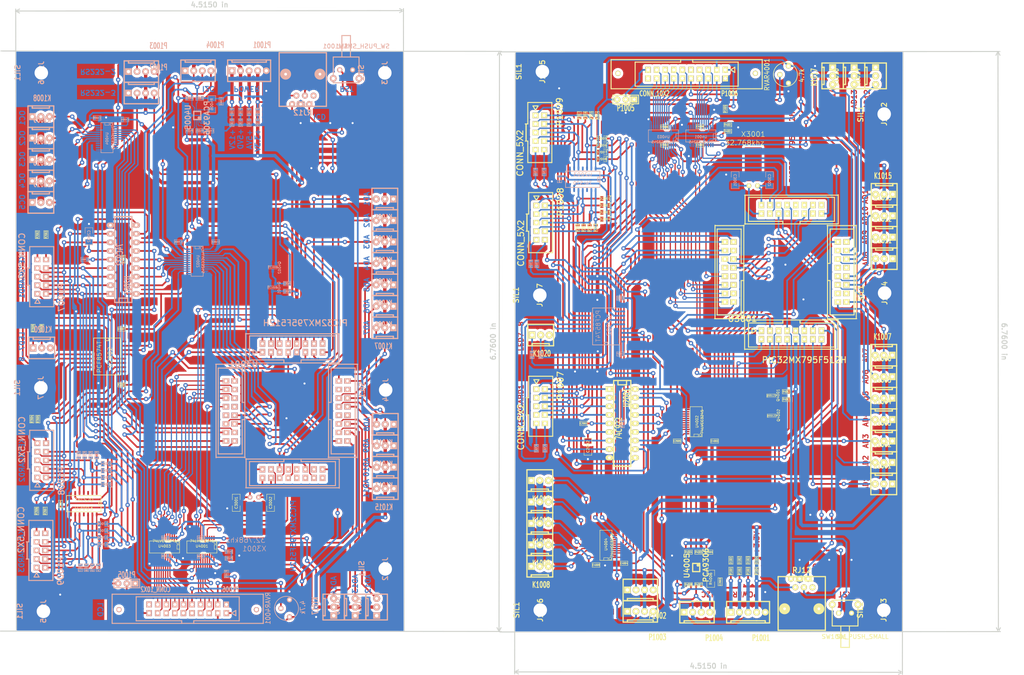
<source format=kicad_pcb>
(kicad_pcb (version 3) (host pcbnew "(2013-07-07 BZR 4022)-stable")
  (layers (15 Dessus.Cu signal) (0 Dessous.Cu signal))
  (net 0 "")
  (net 1 +12V)
  (net 2 +3.3V)
  (net 3 +5VA)
  (net 4 +5VD)
  (net 5 /5vto3v3//BCE)
  (net 6 /5vto3v3//BKOE)
  (net 7 /5vto3v3//BRD)
  (net 8 /5vto3v3//BWR)
  (net 9 /5vto3v3//CE)
  (net 10 /5vto3v3//KOE)
  (net 11 /5vto3v3//RD)
  (net 12 /5vto3v3//WR)
  (net 13 /5vto3v3/BCD)
  (net 14 /5vto3v3/BKAV)
  (net 15 /5vto3v3/BKDA)
  (net 16 /5vto3v3/BKDB)
  (net 17 /5vto3v3/BKDC)
  (net 18 /5vto3v3/BKDD)
  (net 19 /5vto3v3/BKDE)
  (net 20 /5vto3v3/BKDF)
  (net 21 /5vto3v3/BOC1)
  (net 22 /5vto3v3/BOC2)
  (net 23 /5vto3v3/BOC3)
  (net 24 /5vto3v3/BOC4)
  (net 25 /5vto3v3/BOC5)
  (net 26 /5vto3v3/CD)
  (net 27 /5vto3v3/CONTRASTE)
  (net 28 /5vto3v3/D0)
  (net 29 /5vto3v3/D1)
  (net 30 /5vto3v3/D2)
  (net 31 /5vto3v3/D3)
  (net 32 /5vto3v3/D4)
  (net 33 /5vto3v3/D5)
  (net 34 /5vto3v3/D6)
  (net 35 /5vto3v3/D7)
  (net 36 /5vto3v3/KAV)
  (net 37 /5vto3v3/KDA)
  (net 38 /5vto3v3/KDB)
  (net 39 /5vto3v3/KDC)
  (net 40 /5vto3v3/KDD)
  (net 41 /5vto3v3/KDE)
  (net 42 /5vto3v3/KDF)
  (net 43 /5vto3v3/OC1)
  (net 44 /5vto3v3/OC2)
  (net 45 /5vto3v3/OC3)
  (net 46 /5vto3v3/OC4)
  (net 47 /5vto3v3/OC5)
  (net 48 /5vto3v3/SCL1)
  (net 49 /5vto3v3/SDA1)
  (net 50 /5vto3v3/U2RX)
  (net 51 /5vto3v3/U2RX-5V)
  (net 52 /5vto3v3/U2TX)
  (net 53 /5vto3v3/U2TX-5V)
  (net 54 /5vto3v3/U3RX)
  (net 55 /5vto3v3/U3RX-5V)
  (net 56 /5vto3v3/U3TX)
  (net 57 /5vto3v3/U3TX-5V)
  (net 58 /BD0)
  (net 59 /BD1)
  (net 60 /BD2)
  (net 61 /BD3)
  (net 62 /BD4)
  (net 63 /BD5)
  (net 64 /BD6)
  (net 65 /BD7)
  (net 66 /FS)
  (net 67 "/INTERFACE BOARD/LED1")
  (net 68 "/INTERFACE BOARD/LED2")
  (net 69 "/INTERFACE BOARD/LED3")
  (net 70 "/INTERFACE BOARD/LED4")
  (net 71 "/INTERFACE BOARD/LED5")
  (net 72 "/INTERFACE BOARD/LED6")
  (net 73 "/INTERFACE BOARD/LED7")
  (net 74 "/INTERFACE BOARD/LED8")
  (net 75 "/INTERFACE BOARD/SCL")
  (net 76 "/INTERFACE BOARD/SDA")
  (net 77 "/INTERFACE BOARD/X1")
  (net 78 "/INTERFACE BOARD/X2")
  (net 79 "/INTERFACE BOARD/X3")
  (net 80 "/INTERFACE BOARD/X4")
  (net 81 "/INTERFACE BOARD/Y1")
  (net 82 "/INTERFACE BOARD/Y1A")
  (net 83 "/INTERFACE BOARD/Y1B")
  (net 84 "/INTERFACE BOARD/Y2")
  (net 85 "/INTERFACE BOARD/Y2A")
  (net 86 "/INTERFACE BOARD/Y2B")
  (net 87 "/INTERFACE BOARD/Y3")
  (net 88 "/INTERFACE BOARD/Y3A")
  (net 89 "/INTERFACE BOARD/Y3B")
  (net 90 "/INTERFACE BOARD/Y4")
  (net 91 "/INTERFACE BOARD/Y4A")
  (net 92 "/INTERFACE BOARD/Y4B")
  (net 93 /PIC32/ADC1)
  (net 94 /PIC32/ADC10)
  (net 95 /PIC32/ADC11)
  (net 96 /PIC32/ADC12)
  (net 97 /PIC32/ADC13)
  (net 98 /PIC32/ADC14)
  (net 99 /PIC32/ADC2)
  (net 100 /PIC32/ADC3)
  (net 101 /PIC32/ADC4)
  (net 102 /PIC32/ADC5)
  (net 103 /PIC32/ADC6)
  (net 104 /PIC32/ADC7)
  (net 105 /PIC32/ADC8)
  (net 106 /PIC32/ADC9)
  (net 107 /PIC32/PGEC1)
  (net 108 /PIC32/PGED1)
  (net 109 /PIC32/RST)
  (net 110 GND)
  (net 111 N-00000115)
  (net 112 N-00000116)
  (net 113 N-0000013)
  (net 114 N-00000136)
  (net 115 N-00000142)
  (net 116 N-00000143)
  (net 117 N-00000145)
  (net 118 N-00000146)
  (net 119 N-00000147)
  (net 120 N-00000148)
  (net 121 N-00000149)
  (net 122 N-00000150)
  (net 123 N-00000151)
  (net 124 N-00000152)
  (net 125 N-00000153)
  (net 126 N-00000154)
  (net 127 N-00000155)
  (net 128 N-000003)
  (net 129 N-0000087)
  (net 130 N-0000088)
  (net 131 N-0000091)
  (module RV3 (layer Dessous.Cu) (at 100.457 184.277 270)
    (fp_text reference RVAR4001)
    (fp_text value 4.7k)
    (pad 1 thru_hole circle (at -2.54 -1.27 270) (size 1.524 1.524) (drill 0.8128) (layers *.Cu *.Mask Dessous.SilkS) (net 110 GND))
    (pad 3 thru_hole circle (at 0 1.27 270) (size 1.524 1.524) (drill 0.8128) (layers *.Cu *.Mask Dessous.SilkS) (net 27 /5vto3v3/CONTRASTE))
    (pad 2 thru_hole circle (at 2.54 -1.27 270) (size 1.524 1.524) (drill 0.8128) (layers *.Cu *.Mask Dessous.SilkS) (net 4 +5VD))
  )
  (module SM0603_Resistor (layer Dessous.Cu) (at 83.82 169.418 180)
    (fp_text reference R4001)
    (fp_text value 1K hide)
    (pad 1 smd rect (at -0.762 0 180) (size 0.635 1.143) (layers Dessous.Cu Dessous.Pate Dessous.Masque) (net 116 N-00000143))
    (pad 2 smd rect (at 0.762 0 180) (size 0.635 1.143) (layers Dessous.Cu Dessous.Pate Dessous.Masque) (net 110 GND))
  )
  (module SOT23 (layer Dessous.Cu) (at 96.774 83.312)
    (fp_text reference Q4002)
    (fp_text value BSS123)
    (pad 3 smd rect (at 0 1.09982) (size 0.8001 1.00076) (layers Dessous.Cu Dessous.Pate Dessous.Masque) (net 114 N-00000136))
    (pad 2 smd rect (at 0.9525 -1.09982) (size 0.8001 1.00076) (layers Dessous.Cu Dessous.Pate Dessous.Masque) (net 55 /5vto3v3/U3RX-5V))
    (pad 1 smd rect (at -0.9525 -1.09982) (size 0.8001 1.00076) (layers Dessous.Cu Dessous.Pate Dessous.Masque) (net 110 GND))
  )
  (module SOT23 (layer Dessous.Cu) (at 96.647 89.281)
    (fp_text reference Q4001)
    (fp_text value BSS123)
    (pad 3 smd rect (at 0 1.09982) (size 0.8001 1.00076) (layers Dessous.Cu Dessous.Pate Dessous.Masque) (net 54 /5vto3v3/U3RX))
    (pad 2 smd rect (at 0.9525 -1.09982) (size 0.8001 1.00076) (layers Dessous.Cu Dessous.Pate Dessous.Masque) (net 114 N-00000136))
    (pad 1 smd rect (at -0.9525 -1.09982) (size 0.8001 1.00076) (layers Dessous.Cu Dessous.Pate Dessous.Masque) (net 110 GND))
  )
  (module KK-3 (layer Dessous.Cu) (at 30.988 107.188 180)
    (fp_text reference K1020)
    (fp_text value CONN_3 hide)
    (pad 1 thru_hole rect (at 5.08 0 180) (size 1.89992 2.10058) (drill 1.00076) (layers *.Cu *.Mask Dessous.SilkS) (net 74 "/INTERFACE BOARD/LED8"))
    (pad 2 thru_hole circle (at 2.54 0 180) (size 2.10058 2.10058) (drill 0.89916) (layers *.Cu *.Mask Dessous.SilkS) (net 73 "/INTERFACE BOARD/LED7"))
    (pad 3 thru_hole circle (at 0 0 180) (size 2.10058 2.10058) (drill 0.89916) (layers *.Cu *.Mask Dessous.SilkS))
  )
  (module QTZ32KHZ (layer Dessous.Cu) (at 90.043 153.924)
    (fp_text reference X3001)
    (fp_text value 32.768khz)
    (pad 1 thru_hole circle (at 0 -2.54) (size 1.4 1.4) (drill 0.6) (layers *.Cu *.Mask Dessous.SilkS) (net 112 N-00000116))
    (pad 2 thru_hole circle (at 2.54 -2.54) (size 1.4 1.4) (drill 0.6) (layers *.Cu *.Mask Dessous.SilkS) (net 111 N-00000115))
    (pad 3 smd rect (at 1.27 3.81) (size 5 10) (layers Dessous.Cu Dessous.Pate Dessous.Masque))
  )
  (module SW (layer Dessous.Cu) (at 122.301 24.892 180)
    (fp_text reference SW1001)
    (fp_text value SW_PUSH_SMALL)
    (pad 1 thru_hole circle (at 1.905 0 180) (size 1.50114 1.50114) (drill 0.8001) (layers *.Cu *.Mask Dessous.SilkS) (net 110 GND))
    (pad 2 thru_hole circle (at 5.715 0 180) (size 1.50114 1.50114) (drill 0.8001) (layers *.Cu *.Mask Dessous.SilkS) (net 109 /PIC32/RST))
    (pad 3 thru_hole circle (at 0 -2.54 180) (size 1.99898 1.99898) (drill 1.00076) (layers *.Cu *.Mask Dessous.SilkS))
    (pad 4 thru_hole circle (at 7.62 -2.54 180) (size 1.99898 1.99898) (drill 1.00076) (layers *.Cu *.Mask Dessous.SilkS))
  )
  (module COLONETTE (layer Dessous.Cu) (at 28.321 25.781 270)
    (fp_text reference J1006)
    (fp_text value SIL1)
    (pad 1 thru_hole circle (at 0 0 270) (size 8.99922 8.99922) (drill 4.0005) (layers *.Cu) (net 110 GND))
  )
  (module COLONETTE (layer Dessous.Cu) (at 28.956 185.166 270)
    (fp_text reference J1005)
    (fp_text value SIL1)
    (pad 1 thru_hole circle (at 0 0 270) (size 8.99922 8.99922) (drill 4.0005) (layers *.Cu) (net 110 GND))
  )
  (module COLONETTE (layer Dessous.Cu) (at 130.048 172.593 270)
    (fp_text reference J1002)
    (fp_text value SIL1)
    (pad 1 thru_hole circle (at 0 0 270) (size 8.99922 8.99922) (drill 4.0005) (layers *.Cu) (net 110 GND))
  )
  (module COLONETTE (layer Dessous.Cu) (at 129.921 25.781 270)
    (fp_text reference J1003)
    (fp_text value SIL1)
    (pad 1 thru_hole circle (at 0 0 270) (size 8.99922 8.99922) (drill 4.0005) (layers *.Cu) (net 110 GND))
  )
  (module COLONETTE (layer Dessous.Cu) (at 130.175 119.634 270)
    (fp_text reference J1004)
    (fp_text value SIL1)
    (pad 1 thru_hole circle (at 0 0 270) (size 8.99922 8.99922) (drill 4.0005) (layers *.Cu) (net 110 GND))
  )
  (module COLONETTE (layer Dessous.Cu) (at 28.194 118.999 270)
    (fp_text reference J1007)
    (fp_text value SIL1)
    (pad 1 thru_hole circle (at 0 0 270) (size 8.99922 8.99922) (drill 4.0005) (layers *.Cu) (net 110 GND))
  )
  (module DIP-18__300_ELL (layer Dessous.Cu) (at 52.578 81.026 90)
    (fp_text reference U2001)
    (fp_text value 74C922)
    (pad 1 thru_hole rect (at -10.16 -3.81 90) (size 1.5748 2.286) (drill 0.8128) (layers *.Cu *.Mask Dessous.SilkS) (net 81 "/INTERFACE BOARD/Y1"))
    (pad 2 thru_hole oval (at -7.62 -3.81 90) (size 1.5748 2.286) (drill 0.8128) (layers *.Cu *.Mask Dessous.SilkS) (net 84 "/INTERFACE BOARD/Y2"))
    (pad 3 thru_hole oval (at -5.08 -3.81 90) (size 1.5748 2.286) (drill 0.8128) (layers *.Cu *.Mask Dessous.SilkS) (net 87 "/INTERFACE BOARD/Y3"))
    (pad 4 thru_hole oval (at -2.54 -3.81 90) (size 1.5748 2.286) (drill 0.8128) (layers *.Cu *.Mask Dessous.SilkS) (net 90 "/INTERFACE BOARD/Y4"))
    (pad 5 thru_hole oval (at 0 -3.81 90) (size 1.5748 2.286) (drill 0.8128) (layers *.Cu *.Mask Dessous.SilkS) (net 117 N-00000145))
    (pad 6 thru_hole oval (at 2.54 -3.81 90) (size 1.5748 2.286) (drill 0.8128) (layers *.Cu *.Mask Dessous.SilkS) (net 118 N-00000146))
    (pad 7 thru_hole oval (at 5.08 -3.81 90) (size 1.5748 2.286) (drill 0.8128) (layers *.Cu *.Mask Dessous.SilkS) (net 80 "/INTERFACE BOARD/X4"))
    (pad 8 thru_hole oval (at 7.62 -3.81 90) (size 1.5748 2.286) (drill 0.8128) (layers *.Cu *.Mask Dessous.SilkS) (net 79 "/INTERFACE BOARD/X3"))
    (pad 9 thru_hole oval (at 10.16 -3.81 90) (size 1.5748 2.286) (drill 0.8128) (layers *.Cu *.Mask Dessous.SilkS) (net 110 GND))
    (pad 10 thru_hole oval (at 10.16 3.81 90) (size 1.5748 2.286) (drill 0.8128) (layers *.Cu *.Mask Dessous.SilkS) (net 78 "/INTERFACE BOARD/X2"))
    (pad 11 thru_hole oval (at 7.62 3.81 90) (size 1.5748 2.286) (drill 0.8128) (layers *.Cu *.Mask Dessous.SilkS) (net 77 "/INTERFACE BOARD/X1"))
    (pad 12 thru_hole oval (at 5.08 3.81 90) (size 1.5748 2.286) (drill 0.8128) (layers *.Cu *.Mask Dessous.SilkS) (net 14 /5vto3v3/BKAV))
    (pad 13 thru_hole oval (at 2.54 3.81 90) (size 1.5748 2.286) (drill 0.8128) (layers *.Cu *.Mask Dessous.SilkS) (net 6 /5vto3v3//BKOE))
    (pad 14 thru_hole oval (at 0 3.81 90) (size 1.5748 2.286) (drill 0.8128) (layers *.Cu *.Mask Dessous.SilkS) (net 18 /5vto3v3/BKDD))
    (pad 15 thru_hole oval (at -2.54 3.81 90) (size 1.5748 2.286) (drill 0.8128) (layers *.Cu *.Mask Dessous.SilkS) (net 17 /5vto3v3/BKDC))
    (pad 16 thru_hole oval (at -5.08 3.81 90) (size 1.5748 2.286) (drill 0.8128) (layers *.Cu *.Mask Dessous.SilkS) (net 16 /5vto3v3/BKDB))
    (pad 17 thru_hole oval (at -7.62 3.81 90) (size 1.5748 2.286) (drill 0.8128) (layers *.Cu *.Mask Dessous.SilkS) (net 15 /5vto3v3/BKDA))
    (pad 18 thru_hole oval (at -10.16 3.81 90) (size 1.5748 2.286) (drill 0.8128) (layers *.Cu *.Mask Dessous.SilkS) (net 4 +5VD))
  )
  (module he10-10d (layer Dessous.Cu) (at 28.448 86.106 90)
    (fp_text reference P1007)
    (fp_text value CONN_5X2)
    (pad 1 thru_hole rect (at -5.08 -1.27 90) (size 1.6 1.8) (drill 0.9144) (layers *.Cu *.Mask Dessous.SilkS) (net 77 "/INTERFACE BOARD/X1"))
    (pad 2 thru_hole rect (at -5.08 1.27 90) (size 1.6 1.8) (drill 0.9144) (layers *.Cu *.Mask Dessous.SilkS) (net 81 "/INTERFACE BOARD/Y1"))
    (pad 3 thru_hole rect (at -2.54 -1.27 90) (size 1.6 1.8) (drill 0.9144) (layers *.Cu *.Mask Dessous.SilkS) (net 78 "/INTERFACE BOARD/X2"))
    (pad 4 thru_hole rect (at -2.54 1.27 90) (size 1.6 1.8) (drill 0.9144) (layers *.Cu *.Mask Dessous.SilkS) (net 84 "/INTERFACE BOARD/Y2"))
    (pad 5 thru_hole rect (at 0 -1.27 90) (size 1.6 1.8) (drill 0.9144) (layers *.Cu *.Mask Dessous.SilkS) (net 79 "/INTERFACE BOARD/X3"))
    (pad 6 thru_hole rect (at 0 1.27 90) (size 1.6 1.8) (drill 0.9144) (layers *.Cu *.Mask Dessous.SilkS) (net 87 "/INTERFACE BOARD/Y3"))
    (pad 7 thru_hole rect (at 2.54 -1.27 90) (size 1.6 1.8) (drill 0.9144) (layers *.Cu *.Mask Dessous.SilkS) (net 80 "/INTERFACE BOARD/X4"))
    (pad 8 thru_hole rect (at 2.54 1.27 90) (size 1.6 1.8) (drill 0.9144) (layers *.Cu *.Mask Dessous.SilkS) (net 90 "/INTERFACE BOARD/Y4"))
    (pad 9 thru_hole rect (at 5.08 -1.27 90) (size 1.6 1.8) (drill 0.9144) (layers *.Cu *.Mask Dessous.SilkS) (net 67 "/INTERFACE BOARD/LED1"))
    (pad 10 thru_hole rect (at 5.08 1.27 90) (size 1.6 1.8) (drill 0.9144) (layers *.Cu *.Mask Dessous.SilkS) (net 68 "/INTERFACE BOARD/LED2"))
  )
  (module he10-10d (layer Dessous.Cu) (at 28.448 140.462 90)
    (fp_text reference P1008)
    (fp_text value CONN_5X2)
    (pad 1 thru_hole rect (at -5.08 -1.27 90) (size 1.6 1.8) (drill 0.9144) (layers *.Cu *.Mask Dessous.SilkS) (net 77 "/INTERFACE BOARD/X1"))
    (pad 2 thru_hole rect (at -5.08 1.27 90) (size 1.6 1.8) (drill 0.9144) (layers *.Cu *.Mask Dessous.SilkS) (net 82 "/INTERFACE BOARD/Y1A"))
    (pad 3 thru_hole rect (at -2.54 -1.27 90) (size 1.6 1.8) (drill 0.9144) (layers *.Cu *.Mask Dessous.SilkS) (net 78 "/INTERFACE BOARD/X2"))
    (pad 4 thru_hole rect (at -2.54 1.27 90) (size 1.6 1.8) (drill 0.9144) (layers *.Cu *.Mask Dessous.SilkS) (net 85 "/INTERFACE BOARD/Y2A"))
    (pad 5 thru_hole rect (at 0 -1.27 90) (size 1.6 1.8) (drill 0.9144) (layers *.Cu *.Mask Dessous.SilkS) (net 79 "/INTERFACE BOARD/X3"))
    (pad 6 thru_hole rect (at 0 1.27 90) (size 1.6 1.8) (drill 0.9144) (layers *.Cu *.Mask Dessous.SilkS) (net 88 "/INTERFACE BOARD/Y3A"))
    (pad 7 thru_hole rect (at 2.54 -1.27 90) (size 1.6 1.8) (drill 0.9144) (layers *.Cu *.Mask Dessous.SilkS) (net 80 "/INTERFACE BOARD/X4"))
    (pad 8 thru_hole rect (at 2.54 1.27 90) (size 1.6 1.8) (drill 0.9144) (layers *.Cu *.Mask Dessous.SilkS) (net 91 "/INTERFACE BOARD/Y4A"))
    (pad 9 thru_hole rect (at 5.08 -1.27 90) (size 1.6 1.8) (drill 0.9144) (layers *.Cu *.Mask Dessous.SilkS) (net 69 "/INTERFACE BOARD/LED3"))
    (pad 10 thru_hole rect (at 5.08 1.27 90) (size 1.6 1.8) (drill 0.9144) (layers *.Cu *.Mask Dessous.SilkS) (net 70 "/INTERFACE BOARD/LED4"))
  )
  (module he10-10d (layer Dessous.Cu) (at 28.194 167.132 90)
    (fp_text reference P1009)
    (fp_text value CONN_5X2)
    (pad 1 thru_hole rect (at -5.08 -1.27 90) (size 1.6 1.8) (drill 0.9144) (layers *.Cu *.Mask Dessous.SilkS) (net 77 "/INTERFACE BOARD/X1"))
    (pad 2 thru_hole rect (at -5.08 1.27 90) (size 1.6 1.8) (drill 0.9144) (layers *.Cu *.Mask Dessous.SilkS) (net 83 "/INTERFACE BOARD/Y1B"))
    (pad 3 thru_hole rect (at -2.54 -1.27 90) (size 1.6 1.8) (drill 0.9144) (layers *.Cu *.Mask Dessous.SilkS) (net 78 "/INTERFACE BOARD/X2"))
    (pad 4 thru_hole rect (at -2.54 1.27 90) (size 1.6 1.8) (drill 0.9144) (layers *.Cu *.Mask Dessous.SilkS) (net 86 "/INTERFACE BOARD/Y2B"))
    (pad 5 thru_hole rect (at 0 -1.27 90) (size 1.6 1.8) (drill 0.9144) (layers *.Cu *.Mask Dessous.SilkS) (net 79 "/INTERFACE BOARD/X3"))
    (pad 6 thru_hole rect (at 0 1.27 90) (size 1.6 1.8) (drill 0.9144) (layers *.Cu *.Mask Dessous.SilkS) (net 89 "/INTERFACE BOARD/Y3B"))
    (pad 7 thru_hole rect (at 2.54 -1.27 90) (size 1.6 1.8) (drill 0.9144) (layers *.Cu *.Mask Dessous.SilkS) (net 80 "/INTERFACE BOARD/X4"))
    (pad 8 thru_hole rect (at 2.54 1.27 90) (size 1.6 1.8) (drill 0.9144) (layers *.Cu *.Mask Dessous.SilkS) (net 92 "/INTERFACE BOARD/Y4B"))
    (pad 9 thru_hole rect (at 5.08 -1.27 90) (size 1.6 1.8) (drill 0.9144) (layers *.Cu *.Mask Dessous.SilkS) (net 71 "/INTERFACE BOARD/LED5"))
    (pad 10 thru_hole rect (at 5.08 1.27 90) (size 1.6 1.8) (drill 0.9144) (layers *.Cu *.Mask Dessous.SilkS) (net 72 "/INTERFACE BOARD/LED6"))
  )
  (module HE10_20D (layer Dessous.Cu) (at 71.628 184.404 180)
    (fp_text reference P1006)
    (fp_text value CONN_10X2)
    (pad 1 thru_hole rect (at -11.43 -1.27 180) (size 1.6 1.8) (drill 0.9144) (layers *.Cu *.Mask Dessous.SilkS) (net 113 N-0000013))
    (pad 2 thru_hole rect (at -11.43 1.27 180) (size 1.6 1.8) (drill 0.9144) (layers *.Cu *.Mask Dessous.SilkS) (net 110 GND))
    (pad 3 thru_hole rect (at -8.89 -1.27 180) (size 1.6 1.8) (drill 0.9144) (layers *.Cu *.Mask Dessous.SilkS) (net 4 +5VD))
    (pad 4 thru_hole rect (at -8.89 1.27 180) (size 1.6 1.8) (drill 0.9144) (layers *.Cu *.Mask Dessous.SilkS) (net 27 /5vto3v3/CONTRASTE))
    (pad 5 thru_hole rect (at -6.35 -1.27 180) (size 1.6 1.8) (drill 0.9144) (layers *.Cu *.Mask Dessous.SilkS) (net 8 /5vto3v3//BWR))
    (pad 6 thru_hole rect (at -6.35 1.27 180) (size 1.6 1.8) (drill 0.9144) (layers *.Cu *.Mask Dessous.SilkS) (net 7 /5vto3v3//BRD))
    (pad 7 thru_hole rect (at -3.81 -1.27 180) (size 1.6 1.8) (drill 0.9144) (layers *.Cu *.Mask Dessous.SilkS) (net 5 /5vto3v3//BCE))
    (pad 8 thru_hole rect (at -3.81 1.27 180) (size 1.6 1.8) (drill 0.9144) (layers *.Cu *.Mask Dessous.SilkS) (net 13 /5vto3v3/BCD))
    (pad 9 thru_hole rect (at -1.27 -1.27 180) (size 1.6 1.8) (drill 0.9144) (layers *.Cu *.Mask Dessous.SilkS))
    (pad 10 thru_hole rect (at -1.27 1.27 180) (size 1.6 1.8) (drill 0.9144) (layers *.Cu *.Mask Dessous.SilkS) (net 109 /PIC32/RST))
    (pad 11 thru_hole rect (at 1.27 -1.27 180) (size 1.6 1.8) (drill 0.9144) (layers *.Cu *.Mask Dessous.SilkS) (net 58 /BD0))
    (pad 12 thru_hole rect (at 1.27 1.27 180) (size 1.6 1.8) (drill 0.9144) (layers *.Cu *.Mask Dessous.SilkS) (net 59 /BD1))
    (pad 13 thru_hole rect (at 3.81 -1.27 180) (size 1.6 1.8) (drill 0.9144) (layers *.Cu *.Mask Dessous.SilkS) (net 60 /BD2))
    (pad 14 thru_hole rect (at 3.81 1.27 180) (size 1.6 1.8) (drill 0.9144) (layers *.Cu *.Mask Dessous.SilkS) (net 61 /BD3))
    (pad 15 thru_hole rect (at 6.35 -1.27 180) (size 1.6 1.8) (drill 0.9144) (layers *.Cu *.Mask Dessous.SilkS) (net 62 /BD4))
    (pad 16 thru_hole rect (at 6.35 1.27 180) (size 1.6 1.8) (drill 0.9144) (layers *.Cu *.Mask Dessous.SilkS) (net 63 /BD5))
    (pad 17 thru_hole rect (at 8.89 -1.27 180) (size 1.6 1.8) (drill 0.9144) (layers *.Cu *.Mask Dessous.SilkS) (net 64 /BD6))
    (pad 18 thru_hole rect (at 8.89 1.27 180) (size 1.6 1.8) (drill 0.9144) (layers *.Cu *.Mask Dessous.SilkS) (net 65 /BD7))
    (pad 19 thru_hole rect (at 11.43 -1.27 180) (size 1.6 1.8) (drill 0.9144) (layers *.Cu *.Mask Dessous.SilkS) (net 66 /FS))
    (pad 20 thru_hole rect (at 11.43 1.27 180) (size 1.6 1.8) (drill 0.9144) (layers *.Cu *.Mask Dessous.SilkS))
    (pad "" thru_hole circle (at -20.32 -0.254 180) (size 1.524 1.524) (drill 0.9144) (layers *.Cu *.Mask Dessous.SilkS))
    (pad "" thru_hole circle (at 20.32 -0.254 180) (size 1.524 1.524) (drill 0.9144) (layers *.Cu *.Mask Dessous.SilkS))
  )
  (module KK-3 (layer Dessous.Cu) (at 30.734 51.435 180)
    (fp_text reference K1010)
    (fp_text value CONN_3 hide)
    (pad 1 thru_hole rect (at 5.08 0 180) (size 1.89992 2.10058) (drill 1.00076) (layers *.Cu *.Mask Dessous.SilkS) (net 110 GND))
    (pad 2 thru_hole circle (at 2.54 0 180) (size 2.10058 2.10058) (drill 0.89916) (layers *.Cu *.Mask Dessous.SilkS) (net 4 +5VD))
    (pad 3 thru_hole circle (at 0 0 180) (size 2.10058 2.10058) (drill 0.89916) (layers *.Cu *.Mask Dessous.SilkS) (net 23 /5vto3v3/BOC3))
  )
  (module KK-3 (layer Dessous.Cu) (at 30.734 64.135 180)
    (fp_text reference K1019)
    (fp_text value CONN_3 hide)
    (pad 1 thru_hole rect (at 5.08 0 180) (size 1.89992 2.10058) (drill 1.00076) (layers *.Cu *.Mask Dessous.SilkS) (net 110 GND))
    (pad 2 thru_hole circle (at 2.54 0 180) (size 2.10058 2.10058) (drill 0.89916) (layers *.Cu *.Mask Dessous.SilkS) (net 4 +5VD))
    (pad 3 thru_hole circle (at 0 0 180) (size 2.10058 2.10058) (drill 0.89916) (layers *.Cu *.Mask Dessous.SilkS) (net 25 /5vto3v3/BOC5))
  )
  (module KK-3 (layer Dessous.Cu) (at 30.734 45.085 180)
    (fp_text reference K1009)
    (fp_text value CONN_3 hide)
    (pad 1 thru_hole rect (at 5.08 0 180) (size 1.89992 2.10058) (drill 1.00076) (layers *.Cu *.Mask Dessous.SilkS) (net 110 GND))
    (pad 2 thru_hole circle (at 2.54 0 180) (size 2.10058 2.10058) (drill 0.89916) (layers *.Cu *.Mask Dessous.SilkS) (net 4 +5VD))
    (pad 3 thru_hole circle (at 0 0 180) (size 2.10058 2.10058) (drill 0.89916) (layers *.Cu *.Mask Dessous.SilkS) (net 22 /5vto3v3/BOC2))
  )
  (module KK-3 (layer Dessous.Cu) (at 127.381 63.119)
    (fp_text reference K1001)
    (fp_text value CONN_3 hide)
    (pad 1 thru_hole rect (at 5.08 0) (size 1.89992 2.10058) (drill 1.00076) (layers *.Cu *.Mask Dessous.SilkS) (net 110 GND))
    (pad 2 thru_hole circle (at 2.54 0) (size 2.10058 2.10058) (drill 0.89916) (layers *.Cu *.Mask Dessous.SilkS) (net 2 +3.3V))
    (pad 3 thru_hole circle (at 0 0) (size 2.10058 2.10058) (drill 0.89916) (layers *.Cu *.Mask Dessous.SilkS) (net 93 /PIC32/ADC1))
  )
  (module KK-3 (layer Dessous.Cu) (at 127.381 69.469)
    (fp_text reference K1002)
    (fp_text value CONN_3 hide)
    (pad 1 thru_hole rect (at 5.08 0) (size 1.89992 2.10058) (drill 1.00076) (layers *.Cu *.Mask Dessous.SilkS) (net 110 GND))
    (pad 2 thru_hole circle (at 2.54 0) (size 2.10058 2.10058) (drill 0.89916) (layers *.Cu *.Mask Dessous.SilkS) (net 2 +3.3V))
    (pad 3 thru_hole circle (at 0 0) (size 2.10058 2.10058) (drill 0.89916) (layers *.Cu *.Mask Dessous.SilkS) (net 99 /PIC32/ADC2))
  )
  (module KK-3 (layer Dessous.Cu) (at 127.381 75.819)
    (fp_text reference K1003)
    (fp_text value CONN_3 hide)
    (pad 1 thru_hole rect (at 5.08 0) (size 1.89992 2.10058) (drill 1.00076) (layers *.Cu *.Mask Dessous.SilkS) (net 110 GND))
    (pad 2 thru_hole circle (at 2.54 0) (size 2.10058 2.10058) (drill 0.89916) (layers *.Cu *.Mask Dessous.SilkS) (net 2 +3.3V))
    (pad 3 thru_hole circle (at 0 0) (size 2.10058 2.10058) (drill 0.89916) (layers *.Cu *.Mask Dessous.SilkS) (net 100 /PIC32/ADC3))
  )
  (module KK-3 (layer Dessous.Cu) (at 127.381 88.519)
    (fp_text reference K1005)
    (fp_text value CONN_3 hide)
    (pad 1 thru_hole rect (at 5.08 0) (size 1.89992 2.10058) (drill 1.00076) (layers *.Cu *.Mask Dessous.SilkS) (net 110 GND))
    (pad 2 thru_hole circle (at 2.54 0) (size 2.10058 2.10058) (drill 0.89916) (layers *.Cu *.Mask Dessous.SilkS) (net 2 +3.3V))
    (pad 3 thru_hole circle (at 0 0) (size 2.10058 2.10058) (drill 0.89916) (layers *.Cu *.Mask Dessous.SilkS) (net 102 /PIC32/ADC5))
  )
  (module KK-3 (layer Dessous.Cu) (at 127.381 94.869)
    (fp_text reference K1006)
    (fp_text value CONN_3 hide)
    (pad 1 thru_hole rect (at 5.08 0) (size 1.89992 2.10058) (drill 1.00076) (layers *.Cu *.Mask Dessous.SilkS) (net 110 GND))
    (pad 2 thru_hole circle (at 2.54 0) (size 2.10058 2.10058) (drill 0.89916) (layers *.Cu *.Mask Dessous.SilkS) (net 2 +3.3V))
    (pad 3 thru_hole circle (at 0 0) (size 2.10058 2.10058) (drill 0.89916) (layers *.Cu *.Mask Dessous.SilkS) (net 103 /PIC32/ADC6))
  )
  (module KK-3 (layer Dessous.Cu) (at 127.381 101.219)
    (fp_text reference K1007)
    (fp_text value CONN_3 hide)
    (pad 1 thru_hole rect (at 5.08 0) (size 1.89992 2.10058) (drill 1.00076) (layers *.Cu *.Mask Dessous.SilkS) (net 110 GND))
    (pad 2 thru_hole circle (at 2.54 0) (size 2.10058 2.10058) (drill 0.89916) (layers *.Cu *.Mask Dessous.SilkS) (net 2 +3.3V))
    (pad 3 thru_hole circle (at 0 0) (size 2.10058 2.10058) (drill 0.89916) (layers *.Cu *.Mask Dessous.SilkS) (net 104 /PIC32/ADC7))
  )
  (module KK-3 (layer Dessous.Cu) (at 127.508 129.794)
    (fp_text reference K1011)
    (fp_text value CONN_3 hide)
    (pad 1 thru_hole rect (at 5.08 0) (size 1.89992 2.10058) (drill 1.00076) (layers *.Cu *.Mask Dessous.SilkS) (net 110 GND))
    (pad 2 thru_hole circle (at 2.54 0) (size 2.10058 2.10058) (drill 0.89916) (layers *.Cu *.Mask Dessous.SilkS) (net 2 +3.3V))
    (pad 3 thru_hole circle (at 0 0) (size 2.10058 2.10058) (drill 0.89916) (layers *.Cu *.Mask Dessous.SilkS) (net 105 /PIC32/ADC8))
  )
  (module KK-3 (layer Dessous.Cu) (at 127.508 136.144)
    (fp_text reference K1012)
    (fp_text value CONN_3 hide)
    (pad 1 thru_hole rect (at 5.08 0) (size 1.89992 2.10058) (drill 1.00076) (layers *.Cu *.Mask Dessous.SilkS) (net 110 GND))
    (pad 2 thru_hole circle (at 2.54 0) (size 2.10058 2.10058) (drill 0.89916) (layers *.Cu *.Mask Dessous.SilkS) (net 2 +3.3V))
    (pad 3 thru_hole circle (at 0 0) (size 2.10058 2.10058) (drill 0.89916) (layers *.Cu *.Mask Dessous.SilkS) (net 106 /PIC32/ADC9))
  )
  (module KK-3 (layer Dessous.Cu) (at 127.508 142.494)
    (fp_text reference K1013)
    (fp_text value CONN_3 hide)
    (pad 1 thru_hole rect (at 5.08 0) (size 1.89992 2.10058) (drill 1.00076) (layers *.Cu *.Mask Dessous.SilkS) (net 110 GND))
    (pad 2 thru_hole circle (at 2.54 0) (size 2.10058 2.10058) (drill 0.89916) (layers *.Cu *.Mask Dessous.SilkS) (net 2 +3.3V))
    (pad 3 thru_hole circle (at 0 0) (size 2.10058 2.10058) (drill 0.89916) (layers *.Cu *.Mask Dessous.SilkS) (net 94 /PIC32/ADC10))
  )
  (module KK-3 (layer Dessous.Cu) (at 127.508 181.356 270)
    (fp_text reference K1014)
    (fp_text value CONN_3 hide)
    (pad 1 thru_hole rect (at 5.08 0 270) (size 1.89992 2.10058) (drill 1.00076) (layers *.Cu *.Mask Dessous.SilkS) (net 110 GND))
    (pad 2 thru_hole circle (at 2.54 0 270) (size 2.10058 2.10058) (drill 0.89916) (layers *.Cu *.Mask Dessous.SilkS) (net 2 +3.3V))
    (pad 3 thru_hole circle (at 0 0 270) (size 2.10058 2.10058) (drill 0.89916) (layers *.Cu *.Mask Dessous.SilkS) (net 96 /PIC32/ADC12))
  )
  (module KK-3 (layer Dessous.Cu) (at 127.508 148.844)
    (fp_text reference K1015)
    (fp_text value CONN_3 hide)
    (pad 1 thru_hole rect (at 5.08 0) (size 1.89992 2.10058) (drill 1.00076) (layers *.Cu *.Mask Dessous.SilkS) (net 110 GND))
    (pad 2 thru_hole circle (at 2.54 0) (size 2.10058 2.10058) (drill 0.89916) (layers *.Cu *.Mask Dessous.SilkS) (net 2 +3.3V))
    (pad 3 thru_hole circle (at 0 0) (size 2.10058 2.10058) (drill 0.89916) (layers *.Cu *.Mask Dessous.SilkS) (net 95 /PIC32/ADC11))
  )
  (module KK-3 (layer Dessous.Cu) (at 121.158 181.356 270)
    (fp_text reference K1016)
    (fp_text value CONN_3 hide)
    (pad 1 thru_hole rect (at 5.08 0 270) (size 1.89992 2.10058) (drill 1.00076) (layers *.Cu *.Mask Dessous.SilkS) (net 110 GND))
    (pad 2 thru_hole circle (at 2.54 0 270) (size 2.10058 2.10058) (drill 0.89916) (layers *.Cu *.Mask Dessous.SilkS) (net 2 +3.3V))
    (pad 3 thru_hole circle (at 0 0 270) (size 2.10058 2.10058) (drill 0.89916) (layers *.Cu *.Mask Dessous.SilkS) (net 97 /PIC32/ADC13))
  )
  (module KK-3 (layer Dessous.Cu) (at 114.808 181.356 270)
    (fp_text reference K1017)
    (fp_text value CONN_3 hide)
    (pad 1 thru_hole rect (at 5.08 0 270) (size 1.89992 2.10058) (drill 1.00076) (layers *.Cu *.Mask Dessous.SilkS) (net 110 GND))
    (pad 2 thru_hole circle (at 2.54 0 270) (size 2.10058 2.10058) (drill 0.89916) (layers *.Cu *.Mask Dessous.SilkS) (net 2 +3.3V))
    (pad 3 thru_hole circle (at 0 0 270) (size 2.10058 2.10058) (drill 0.89916) (layers *.Cu *.Mask Dessous.SilkS) (net 98 /PIC32/ADC14))
  )
  (module KK-3 (layer Dessous.Cu) (at 30.734 38.735 180)
    (fp_text reference K1008)
    (fp_text value CONN_3 hide)
    (pad 1 thru_hole rect (at 5.08 0 180) (size 1.89992 2.10058) (drill 1.00076) (layers *.Cu *.Mask Dessous.SilkS) (net 110 GND))
    (pad 2 thru_hole circle (at 2.54 0 180) (size 2.10058 2.10058) (drill 0.89916) (layers *.Cu *.Mask Dessous.SilkS) (net 4 +5VD))
    (pad 3 thru_hole circle (at 0 0 180) (size 2.10058 2.10058) (drill 0.89916) (layers *.Cu *.Mask Dessous.SilkS) (net 21 /5vto3v3/BOC1))
  )
  (module KK-3 (layer Dessous.Cu) (at 30.734 57.785 180)
    (fp_text reference K1018)
    (fp_text value CONN_3 hide)
    (pad 1 thru_hole rect (at 5.08 0 180) (size 1.89992 2.10058) (drill 1.00076) (layers *.Cu *.Mask Dessous.SilkS) (net 110 GND))
    (pad 2 thru_hole circle (at 2.54 0 180) (size 2.10058 2.10058) (drill 0.89916) (layers *.Cu *.Mask Dessous.SilkS) (net 4 +5VD))
    (pad 3 thru_hole circle (at 0 0 180) (size 2.10058 2.10058) (drill 0.89916) (layers *.Cu *.Mask Dessous.SilkS) (net 24 /5vto3v3/BOC4))
  )
  (module KK-3 (layer Dessous.Cu) (at 127.381 82.169)
    (fp_text reference K1004)
    (fp_text value CONN_3 hide)
    (pad 1 thru_hole rect (at 5.08 0) (size 1.89992 2.10058) (drill 1.00076) (layers *.Cu *.Mask Dessous.SilkS) (net 110 GND))
    (pad 2 thru_hole circle (at 2.54 0) (size 2.10058 2.10058) (drill 0.89916) (layers *.Cu *.Mask Dessous.SilkS) (net 2 +3.3V))
    (pad 3 thru_hole circle (at 0 0) (size 2.10058 2.10058) (drill 0.89916) (layers *.Cu *.Mask Dessous.SilkS) (net 101 /PIC32/ADC4))
  )
  (module KK-5 (layer Dessous.Cu) (at 92.329 25.146 180)
    (fp_text reference P1001)
    (fp_text value CONN_5 hide)
    (pad 5 thru_hole circle (at -2.54 0 180) (size 1.99898 1.99898) (drill 1.00076) (layers *.Cu *.Mask Dessous.SilkS) (net 110 GND))
    (pad 1 thru_hole rect (at 7.62 0 180) (size 1.99898 1.99898) (drill 1.00076) (layers *.Cu *.Mask Dessous.SilkS) (net 1 +12V))
    (pad 2 thru_hole circle (at 5.08 0 180) (size 1.99898 1.99898) (drill 1.00076) (layers *.Cu *.Mask Dessous.SilkS) (net 4 +5VD))
    (pad 3 thru_hole circle (at 2.54 0 180) (size 1.99898 1.99898) (drill 1.00076) (layers *.Cu *.Mask Dessous.SilkS) (net 3 +5VA))
    (pad 4 thru_hole circle (at 0 0 180) (size 1.99898 1.99898) (drill 1.00076) (layers *.Cu *.Mask Dessous.SilkS) (net 2 +3.3V))
  )
  (module PIC32½64 (layer Dessous.Cu) (at 93.726 105.918)
    (fp_text reference U3001)
    (fp_text value PIC32MX795F512H)
    (pad 15 thru_hole rect (at 17.78 2.54254 90) (size 1.89992 1.6002) (drill 0.8001) (layers *.Cu *.Mask Dessous.SilkS) (net 107 /PIC32/PGEC1))
    (pad 16 thru_hole rect (at 17.78 0.00254 90) (size 1.89992 1.6002) (drill 0.8001) (layers *.Cu *.Mask Dessous.SilkS) (net 108 /PIC32/PGED1))
    (pad 13 thru_hole rect (at 15.24 2.54254 90) (size 1.89992 1.6002) (drill 0.8001) (layers *.Cu *.Mask Dessous.SilkS) (net 99 /PIC32/ADC2))
    (pad 14 thru_hole rect (at 15.24 0.00254 90) (size 1.89992 1.6002) (drill 0.8001) (layers *.Cu *.Mask Dessous.SilkS) (net 93 /PIC32/ADC1))
    (pad 11 thru_hole rect (at 12.7 2.54254 90) (size 1.89992 1.6002) (drill 0.8001) (layers *.Cu *.Mask Dessous.SilkS) (net 101 /PIC32/ADC4))
    (pad 12 thru_hole rect (at 12.7 0.00254 90) (size 1.89992 1.6002) (drill 0.8001) (layers *.Cu *.Mask Dessous.SilkS) (net 100 /PIC32/ADC3))
    (pad 9 thru_hole rect (at 10.16 2.54254 90) (size 1.89992 1.6002) (drill 0.8001) (layers *.Cu *.Mask Dessous.SilkS) (net 110 GND))
    (pad 10 thru_hole rect (at 10.16 0.00254 90) (size 1.89992 1.6002) (drill 0.8001) (layers *.Cu *.Mask Dessous.SilkS) (net 2 +3.3V))
    (pad 7 thru_hole rect (at 7.62 2.54254 90) (size 1.89992 1.6002) (drill 0.8001) (layers *.Cu *.Mask Dessous.SilkS) (net 109 /PIC32/RST))
    (pad 8 thru_hole rect (at 7.62 0.00254 90) (size 1.89992 1.6002) (drill 0.8001) (layers *.Cu *.Mask Dessous.SilkS) (net 10 /5vto3v3//KOE))
    (pad 5 thru_hole rect (at 5.08 2.54254 90) (size 1.89992 1.6002) (drill 0.8001) (layers *.Cu *.Mask Dessous.SilkS) (net 54 /5vto3v3/U3RX))
    (pad 6 thru_hole rect (at 5.08 0.00254 90) (size 1.89992 1.6002) (drill 0.8001) (layers *.Cu *.Mask Dessous.SilkS) (net 56 /5vto3v3/U3TX))
    (pad 3 thru_hole rect (at 2.54 2.54254 90) (size 1.89992 1.6002) (drill 0.8001) (layers *.Cu *.Mask Dessous.SilkS) (net 35 /5vto3v3/D7))
    (pad 4 thru_hole rect (at 2.54 0.00254 90) (size 1.89992 1.6002) (drill 0.8001) (layers *.Cu *.Mask Dessous.SilkS) (net 36 /5vto3v3/KAV))
    (pad 1 thru_hole rect (at 0 2.54254 90) (size 1.89992 1.6002) (drill 0.8001) (layers *.Cu *.Mask Dessous.SilkS) (net 33 /5vto3v3/D5))
    (pad 2 thru_hole rect (at 0 0.00254 90) (size 1.89992 1.6002) (drill 0.8001) (layers *.Cu *.Mask Dessous.SilkS) (net 34 /5vto3v3/D6))
    (pad 34 thru_hole rect (at 17.78 39.751 90) (size 1.89992 1.6002) (drill 0.8001) (layers *.Cu *.Mask Dessous.SilkS))
    (pad 33 thru_hole rect (at 17.78 37.211 90) (size 1.89992 1.6002) (drill 0.8001) (layers *.Cu *.Mask Dessous.SilkS) (net 9 /5vto3v3//CE))
    (pad 36 thru_hole rect (at 15.24 39.751 90) (size 1.89992 1.6002) (drill 0.8001) (layers *.Cu *.Mask Dessous.SilkS) (net 41 /5vto3v3/KDE))
    (pad 35 thru_hole rect (at 15.24 37.211 90) (size 1.89992 1.6002) (drill 0.8001) (layers *.Cu *.Mask Dessous.SilkS))
    (pad 38 thru_hole rect (at 12.7 39.751 90) (size 1.89992 1.6002) (drill 0.8001) (layers *.Cu *.Mask Dessous.SilkS))
    (pad 37 thru_hole rect (at 12.7 37.211 90) (size 1.89992 1.6002) (drill 0.8001) (layers *.Cu *.Mask Dessous.SilkS) (net 42 /5vto3v3/KDF))
    (pad 40 thru_hole rect (at 10.16 39.751 90) (size 1.89992 1.6002) (drill 0.8001) (layers *.Cu *.Mask Dessous.SilkS))
    (pad 39 thru_hole rect (at 10.16 37.211 90) (size 1.89992 1.6002) (drill 0.8001) (layers *.Cu *.Mask Dessous.SilkS))
    (pad 42 thru_hole rect (at 7.62 39.751 90) (size 1.89992 1.6002) (drill 0.8001) (layers *.Cu *.Mask Dessous.SilkS) (net 40 /5vto3v3/KDD))
    (pad 41 thru_hole rect (at 7.62 37.211 90) (size 1.89992 1.6002) (drill 0.8001) (layers *.Cu *.Mask Dessous.SilkS))
    (pad 44 thru_hole rect (at 5.08 39.751 90) (size 1.89992 1.6002) (drill 0.8001) (layers *.Cu *.Mask Dessous.SilkS) (net 48 /5vto3v3/SCL1))
    (pad 43 thru_hole rect (at 5.08 37.211 90) (size 1.89992 1.6002) (drill 0.8001) (layers *.Cu *.Mask Dessous.SilkS) (net 49 /5vto3v3/SDA1))
    (pad 46 thru_hole rect (at 2.54 39.751 90) (size 1.89992 1.6002) (drill 0.8001) (layers *.Cu *.Mask Dessous.SilkS) (net 43 /5vto3v3/OC1))
    (pad 45 thru_hole rect (at 2.54 37.211 90) (size 1.89992 1.6002) (drill 0.8001) (layers *.Cu *.Mask Dessous.SilkS) (net 26 /5vto3v3/CD))
    (pad 48 thru_hole rect (at 0 39.751 90) (size 1.89992 1.6002) (drill 0.8001) (layers *.Cu *.Mask Dessous.SilkS) (net 111 N-00000115))
    (pad 47 thru_hole rect (at 0 37.211 90) (size 1.89992 1.6002) (drill 0.8001) (layers *.Cu *.Mask Dessous.SilkS) (net 112 N-00000116))
    (pad 31 thru_hole rect (at 22.606 28.829 90) (size 1.6002 1.89992) (drill 0.8001) (layers *.Cu *.Mask Dessous.SilkS) (net 50 /5vto3v3/U2RX))
    (pad 32 thru_hole rect (at 25.146 28.829 90) (size 1.6002 1.89992) (drill 0.8001) (layers *.Cu *.Mask Dessous.SilkS) (net 52 /5vto3v3/U2TX))
    (pad 29 thru_hole rect (at 22.606 26.289 90) (size 1.6002 1.89992) (drill 0.8001) (layers *.Cu *.Mask Dessous.SilkS) (net 97 /PIC32/ADC13))
    (pad 30 thru_hole rect (at 25.146 26.289 90) (size 1.6002 1.89992) (drill 0.8001) (layers *.Cu *.Mask Dessous.SilkS) (net 98 /PIC32/ADC14))
    (pad 27 thru_hole rect (at 22.606 23.749 90) (size 1.6002 1.89992) (drill 0.8001) (layers *.Cu *.Mask Dessous.SilkS) (net 95 /PIC32/ADC11))
    (pad 28 thru_hole rect (at 25.146 23.749 90) (size 1.6002 1.89992) (drill 0.8001) (layers *.Cu *.Mask Dessous.SilkS) (net 96 /PIC32/ADC12))
    (pad 25 thru_hole rect (at 22.606 21.209 90) (size 1.6002 1.89992) (drill 0.8001) (layers *.Cu *.Mask Dessous.SilkS))
    (pad 26 thru_hole rect (at 25.146 21.209 90) (size 1.6002 1.89992) (drill 0.8001) (layers *.Cu *.Mask Dessous.SilkS))
    (pad 23 thru_hole rect (at 22.606 18.669 90) (size 1.6002 1.89992) (drill 0.8001) (layers *.Cu *.Mask Dessous.SilkS) (net 106 /PIC32/ADC9))
    (pad 24 thru_hole rect (at 25.146 18.669 90) (size 1.6002 1.89992) (drill 0.8001) (layers *.Cu *.Mask Dessous.SilkS) (net 94 /PIC32/ADC10))
    (pad 21 thru_hole rect (at 22.606 16.129 90) (size 1.6002 1.89992) (drill 0.8001) (layers *.Cu *.Mask Dessous.SilkS) (net 104 /PIC32/ADC7))
    (pad 22 thru_hole rect (at 25.146 16.129 90) (size 1.6002 1.89992) (drill 0.8001) (layers *.Cu *.Mask Dessous.SilkS) (net 105 /PIC32/ADC8))
    (pad 19 thru_hole rect (at 22.606 13.589 90) (size 1.6002 1.89992) (drill 0.8001) (layers *.Cu *.Mask Dessous.SilkS))
    (pad 20 thru_hole rect (at 25.146 13.589 90) (size 1.6002 1.89992) (drill 0.8001) (layers *.Cu *.Mask Dessous.SilkS))
    (pad 17 thru_hole rect (at 22.606 11.049 90) (size 1.6002 1.89992) (drill 0.8001) (layers *.Cu *.Mask Dessous.SilkS) (net 102 /PIC32/ADC5))
    (pad 18 thru_hole rect (at 25.146 11.049 90) (size 1.6002 1.89992) (drill 0.8001) (layers *.Cu *.Mask Dessous.SilkS) (net 103 /PIC32/ADC6))
    (pad 64 thru_hole rect (at -10.795 11.049 90) (size 1.6002 1.89992) (drill 0.8001) (layers *.Cu *.Mask Dessous.SilkS) (net 32 /5vto3v3/D4))
    (pad 63 thru_hole rect (at -8.255 11.049 90) (size 1.6002 1.89992) (drill 0.8001) (layers *.Cu *.Mask Dessous.SilkS) (net 31 /5vto3v3/D3))
    (pad 62 thru_hole rect (at -10.795 13.589 90) (size 1.6002 1.89992) (drill 0.8001) (layers *.Cu *.Mask Dessous.SilkS) (net 30 /5vto3v3/D2))
    (pad 61 thru_hole rect (at -8.255 13.589 90) (size 1.6002 1.89992) (drill 0.8001) (layers *.Cu *.Mask Dessous.SilkS) (net 29 /5vto3v3/D1))
    (pad 60 thru_hole rect (at -10.795 16.129 90) (size 1.6002 1.89992) (drill 0.8001) (layers *.Cu *.Mask Dessous.SilkS) (net 28 /5vto3v3/D0))
    (pad 59 thru_hole rect (at -8.255 16.129 90) (size 1.6002 1.89992) (drill 0.8001) (layers *.Cu *.Mask Dessous.SilkS) (net 11 /5vto3v3//RD))
    (pad 58 thru_hole rect (at -10.795 18.669 90) (size 1.6002 1.89992) (drill 0.8001) (layers *.Cu *.Mask Dessous.SilkS) (net 12 /5vto3v3//WR))
    (pad 57 thru_hole rect (at -8.255 18.669 90) (size 1.6002 1.89992) (drill 0.8001) (layers *.Cu *.Mask Dessous.SilkS))
    (pad 56 thru_hole rect (at -10.795 21.209 90) (size 1.6002 1.89992) (drill 0.8001) (layers *.Cu *.Mask Dessous.SilkS))
    (pad 55 thru_hole rect (at -8.255 21.209 90) (size 1.6002 1.89992) (drill 0.8001) (layers *.Cu *.Mask Dessous.SilkS) (net 39 /5vto3v3/KDC))
    (pad 54 thru_hole rect (at -10.795 23.749 90) (size 1.6002 1.89992) (drill 0.8001) (layers *.Cu *.Mask Dessous.SilkS) (net 38 /5vto3v3/KDB))
    (pad 53 thru_hole rect (at -8.255 23.749 90) (size 1.6002 1.89992) (drill 0.8001) (layers *.Cu *.Mask Dessous.SilkS) (net 37 /5vto3v3/KDA))
    (pad 52 thru_hole rect (at -10.795 26.289 90) (size 1.6002 1.89992) (drill 0.8001) (layers *.Cu *.Mask Dessous.SilkS) (net 47 /5vto3v3/OC5))
    (pad 51 thru_hole rect (at -8.255 26.289 90) (size 1.6002 1.89992) (drill 0.8001) (layers *.Cu *.Mask Dessous.SilkS) (net 46 /5vto3v3/OC4))
    (pad 50 thru_hole rect (at -10.795 28.829 90) (size 1.6002 1.89992) (drill 0.8001) (layers *.Cu *.Mask Dessous.SilkS) (net 45 /5vto3v3/OC3))
    (pad 49 thru_hole rect (at -8.255 28.829 90) (size 1.6002 1.89992) (drill 0.8001) (layers *.Cu *.Mask Dessous.SilkS) (net 44 /5vto3v3/OC2))
  )
  (module RJ12_E (layer Dessous.Cu) (at 105.664 35.052)
    (fp_text reference J1001)
    (fp_text value RJ12)
    (pad 4 thru_hole circle (at 0.635 -2.54) (size 1.8 1.8) (drill 0.8128) (layers *.Cu *.Mask Dessous.SilkS) (net 108 /PIC32/PGED1))
    (pad 2 thru_hole circle (at -1.905 -2.54) (size 1.8 1.8) (drill 0.8128) (layers *.Cu *.Mask Dessous.SilkS) (net 2 +3.3V))
    (pad 6 thru_hole circle (at 3.175 -2.54) (size 1.8 1.8) (drill 0.8128) (layers *.Cu *.Mask Dessous.SilkS))
    (pad 1 thru_hole circle (at -3.175 0) (size 1.8 1.8) (drill 0.8128) (layers *.Cu *.Mask Dessous.SilkS) (net 109 /PIC32/RST))
    (pad 3 thru_hole circle (at -0.635 0) (size 1.8 1.8) (drill 0.8128) (layers *.Cu *.Mask Dessous.SilkS) (net 110 GND))
    (pad 5 thru_hole circle (at 1.905 0) (size 1.8 1.8) (drill 0.8128) (layers *.Cu *.Mask Dessous.SilkS) (net 107 /PIC32/PGEC1))
    (pad 8 thru_hole circle (at 5.08 -8.89) (size 3.2512 3.2512) (drill 0.8128) (layers *.Cu *.Mask Dessous.SilkS) (net 110 GND))
    (pad 7 thru_hole circle (at -5.08 -8.89) (size 3.2512 3.2512) (drill 0.8128) (layers *.Cu *.Mask Dessous.SilkS) (net 110 GND))
  )
  (module SIL-3 (layer Dessous.Cu) (at 53.594 176.911 180)
    (fp_text reference P1005)
    (fp_text value CAVALIER2 hide)
    (pad 1 thru_hole rect (at -2.54 0 180) (size 1.89992 1.89992) (drill 0.8128) (layers *.Cu *.Mask Dessous.SilkS) (net 110 GND))
    (pad 2 thru_hole circle (at 0 0 180) (size 1.89992 1.89992) (drill 0.8128) (layers *.Cu *.Mask Dessous.SilkS) (net 66 /FS))
    (pad 3 thru_hole circle (at 2.54 0 180) (size 1.89992 1.89992) (drill 0.8128) (layers *.Cu *.Mask Dessous.SilkS) (net 4 +5VD))
  )
  (module SIL-3"1/2-4-D (layer Dessous.Cu) (at 61.722 31.75 180)
    (fp_text reference P1002)
    (fp_text value CONN_4 hide)
    (pad 1 thru_hole rect (at 7.62 0 180) (size 1.99898 1.99898) (drill 1.00076) (layers *.Cu *.Mask Dessous.SilkS) (net 110 GND))
    (pad 2 thru_hole circle (at 5.08 0 180) (size 1.99898 1.99898) (drill 1.00076) (layers *.Cu *.Mask Dessous.SilkS) (net 57 /5vto3v3/U3TX-5V))
    (pad 3 thru_hole circle (at 2.54 0 180) (size 1.99898 1.99898) (drill 1.00076) (layers *.Cu *.Mask Dessous.SilkS) (net 4 +5VD))
    (pad 4 thru_hole circle (at 0 0 180) (size 1.99898 1.99898) (drill 1.00076) (layers *.Cu *.Mask Dessous.SilkS) (net 55 /5vto3v3/U3RX-5V))
  )
  (module SIL-3"1/2-4-D (layer Dessous.Cu) (at 78.486 25.146 180)
    (fp_text reference P1004)
    (fp_text value CONN_4 hide)
    (pad 1 thru_hole rect (at 7.62 0 180) (size 1.99898 1.99898) (drill 1.00076) (layers *.Cu *.Mask Dessous.SilkS) (net 110 GND))
    (pad 2 thru_hole circle (at 5.08 0 180) (size 1.99898 1.99898) (drill 1.00076) (layers *.Cu *.Mask Dessous.SilkS) (net 4 +5VD))
    (pad 3 thru_hole circle (at 2.54 0 180) (size 1.99898 1.99898) (drill 1.00076) (layers *.Cu *.Mask Dessous.SilkS) (net 75 "/INTERFACE BOARD/SCL"))
    (pad 4 thru_hole circle (at 0 0 180) (size 1.99898 1.99898) (drill 1.00076) (layers *.Cu *.Mask Dessous.SilkS) (net 76 "/INTERFACE BOARD/SDA"))
  )
  (module SIL-3"1/2-4-D (layer Dessous.Cu) (at 61.722 25.4 180)
    (fp_text reference P1003)
    (fp_text value CONN_4 hide)
    (pad 1 thru_hole rect (at 7.62 0 180) (size 1.99898 1.99898) (drill 1.00076) (layers *.Cu *.Mask Dessous.SilkS) (net 110 GND))
    (pad 2 thru_hole circle (at 5.08 0 180) (size 1.99898 1.99898) (drill 1.00076) (layers *.Cu *.Mask Dessous.SilkS) (net 53 /5vto3v3/U2TX-5V))
    (pad 3 thru_hole circle (at 2.54 0 180) (size 1.99898 1.99898) (drill 1.00076) (layers *.Cu *.Mask Dessous.SilkS) (net 4 +5VD))
    (pad 4 thru_hole circle (at 0 0 180) (size 1.99898 1.99898) (drill 1.00076) (layers *.Cu *.Mask Dessous.SilkS) (net 51 /5vto3v3/U2RX-5V))
  )
  (module SM0603 (layer Dessous.Cu) (at 84.709 40.513 270)
    (fp_text reference D1001)
    (fp_text value LED hide)
    (pad 1 smd rect (at -0.762 0 270) (size 0.635 1.143) (layers Dessous.Cu Dessous.Pate Dessous.Masque) (net 129 N-0000087))
    (pad 2 smd rect (at 0.762 0 270) (size 0.635 1.143) (layers Dessous.Cu Dessous.Pate Dessous.Masque) (net 110 GND))
  )
  (module SM0603 (layer Dessous.Cu) (at 87.249 40.513 270)
    (fp_text reference D1002)
    (fp_text value LED hide)
    (pad 1 smd rect (at -0.762 0 270) (size 0.635 1.143) (layers Dessous.Cu Dessous.Pate Dessous.Masque) (net 131 N-0000091))
    (pad 2 smd rect (at 0.762 0 270) (size 0.635 1.143) (layers Dessous.Cu Dessous.Pate Dessous.Masque) (net 110 GND))
  )
  (module SM0603 (layer Dessous.Cu) (at 83.82 167.513)
    (fp_text reference D4001)
    (fp_text value LED hide)
    (pad 1 smd rect (at -0.762 0) (size 0.635 1.143) (layers Dessous.Cu Dessous.Pate Dessous.Masque) (net 11 /5vto3v3//RD))
    (pad 2 smd rect (at 0.762 0) (size 0.635 1.143) (layers Dessous.Cu Dessous.Pate Dessous.Masque) (net 116 N-00000143))
  )
  (module SM0603 (layer Dessous.Cu) (at 89.789 40.513 270)
    (fp_text reference D1003)
    (fp_text value LED hide)
    (pad 1 smd rect (at -0.762 0 270) (size 0.635 1.143) (layers Dessous.Cu Dessous.Pate Dessous.Masque) (net 128 N-000003))
    (pad 2 smd rect (at 0.762 0 270) (size 0.635 1.143) (layers Dessous.Cu Dessous.Pate Dessous.Masque) (net 110 GND))
  )
  (module SM0603 (layer Dessous.Cu) (at 92.329 40.513 270)
    (fp_text reference D1004)
    (fp_text value LED hide)
    (pad 1 smd rect (at -0.762 0 270) (size 0.635 1.143) (layers Dessous.Cu Dessous.Pate Dessous.Masque) (net 130 N-0000088))
    (pad 2 smd rect (at 0.762 0 270) (size 0.635 1.143) (layers Dessous.Cu Dessous.Pate Dessous.Masque) (net 110 GND))
  )
  (module SM0603_Capa (layer Dessus.Cu) (at 34.036 153.416 90)
    (fp_text reference C2004)
    (fp_text value 100n hide)
    (pad 1 smd rect (at -0.762 0 90) (size 0.635 1.143) (layers Dessus.Cu Dessus.Pate Dessus.Masque) (net 4 +5VD))
    (pad 2 smd rect (at 0.762 0 90) (size 0.635 1.143) (layers Dessus.Cu Dessus.Pate Dessus.Masque) (net 110 GND))
  )
  (module SM0603_Capa (layer Dessous.Cu) (at 81.534 34.163 270)
    (fp_text reference C2003)
    (fp_text value 100n hide)
    (pad 1 smd rect (at -0.762 0 270) (size 0.635 1.143) (layers Dessous.Cu Dessous.Pate Dessous.Masque) (net 4 +5VD))
    (pad 2 smd rect (at 0.762 0 270) (size 0.635 1.143) (layers Dessous.Cu Dessous.Pate Dessous.Masque) (net 110 GND))
  )
  (module SM0603_Capa (layer Dessus.Cu) (at 52.578 80.899 90)
    (fp_text reference C4010)
    (fp_text value 100n hide)
    (pad 1 smd rect (at -0.762 0 90) (size 0.635 1.143) (layers Dessus.Cu Dessus.Pate Dessus.Masque) (net 4 +5VD))
    (pad 2 smd rect (at 0.762 0 90) (size 0.635 1.143) (layers Dessus.Cu Dessus.Pate Dessus.Masque) (net 110 GND))
  )
  (module SM0603_Capa (layer Dessous.Cu) (at 44.831 39.116)
    (fp_text reference C4009)
    (fp_text value 100n hide)
    (pad 1 smd rect (at -0.762 0) (size 0.635 1.143) (layers Dessous.Cu Dessous.Pate Dessous.Masque) (net 4 +5VD))
    (pad 2 smd rect (at 0.762 0) (size 0.635 1.143) (layers Dessous.Cu Dessous.Pate Dessous.Masque) (net 110 GND))
  )
  (module SM0603_Capa (layer Dessous.Cu) (at 75.565 168.91 180)
    (fp_text reference C4008)
    (fp_text value 100n hide)
    (pad 1 smd rect (at -0.762 0 180) (size 0.635 1.143) (layers Dessous.Cu Dessous.Pate Dessous.Masque) (net 4 +5VD))
    (pad 2 smd rect (at 0.762 0 180) (size 0.635 1.143) (layers Dessous.Cu Dessous.Pate Dessous.Masque) (net 110 GND))
  )
  (module SM0603_Capa (layer Dessus.Cu) (at 52.07 101.6 180)
    (fp_text reference C4007)
    (fp_text value 100n hide)
    (pad 1 smd rect (at -0.762 0 180) (size 0.635 1.143) (layers Dessus.Cu Dessus.Pate Dessus.Masque) (net 4 +5VD))
    (pad 2 smd rect (at 0.762 0 180) (size 0.635 1.143) (layers Dessus.Cu Dessus.Pate Dessus.Masque) (net 110 GND))
  )
  (module SM0603_Capa (layer Dessous.Cu) (at 65.024 168.783 180)
    (fp_text reference C4006)
    (fp_text value 100n hide)
    (pad 1 smd rect (at -0.762 0 180) (size 0.635 1.143) (layers Dessous.Cu Dessous.Pate Dessous.Masque) (net 4 +5VD))
    (pad 2 smd rect (at 0.762 0 180) (size 0.635 1.143) (layers Dessous.Cu Dessous.Pate Dessous.Masque) (net 110 GND))
  )
  (module SM0603_Capa (layer Dessous.Cu) (at 78.232 42.926)
    (fp_text reference C4005)
    (fp_text value 100n hide)
    (pad 1 smd rect (at -0.762 0) (size 0.635 1.143) (layers Dessous.Cu Dessous.Pate Dessous.Masque) (net 2 +3.3V))
    (pad 2 smd rect (at 0.762 0) (size 0.635 1.143) (layers Dessous.Cu Dessous.Pate Dessous.Masque) (net 110 GND))
  )
  (module SM0603_Capa (layer Dessous.Cu) (at 53.086 39.624 180)
    (fp_text reference C4004)
    (fp_text value 100n hide)
    (pad 1 smd rect (at -0.762 0 180) (size 0.635 1.143) (layers Dessous.Cu Dessous.Pate Dessous.Masque) (net 2 +3.3V))
    (pad 2 smd rect (at 0.762 0 180) (size 0.635 1.143) (layers Dessous.Cu Dessous.Pate Dessous.Masque) (net 110 GND))
  )
  (module SM0603_Capa (layer Dessous.Cu) (at 65.024 163.449 180)
    (fp_text reference C4002)
    (fp_text value 100n hide)
    (pad 1 smd rect (at -0.762 0 180) (size 0.635 1.143) (layers Dessous.Cu Dessous.Pate Dessous.Masque) (net 2 +3.3V))
    (pad 2 smd rect (at 0.762 0 180) (size 0.635 1.143) (layers Dessous.Cu Dessous.Pate Dessous.Masque) (net 110 GND))
  )
  (module SM0603_Capa (layer Dessous.Cu) (at 75.565 163.449 180)
    (fp_text reference C4001)
    (fp_text value 100n hide)
    (pad 1 smd rect (at -0.762 0 180) (size 0.635 1.143) (layers Dessous.Cu Dessous.Pate Dessous.Masque) (net 2 +3.3V))
    (pad 2 smd rect (at 0.762 0 180) (size 0.635 1.143) (layers Dessous.Cu Dessous.Pate Dessous.Masque) (net 110 GND))
  )
  (module SM0603_Capa (layer Dessous.Cu) (at 41.148 81.026 180)
    (fp_text reference C2001)
    (fp_text value 100n hide)
    (pad 1 smd rect (at -0.762 0 180) (size 0.635 1.143) (layers Dessous.Cu Dessous.Pate Dessous.Masque) (net 117 N-00000145))
    (pad 2 smd rect (at 0.762 0 180) (size 0.635 1.143) (layers Dessous.Cu Dessous.Pate Dessous.Masque) (net 110 GND))
  )
  (module SM0603_Capa (layer Dessous.Cu) (at 68.834 75.819 180)
    (fp_text reference C2005)
    (fp_text value 100n hide)
    (pad 1 smd rect (at -0.762 0 180) (size 0.635 1.143) (layers Dessous.Cu Dessous.Pate Dessous.Masque) (net 4 +5VD))
    (pad 2 smd rect (at 0.762 0 180) (size 0.635 1.143) (layers Dessous.Cu Dessous.Pate Dessous.Masque) (net 110 GND))
  )
  (module SM0603_Capa (layer Dessous.Cu) (at 79.883 75.819)
    (fp_text reference C4003)
    (fp_text value 100n hide)
    (pad 1 smd rect (at -0.762 0) (size 0.635 1.143) (layers Dessous.Cu Dessous.Pate Dessous.Masque) (net 2 +3.3V))
    (pad 2 smd rect (at 0.762 0) (size 0.635 1.143) (layers Dessous.Cu Dessous.Pate Dessous.Masque) (net 110 GND))
  )
  (module SM0603_Resistor (layer Dessous.Cu) (at 84.709 37.338 270)
    (fp_text reference R1001)
    (fp_text value 3.3k hide)
    (pad 1 smd rect (at -0.762 0 270) (size 0.635 1.143) (layers Dessous.Cu Dessous.Pate Dessous.Masque) (net 1 +12V))
    (pad 2 smd rect (at 0.762 0 270) (size 0.635 1.143) (layers Dessous.Cu Dessous.Pate Dessous.Masque) (net 129 N-0000087))
  )
  (module SM0603_Resistor (layer Dessous.Cu) (at 87.249 37.338 270)
    (fp_text reference R1002)
    (fp_text value 1k hide)
    (pad 1 smd rect (at -0.762 0 270) (size 0.635 1.143) (layers Dessous.Cu Dessous.Pate Dessous.Masque) (net 4 +5VD))
    (pad 2 smd rect (at 0.762 0 270) (size 0.635 1.143) (layers Dessous.Cu Dessous.Pate Dessous.Masque) (net 131 N-0000091))
  )
  (module SM0603_Resistor (layer Dessous.Cu) (at 89.789 37.338 270)
    (fp_text reference R1003)
    (fp_text value 1k hide)
    (pad 1 smd rect (at -0.762 0 270) (size 0.635 1.143) (layers Dessous.Cu Dessous.Pate Dessous.Masque) (net 3 +5VA))
    (pad 2 smd rect (at 0.762 0 270) (size 0.635 1.143) (layers Dessous.Cu Dessous.Pate Dessous.Masque) (net 128 N-000003))
  )
  (module SM0603_Resistor (layer Dessous.Cu) (at 92.329 37.338 270)
    (fp_text reference R1004)
    (fp_text value 330 hide)
    (pad 1 smd rect (at -0.762 0 270) (size 0.635 1.143) (layers Dessous.Cu Dessous.Pate Dessous.Masque) (net 2 +3.3V))
    (pad 2 smd rect (at 0.762 0 270) (size 0.635 1.143) (layers Dessous.Cu Dessous.Pate Dessous.Masque) (net 130 N-0000088))
  )
  (module SM0603_Resistor (layer Dessous.Cu) (at 83.058 174.117 270)
    (fp_text reference R1005)
    (fp_text value 0 hide)
    (pad 1 smd rect (at -0.762 0 270) (size 0.635 1.143) (layers Dessous.Cu Dessous.Pate Dessous.Masque) (net 110 GND))
    (pad 2 smd rect (at 0.762 0 270) (size 0.635 1.143) (layers Dessous.Cu Dessous.Pate Dessous.Masque) (net 113 N-0000013))
  )
  (module SM0603_Resistor (layer Dessus.Cu) (at 25.908 101.346 90)
    (fp_text reference R2009)
    (fp_text value 1k hide)
    (pad 1 smd rect (at -0.762 0 90) (size 0.635 1.143) (layers Dessus.Cu Dessus.Pate Dessus.Masque) (net 74 "/INTERFACE BOARD/LED8"))
    (pad 2 smd rect (at 0.762 0 90) (size 0.635 1.143) (layers Dessus.Cu Dessus.Pate Dessus.Masque) (net 127 N-00000155))
  )
  (module SM0603_Resistor (layer Dessus.Cu) (at 28.448 101.346 90)
    (fp_text reference R2008)
    (fp_text value 1k hide)
    (pad 1 smd rect (at -0.762 0 90) (size 0.635 1.143) (layers Dessus.Cu Dessus.Pate Dessus.Masque) (net 73 "/INTERFACE BOARD/LED7"))
    (pad 2 smd rect (at 0.762 0 90) (size 0.635 1.143) (layers Dessus.Cu Dessus.Pate Dessus.Masque) (net 121 N-00000149))
  )
  (module SM0603_Resistor (layer Dessus.Cu) (at 29.464 155.448 90)
    (fp_text reference R2007)
    (fp_text value 1k hide)
    (pad 1 smd rect (at -0.762 0 90) (size 0.635 1.143) (layers Dessus.Cu Dessus.Pate Dessus.Masque) (net 72 "/INTERFACE BOARD/LED6"))
    (pad 2 smd rect (at 0.762 0 90) (size 0.635 1.143) (layers Dessus.Cu Dessus.Pate Dessus.Masque) (net 126 N-00000154))
  )
  (module SM0603_Resistor (layer Dessus.Cu) (at 26.924 155.448 90)
    (fp_text reference R2006)
    (fp_text value 1k hide)
    (pad 1 smd rect (at -0.762 0 90) (size 0.635 1.143) (layers Dessus.Cu Dessus.Pate Dessus.Masque) (net 71 "/INTERFACE BOARD/LED5"))
    (pad 2 smd rect (at 0.762 0 90) (size 0.635 1.143) (layers Dessus.Cu Dessus.Pate Dessus.Masque) (net 122 N-00000150))
  )
  (module SM0603_Resistor (layer Dessus.Cu) (at 27.305 128.27 90)
    (fp_text reference R2005)
    (fp_text value 1k hide)
    (pad 1 smd rect (at -0.762 0 90) (size 0.635 1.143) (layers Dessus.Cu Dessus.Pate Dessus.Masque) (net 70 "/INTERFACE BOARD/LED4"))
    (pad 2 smd rect (at 0.762 0 90) (size 0.635 1.143) (layers Dessus.Cu Dessus.Pate Dessus.Masque) (net 125 N-00000153))
  )
  (module SM0603_Resistor (layer Dessous.Cu) (at 41.148 138.938 90)
    (fp_text reference R2011)
    (fp_text value 10k hide)
    (pad 1 smd rect (at -0.762 0 90) (size 0.635 1.143) (layers Dessous.Cu Dessous.Pate Dessous.Masque) (net 85 "/INTERFACE BOARD/Y2A"))
    (pad 2 smd rect (at 0.762 0 90) (size 0.635 1.143) (layers Dessous.Cu Dessous.Pate Dessous.Masque) (net 110 GND))
  )
  (module SM0603_Resistor (layer Dessus.Cu) (at 29.718 73.66 90)
    (fp_text reference R2003)
    (fp_text value 1k hide)
    (pad 1 smd rect (at -0.762 0 90) (size 0.635 1.143) (layers Dessus.Cu Dessus.Pate Dessus.Masque) (net 68 "/INTERFACE BOARD/LED2"))
    (pad 2 smd rect (at 0.762 0 90) (size 0.635 1.143) (layers Dessus.Cu Dessus.Pate Dessus.Masque) (net 120 N-00000148))
  )
  (module SM0603_Resistor (layer Dessus.Cu) (at 52.07 118.11 180)
    (fp_text reference R2001)
    (fp_text value 10k hide)
    (pad 1 smd rect (at -0.762 0 180) (size 0.635 1.143) (layers Dessus.Cu Dessus.Pate Dessus.Masque) (net 119 N-00000147))
    (pad 2 smd rect (at 0.762 0 180) (size 0.635 1.143) (layers Dessus.Cu Dessus.Pate Dessus.Masque) (net 110 GND))
  )
  (module SM0603_Resistor (layer Dessous.Cu) (at 72.136 33.274)
    (fp_text reference R4008)
    (fp_text value 2.1k hide)
    (pad 1 smd rect (at -0.762 0) (size 0.635 1.143) (layers Dessous.Cu Dessous.Pate Dessous.Masque) (net 4 +5VD))
    (pad 2 smd rect (at 0.762 0) (size 0.635 1.143) (layers Dessous.Cu Dessous.Pate Dessous.Masque) (net 76 "/INTERFACE BOARD/SDA"))
  )
  (module SM0603_Resistor (layer Dessous.Cu) (at 75.184 33.274 180)
    (fp_text reference R4007)
    (fp_text value 2.1k hide)
    (pad 1 smd rect (at -0.762 0 180) (size 0.635 1.143) (layers Dessous.Cu Dessous.Pate Dessous.Masque) (net 4 +5VD))
    (pad 2 smd rect (at 0.762 0 180) (size 0.635 1.143) (layers Dessous.Cu Dessous.Pate Dessous.Masque) (net 75 "/INTERFACE BOARD/SCL"))
  )
  (module SM0603_Resistor (layer Dessous.Cu) (at 75.184 42.926 180)
    (fp_text reference R4005)
    (fp_text value 2.1k hide)
    (pad 1 smd rect (at -0.762 0 180) (size 0.635 1.143) (layers Dessous.Cu Dessous.Pate Dessous.Masque) (net 2 +3.3V))
    (pad 2 smd rect (at 0.762 0 180) (size 0.635 1.143) (layers Dessous.Cu Dessous.Pate Dessous.Masque) (net 48 /5vto3v3/SCL1))
  )
  (module SM0603_Resistor (layer Dessous.Cu) (at 72.136 42.926)
    (fp_text reference R4004)
    (fp_text value 2.1k hide)
    (pad 1 smd rect (at -0.762 0) (size 0.635 1.143) (layers Dessous.Cu Dessous.Pate Dessous.Masque) (net 2 +3.3V))
    (pad 2 smd rect (at 0.762 0) (size 0.635 1.143) (layers Dessous.Cu Dessous.Pate Dessous.Masque) (net 49 /5vto3v3/SDA1))
  )
  (module SM0603_Resistor (layer Dessous.Cu) (at 101.092 88.138 180)
    (fp_text reference R4003)
    (fp_text value 10k hide)
    (pad 1 smd rect (at -0.762 0 180) (size 0.635 1.143) (layers Dessous.Cu Dessous.Pate Dessous.Masque) (net 4 +5VD))
    (pad 2 smd rect (at 0.762 0 180) (size 0.635 1.143) (layers Dessous.Cu Dessous.Pate Dessous.Masque) (net 114 N-00000136))
  )
  (module SM0603_Resistor (layer Dessous.Cu) (at 101.092 90.424 180)
    (fp_text reference R4002)
    (fp_text value 10k hide)
    (pad 1 smd rect (at -0.762 0 180) (size 0.635 1.143) (layers Dessous.Cu Dessous.Pate Dessous.Masque) (net 2 +3.3V))
    (pad 2 smd rect (at 0.762 0 180) (size 0.635 1.143) (layers Dessous.Cu Dessous.Pate Dessous.Masque) (net 54 /5vto3v3/U3RX))
  )
  (module SM0603_Resistor (layer Dessus.Cu) (at 27.178 73.66 90)
    (fp_text reference R2002)
    (fp_text value 1k hide)
    (pad 1 smd rect (at -0.762 0 90) (size 0.635 1.143) (layers Dessus.Cu Dessus.Pate Dessus.Masque) (net 67 "/INTERFACE BOARD/LED1"))
    (pad 2 smd rect (at 0.762 0 90) (size 0.635 1.143) (layers Dessus.Cu Dessus.Pate Dessus.Masque) (net 124 N-00000152))
  )
  (module SM0603_Resistor (layer Dessous.Cu) (at 45.212 172.212 270)
    (fp_text reference R2014)
    (fp_text value 10k hide)
    (pad 1 smd rect (at -0.762 0 270) (size 0.635 1.143) (layers Dessous.Cu Dessous.Pate Dessous.Masque) (net 83 "/INTERFACE BOARD/Y1B"))
    (pad 2 smd rect (at 0.762 0 270) (size 0.635 1.143) (layers Dessous.Cu Dessous.Pate Dessous.Masque) (net 110 GND))
  )
  (module SM0603_Resistor (layer Dessous.Cu) (at 43.434 172.212 270)
    (fp_text reference R2015)
    (fp_text value 10k hide)
    (pad 1 smd rect (at -0.762 0 270) (size 0.635 1.143) (layers Dessous.Cu Dessous.Pate Dessous.Masque) (net 86 "/INTERFACE BOARD/Y2B"))
    (pad 2 smd rect (at 0.762 0 270) (size 0.635 1.143) (layers Dessous.Cu Dessous.Pate Dessous.Masque) (net 110 GND))
  )
  (module SM0603_Resistor (layer Dessous.Cu) (at 41.656 172.212 270)
    (fp_text reference R2016)
    (fp_text value 10k hide)
    (pad 1 smd rect (at -0.762 0 270) (size 0.635 1.143) (layers Dessous.Cu Dessous.Pate Dessous.Masque) (net 89 "/INTERFACE BOARD/Y3B"))
    (pad 2 smd rect (at 0.762 0 270) (size 0.635 1.143) (layers Dessous.Cu Dessous.Pate Dessous.Masque) (net 110 GND))
  )
  (module SM0603_Resistor (layer Dessous.Cu) (at 39.878 172.212 270)
    (fp_text reference R2017)
    (fp_text value 10k hide)
    (pad 1 smd rect (at -0.762 0 270) (size 0.635 1.143) (layers Dessous.Cu Dessous.Pate Dessous.Masque) (net 92 "/INTERFACE BOARD/Y4B"))
    (pad 2 smd rect (at 0.762 0 270) (size 0.635 1.143) (layers Dessous.Cu Dessous.Pate Dessous.Masque) (net 110 GND))
  )
  (module SM0603_Resistor (layer Dessous.Cu) (at 44.704 138.938 90)
    (fp_text reference R2013)
    (fp_text value 10k hide)
    (pad 1 smd rect (at -0.762 0 90) (size 0.635 1.143) (layers Dessous.Cu Dessous.Pate Dessous.Masque) (net 91 "/INTERFACE BOARD/Y4A"))
    (pad 2 smd rect (at 0.762 0 90) (size 0.635 1.143) (layers Dessous.Cu Dessous.Pate Dessous.Masque) (net 110 GND))
  )
  (module SM0603_Resistor (layer Dessous.Cu) (at 42.926 138.938 90)
    (fp_text reference R2012)
    (fp_text value 10k hide)
    (pad 1 smd rect (at -0.762 0 90) (size 0.635 1.143) (layers Dessous.Cu Dessous.Pate Dessous.Masque) (net 88 "/INTERFACE BOARD/Y3A"))
    (pad 2 smd rect (at 0.762 0 90) (size 0.635 1.143) (layers Dessous.Cu Dessous.Pate Dessous.Masque) (net 110 GND))
  )
  (module SM0603_Resistor (layer Dessus.Cu) (at 25.527 128.27 90)
    (fp_text reference R2004)
    (fp_text value 1k hide)
    (pad 1 smd rect (at -0.762 0 90) (size 0.635 1.143) (layers Dessus.Cu Dessus.Pate Dessus.Masque) (net 69 "/INTERFACE BOARD/LED3"))
    (pad 2 smd rect (at 0.762 0 90) (size 0.635 1.143) (layers Dessus.Cu Dessus.Pate Dessus.Masque) (net 123 N-00000151))
  )
  (module SM0603_Resistor (layer Dessous.Cu) (at 39.37 138.938 90)
    (fp_text reference R2010)
    (fp_text value 10k hide)
    (pad 1 smd rect (at -0.762 0 90) (size 0.635 1.143) (layers Dessous.Cu Dessous.Pate Dessous.Masque) (net 82 "/INTERFACE BOARD/Y1A"))
    (pad 2 smd rect (at 0.762 0 90) (size 0.635 1.143) (layers Dessous.Cu Dessous.Pate Dessous.Masque) (net 110 GND))
  )
  (module SM0805 (layer Dessous.Cu) (at 47.498 147.574 180)
    (fp_text reference D2001)
    (fp_text value DIODE hide)
    (pad 1 smd rect (at -0.9525 0 180) (size 0.889 1.397) (layers Dessous.Cu Dessous.Pate Dessous.Masque) (net 81 "/INTERFACE BOARD/Y1"))
    (pad 2 smd rect (at 0.9525 0 180) (size 0.889 1.397) (layers Dessous.Cu Dessous.Pate Dessous.Masque) (net 82 "/INTERFACE BOARD/Y1A"))
  )
  (module SM0805 (layer Dessous.Cu) (at 47.498 145.542 180)
    (fp_text reference D2002)
    (fp_text value DIODE hide)
    (pad 1 smd rect (at -0.9525 0 180) (size 0.889 1.397) (layers Dessous.Cu Dessous.Pate Dessous.Masque) (net 84 "/INTERFACE BOARD/Y2"))
    (pad 2 smd rect (at 0.9525 0 180) (size 0.889 1.397) (layers Dessous.Cu Dessous.Pate Dessous.Masque) (net 85 "/INTERFACE BOARD/Y2A"))
  )
  (module SM0805 (layer Dessous.Cu) (at 47.498 143.51 180)
    (fp_text reference D2003)
    (fp_text value DIODE hide)
    (pad 1 smd rect (at -0.9525 0 180) (size 0.889 1.397) (layers Dessous.Cu Dessous.Pate Dessous.Masque) (net 87 "/INTERFACE BOARD/Y3"))
    (pad 2 smd rect (at 0.9525 0 180) (size 0.889 1.397) (layers Dessous.Cu Dessous.Pate Dessous.Masque) (net 88 "/INTERFACE BOARD/Y3A"))
  )
  (module SM0805 (layer Dessous.Cu) (at 47.498 141.478 180)
    (fp_text reference D2004)
    (fp_text value DIODE hide)
    (pad 1 smd rect (at -0.9525 0 180) (size 0.889 1.397) (layers Dessous.Cu Dessous.Pate Dessous.Masque) (net 90 "/INTERFACE BOARD/Y4"))
    (pad 2 smd rect (at 0.9525 0 180) (size 0.889 1.397) (layers Dessous.Cu Dessous.Pate Dessous.Masque) (net 91 "/INTERFACE BOARD/Y4A"))
  )
  (module SM0805 (layer Dessous.Cu) (at 46.482 159.258 180)
    (fp_text reference D2008)
    (fp_text value DIODE hide)
    (pad 1 smd rect (at -0.9525 0 180) (size 0.889 1.397) (layers Dessous.Cu Dessous.Pate Dessous.Masque) (net 90 "/INTERFACE BOARD/Y4"))
    (pad 2 smd rect (at 0.9525 0 180) (size 0.889 1.397) (layers Dessous.Cu Dessous.Pate Dessous.Masque) (net 92 "/INTERFACE BOARD/Y4B"))
  )
  (module SM0805 (layer Dessous.Cu) (at 46.482 161.29 180)
    (fp_text reference D2007)
    (fp_text value DIODE hide)
    (pad 1 smd rect (at -0.9525 0 180) (size 0.889 1.397) (layers Dessous.Cu Dessous.Pate Dessous.Masque) (net 87 "/INTERFACE BOARD/Y3"))
    (pad 2 smd rect (at 0.9525 0 180) (size 0.889 1.397) (layers Dessous.Cu Dessous.Pate Dessous.Masque) (net 89 "/INTERFACE BOARD/Y3B"))
  )
  (module SM0805 (layer Dessous.Cu) (at 46.482 165.354 180)
    (fp_text reference D2005)
    (fp_text value DIODE hide)
    (pad 1 smd rect (at -0.9525 0 180) (size 0.889 1.397) (layers Dessous.Cu Dessous.Pate Dessous.Masque) (net 81 "/INTERFACE BOARD/Y1"))
    (pad 2 smd rect (at 0.9525 0 180) (size 0.889 1.397) (layers Dessous.Cu Dessous.Pate Dessous.Masque) (net 83 "/INTERFACE BOARD/Y1B"))
  )
  (module SM0805 (layer Dessous.Cu) (at 46.482 163.322 180)
    (fp_text reference D2006)
    (fp_text value DIODE hide)
    (pad 1 smd rect (at -0.9525 0 180) (size 0.889 1.397) (layers Dessous.Cu Dessous.Pate Dessous.Masque) (net 84 "/INTERFACE BOARD/Y2"))
    (pad 2 smd rect (at 0.9525 0 180) (size 0.889 1.397) (layers Dessous.Cu Dessous.Pate Dessous.Masque) (net 86 "/INTERFACE BOARD/Y2B"))
  )
  (module SM1206 (layer Dessous.Cu) (at 78.74 35.052 270)
    (fp_text reference R4006)
    (fp_text value 200k hide)
    (pad 1 smd rect (at -1.651 0 270) (size 1.524 2.032) (layers Dessous.Cu Dessous.Pate Dessous.Masque) (net 4 +5VD))
    (pad 2 smd rect (at 1.651 0 270) (size 1.524 2.032) (layers Dessous.Cu Dessous.Pate Dessous.Masque) (net 115 N-00000142))
  )
  (module SM1206 (layer Dessus.Cu) (at 96.139 153.035 270)
    (fp_text reference C3002)
    (fp_text value 22p hide)
    (pad 1 smd rect (at -1.651 0 270) (size 1.524 2.032) (layers Dessus.Cu Dessus.Pate Dessus.Masque) (net 111 N-00000115))
    (pad 2 smd rect (at 1.651 0 270) (size 1.524 2.032) (layers Dessus.Cu Dessus.Pate Dessus.Masque) (net 110 GND))
  )
  (module SM1206 (layer Dessus.Cu) (at 85.979 153.035 270)
    (fp_text reference C3001)
    (fp_text value 22p hide)
    (pad 1 smd rect (at -1.651 0 270) (size 1.524 2.032) (layers Dessus.Cu Dessus.Pate Dessus.Masque) (net 112 N-00000116))
    (pad 2 smd rect (at 1.651 0 270) (size 1.524 2.032) (layers Dessus.Cu Dessus.Pate Dessus.Masque) (net 110 GND))
  )
  (module SM1206 (layer Dessous.Cu) (at 42.418 74.168 270)
    (fp_text reference C2002)
    (fp_text value 1U hide)
    (pad 1 smd rect (at -1.651 0 270) (size 1.524 2.032) (layers Dessous.Cu Dessous.Pate Dessous.Masque) (net 110 GND))
    (pad 2 smd rect (at 1.651 0 270) (size 1.524 2.032) (layers Dessous.Cu Dessous.Pate Dessous.Masque) (net 118 N-00000146))
  )
  (module SO14N (layer Dessus.Cu) (at 40.894 153.416 180)
    (fp_text reference U2003)
    (fp_text value 74LS20)
    (pad 1 smd rect (at -3.81 3.302 180) (size 0.508 1.143) (layers Dessus.Cu Dessus.Pate Dessus.Masque) (net 91 "/INTERFACE BOARD/Y4A"))
    (pad 2 smd rect (at -2.54 3.302 180) (size 0.508 1.143) (layers Dessus.Cu Dessus.Pate Dessus.Masque) (net 88 "/INTERFACE BOARD/Y3A"))
    (pad 3 smd rect (at -1.27 3.302 180) (size 0.508 1.143) (layers Dessus.Cu Dessus.Pate Dessus.Masque))
    (pad 4 smd rect (at 0 3.302 180) (size 0.508 1.143) (layers Dessus.Cu Dessus.Pate Dessus.Masque) (net 85 "/INTERFACE BOARD/Y2A"))
    (pad 5 smd rect (at 1.27 3.302 180) (size 0.508 1.143) (layers Dessus.Cu Dessus.Pate Dessus.Masque) (net 82 "/INTERFACE BOARD/Y1A"))
    (pad 6 smd rect (at 2.54 3.302 180) (size 0.508 1.143) (layers Dessus.Cu Dessus.Pate Dessus.Masque) (net 19 /5vto3v3/BKDE))
    (pad 7 smd rect (at 3.81 3.302 180) (size 0.508 1.143) (layers Dessus.Cu Dessus.Pate Dessus.Masque) (net 110 GND))
    (pad 8 smd rect (at 3.81 -3.048 180) (size 0.508 1.143) (layers Dessus.Cu Dessus.Pate Dessus.Masque) (net 20 /5vto3v3/BKDF))
    (pad 9 smd rect (at 2.54 -3.048 180) (size 0.508 1.143) (layers Dessus.Cu Dessus.Pate Dessus.Masque) (net 92 "/INTERFACE BOARD/Y4B"))
    (pad 11 smd rect (at 0 -3.048 180) (size 0.508 1.143) (layers Dessus.Cu Dessus.Pate Dessus.Masque))
    (pad 12 smd rect (at -1.27 -3.048 180) (size 0.508 1.143) (layers Dessus.Cu Dessus.Pate Dessus.Masque) (net 86 "/INTERFACE BOARD/Y2B"))
    (pad 13 smd rect (at -2.54 -3.048 180) (size 0.508 1.143) (layers Dessus.Cu Dessus.Pate Dessus.Masque) (net 83 "/INTERFACE BOARD/Y1B"))
    (pad 14 smd rect (at -3.81 -3.048 180) (size 0.508 1.143) (layers Dessus.Cu Dessus.Pate Dessus.Masque) (net 4 +5VD))
    (pad 10 smd rect (at 1.27 -3.048 180) (size 0.508 1.143) (layers Dessus.Cu Dessus.Pate Dessus.Masque) (net 89 "/INTERFACE BOARD/Y3B"))
  )
  (module SO16W (layer Dessus.Cu) (at 47.752 109.728 270)
    (fp_text reference U2002)
    (fp_text value PCF8574T)
    (pad 1 smd rect (at -4.445 5.08 270) (size 0.508 1.143) (layers Dessus.Cu Dessus.Pate Dessus.Masque) (net 110 GND))
    (pad 2 smd rect (at -3.175 5.08 270) (size 0.508 1.143) (layers Dessus.Cu Dessus.Pate Dessus.Masque) (net 110 GND))
    (pad 3 smd rect (at -1.905 5.08 270) (size 0.508 1.143) (layers Dessus.Cu Dessus.Pate Dessus.Masque) (net 110 GND))
    (pad 4 smd rect (at -0.635 5.08 270) (size 0.508 1.143) (layers Dessus.Cu Dessus.Pate Dessus.Masque) (net 124 N-00000152))
    (pad 5 smd rect (at 0.635 5.08 270) (size 0.508 1.143) (layers Dessus.Cu Dessus.Pate Dessus.Masque) (net 120 N-00000148))
    (pad 6 smd rect (at 1.905 5.08 270) (size 0.508 1.143) (layers Dessus.Cu Dessus.Pate Dessus.Masque) (net 123 N-00000151))
    (pad 7 smd rect (at 3.175 5.08 270) (size 0.508 1.143) (layers Dessus.Cu Dessus.Pate Dessus.Masque) (net 125 N-00000153))
    (pad 8 smd rect (at 4.445 5.08 270) (size 0.508 1.143) (layers Dessus.Cu Dessus.Pate Dessus.Masque) (net 110 GND))
    (pad 9 smd rect (at 4.445 -5.08 270) (size 0.508 1.143) (layers Dessus.Cu Dessus.Pate Dessus.Masque) (net 122 N-00000150))
    (pad 10 smd rect (at 3.175 -5.08 270) (size 0.508 1.143) (layers Dessus.Cu Dessus.Pate Dessus.Masque) (net 126 N-00000154))
    (pad 11 smd rect (at 1.905 -5.08 270) (size 0.508 1.143) (layers Dessus.Cu Dessus.Pate Dessus.Masque) (net 121 N-00000149))
    (pad 12 smd rect (at 0.635 -5.08 270) (size 0.508 1.143) (layers Dessus.Cu Dessus.Pate Dessus.Masque) (net 127 N-00000155))
    (pad 13 smd rect (at -0.635 -5.08 270) (size 0.508 1.143) (layers Dessus.Cu Dessus.Pate Dessus.Masque) (net 119 N-00000147))
    (pad 14 smd rect (at -1.905 -5.08 270) (size 0.508 1.143) (layers Dessus.Cu Dessus.Pate Dessus.Masque) (net 75 "/INTERFACE BOARD/SCL"))
    (pad 15 smd rect (at -3.175 -5.08 270) (size 0.508 1.143) (layers Dessus.Cu Dessus.Pate Dessus.Masque) (net 76 "/INTERFACE BOARD/SDA"))
    (pad 16 smd rect (at -4.445 -5.08 270) (size 0.508 1.143) (layers Dessus.Cu Dessus.Pate Dessus.Masque) (net 4 +5VD))
  )
  (module SSOP24 (layer Dessous.Cu) (at 47.752 44.958 270)
    (fp_text reference U4004)
    (fp_text value 74LVCC3245)
    (pad 1 smd rect (at -3.556 -2.667 270) (size 0.4064 1.27) (layers Dessous.Cu Dessous.Pate Dessous.Masque) (net 2 +3.3V))
    (pad 2 smd rect (at -2.921 -2.667 270) (size 0.4064 1.27) (layers Dessous.Cu Dessous.Pate Dessous.Masque) (net 2 +3.3V))
    (pad 3 smd rect (at -2.2606 -2.667 270) (size 0.4064 1.27) (layers Dessous.Cu Dessous.Pate Dessous.Masque) (net 43 /5vto3v3/OC1))
    (pad 4 smd rect (at -1.6002 -2.667 270) (size 0.4064 1.27) (layers Dessous.Cu Dessous.Pate Dessous.Masque) (net 44 /5vto3v3/OC2))
    (pad 5 smd rect (at -0.9652 -2.667 270) (size 0.4064 1.27) (layers Dessous.Cu Dessous.Pate Dessous.Masque) (net 45 /5vto3v3/OC3))
    (pad 6 smd rect (at -0.3048 -2.667 270) (size 0.4064 1.27) (layers Dessous.Cu Dessous.Pate Dessous.Masque) (net 46 /5vto3v3/OC4))
    (pad 7 smd rect (at 0.3556 -2.667 270) (size 0.4064 1.27) (layers Dessous.Cu Dessous.Pate Dessous.Masque) (net 47 /5vto3v3/OC5))
    (pad 8 smd rect (at 0.9906 -2.667 270) (size 0.4064 1.27) (layers Dessous.Cu Dessous.Pate Dessous.Masque))
    (pad 9 smd rect (at 1.651 -2.667 270) (size 0.4064 1.27) (layers Dessous.Cu Dessous.Pate Dessous.Masque))
    (pad 10 smd rect (at 2.286 -2.667 270) (size 0.4064 1.27) (layers Dessous.Cu Dessous.Pate Dessous.Masque))
    (pad 11 smd rect (at 2.9464 -2.667 270) (size 0.4064 1.27) (layers Dessous.Cu Dessous.Pate Dessous.Masque) (net 110 GND))
    (pad 12 smd rect (at 3.6068 -2.667 270) (size 0.4064 1.27) (layers Dessous.Cu Dessous.Pate Dessous.Masque) (net 110 GND))
    (pad 13 smd rect (at 3.6322 2.667 270) (size 0.4064 1.27) (layers Dessous.Cu Dessous.Pate Dessous.Masque) (net 110 GND))
    (pad 14 smd rect (at 2.9464 2.667 270) (size 0.4064 1.27) (layers Dessous.Cu Dessous.Pate Dessous.Masque))
    (pad 15 smd rect (at 2.286 2.667 270) (size 0.4064 1.27) (layers Dessous.Cu Dessous.Pate Dessous.Masque))
    (pad 16 smd rect (at 1.651 2.667 270) (size 0.4064 1.27) (layers Dessous.Cu Dessous.Pate Dessous.Masque))
    (pad 17 smd rect (at 0.9906 2.667 270) (size 0.4064 1.27) (layers Dessous.Cu Dessous.Pate Dessous.Masque) (net 25 /5vto3v3/BOC5))
    (pad 18 smd rect (at 0.3556 2.667 270) (size 0.4064 1.27) (layers Dessous.Cu Dessous.Pate Dessous.Masque) (net 24 /5vto3v3/BOC4))
    (pad 19 smd rect (at -0.3048 2.667 270) (size 0.4064 1.27) (layers Dessous.Cu Dessous.Pate Dessous.Masque) (net 23 /5vto3v3/BOC3))
    (pad 20 smd rect (at -0.9652 2.667 270) (size 0.4064 1.27) (layers Dessous.Cu Dessous.Pate Dessous.Masque) (net 22 /5vto3v3/BOC2))
    (pad 21 smd rect (at -1.6002 2.667 270) (size 0.4064 1.27) (layers Dessous.Cu Dessous.Pate Dessous.Masque) (net 21 /5vto3v3/BOC1))
    (pad 22 smd rect (at -2.2606 2.667 270) (size 0.4064 1.27) (layers Dessous.Cu Dessous.Pate Dessous.Masque) (net 110 GND))
    (pad 23 smd rect (at -2.921 2.667 270) (size 0.4064 1.27) (layers Dessous.Cu Dessous.Pate Dessous.Masque))
    (pad 24 smd rect (at -3.556 2.667 270) (size 0.4064 1.27) (layers Dessous.Cu Dessous.Pate Dessous.Masque) (net 4 +5VD))
  )
  (module SSOP24 (layer Dessus.Cu) (at 64.77 166.116 180)
    (fp_text reference U4003)
    (fp_text value 74LVCC3245)
    (pad 1 smd rect (at -3.556 2.667 180) (size 0.4064 1.27) (layers Dessus.Cu Dessus.Pate Dessus.Masque) (net 2 +3.3V))
    (pad 2 smd rect (at -2.921 2.667 180) (size 0.4064 1.27) (layers Dessus.Cu Dessus.Pate Dessus.Masque) (net 11 /5vto3v3//RD))
    (pad 3 smd rect (at -2.2606 2.667 180) (size 0.4064 1.27) (layers Dessus.Cu Dessus.Pate Dessus.Masque) (net 28 /5vto3v3/D0))
    (pad 4 smd rect (at -1.6002 2.667 180) (size 0.4064 1.27) (layers Dessus.Cu Dessus.Pate Dessus.Masque) (net 29 /5vto3v3/D1))
    (pad 5 smd rect (at -0.9652 2.667 180) (size 0.4064 1.27) (layers Dessus.Cu Dessus.Pate Dessus.Masque) (net 30 /5vto3v3/D2))
    (pad 6 smd rect (at -0.3048 2.667 180) (size 0.4064 1.27) (layers Dessus.Cu Dessus.Pate Dessus.Masque) (net 31 /5vto3v3/D3))
    (pad 7 smd rect (at 0.3556 2.667 180) (size 0.4064 1.27) (layers Dessus.Cu Dessus.Pate Dessus.Masque) (net 32 /5vto3v3/D4))
    (pad 8 smd rect (at 0.9906 2.667 180) (size 0.4064 1.27) (layers Dessus.Cu Dessus.Pate Dessus.Masque) (net 33 /5vto3v3/D5))
    (pad 9 smd rect (at 1.651 2.667 180) (size 0.4064 1.27) (layers Dessus.Cu Dessus.Pate Dessus.Masque) (net 34 /5vto3v3/D6))
    (pad 10 smd rect (at 2.286 2.667 180) (size 0.4064 1.27) (layers Dessus.Cu Dessus.Pate Dessus.Masque) (net 35 /5vto3v3/D7))
    (pad 11 smd rect (at 2.9464 2.667 180) (size 0.4064 1.27) (layers Dessus.Cu Dessus.Pate Dessus.Masque) (net 110 GND))
    (pad 12 smd rect (at 3.6068 2.667 180) (size 0.4064 1.27) (layers Dessus.Cu Dessus.Pate Dessus.Masque) (net 110 GND))
    (pad 13 smd rect (at 3.6322 -2.667 180) (size 0.4064 1.27) (layers Dessus.Cu Dessus.Pate Dessus.Masque) (net 110 GND))
    (pad 14 smd rect (at 2.9464 -2.667 180) (size 0.4064 1.27) (layers Dessus.Cu Dessus.Pate Dessus.Masque) (net 65 /BD7))
    (pad 15 smd rect (at 2.286 -2.667 180) (size 0.4064 1.27) (layers Dessus.Cu Dessus.Pate Dessus.Masque) (net 64 /BD6))
    (pad 16 smd rect (at 1.651 -2.667 180) (size 0.4064 1.27) (layers Dessus.Cu Dessus.Pate Dessus.Masque) (net 63 /BD5))
    (pad 17 smd rect (at 0.9906 -2.667 180) (size 0.4064 1.27) (layers Dessus.Cu Dessus.Pate Dessus.Masque) (net 62 /BD4))
    (pad 18 smd rect (at 0.3556 -2.667 180) (size 0.4064 1.27) (layers Dessus.Cu Dessus.Pate Dessus.Masque) (net 61 /BD3))
    (pad 19 smd rect (at -0.3048 -2.667 180) (size 0.4064 1.27) (layers Dessus.Cu Dessus.Pate Dessus.Masque) (net 60 /BD2))
    (pad 20 smd rect (at -0.9652 -2.667 180) (size 0.4064 1.27) (layers Dessus.Cu Dessus.Pate Dessus.Masque) (net 59 /BD1))
    (pad 21 smd rect (at -1.6002 -2.667 180) (size 0.4064 1.27) (layers Dessus.Cu Dessus.Pate Dessus.Masque) (net 58 /BD0))
    (pad 22 smd rect (at -2.2606 -2.667 180) (size 0.4064 1.27) (layers Dessus.Cu Dessus.Pate Dessus.Masque) (net 110 GND))
    (pad 23 smd rect (at -2.921 -2.667 180) (size 0.4064 1.27) (layers Dessus.Cu Dessus.Pate Dessus.Masque))
    (pad 24 smd rect (at -3.556 -2.667 180) (size 0.4064 1.27) (layers Dessus.Cu Dessus.Pate Dessus.Masque) (net 4 +5VD))
  )
  (module SSOP24 (layer Dessous.Cu) (at 74.422 81.534 270)
    (fp_text reference U4002)
    (fp_text value 74LVCC3245)
    (pad 1 smd rect (at -3.556 -2.667 270) (size 0.4064 1.27) (layers Dessous.Cu Dessous.Pate Dessous.Masque) (net 2 +3.3V))
    (pad 2 smd rect (at -2.921 -2.667 270) (size 0.4064 1.27) (layers Dessous.Cu Dessous.Pate Dessous.Masque) (net 110 GND))
    (pad 3 smd rect (at -2.2606 -2.667 270) (size 0.4064 1.27) (layers Dessous.Cu Dessous.Pate Dessous.Masque) (net 50 /5vto3v3/U2RX))
    (pad 4 smd rect (at -1.6002 -2.667 270) (size 0.4064 1.27) (layers Dessous.Cu Dessous.Pate Dessous.Masque) (net 36 /5vto3v3/KAV))
    (pad 5 smd rect (at -0.9652 -2.667 270) (size 0.4064 1.27) (layers Dessous.Cu Dessous.Pate Dessous.Masque) (net 40 /5vto3v3/KDD))
    (pad 6 smd rect (at -0.3048 -2.667 270) (size 0.4064 1.27) (layers Dessous.Cu Dessous.Pate Dessous.Masque) (net 39 /5vto3v3/KDC))
    (pad 7 smd rect (at 0.3556 -2.667 270) (size 0.4064 1.27) (layers Dessous.Cu Dessous.Pate Dessous.Masque) (net 38 /5vto3v3/KDB))
    (pad 8 smd rect (at 0.9906 -2.667 270) (size 0.4064 1.27) (layers Dessous.Cu Dessous.Pate Dessous.Masque) (net 37 /5vto3v3/KDA))
    (pad 9 smd rect (at 1.651 -2.667 270) (size 0.4064 1.27) (layers Dessous.Cu Dessous.Pate Dessous.Masque) (net 41 /5vto3v3/KDE))
    (pad 10 smd rect (at 2.286 -2.667 270) (size 0.4064 1.27) (layers Dessous.Cu Dessous.Pate Dessous.Masque) (net 42 /5vto3v3/KDF))
    (pad 11 smd rect (at 2.9464 -2.667 270) (size 0.4064 1.27) (layers Dessous.Cu Dessous.Pate Dessous.Masque) (net 110 GND))
    (pad 12 smd rect (at 3.6068 -2.667 270) (size 0.4064 1.27) (layers Dessous.Cu Dessous.Pate Dessous.Masque) (net 110 GND))
    (pad 13 smd rect (at 3.6322 2.667 270) (size 0.4064 1.27) (layers Dessous.Cu Dessous.Pate Dessous.Masque) (net 110 GND))
    (pad 14 smd rect (at 2.9464 2.667 270) (size 0.4064 1.27) (layers Dessous.Cu Dessous.Pate Dessous.Masque) (net 20 /5vto3v3/BKDF))
    (pad 15 smd rect (at 2.286 2.667 270) (size 0.4064 1.27) (layers Dessous.Cu Dessous.Pate Dessous.Masque) (net 19 /5vto3v3/BKDE))
    (pad 16 smd rect (at 1.651 2.667 270) (size 0.4064 1.27) (layers Dessous.Cu Dessous.Pate Dessous.Masque) (net 15 /5vto3v3/BKDA))
    (pad 17 smd rect (at 0.9906 2.667 270) (size 0.4064 1.27) (layers Dessous.Cu Dessous.Pate Dessous.Masque) (net 16 /5vto3v3/BKDB))
    (pad 18 smd rect (at 0.3556 2.667 270) (size 0.4064 1.27) (layers Dessous.Cu Dessous.Pate Dessous.Masque) (net 17 /5vto3v3/BKDC))
    (pad 19 smd rect (at -0.3048 2.667 270) (size 0.4064 1.27) (layers Dessous.Cu Dessous.Pate Dessous.Masque) (net 18 /5vto3v3/BKDD))
    (pad 20 smd rect (at -0.9652 2.667 270) (size 0.4064 1.27) (layers Dessous.Cu Dessous.Pate Dessous.Masque) (net 14 /5vto3v3/BKAV))
    (pad 21 smd rect (at -1.6002 2.667 270) (size 0.4064 1.27) (layers Dessous.Cu Dessous.Pate Dessous.Masque) (net 51 /5vto3v3/U2RX-5V))
    (pad 22 smd rect (at -2.2606 2.667 270) (size 0.4064 1.27) (layers Dessous.Cu Dessous.Pate Dessous.Masque) (net 110 GND))
    (pad 23 smd rect (at -2.921 2.667 270) (size 0.4064 1.27) (layers Dessous.Cu Dessous.Pate Dessous.Masque))
    (pad 24 smd rect (at -3.556 2.667 270) (size 0.4064 1.27) (layers Dessous.Cu Dessous.Pate Dessous.Masque) (net 4 +5VD))
  )
  (module SSOP24 (layer Dessus.Cu) (at 75.819 166.116 180)
    (fp_text reference U4001)
    (fp_text value 74LVCC3245)
    (pad 1 smd rect (at -3.556 2.667 180) (size 0.4064 1.27) (layers Dessus.Cu Dessus.Pate Dessus.Masque) (net 2 +3.3V))
    (pad 2 smd rect (at -2.921 2.667 180) (size 0.4064 1.27) (layers Dessus.Cu Dessus.Pate Dessus.Masque) (net 2 +3.3V))
    (pad 3 smd rect (at -2.2606 2.667 180) (size 0.4064 1.27) (layers Dessus.Cu Dessus.Pate Dessus.Masque) (net 52 /5vto3v3/U2TX))
    (pad 4 smd rect (at -1.6002 2.667 180) (size 0.4064 1.27) (layers Dessus.Cu Dessus.Pate Dessus.Masque) (net 12 /5vto3v3//WR))
    (pad 5 smd rect (at -0.9652 2.667 180) (size 0.4064 1.27) (layers Dessus.Cu Dessus.Pate Dessus.Masque) (net 11 /5vto3v3//RD))
    (pad 6 smd rect (at -0.3048 2.667 180) (size 0.4064 1.27) (layers Dessus.Cu Dessus.Pate Dessus.Masque) (net 9 /5vto3v3//CE))
    (pad 7 smd rect (at 0.3556 2.667 180) (size 0.4064 1.27) (layers Dessus.Cu Dessus.Pate Dessus.Masque) (net 26 /5vto3v3/CD))
    (pad 8 smd rect (at 0.9906 2.667 180) (size 0.4064 1.27) (layers Dessus.Cu Dessus.Pate Dessus.Masque) (net 56 /5vto3v3/U3TX))
    (pad 9 smd rect (at 1.651 2.667 180) (size 0.4064 1.27) (layers Dessus.Cu Dessus.Pate Dessus.Masque) (net 10 /5vto3v3//KOE))
    (pad 10 smd rect (at 2.286 2.667 180) (size 0.4064 1.27) (layers Dessus.Cu Dessus.Pate Dessus.Masque))
    (pad 11 smd rect (at 2.9464 2.667 180) (size 0.4064 1.27) (layers Dessus.Cu Dessus.Pate Dessus.Masque) (net 110 GND))
    (pad 12 smd rect (at 3.6068 2.667 180) (size 0.4064 1.27) (layers Dessus.Cu Dessus.Pate Dessus.Masque) (net 110 GND))
    (pad 13 smd rect (at 3.6322 -2.667 180) (size 0.4064 1.27) (layers Dessus.Cu Dessus.Pate Dessus.Masque) (net 110 GND))
    (pad 14 smd rect (at 2.9464 -2.667 180) (size 0.4064 1.27) (layers Dessus.Cu Dessus.Pate Dessus.Masque))
    (pad 15 smd rect (at 2.286 -2.667 180) (size 0.4064 1.27) (layers Dessus.Cu Dessus.Pate Dessus.Masque) (net 6 /5vto3v3//BKOE))
    (pad 16 smd rect (at 1.651 -2.667 180) (size 0.4064 1.27) (layers Dessus.Cu Dessus.Pate Dessus.Masque) (net 57 /5vto3v3/U3TX-5V))
    (pad 17 smd rect (at 0.9906 -2.667 180) (size 0.4064 1.27) (layers Dessus.Cu Dessus.Pate Dessus.Masque) (net 13 /5vto3v3/BCD))
    (pad 18 smd rect (at 0.3556 -2.667 180) (size 0.4064 1.27) (layers Dessus.Cu Dessus.Pate Dessus.Masque) (net 5 /5vto3v3//BCE))
    (pad 19 smd rect (at -0.3048 -2.667 180) (size 0.4064 1.27) (layers Dessus.Cu Dessus.Pate Dessus.Masque) (net 7 /5vto3v3//BRD))
    (pad 20 smd rect (at -0.9652 -2.667 180) (size 0.4064 1.27) (layers Dessus.Cu Dessus.Pate Dessus.Masque) (net 8 /5vto3v3//BWR))
    (pad 21 smd rect (at -1.6002 -2.667 180) (size 0.4064 1.27) (layers Dessus.Cu Dessus.Pate Dessus.Masque) (net 53 /5vto3v3/U2TX-5V))
    (pad 22 smd rect (at -2.2606 -2.667 180) (size 0.4064 1.27) (layers Dessus.Cu Dessus.Pate Dessus.Masque) (net 110 GND))
    (pad 23 smd rect (at -2.921 -2.667 180) (size 0.4064 1.27) (layers Dessus.Cu Dessus.Pate Dessus.Masque))
    (pad 24 smd rect (at -3.556 -2.667 180) (size 0.4064 1.27) (layers Dessus.Cu Dessus.Pate Dessus.Masque) (net 4 +5VD))
  )
  (module VSSOP-8 (layer Dessous.Cu) (at 74.422 38.354 90)
    (fp_text reference U4005)
    (fp_text value PCA9306)
    (pad 4 smd rect (at -1.4732 -0.762) (size 0.24892 1.00076) (layers Dessous.Cu Dessous.Pate Dessous.Masque) (net 49 /5vto3v3/SDA1))
    (pad 3 smd rect (at -1.4732 -0.254) (size 0.24892 1.00076) (layers Dessous.Cu Dessous.Pate Dessous.Masque) (net 48 /5vto3v3/SCL1))
    (pad 2 smd rect (at -1.4732 0.254) (size 0.24892 1.00076) (layers Dessous.Cu Dessous.Pate Dessous.Masque) (net 2 +3.3V))
    (pad 1 smd rect (at -1.4732 0.762) (size 0.24892 1.00076) (layers Dessous.Cu Dessous.Pate Dessous.Masque) (net 110 GND))
    (pad 5 smd rect (at 1.4224 -0.762) (size 0.24892 1.00076) (layers Dessous.Cu Dessous.Pate Dessous.Masque) (net 76 "/INTERFACE BOARD/SDA"))
    (pad 6 smd rect (at 1.4224 -0.254) (size 0.24892 1.00076) (layers Dessous.Cu Dessous.Pate Dessous.Masque) (net 75 "/INTERFACE BOARD/SCL"))
    (pad 7 smd rect (at 1.4224 0.254) (size 0.24892 1.00076) (layers Dessous.Cu Dessous.Pate Dessous.Masque) (net 115 N-00000142))
    (pad 8 smd rect (at 1.4224 0.762) (size 0.24892 1.00076) (layers Dessous.Cu Dessous.Pate Dessous.Masque) (net 115 N-00000142))
  )
  (module VSSOP-8 (layer Dessus.Cu) (at 221.996 172.212 270)
    (fp_text reference U4005)
    (fp_text value PCA9306)
    (pad 4 smd rect (at -1.4732 0.762) (size 0.24892 1.00076) (layers Dessus.Cu Dessus.Pate Dessus.Masque) (net 49 /5vto3v3/SDA1))
    (pad 3 smd rect (at -1.4732 0.254) (size 0.24892 1.00076) (layers Dessus.Cu Dessus.Pate Dessus.Masque) (net 48 /5vto3v3/SCL1))
    (pad 2 smd rect (at -1.4732 -0.254) (size 0.24892 1.00076) (layers Dessus.Cu Dessus.Pate Dessus.Masque) (net 2 +3.3V))
    (pad 1 smd rect (at -1.4732 -0.762) (size 0.24892 1.00076) (layers Dessus.Cu Dessus.Pate Dessus.Masque) (net 110 GND))
    (pad 5 smd rect (at 1.4224 0.762) (size 0.24892 1.00076) (layers Dessus.Cu Dessus.Pate Dessus.Masque) (net 76 "/INTERFACE BOARD/SDA"))
    (pad 6 smd rect (at 1.4224 0.254) (size 0.24892 1.00076) (layers Dessus.Cu Dessus.Pate Dessus.Masque) (net 75 "/INTERFACE BOARD/SCL"))
    (pad 7 smd rect (at 1.4224 -0.254) (size 0.24892 1.00076) (layers Dessus.Cu Dessus.Pate Dessus.Masque) (net 115 N-00000142))
    (pad 8 smd rect (at 1.4224 -0.762) (size 0.24892 1.00076) (layers Dessus.Cu Dessus.Pate Dessus.Masque) (net 115 N-00000142))
  )
  (module SSOP24 (layer Dessous.Cu) (at 223.393 44.45 180)
    (fp_text reference U4001)
    (fp_text value 74LVCC3245)
    (pad 1 smd rect (at -3.556 -2.667 180) (size 0.4064 1.27) (layers Dessous.Cu Dessous.Pate Dessous.Masque) (net 2 +3.3V))
    (pad 2 smd rect (at -2.921 -2.667 180) (size 0.4064 1.27) (layers Dessous.Cu Dessous.Pate Dessous.Masque) (net 2 +3.3V))
    (pad 3 smd rect (at -2.2606 -2.667 180) (size 0.4064 1.27) (layers Dessous.Cu Dessous.Pate Dessous.Masque) (net 52 /5vto3v3/U2TX))
    (pad 4 smd rect (at -1.6002 -2.667 180) (size 0.4064 1.27) (layers Dessous.Cu Dessous.Pate Dessous.Masque) (net 12 /5vto3v3//WR))
    (pad 5 smd rect (at -0.9652 -2.667 180) (size 0.4064 1.27) (layers Dessous.Cu Dessous.Pate Dessous.Masque) (net 11 /5vto3v3//RD))
    (pad 6 smd rect (at -0.3048 -2.667 180) (size 0.4064 1.27) (layers Dessous.Cu Dessous.Pate Dessous.Masque) (net 9 /5vto3v3//CE))
    (pad 7 smd rect (at 0.3556 -2.667 180) (size 0.4064 1.27) (layers Dessous.Cu Dessous.Pate Dessous.Masque) (net 26 /5vto3v3/CD))
    (pad 8 smd rect (at 0.9906 -2.667 180) (size 0.4064 1.27) (layers Dessous.Cu Dessous.Pate Dessous.Masque) (net 56 /5vto3v3/U3TX))
    (pad 9 smd rect (at 1.651 -2.667 180) (size 0.4064 1.27) (layers Dessous.Cu Dessous.Pate Dessous.Masque) (net 10 /5vto3v3//KOE))
    (pad 10 smd rect (at 2.286 -2.667 180) (size 0.4064 1.27) (layers Dessous.Cu Dessous.Pate Dessous.Masque))
    (pad 11 smd rect (at 2.9464 -2.667 180) (size 0.4064 1.27) (layers Dessous.Cu Dessous.Pate Dessous.Masque) (net 110 GND))
    (pad 12 smd rect (at 3.6068 -2.667 180) (size 0.4064 1.27) (layers Dessous.Cu Dessous.Pate Dessous.Masque) (net 110 GND))
    (pad 13 smd rect (at 3.6322 2.667 180) (size 0.4064 1.27) (layers Dessous.Cu Dessous.Pate Dessous.Masque) (net 110 GND))
    (pad 14 smd rect (at 2.9464 2.667 180) (size 0.4064 1.27) (layers Dessous.Cu Dessous.Pate Dessous.Masque))
    (pad 15 smd rect (at 2.286 2.667 180) (size 0.4064 1.27) (layers Dessous.Cu Dessous.Pate Dessous.Masque) (net 6 /5vto3v3//BKOE))
    (pad 16 smd rect (at 1.651 2.667 180) (size 0.4064 1.27) (layers Dessous.Cu Dessous.Pate Dessous.Masque) (net 57 /5vto3v3/U3TX-5V))
    (pad 17 smd rect (at 0.9906 2.667 180) (size 0.4064 1.27) (layers Dessous.Cu Dessous.Pate Dessous.Masque) (net 13 /5vto3v3/BCD))
    (pad 18 smd rect (at 0.3556 2.667 180) (size 0.4064 1.27) (layers Dessous.Cu Dessous.Pate Dessous.Masque) (net 5 /5vto3v3//BCE))
    (pad 19 smd rect (at -0.3048 2.667 180) (size 0.4064 1.27) (layers Dessous.Cu Dessous.Pate Dessous.Masque) (net 7 /5vto3v3//BRD))
    (pad 20 smd rect (at -0.9652 2.667 180) (size 0.4064 1.27) (layers Dessous.Cu Dessous.Pate Dessous.Masque) (net 8 /5vto3v3//BWR))
    (pad 21 smd rect (at -1.6002 2.667 180) (size 0.4064 1.27) (layers Dessous.Cu Dessous.Pate Dessous.Masque) (net 53 /5vto3v3/U2TX-5V))
    (pad 22 smd rect (at -2.2606 2.667 180) (size 0.4064 1.27) (layers Dessous.Cu Dessous.Pate Dessous.Masque) (net 110 GND))
    (pad 23 smd rect (at -2.921 2.667 180) (size 0.4064 1.27) (layers Dessous.Cu Dessous.Pate Dessous.Masque))
    (pad 24 smd rect (at -3.556 2.667 180) (size 0.4064 1.27) (layers Dessous.Cu Dessous.Pate Dessous.Masque) (net 4 +5VD))
  )
  (module SSOP24 (layer Dessus.Cu) (at 221.996 129.032 90)
    (fp_text reference U4002)
    (fp_text value 74LVCC3245)
    (pad 1 smd rect (at -3.556 2.667 90) (size 0.4064 1.27) (layers Dessus.Cu Dessus.Pate Dessus.Masque) (net 2 +3.3V))
    (pad 2 smd rect (at -2.921 2.667 90) (size 0.4064 1.27) (layers Dessus.Cu Dessus.Pate Dessus.Masque) (net 110 GND))
    (pad 3 smd rect (at -2.2606 2.667 90) (size 0.4064 1.27) (layers Dessus.Cu Dessus.Pate Dessus.Masque) (net 50 /5vto3v3/U2RX))
    (pad 4 smd rect (at -1.6002 2.667 90) (size 0.4064 1.27) (layers Dessus.Cu Dessus.Pate Dessus.Masque) (net 36 /5vto3v3/KAV))
    (pad 5 smd rect (at -0.9652 2.667 90) (size 0.4064 1.27) (layers Dessus.Cu Dessus.Pate Dessus.Masque) (net 40 /5vto3v3/KDD))
    (pad 6 smd rect (at -0.3048 2.667 90) (size 0.4064 1.27) (layers Dessus.Cu Dessus.Pate Dessus.Masque) (net 39 /5vto3v3/KDC))
    (pad 7 smd rect (at 0.3556 2.667 90) (size 0.4064 1.27) (layers Dessus.Cu Dessus.Pate Dessus.Masque) (net 38 /5vto3v3/KDB))
    (pad 8 smd rect (at 0.9906 2.667 90) (size 0.4064 1.27) (layers Dessus.Cu Dessus.Pate Dessus.Masque) (net 37 /5vto3v3/KDA))
    (pad 9 smd rect (at 1.651 2.667 90) (size 0.4064 1.27) (layers Dessus.Cu Dessus.Pate Dessus.Masque) (net 41 /5vto3v3/KDE))
    (pad 10 smd rect (at 2.286 2.667 90) (size 0.4064 1.27) (layers Dessus.Cu Dessus.Pate Dessus.Masque) (net 42 /5vto3v3/KDF))
    (pad 11 smd rect (at 2.9464 2.667 90) (size 0.4064 1.27) (layers Dessus.Cu Dessus.Pate Dessus.Masque) (net 110 GND))
    (pad 12 smd rect (at 3.6068 2.667 90) (size 0.4064 1.27) (layers Dessus.Cu Dessus.Pate Dessus.Masque) (net 110 GND))
    (pad 13 smd rect (at 3.6322 -2.667 90) (size 0.4064 1.27) (layers Dessus.Cu Dessus.Pate Dessus.Masque) (net 110 GND))
    (pad 14 smd rect (at 2.9464 -2.667 90) (size 0.4064 1.27) (layers Dessus.Cu Dessus.Pate Dessus.Masque) (net 20 /5vto3v3/BKDF))
    (pad 15 smd rect (at 2.286 -2.667 90) (size 0.4064 1.27) (layers Dessus.Cu Dessus.Pate Dessus.Masque) (net 19 /5vto3v3/BKDE))
    (pad 16 smd rect (at 1.651 -2.667 90) (size 0.4064 1.27) (layers Dessus.Cu Dessus.Pate Dessus.Masque) (net 15 /5vto3v3/BKDA))
    (pad 17 smd rect (at 0.9906 -2.667 90) (size 0.4064 1.27) (layers Dessus.Cu Dessus.Pate Dessus.Masque) (net 16 /5vto3v3/BKDB))
    (pad 18 smd rect (at 0.3556 -2.667 90) (size 0.4064 1.27) (layers Dessus.Cu Dessus.Pate Dessus.Masque) (net 17 /5vto3v3/BKDC))
    (pad 19 smd rect (at -0.3048 -2.667 90) (size 0.4064 1.27) (layers Dessus.Cu Dessus.Pate Dessus.Masque) (net 18 /5vto3v3/BKDD))
    (pad 20 smd rect (at -0.9652 -2.667 90) (size 0.4064 1.27) (layers Dessus.Cu Dessus.Pate Dessus.Masque) (net 14 /5vto3v3/BKAV))
    (pad 21 smd rect (at -1.6002 -2.667 90) (size 0.4064 1.27) (layers Dessus.Cu Dessus.Pate Dessus.Masque) (net 51 /5vto3v3/U2RX-5V))
    (pad 22 smd rect (at -2.2606 -2.667 90) (size 0.4064 1.27) (layers Dessus.Cu Dessus.Pate Dessus.Masque) (net 110 GND))
    (pad 23 smd rect (at -2.921 -2.667 90) (size 0.4064 1.27) (layers Dessus.Cu Dessus.Pate Dessus.Masque))
    (pad 24 smd rect (at -3.556 -2.667 90) (size 0.4064 1.27) (layers Dessus.Cu Dessus.Pate Dessus.Masque) (net 4 +5VD))
  )
  (module SSOP24 (layer Dessous.Cu) (at 212.344 44.45 180)
    (fp_text reference U4003)
    (fp_text value 74LVCC3245)
    (pad 1 smd rect (at -3.556 -2.667 180) (size 0.4064 1.27) (layers Dessous.Cu Dessous.Pate Dessous.Masque) (net 2 +3.3V))
    (pad 2 smd rect (at -2.921 -2.667 180) (size 0.4064 1.27) (layers Dessous.Cu Dessous.Pate Dessous.Masque) (net 11 /5vto3v3//RD))
    (pad 3 smd rect (at -2.2606 -2.667 180) (size 0.4064 1.27) (layers Dessous.Cu Dessous.Pate Dessous.Masque) (net 28 /5vto3v3/D0))
    (pad 4 smd rect (at -1.6002 -2.667 180) (size 0.4064 1.27) (layers Dessous.Cu Dessous.Pate Dessous.Masque) (net 29 /5vto3v3/D1))
    (pad 5 smd rect (at -0.9652 -2.667 180) (size 0.4064 1.27) (layers Dessous.Cu Dessous.Pate Dessous.Masque) (net 30 /5vto3v3/D2))
    (pad 6 smd rect (at -0.3048 -2.667 180) (size 0.4064 1.27) (layers Dessous.Cu Dessous.Pate Dessous.Masque) (net 31 /5vto3v3/D3))
    (pad 7 smd rect (at 0.3556 -2.667 180) (size 0.4064 1.27) (layers Dessous.Cu Dessous.Pate Dessous.Masque) (net 32 /5vto3v3/D4))
    (pad 8 smd rect (at 0.9906 -2.667 180) (size 0.4064 1.27) (layers Dessous.Cu Dessous.Pate Dessous.Masque) (net 33 /5vto3v3/D5))
    (pad 9 smd rect (at 1.651 -2.667 180) (size 0.4064 1.27) (layers Dessous.Cu Dessous.Pate Dessous.Masque) (net 34 /5vto3v3/D6))
    (pad 10 smd rect (at 2.286 -2.667 180) (size 0.4064 1.27) (layers Dessous.Cu Dessous.Pate Dessous.Masque) (net 35 /5vto3v3/D7))
    (pad 11 smd rect (at 2.9464 -2.667 180) (size 0.4064 1.27) (layers Dessous.Cu Dessous.Pate Dessous.Masque) (net 110 GND))
    (pad 12 smd rect (at 3.6068 -2.667 180) (size 0.4064 1.27) (layers Dessous.Cu Dessous.Pate Dessous.Masque) (net 110 GND))
    (pad 13 smd rect (at 3.6322 2.667 180) (size 0.4064 1.27) (layers Dessous.Cu Dessous.Pate Dessous.Masque) (net 110 GND))
    (pad 14 smd rect (at 2.9464 2.667 180) (size 0.4064 1.27) (layers Dessous.Cu Dessous.Pate Dessous.Masque) (net 65 /BD7))
    (pad 15 smd rect (at 2.286 2.667 180) (size 0.4064 1.27) (layers Dessous.Cu Dessous.Pate Dessous.Masque) (net 64 /BD6))
    (pad 16 smd rect (at 1.651 2.667 180) (size 0.4064 1.27) (layers Dessous.Cu Dessous.Pate Dessous.Masque) (net 63 /BD5))
    (pad 17 smd rect (at 0.9906 2.667 180) (size 0.4064 1.27) (layers Dessous.Cu Dessous.Pate Dessous.Masque) (net 62 /BD4))
    (pad 18 smd rect (at 0.3556 2.667 180) (size 0.4064 1.27) (layers Dessous.Cu Dessous.Pate Dessous.Masque) (net 61 /BD3))
    (pad 19 smd rect (at -0.3048 2.667 180) (size 0.4064 1.27) (layers Dessous.Cu Dessous.Pate Dessous.Masque) (net 60 /BD2))
    (pad 20 smd rect (at -0.9652 2.667 180) (size 0.4064 1.27) (layers Dessous.Cu Dessous.Pate Dessous.Masque) (net 59 /BD1))
    (pad 21 smd rect (at -1.6002 2.667 180) (size 0.4064 1.27) (layers Dessous.Cu Dessous.Pate Dessous.Masque) (net 58 /BD0))
    (pad 22 smd rect (at -2.2606 2.667 180) (size 0.4064 1.27) (layers Dessous.Cu Dessous.Pate Dessous.Masque) (net 110 GND))
    (pad 23 smd rect (at -2.921 2.667 180) (size 0.4064 1.27) (layers Dessous.Cu Dessous.Pate Dessous.Masque))
    (pad 24 smd rect (at -3.556 2.667 180) (size 0.4064 1.27) (layers Dessous.Cu Dessous.Pate Dessous.Masque) (net 4 +5VD))
  )
  (module SSOP24 (layer Dessus.Cu) (at 195.326 165.608 90)
    (fp_text reference U4004)
    (fp_text value 74LVCC3245)
    (pad 1 smd rect (at -3.556 2.667 90) (size 0.4064 1.27) (layers Dessus.Cu Dessus.Pate Dessus.Masque) (net 2 +3.3V))
    (pad 2 smd rect (at -2.921 2.667 90) (size 0.4064 1.27) (layers Dessus.Cu Dessus.Pate Dessus.Masque) (net 2 +3.3V))
    (pad 3 smd rect (at -2.2606 2.667 90) (size 0.4064 1.27) (layers Dessus.Cu Dessus.Pate Dessus.Masque) (net 43 /5vto3v3/OC1))
    (pad 4 smd rect (at -1.6002 2.667 90) (size 0.4064 1.27) (layers Dessus.Cu Dessus.Pate Dessus.Masque) (net 44 /5vto3v3/OC2))
    (pad 5 smd rect (at -0.9652 2.667 90) (size 0.4064 1.27) (layers Dessus.Cu Dessus.Pate Dessus.Masque) (net 45 /5vto3v3/OC3))
    (pad 6 smd rect (at -0.3048 2.667 90) (size 0.4064 1.27) (layers Dessus.Cu Dessus.Pate Dessus.Masque) (net 46 /5vto3v3/OC4))
    (pad 7 smd rect (at 0.3556 2.667 90) (size 0.4064 1.27) (layers Dessus.Cu Dessus.Pate Dessus.Masque) (net 47 /5vto3v3/OC5))
    (pad 8 smd rect (at 0.9906 2.667 90) (size 0.4064 1.27) (layers Dessus.Cu Dessus.Pate Dessus.Masque))
    (pad 9 smd rect (at 1.651 2.667 90) (size 0.4064 1.27) (layers Dessus.Cu Dessus.Pate Dessus.Masque))
    (pad 10 smd rect (at 2.286 2.667 90) (size 0.4064 1.27) (layers Dessus.Cu Dessus.Pate Dessus.Masque))
    (pad 11 smd rect (at 2.9464 2.667 90) (size 0.4064 1.27) (layers Dessus.Cu Dessus.Pate Dessus.Masque) (net 110 GND))
    (pad 12 smd rect (at 3.6068 2.667 90) (size 0.4064 1.27) (layers Dessus.Cu Dessus.Pate Dessus.Masque) (net 110 GND))
    (pad 13 smd rect (at 3.6322 -2.667 90) (size 0.4064 1.27) (layers Dessus.Cu Dessus.Pate Dessus.Masque) (net 110 GND))
    (pad 14 smd rect (at 2.9464 -2.667 90) (size 0.4064 1.27) (layers Dessus.Cu Dessus.Pate Dessus.Masque))
    (pad 15 smd rect (at 2.286 -2.667 90) (size 0.4064 1.27) (layers Dessus.Cu Dessus.Pate Dessus.Masque))
    (pad 16 smd rect (at 1.651 -2.667 90) (size 0.4064 1.27) (layers Dessus.Cu Dessus.Pate Dessus.Masque))
    (pad 17 smd rect (at 0.9906 -2.667 90) (size 0.4064 1.27) (layers Dessus.Cu Dessus.Pate Dessus.Masque) (net 25 /5vto3v3/BOC5))
    (pad 18 smd rect (at 0.3556 -2.667 90) (size 0.4064 1.27) (layers Dessus.Cu Dessus.Pate Dessus.Masque) (net 24 /5vto3v3/BOC4))
    (pad 19 smd rect (at -0.3048 -2.667 90) (size 0.4064 1.27) (layers Dessus.Cu Dessus.Pate Dessus.Masque) (net 23 /5vto3v3/BOC3))
    (pad 20 smd rect (at -0.9652 -2.667 90) (size 0.4064 1.27) (layers Dessus.Cu Dessus.Pate Dessus.Masque) (net 22 /5vto3v3/BOC2))
    (pad 21 smd rect (at -1.6002 -2.667 90) (size 0.4064 1.27) (layers Dessus.Cu Dessus.Pate Dessus.Masque) (net 21 /5vto3v3/BOC1))
    (pad 22 smd rect (at -2.2606 -2.667 90) (size 0.4064 1.27) (layers Dessus.Cu Dessus.Pate Dessus.Masque) (net 110 GND))
    (pad 23 smd rect (at -2.921 -2.667 90) (size 0.4064 1.27) (layers Dessus.Cu Dessus.Pate Dessus.Masque))
    (pad 24 smd rect (at -3.556 -2.667 90) (size 0.4064 1.27) (layers Dessus.Cu Dessus.Pate Dessus.Masque) (net 4 +5VD))
  )
  (module SO16W (layer Dessous.Cu) (at 195.326 100.838 90)
    (fp_text reference U2002)
    (fp_text value PCF8574T)
    (pad 1 smd rect (at -4.445 -5.08 90) (size 0.508 1.143) (layers Dessous.Cu Dessous.Pate Dessous.Masque) (net 110 GND))
    (pad 2 smd rect (at -3.175 -5.08 90) (size 0.508 1.143) (layers Dessous.Cu Dessous.Pate Dessous.Masque) (net 110 GND))
    (pad 3 smd rect (at -1.905 -5.08 90) (size 0.508 1.143) (layers Dessous.Cu Dessous.Pate Dessous.Masque) (net 110 GND))
    (pad 4 smd rect (at -0.635 -5.08 90) (size 0.508 1.143) (layers Dessous.Cu Dessous.Pate Dessous.Masque) (net 124 N-00000152))
    (pad 5 smd rect (at 0.635 -5.08 90) (size 0.508 1.143) (layers Dessous.Cu Dessous.Pate Dessous.Masque) (net 120 N-00000148))
    (pad 6 smd rect (at 1.905 -5.08 90) (size 0.508 1.143) (layers Dessous.Cu Dessous.Pate Dessous.Masque) (net 123 N-00000151))
    (pad 7 smd rect (at 3.175 -5.08 90) (size 0.508 1.143) (layers Dessous.Cu Dessous.Pate Dessous.Masque) (net 125 N-00000153))
    (pad 8 smd rect (at 4.445 -5.08 90) (size 0.508 1.143) (layers Dessous.Cu Dessous.Pate Dessous.Masque) (net 110 GND))
    (pad 9 smd rect (at 4.445 5.08 90) (size 0.508 1.143) (layers Dessous.Cu Dessous.Pate Dessous.Masque) (net 122 N-00000150))
    (pad 10 smd rect (at 3.175 5.08 90) (size 0.508 1.143) (layers Dessous.Cu Dessous.Pate Dessous.Masque) (net 126 N-00000154))
    (pad 11 smd rect (at 1.905 5.08 90) (size 0.508 1.143) (layers Dessous.Cu Dessous.Pate Dessous.Masque) (net 121 N-00000149))
    (pad 12 smd rect (at 0.635 5.08 90) (size 0.508 1.143) (layers Dessous.Cu Dessous.Pate Dessous.Masque) (net 127 N-00000155))
    (pad 13 smd rect (at -0.635 5.08 90) (size 0.508 1.143) (layers Dessous.Cu Dessous.Pate Dessous.Masque) (net 119 N-00000147))
    (pad 14 smd rect (at -1.905 5.08 90) (size 0.508 1.143) (layers Dessous.Cu Dessous.Pate Dessous.Masque) (net 75 "/INTERFACE BOARD/SCL"))
    (pad 15 smd rect (at -3.175 5.08 90) (size 0.508 1.143) (layers Dessous.Cu Dessous.Pate Dessous.Masque) (net 76 "/INTERFACE BOARD/SDA"))
    (pad 16 smd rect (at -4.445 5.08 90) (size 0.508 1.143) (layers Dessous.Cu Dessous.Pate Dessous.Masque) (net 4 +5VD))
  )
  (module SO14N (layer Dessous.Cu) (at 188.468 57.15 180)
    (fp_text reference U2003)
    (fp_text value 74LS20)
    (pad 1 smd rect (at -3.81 -3.302 180) (size 0.508 1.143) (layers Dessous.Cu Dessous.Pate Dessous.Masque) (net 91 "/INTERFACE BOARD/Y4A"))
    (pad 2 smd rect (at -2.54 -3.302 180) (size 0.508 1.143) (layers Dessous.Cu Dessous.Pate Dessous.Masque) (net 88 "/INTERFACE BOARD/Y3A"))
    (pad 3 smd rect (at -1.27 -3.302 180) (size 0.508 1.143) (layers Dessous.Cu Dessous.Pate Dessous.Masque))
    (pad 4 smd rect (at 0 -3.302 180) (size 0.508 1.143) (layers Dessous.Cu Dessous.Pate Dessous.Masque) (net 85 "/INTERFACE BOARD/Y2A"))
    (pad 5 smd rect (at 1.27 -3.302 180) (size 0.508 1.143) (layers Dessous.Cu Dessous.Pate Dessous.Masque) (net 82 "/INTERFACE BOARD/Y1A"))
    (pad 6 smd rect (at 2.54 -3.302 180) (size 0.508 1.143) (layers Dessous.Cu Dessous.Pate Dessous.Masque) (net 19 /5vto3v3/BKDE))
    (pad 7 smd rect (at 3.81 -3.302 180) (size 0.508 1.143) (layers Dessous.Cu Dessous.Pate Dessous.Masque) (net 110 GND))
    (pad 8 smd rect (at 3.81 3.048 180) (size 0.508 1.143) (layers Dessous.Cu Dessous.Pate Dessous.Masque) (net 20 /5vto3v3/BKDF))
    (pad 9 smd rect (at 2.54 3.048 180) (size 0.508 1.143) (layers Dessous.Cu Dessous.Pate Dessous.Masque) (net 92 "/INTERFACE BOARD/Y4B"))
    (pad 11 smd rect (at 0 3.048 180) (size 0.508 1.143) (layers Dessous.Cu Dessous.Pate Dessous.Masque))
    (pad 12 smd rect (at -1.27 3.048 180) (size 0.508 1.143) (layers Dessous.Cu Dessous.Pate Dessous.Masque) (net 86 "/INTERFACE BOARD/Y2B"))
    (pad 13 smd rect (at -2.54 3.048 180) (size 0.508 1.143) (layers Dessous.Cu Dessous.Pate Dessous.Masque) (net 83 "/INTERFACE BOARD/Y1B"))
    (pad 14 smd rect (at -3.81 3.048 180) (size 0.508 1.143) (layers Dessous.Cu Dessous.Pate Dessous.Masque) (net 4 +5VD))
    (pad 10 smd rect (at 1.27 3.048 180) (size 0.508 1.143) (layers Dessous.Cu Dessous.Pate Dessous.Masque) (net 89 "/INTERFACE BOARD/Y3B"))
  )
  (module SM1206 (layer Dessus.Cu) (at 189.992 136.398 90)
    (fp_text reference C2002)
    (fp_text value 1U hide)
    (pad 1 smd rect (at -1.651 0 90) (size 1.524 2.032) (layers Dessus.Cu Dessus.Pate Dessus.Masque) (net 110 GND))
    (pad 2 smd rect (at 1.651 0 90) (size 1.524 2.032) (layers Dessus.Cu Dessus.Pate Dessus.Masque) (net 118 N-00000146))
  )
  (module SM1206 (layer Dessous.Cu) (at 233.553 57.531 90)
    (fp_text reference C3001)
    (fp_text value 22p hide)
    (pad 1 smd rect (at -1.651 0 90) (size 1.524 2.032) (layers Dessous.Cu Dessous.Pate Dessous.Masque) (net 112 N-00000116))
    (pad 2 smd rect (at 1.651 0 90) (size 1.524 2.032) (layers Dessous.Cu Dessous.Pate Dessous.Masque) (net 110 GND))
  )
  (module SM1206 (layer Dessous.Cu) (at 243.713 57.531 90)
    (fp_text reference C3002)
    (fp_text value 22p hide)
    (pad 1 smd rect (at -1.651 0 90) (size 1.524 2.032) (layers Dessous.Cu Dessous.Pate Dessous.Masque) (net 111 N-00000115))
    (pad 2 smd rect (at 1.651 0 90) (size 1.524 2.032) (layers Dessous.Cu Dessous.Pate Dessous.Masque) (net 110 GND))
  )
  (module SM1206 (layer Dessus.Cu) (at 226.314 175.514 90)
    (fp_text reference R4006)
    (fp_text value 200k hide)
    (pad 1 smd rect (at -1.651 0 90) (size 1.524 2.032) (layers Dessus.Cu Dessus.Pate Dessus.Masque) (net 4 +5VD))
    (pad 2 smd rect (at 1.651 0 90) (size 1.524 2.032) (layers Dessus.Cu Dessus.Pate Dessus.Masque) (net 115 N-00000142))
  )
  (module SM0805 (layer Dessus.Cu) (at 194.056 47.244 180)
    (fp_text reference D2006)
    (fp_text value DIODE hide)
    (pad 1 smd rect (at -0.9525 0 180) (size 0.889 1.397) (layers Dessus.Cu Dessus.Pate Dessus.Masque) (net 84 "/INTERFACE BOARD/Y2"))
    (pad 2 smd rect (at 0.9525 0 180) (size 0.889 1.397) (layers Dessus.Cu Dessus.Pate Dessus.Masque) (net 86 "/INTERFACE BOARD/Y2B"))
  )
  (module SM0805 (layer Dessus.Cu) (at 194.056 45.212 180)
    (fp_text reference D2005)
    (fp_text value DIODE hide)
    (pad 1 smd rect (at -0.9525 0 180) (size 0.889 1.397) (layers Dessus.Cu Dessus.Pate Dessus.Masque) (net 81 "/INTERFACE BOARD/Y1"))
    (pad 2 smd rect (at 0.9525 0 180) (size 0.889 1.397) (layers Dessus.Cu Dessus.Pate Dessus.Masque) (net 83 "/INTERFACE BOARD/Y1B"))
  )
  (module SM0805 (layer Dessus.Cu) (at 194.056 49.276 180)
    (fp_text reference D2007)
    (fp_text value DIODE hide)
    (pad 1 smd rect (at -0.9525 0 180) (size 0.889 1.397) (layers Dessus.Cu Dessus.Pate Dessus.Masque) (net 87 "/INTERFACE BOARD/Y3"))
    (pad 2 smd rect (at 0.9525 0 180) (size 0.889 1.397) (layers Dessus.Cu Dessus.Pate Dessus.Masque) (net 89 "/INTERFACE BOARD/Y3B"))
  )
  (module SM0805 (layer Dessus.Cu) (at 194.056 51.308 180)
    (fp_text reference D2008)
    (fp_text value DIODE hide)
    (pad 1 smd rect (at -0.9525 0 180) (size 0.889 1.397) (layers Dessus.Cu Dessus.Pate Dessus.Masque) (net 90 "/INTERFACE BOARD/Y4"))
    (pad 2 smd rect (at 0.9525 0 180) (size 0.889 1.397) (layers Dessus.Cu Dessus.Pate Dessus.Masque) (net 92 "/INTERFACE BOARD/Y4B"))
  )
  (module SM0805 (layer Dessus.Cu) (at 195.072 69.088 180)
    (fp_text reference D2004)
    (fp_text value DIODE hide)
    (pad 1 smd rect (at -0.9525 0 180) (size 0.889 1.397) (layers Dessus.Cu Dessus.Pate Dessus.Masque) (net 90 "/INTERFACE BOARD/Y4"))
    (pad 2 smd rect (at 0.9525 0 180) (size 0.889 1.397) (layers Dessus.Cu Dessus.Pate Dessus.Masque) (net 91 "/INTERFACE BOARD/Y4A"))
  )
  (module SM0805 (layer Dessus.Cu) (at 195.072 67.056 180)
    (fp_text reference D2003)
    (fp_text value DIODE hide)
    (pad 1 smd rect (at -0.9525 0 180) (size 0.889 1.397) (layers Dessus.Cu Dessus.Pate Dessus.Masque) (net 87 "/INTERFACE BOARD/Y3"))
    (pad 2 smd rect (at 0.9525 0 180) (size 0.889 1.397) (layers Dessus.Cu Dessus.Pate Dessus.Masque) (net 88 "/INTERFACE BOARD/Y3A"))
  )
  (module SM0805 (layer Dessus.Cu) (at 195.072 65.024 180)
    (fp_text reference D2002)
    (fp_text value DIODE hide)
    (pad 1 smd rect (at -0.9525 0 180) (size 0.889 1.397) (layers Dessus.Cu Dessus.Pate Dessus.Masque) (net 84 "/INTERFACE BOARD/Y2"))
    (pad 2 smd rect (at 0.9525 0 180) (size 0.889 1.397) (layers Dessus.Cu Dessus.Pate Dessus.Masque) (net 85 "/INTERFACE BOARD/Y2A"))
  )
  (module SM0805 (layer Dessus.Cu) (at 195.072 62.992 180)
    (fp_text reference D2001)
    (fp_text value DIODE hide)
    (pad 1 smd rect (at -0.9525 0 180) (size 0.889 1.397) (layers Dessus.Cu Dessus.Pate Dessus.Masque) (net 81 "/INTERFACE BOARD/Y1"))
    (pad 2 smd rect (at 0.9525 0 180) (size 0.889 1.397) (layers Dessus.Cu Dessus.Pate Dessus.Masque) (net 82 "/INTERFACE BOARD/Y1A"))
  )
  (module SM0603_Resistor (layer Dessus.Cu) (at 186.944 71.628 270)
    (fp_text reference R2010)
    (fp_text value 10k hide)
    (pad 1 smd rect (at -0.762 0 270) (size 0.635 1.143) (layers Dessus.Cu Dessus.Pate Dessus.Masque) (net 82 "/INTERFACE BOARD/Y1A"))
    (pad 2 smd rect (at 0.762 0 270) (size 0.635 1.143) (layers Dessus.Cu Dessus.Pate Dessus.Masque) (net 110 GND))
  )
  (module SM0603_Resistor (layer Dessous.Cu) (at 173.101 82.296 270)
    (fp_text reference R2004)
    (fp_text value 1k hide)
    (pad 1 smd rect (at -0.762 0 270) (size 0.635 1.143) (layers Dessous.Cu Dessous.Pate Dessous.Masque) (net 69 "/INTERFACE BOARD/LED3"))
    (pad 2 smd rect (at 0.762 0 270) (size 0.635 1.143) (layers Dessous.Cu Dessous.Pate Dessous.Masque) (net 123 N-00000151))
  )
  (module SM0603_Resistor (layer Dessus.Cu) (at 190.5 71.628 270)
    (fp_text reference R2012)
    (fp_text value 10k hide)
    (pad 1 smd rect (at -0.762 0 270) (size 0.635 1.143) (layers Dessus.Cu Dessus.Pate Dessus.Masque) (net 88 "/INTERFACE BOARD/Y3A"))
    (pad 2 smd rect (at 0.762 0 270) (size 0.635 1.143) (layers Dessus.Cu Dessus.Pate Dessus.Masque) (net 110 GND))
  )
  (module SM0603_Resistor (layer Dessus.Cu) (at 192.278 71.628 270)
    (fp_text reference R2013)
    (fp_text value 10k hide)
    (pad 1 smd rect (at -0.762 0 270) (size 0.635 1.143) (layers Dessus.Cu Dessus.Pate Dessus.Masque) (net 91 "/INTERFACE BOARD/Y4A"))
    (pad 2 smd rect (at 0.762 0 270) (size 0.635 1.143) (layers Dessus.Cu Dessus.Pate Dessus.Masque) (net 110 GND))
  )
  (module SM0603_Resistor (layer Dessus.Cu) (at 187.452 38.354 90)
    (fp_text reference R2017)
    (fp_text value 10k hide)
    (pad 1 smd rect (at -0.762 0 90) (size 0.635 1.143) (layers Dessus.Cu Dessus.Pate Dessus.Masque) (net 92 "/INTERFACE BOARD/Y4B"))
    (pad 2 smd rect (at 0.762 0 90) (size 0.635 1.143) (layers Dessus.Cu Dessus.Pate Dessus.Masque) (net 110 GND))
  )
  (module SM0603_Resistor (layer Dessus.Cu) (at 189.23 38.354 90)
    (fp_text reference R2016)
    (fp_text value 10k hide)
    (pad 1 smd rect (at -0.762 0 90) (size 0.635 1.143) (layers Dessus.Cu Dessus.Pate Dessus.Masque) (net 89 "/INTERFACE BOARD/Y3B"))
    (pad 2 smd rect (at 0.762 0 90) (size 0.635 1.143) (layers Dessus.Cu Dessus.Pate Dessus.Masque) (net 110 GND))
  )
  (module SM0603_Resistor (layer Dessus.Cu) (at 191.008 38.354 90)
    (fp_text reference R2015)
    (fp_text value 10k hide)
    (pad 1 smd rect (at -0.762 0 90) (size 0.635 1.143) (layers Dessus.Cu Dessus.Pate Dessus.Masque) (net 86 "/INTERFACE BOARD/Y2B"))
    (pad 2 smd rect (at 0.762 0 90) (size 0.635 1.143) (layers Dessus.Cu Dessus.Pate Dessus.Masque) (net 110 GND))
  )
  (module SM0603_Resistor (layer Dessus.Cu) (at 192.786 38.354 90)
    (fp_text reference R2014)
    (fp_text value 10k hide)
    (pad 1 smd rect (at -0.762 0 90) (size 0.635 1.143) (layers Dessus.Cu Dessus.Pate Dessus.Masque) (net 83 "/INTERFACE BOARD/Y1B"))
    (pad 2 smd rect (at 0.762 0 90) (size 0.635 1.143) (layers Dessus.Cu Dessus.Pate Dessus.Masque) (net 110 GND))
  )
  (module SM0603_Resistor (layer Dessous.Cu) (at 174.752 136.906 270)
    (fp_text reference R2002)
    (fp_text value 1k hide)
    (pad 1 smd rect (at -0.762 0 270) (size 0.635 1.143) (layers Dessous.Cu Dessous.Pate Dessous.Masque) (net 67 "/INTERFACE BOARD/LED1"))
    (pad 2 smd rect (at 0.762 0 270) (size 0.635 1.143) (layers Dessous.Cu Dessous.Pate Dessous.Masque) (net 124 N-00000152))
  )
  (module SM0603_Resistor (layer Dessus.Cu) (at 248.666 120.142 180)
    (fp_text reference R4002)
    (fp_text value 10k hide)
    (pad 1 smd rect (at -0.762 0 180) (size 0.635 1.143) (layers Dessus.Cu Dessus.Pate Dessus.Masque) (net 2 +3.3V))
    (pad 2 smd rect (at 0.762 0 180) (size 0.635 1.143) (layers Dessus.Cu Dessus.Pate Dessus.Masque) (net 54 /5vto3v3/U3RX))
  )
  (module SM0603_Resistor (layer Dessus.Cu) (at 248.666 122.428 180)
    (fp_text reference R4003)
    (fp_text value 10k hide)
    (pad 1 smd rect (at -0.762 0 180) (size 0.635 1.143) (layers Dessus.Cu Dessus.Pate Dessus.Masque) (net 4 +5VD))
    (pad 2 smd rect (at 0.762 0 180) (size 0.635 1.143) (layers Dessus.Cu Dessus.Pate Dessus.Masque) (net 114 N-00000136))
  )
  (module SM0603_Resistor (layer Dessus.Cu) (at 219.71 167.64)
    (fp_text reference R4004)
    (fp_text value 2.1k hide)
    (pad 1 smd rect (at -0.762 0) (size 0.635 1.143) (layers Dessus.Cu Dessus.Pate Dessus.Masque) (net 2 +3.3V))
    (pad 2 smd rect (at 0.762 0) (size 0.635 1.143) (layers Dessus.Cu Dessus.Pate Dessus.Masque) (net 49 /5vto3v3/SDA1))
  )
  (module SM0603_Resistor (layer Dessus.Cu) (at 222.758 167.64 180)
    (fp_text reference R4005)
    (fp_text value 2.1k hide)
    (pad 1 smd rect (at -0.762 0 180) (size 0.635 1.143) (layers Dessus.Cu Dessus.Pate Dessus.Masque) (net 2 +3.3V))
    (pad 2 smd rect (at 0.762 0 180) (size 0.635 1.143) (layers Dessus.Cu Dessus.Pate Dessus.Masque) (net 48 /5vto3v3/SCL1))
  )
  (module SM0603_Resistor (layer Dessus.Cu) (at 222.758 177.292 180)
    (fp_text reference R4007)
    (fp_text value 2.1k hide)
    (pad 1 smd rect (at -0.762 0 180) (size 0.635 1.143) (layers Dessus.Cu Dessus.Pate Dessus.Masque) (net 4 +5VD))
    (pad 2 smd rect (at 0.762 0 180) (size 0.635 1.143) (layers Dessus.Cu Dessus.Pate Dessus.Masque) (net 75 "/INTERFACE BOARD/SCL"))
  )
  (module SM0603_Resistor (layer Dessus.Cu) (at 219.71 177.292)
    (fp_text reference R4008)
    (fp_text value 2.1k hide)
    (pad 1 smd rect (at -0.762 0) (size 0.635 1.143) (layers Dessus.Cu Dessus.Pate Dessus.Masque) (net 4 +5VD))
    (pad 2 smd rect (at 0.762 0) (size 0.635 1.143) (layers Dessus.Cu Dessus.Pate Dessus.Masque) (net 76 "/INTERFACE BOARD/SDA"))
  )
  (module SM0603_Resistor (layer Dessous.Cu) (at 199.644 92.456 180)
    (fp_text reference R2001)
    (fp_text value 10k hide)
    (pad 1 smd rect (at -0.762 0 180) (size 0.635 1.143) (layers Dessous.Cu Dessous.Pate Dessous.Masque) (net 119 N-00000147))
    (pad 2 smd rect (at 0.762 0 180) (size 0.635 1.143) (layers Dessous.Cu Dessous.Pate Dessous.Masque) (net 110 GND))
  )
  (module SM0603_Resistor (layer Dessous.Cu) (at 177.292 136.906 270)
    (fp_text reference R2003)
    (fp_text value 1k hide)
    (pad 1 smd rect (at -0.762 0 270) (size 0.635 1.143) (layers Dessous.Cu Dessous.Pate Dessous.Masque) (net 68 "/INTERFACE BOARD/LED2"))
    (pad 2 smd rect (at 0.762 0 270) (size 0.635 1.143) (layers Dessous.Cu Dessous.Pate Dessous.Masque) (net 120 N-00000148))
  )
  (module SM0603_Resistor (layer Dessus.Cu) (at 188.722 71.628 270)
    (fp_text reference R2011)
    (fp_text value 10k hide)
    (pad 1 smd rect (at -0.762 0 270) (size 0.635 1.143) (layers Dessus.Cu Dessus.Pate Dessus.Masque) (net 85 "/INTERFACE BOARD/Y2A"))
    (pad 2 smd rect (at 0.762 0 270) (size 0.635 1.143) (layers Dessus.Cu Dessus.Pate Dessus.Masque) (net 110 GND))
  )
  (module SM0603_Resistor (layer Dessous.Cu) (at 174.879 82.296 270)
    (fp_text reference R2005)
    (fp_text value 1k hide)
    (pad 1 smd rect (at -0.762 0 270) (size 0.635 1.143) (layers Dessous.Cu Dessous.Pate Dessous.Masque) (net 70 "/INTERFACE BOARD/LED4"))
    (pad 2 smd rect (at 0.762 0 270) (size 0.635 1.143) (layers Dessous.Cu Dessous.Pate Dessous.Masque) (net 125 N-00000153))
  )
  (module SM0603_Resistor (layer Dessous.Cu) (at 174.498 55.118 270)
    (fp_text reference R2006)
    (fp_text value 1k hide)
    (pad 1 smd rect (at -0.762 0 270) (size 0.635 1.143) (layers Dessous.Cu Dessous.Pate Dessous.Masque) (net 71 "/INTERFACE BOARD/LED5"))
    (pad 2 smd rect (at 0.762 0 270) (size 0.635 1.143) (layers Dessous.Cu Dessous.Pate Dessous.Masque) (net 122 N-00000150))
  )
  (module SM0603_Resistor (layer Dessous.Cu) (at 177.038 55.118 270)
    (fp_text reference R2007)
    (fp_text value 1k hide)
    (pad 1 smd rect (at -0.762 0 270) (size 0.635 1.143) (layers Dessous.Cu Dessous.Pate Dessous.Masque) (net 72 "/INTERFACE BOARD/LED6"))
    (pad 2 smd rect (at 0.762 0 270) (size 0.635 1.143) (layers Dessous.Cu Dessous.Pate Dessous.Masque) (net 126 N-00000154))
  )
  (module SM0603_Resistor (layer Dessous.Cu) (at 176.022 109.22 270)
    (fp_text reference R2008)
    (fp_text value 1k hide)
    (pad 1 smd rect (at -0.762 0 270) (size 0.635 1.143) (layers Dessous.Cu Dessous.Pate Dessous.Masque) (net 73 "/INTERFACE BOARD/LED7"))
    (pad 2 smd rect (at 0.762 0 270) (size 0.635 1.143) (layers Dessous.Cu Dessous.Pate Dessous.Masque) (net 121 N-00000149))
  )
  (module SM0603_Resistor (layer Dessous.Cu) (at 173.482 109.22 270)
    (fp_text reference R2009)
    (fp_text value 1k hide)
    (pad 1 smd rect (at -0.762 0 270) (size 0.635 1.143) (layers Dessous.Cu Dessous.Pate Dessous.Masque) (net 74 "/INTERFACE BOARD/LED8"))
    (pad 2 smd rect (at 0.762 0 270) (size 0.635 1.143) (layers Dessous.Cu Dessous.Pate Dessous.Masque) (net 127 N-00000155))
  )
  (module SM0603_Resistor (layer Dessus.Cu) (at 230.632 36.449 90)
    (fp_text reference R1005)
    (fp_text value 0 hide)
    (pad 1 smd rect (at -0.762 0 90) (size 0.635 1.143) (layers Dessus.Cu Dessus.Pate Dessus.Masque) (net 110 GND))
    (pad 2 smd rect (at 0.762 0 90) (size 0.635 1.143) (layers Dessus.Cu Dessus.Pate Dessus.Masque) (net 113 N-0000013))
  )
  (module SM0603_Resistor (layer Dessus.Cu) (at 239.903 173.228 90)
    (fp_text reference R1004)
    (fp_text value 330 hide)
    (pad 1 smd rect (at -0.762 0 90) (size 0.635 1.143) (layers Dessus.Cu Dessus.Pate Dessus.Masque) (net 2 +3.3V))
    (pad 2 smd rect (at 0.762 0 90) (size 0.635 1.143) (layers Dessus.Cu Dessus.Pate Dessus.Masque) (net 130 N-0000088))
  )
  (module SM0603_Resistor (layer Dessus.Cu) (at 237.363 173.228 90)
    (fp_text reference R1003)
    (fp_text value 1k hide)
    (pad 1 smd rect (at -0.762 0 90) (size 0.635 1.143) (layers Dessus.Cu Dessus.Pate Dessus.Masque) (net 3 +5VA))
    (pad 2 smd rect (at 0.762 0 90) (size 0.635 1.143) (layers Dessus.Cu Dessus.Pate Dessus.Masque) (net 128 N-000003))
  )
  (module SM0603_Resistor (layer Dessus.Cu) (at 234.823 173.228 90)
    (fp_text reference R1002)
    (fp_text value 1k hide)
    (pad 1 smd rect (at -0.762 0 90) (size 0.635 1.143) (layers Dessus.Cu Dessus.Pate Dessus.Masque) (net 4 +5VD))
    (pad 2 smd rect (at 0.762 0 90) (size 0.635 1.143) (layers Dessus.Cu Dessus.Pate Dessus.Masque) (net 131 N-0000091))
  )
  (module SM0603_Resistor (layer Dessus.Cu) (at 232.283 173.228 90)
    (fp_text reference R1001)
    (fp_text value 3.3k hide)
    (pad 1 smd rect (at -0.762 0 90) (size 0.635 1.143) (layers Dessus.Cu Dessus.Pate Dessus.Masque) (net 1 +12V))
    (pad 2 smd rect (at 0.762 0 90) (size 0.635 1.143) (layers Dessus.Cu Dessus.Pate Dessus.Masque) (net 129 N-0000087))
  )
  (module SM0603_Capa (layer Dessus.Cu) (at 227.457 134.747)
    (fp_text reference C4003)
    (fp_text value 100n hide)
    (pad 1 smd rect (at -0.762 0) (size 0.635 1.143) (layers Dessus.Cu Dessus.Pate Dessus.Masque) (net 2 +3.3V))
    (pad 2 smd rect (at 0.762 0) (size 0.635 1.143) (layers Dessus.Cu Dessus.Pate Dessus.Masque) (net 110 GND))
  )
  (module SM0603_Capa (layer Dessus.Cu) (at 216.408 134.747 180)
    (fp_text reference C2005)
    (fp_text value 100n hide)
    (pad 1 smd rect (at -0.762 0 180) (size 0.635 1.143) (layers Dessus.Cu Dessus.Pate Dessus.Masque) (net 4 +5VD))
    (pad 2 smd rect (at 0.762 0 180) (size 0.635 1.143) (layers Dessus.Cu Dessus.Pate Dessus.Masque) (net 110 GND))
  )
  (module SM0603_Capa (layer Dessus.Cu) (at 188.722 129.54 180)
    (fp_text reference C2001)
    (fp_text value 100n hide)
    (pad 1 smd rect (at -0.762 0 180) (size 0.635 1.143) (layers Dessus.Cu Dessus.Pate Dessus.Masque) (net 117 N-00000145))
    (pad 2 smd rect (at 0.762 0 180) (size 0.635 1.143) (layers Dessus.Cu Dessus.Pate Dessus.Masque) (net 110 GND))
  )
  (module SM0603_Capa (layer Dessus.Cu) (at 223.139 47.117 180)
    (fp_text reference C4001)
    (fp_text value 100n hide)
    (pad 1 smd rect (at -0.762 0 180) (size 0.635 1.143) (layers Dessus.Cu Dessus.Pate Dessus.Masque) (net 2 +3.3V))
    (pad 2 smd rect (at 0.762 0 180) (size 0.635 1.143) (layers Dessus.Cu Dessus.Pate Dessus.Masque) (net 110 GND))
  )
  (module SM0603_Capa (layer Dessus.Cu) (at 212.598 47.117 180)
    (fp_text reference C4002)
    (fp_text value 100n hide)
    (pad 1 smd rect (at -0.762 0 180) (size 0.635 1.143) (layers Dessus.Cu Dessus.Pate Dessus.Masque) (net 2 +3.3V))
    (pad 2 smd rect (at 0.762 0 180) (size 0.635 1.143) (layers Dessus.Cu Dessus.Pate Dessus.Masque) (net 110 GND))
  )
  (module SM0603_Capa (layer Dessus.Cu) (at 200.66 170.942 180)
    (fp_text reference C4004)
    (fp_text value 100n hide)
    (pad 1 smd rect (at -0.762 0 180) (size 0.635 1.143) (layers Dessus.Cu Dessus.Pate Dessus.Masque) (net 2 +3.3V))
    (pad 2 smd rect (at 0.762 0 180) (size 0.635 1.143) (layers Dessus.Cu Dessus.Pate Dessus.Masque) (net 110 GND))
  )
  (module SM0603_Capa (layer Dessus.Cu) (at 225.806 167.64)
    (fp_text reference C4005)
    (fp_text value 100n hide)
    (pad 1 smd rect (at -0.762 0) (size 0.635 1.143) (layers Dessus.Cu Dessus.Pate Dessus.Masque) (net 2 +3.3V))
    (pad 2 smd rect (at 0.762 0) (size 0.635 1.143) (layers Dessus.Cu Dessus.Pate Dessus.Masque) (net 110 GND))
  )
  (module SM0603_Capa (layer Dessus.Cu) (at 212.598 41.783 180)
    (fp_text reference C4006)
    (fp_text value 100n hide)
    (pad 1 smd rect (at -0.762 0 180) (size 0.635 1.143) (layers Dessus.Cu Dessus.Pate Dessus.Masque) (net 4 +5VD))
    (pad 2 smd rect (at 0.762 0 180) (size 0.635 1.143) (layers Dessus.Cu Dessus.Pate Dessus.Masque) (net 110 GND))
  )
  (module SM0603_Capa (layer Dessous.Cu) (at 199.644 108.966 180)
    (fp_text reference C4007)
    (fp_text value 100n hide)
    (pad 1 smd rect (at -0.762 0 180) (size 0.635 1.143) (layers Dessous.Cu Dessous.Pate Dessous.Masque) (net 4 +5VD))
    (pad 2 smd rect (at 0.762 0 180) (size 0.635 1.143) (layers Dessous.Cu Dessous.Pate Dessous.Masque) (net 110 GND))
  )
  (module SM0603_Capa (layer Dessus.Cu) (at 223.139 41.656 180)
    (fp_text reference C4008)
    (fp_text value 100n hide)
    (pad 1 smd rect (at -0.762 0 180) (size 0.635 1.143) (layers Dessus.Cu Dessus.Pate Dessus.Masque) (net 4 +5VD))
    (pad 2 smd rect (at 0.762 0 180) (size 0.635 1.143) (layers Dessus.Cu Dessus.Pate Dessus.Masque) (net 110 GND))
  )
  (module SM0603_Capa (layer Dessus.Cu) (at 192.405 171.45)
    (fp_text reference C4009)
    (fp_text value 100n hide)
    (pad 1 smd rect (at -0.762 0) (size 0.635 1.143) (layers Dessus.Cu Dessus.Pate Dessus.Masque) (net 4 +5VD))
    (pad 2 smd rect (at 0.762 0) (size 0.635 1.143) (layers Dessus.Cu Dessus.Pate Dessus.Masque) (net 110 GND))
  )
  (module SM0603_Capa (layer Dessous.Cu) (at 200.152 129.667 270)
    (fp_text reference C4010)
    (fp_text value 100n hide)
    (pad 1 smd rect (at -0.762 0 270) (size 0.635 1.143) (layers Dessous.Cu Dessous.Pate Dessous.Masque) (net 4 +5VD))
    (pad 2 smd rect (at 0.762 0 270) (size 0.635 1.143) (layers Dessous.Cu Dessous.Pate Dessous.Masque) (net 110 GND))
  )
  (module SM0603_Capa (layer Dessus.Cu) (at 229.108 176.403 90)
    (fp_text reference C2003)
    (fp_text value 100n hide)
    (pad 1 smd rect (at -0.762 0 90) (size 0.635 1.143) (layers Dessus.Cu Dessus.Pate Dessus.Masque) (net 4 +5VD))
    (pad 2 smd rect (at 0.762 0 90) (size 0.635 1.143) (layers Dessus.Cu Dessus.Pate Dessus.Masque) (net 110 GND))
  )
  (module SM0603_Capa (layer Dessous.Cu) (at 181.61 57.15 270)
    (fp_text reference C2004)
    (fp_text value 100n hide)
    (pad 1 smd rect (at -0.762 0 270) (size 0.635 1.143) (layers Dessous.Cu Dessous.Pate Dessous.Masque) (net 4 +5VD))
    (pad 2 smd rect (at 0.762 0 270) (size 0.635 1.143) (layers Dessous.Cu Dessous.Pate Dessous.Masque) (net 110 GND))
  )
  (module SM0603 (layer Dessus.Cu) (at 239.903 170.053 90)
    (fp_text reference D1004)
    (fp_text value LED hide)
    (pad 1 smd rect (at -0.762 0 90) (size 0.635 1.143) (layers Dessus.Cu Dessus.Pate Dessus.Masque) (net 130 N-0000088))
    (pad 2 smd rect (at 0.762 0 90) (size 0.635 1.143) (layers Dessus.Cu Dessus.Pate Dessus.Masque) (net 110 GND))
  )
  (module SM0603 (layer Dessus.Cu) (at 237.363 170.053 90)
    (fp_text reference D1003)
    (fp_text value LED hide)
    (pad 1 smd rect (at -0.762 0 90) (size 0.635 1.143) (layers Dessus.Cu Dessus.Pate Dessus.Masque) (net 128 N-000003))
    (pad 2 smd rect (at 0.762 0 90) (size 0.635 1.143) (layers Dessus.Cu Dessus.Pate Dessus.Masque) (net 110 GND))
  )
  (module SM0603 (layer Dessus.Cu) (at 231.394 43.053)
    (fp_text reference D4001)
    (fp_text value LED hide)
    (pad 1 smd rect (at -0.762 0) (size 0.635 1.143) (layers Dessus.Cu Dessus.Pate Dessus.Masque) (net 11 /5vto3v3//RD))
    (pad 2 smd rect (at 0.762 0) (size 0.635 1.143) (layers Dessus.Cu Dessus.Pate Dessus.Masque) (net 116 N-00000143))
  )
  (module SM0603 (layer Dessus.Cu) (at 234.823 170.053 90)
    (fp_text reference D1002)
    (fp_text value LED hide)
    (pad 1 smd rect (at -0.762 0 90) (size 0.635 1.143) (layers Dessus.Cu Dessus.Pate Dessus.Masque) (net 131 N-0000091))
    (pad 2 smd rect (at 0.762 0 90) (size 0.635 1.143) (layers Dessus.Cu Dessus.Pate Dessus.Masque) (net 110 GND))
  )
  (module SM0603 (layer Dessus.Cu) (at 232.283 170.053 90)
    (fp_text reference D1001)
    (fp_text value LED hide)
    (pad 1 smd rect (at -0.762 0 90) (size 0.635 1.143) (layers Dessus.Cu Dessus.Pate Dessus.Masque) (net 129 N-0000087))
    (pad 2 smd rect (at 0.762 0 90) (size 0.635 1.143) (layers Dessus.Cu Dessus.Pate Dessus.Masque) (net 110 GND))
  )
  (module SIL-3"1/2-4-D (layer Dessus.Cu) (at 209.296 185.166 180)
    (fp_text reference P1003)
    (fp_text value CONN_4 hide)
    (pad 1 thru_hole rect (at 7.62 0 180) (size 1.99898 1.99898) (drill 1.00076) (layers *.Cu *.Mask Dessus.SilkS) (net 110 GND))
    (pad 2 thru_hole circle (at 5.08 0 180) (size 1.99898 1.99898) (drill 1.00076) (layers *.Cu *.Mask Dessus.SilkS) (net 53 /5vto3v3/U2TX-5V))
    (pad 3 thru_hole circle (at 2.54 0 180) (size 1.99898 1.99898) (drill 1.00076) (layers *.Cu *.Mask Dessus.SilkS) (net 4 +5VD))
    (pad 4 thru_hole circle (at 0 0 180) (size 1.99898 1.99898) (drill 1.00076) (layers *.Cu *.Mask Dessus.SilkS) (net 51 /5vto3v3/U2RX-5V))
  )
  (module SIL-3"1/2-4-D (layer Dessus.Cu) (at 226.06 185.42 180)
    (fp_text reference P1004)
    (fp_text value CONN_4 hide)
    (pad 1 thru_hole rect (at 7.62 0 180) (size 1.99898 1.99898) (drill 1.00076) (layers *.Cu *.Mask Dessus.SilkS) (net 110 GND))
    (pad 2 thru_hole circle (at 5.08 0 180) (size 1.99898 1.99898) (drill 1.00076) (layers *.Cu *.Mask Dessus.SilkS) (net 4 +5VD))
    (pad 3 thru_hole circle (at 2.54 0 180) (size 1.99898 1.99898) (drill 1.00076) (layers *.Cu *.Mask Dessus.SilkS) (net 75 "/INTERFACE BOARD/SCL"))
    (pad 4 thru_hole circle (at 0 0 180) (size 1.99898 1.99898) (drill 1.00076) (layers *.Cu *.Mask Dessus.SilkS) (net 76 "/INTERFACE BOARD/SDA"))
  )
  (module SIL-3"1/2-4-D (layer Dessus.Cu) (at 209.296 178.816 180)
    (fp_text reference P1002)
    (fp_text value CONN_4 hide)
    (pad 1 thru_hole rect (at 7.62 0 180) (size 1.99898 1.99898) (drill 1.00076) (layers *.Cu *.Mask Dessus.SilkS) (net 110 GND))
    (pad 2 thru_hole circle (at 5.08 0 180) (size 1.99898 1.99898) (drill 1.00076) (layers *.Cu *.Mask Dessus.SilkS) (net 57 /5vto3v3/U3TX-5V))
    (pad 3 thru_hole circle (at 2.54 0 180) (size 1.99898 1.99898) (drill 1.00076) (layers *.Cu *.Mask Dessus.SilkS) (net 4 +5VD))
    (pad 4 thru_hole circle (at 0 0 180) (size 1.99898 1.99898) (drill 1.00076) (layers *.Cu *.Mask Dessus.SilkS) (net 55 /5vto3v3/U3RX-5V))
  )
  (module SIL-3 (layer Dessus.Cu) (at 201.168 33.655 180)
    (fp_text reference P1005)
    (fp_text value CAVALIER2 hide)
    (pad 1 thru_hole rect (at -2.54 0 180) (size 1.89992 1.89992) (drill 0.8128) (layers *.Cu *.Mask Dessus.SilkS) (net 110 GND))
    (pad 2 thru_hole circle (at 0 0 180) (size 1.89992 1.89992) (drill 0.8128) (layers *.Cu *.Mask Dessus.SilkS) (net 66 /FS))
    (pad 3 thru_hole circle (at 2.54 0 180) (size 1.89992 1.89992) (drill 0.8128) (layers *.Cu *.Mask Dessus.SilkS) (net 4 +5VD))
  )
  (module RJ12_E (layer Dessus.Cu) (at 253.238 175.514)
    (fp_text reference J1001)
    (fp_text value RJ12)
    (pad 4 thru_hole circle (at 0.635 2.54) (size 1.8 1.8) (drill 0.8128) (layers *.Cu *.Mask Dessus.SilkS) (net 108 /PIC32/PGED1))
    (pad 2 thru_hole circle (at -1.905 2.54) (size 1.8 1.8) (drill 0.8128) (layers *.Cu *.Mask Dessus.SilkS) (net 2 +3.3V))
    (pad 6 thru_hole circle (at 3.175 2.54) (size 1.8 1.8) (drill 0.8128) (layers *.Cu *.Mask Dessus.SilkS))
    (pad 1 thru_hole circle (at -3.175 0) (size 1.8 1.8) (drill 0.8128) (layers *.Cu *.Mask Dessus.SilkS) (net 109 /PIC32/RST))
    (pad 3 thru_hole circle (at -0.635 0) (size 1.8 1.8) (drill 0.8128) (layers *.Cu *.Mask Dessus.SilkS) (net 110 GND))
    (pad 5 thru_hole circle (at 1.905 0) (size 1.8 1.8) (drill 0.8128) (layers *.Cu *.Mask Dessus.SilkS) (net 107 /PIC32/PGEC1))
    (pad 8 thru_hole circle (at 5.08 8.89) (size 3.2512 3.2512) (drill 0.8128) (layers *.Cu *.Mask Dessus.SilkS) (net 110 GND))
    (pad 7 thru_hole circle (at -5.08 8.89) (size 3.2512 3.2512) (drill 0.8128) (layers *.Cu *.Mask Dessus.SilkS) (net 110 GND))
  )
  (module PIC32½64 (layer Dessus.Cu) (at 241.3 104.648)
    (fp_text reference U3001)
    (fp_text value PIC32MX795F512H)
    (pad 15 thru_hole rect (at 17.78 -2.54254 270) (size 1.89992 1.6002) (drill 0.8001) (layers *.Cu *.Mask Dessus.SilkS) (net 107 /PIC32/PGEC1))
    (pad 16 thru_hole rect (at 17.78 -0.00254 270) (size 1.89992 1.6002) (drill 0.8001) (layers *.Cu *.Mask Dessus.SilkS) (net 108 /PIC32/PGED1))
    (pad 13 thru_hole rect (at 15.24 -2.54254 270) (size 1.89992 1.6002) (drill 0.8001) (layers *.Cu *.Mask Dessus.SilkS) (net 99 /PIC32/ADC2))
    (pad 14 thru_hole rect (at 15.24 -0.00254 270) (size 1.89992 1.6002) (drill 0.8001) (layers *.Cu *.Mask Dessus.SilkS) (net 93 /PIC32/ADC1))
    (pad 11 thru_hole rect (at 12.7 -2.54254 270) (size 1.89992 1.6002) (drill 0.8001) (layers *.Cu *.Mask Dessus.SilkS) (net 101 /PIC32/ADC4))
    (pad 12 thru_hole rect (at 12.7 -0.00254 270) (size 1.89992 1.6002) (drill 0.8001) (layers *.Cu *.Mask Dessus.SilkS) (net 100 /PIC32/ADC3))
    (pad 9 thru_hole rect (at 10.16 -2.54254 270) (size 1.89992 1.6002) (drill 0.8001) (layers *.Cu *.Mask Dessus.SilkS) (net 110 GND))
    (pad 10 thru_hole rect (at 10.16 -0.00254 270) (size 1.89992 1.6002) (drill 0.8001) (layers *.Cu *.Mask Dessus.SilkS) (net 2 +3.3V))
    (pad 7 thru_hole rect (at 7.62 -2.54254 270) (size 1.89992 1.6002) (drill 0.8001) (layers *.Cu *.Mask Dessus.SilkS) (net 109 /PIC32/RST))
    (pad 8 thru_hole rect (at 7.62 -0.00254 270) (size 1.89992 1.6002) (drill 0.8001) (layers *.Cu *.Mask Dessus.SilkS) (net 10 /5vto3v3//KOE))
    (pad 5 thru_hole rect (at 5.08 -2.54254 270) (size 1.89992 1.6002) (drill 0.8001) (layers *.Cu *.Mask Dessus.SilkS) (net 54 /5vto3v3/U3RX))
    (pad 6 thru_hole rect (at 5.08 -0.00254 270) (size 1.89992 1.6002) (drill 0.8001) (layers *.Cu *.Mask Dessus.SilkS) (net 56 /5vto3v3/U3TX))
    (pad 3 thru_hole rect (at 2.54 -2.54254 270) (size 1.89992 1.6002) (drill 0.8001) (layers *.Cu *.Mask Dessus.SilkS) (net 35 /5vto3v3/D7))
    (pad 4 thru_hole rect (at 2.54 -0.00254 270) (size 1.89992 1.6002) (drill 0.8001) (layers *.Cu *.Mask Dessus.SilkS) (net 36 /5vto3v3/KAV))
    (pad 1 thru_hole rect (at 0 -2.54254 270) (size 1.89992 1.6002) (drill 0.8001) (layers *.Cu *.Mask Dessus.SilkS) (net 33 /5vto3v3/D5))
    (pad 2 thru_hole rect (at 0 -0.00254 270) (size 1.89992 1.6002) (drill 0.8001) (layers *.Cu *.Mask Dessus.SilkS) (net 34 /5vto3v3/D6))
    (pad 34 thru_hole rect (at 17.78 -39.751 270) (size 1.89992 1.6002) (drill 0.8001) (layers *.Cu *.Mask Dessus.SilkS))
    (pad 33 thru_hole rect (at 17.78 -37.211 270) (size 1.89992 1.6002) (drill 0.8001) (layers *.Cu *.Mask Dessus.SilkS) (net 9 /5vto3v3//CE))
    (pad 36 thru_hole rect (at 15.24 -39.751 270) (size 1.89992 1.6002) (drill 0.8001) (layers *.Cu *.Mask Dessus.SilkS) (net 41 /5vto3v3/KDE))
    (pad 35 thru_hole rect (at 15.24 -37.211 270) (size 1.89992 1.6002) (drill 0.8001) (layers *.Cu *.Mask Dessus.SilkS))
    (pad 38 thru_hole rect (at 12.7 -39.751 270) (size 1.89992 1.6002) (drill 0.8001) (layers *.Cu *.Mask Dessus.SilkS))
    (pad 37 thru_hole rect (at 12.7 -37.211 270) (size 1.89992 1.6002) (drill 0.8001) (layers *.Cu *.Mask Dessus.SilkS) (net 42 /5vto3v3/KDF))
    (pad 40 thru_hole rect (at 10.16 -39.751 270) (size 1.89992 1.6002) (drill 0.8001) (layers *.Cu *.Mask Dessus.SilkS))
    (pad 39 thru_hole rect (at 10.16 -37.211 270) (size 1.89992 1.6002) (drill 0.8001) (layers *.Cu *.Mask Dessus.SilkS))
    (pad 42 thru_hole rect (at 7.62 -39.751 270) (size 1.89992 1.6002) (drill 0.8001) (layers *.Cu *.Mask Dessus.SilkS) (net 40 /5vto3v3/KDD))
    (pad 41 thru_hole rect (at 7.62 -37.211 270) (size 1.89992 1.6002) (drill 0.8001) (layers *.Cu *.Mask Dessus.SilkS))
    (pad 44 thru_hole rect (at 5.08 -39.751 270) (size 1.89992 1.6002) (drill 0.8001) (layers *.Cu *.Mask Dessus.SilkS) (net 48 /5vto3v3/SCL1))
    (pad 43 thru_hole rect (at 5.08 -37.211 270) (size 1.89992 1.6002) (drill 0.8001) (layers *.Cu *.Mask Dessus.SilkS) (net 49 /5vto3v3/SDA1))
    (pad 46 thru_hole rect (at 2.54 -39.751 270) (size 1.89992 1.6002) (drill 0.8001) (layers *.Cu *.Mask Dessus.SilkS) (net 43 /5vto3v3/OC1))
    (pad 45 thru_hole rect (at 2.54 -37.211 270) (size 1.89992 1.6002) (drill 0.8001) (layers *.Cu *.Mask Dessus.SilkS) (net 26 /5vto3v3/CD))
    (pad 48 thru_hole rect (at 0 -39.751 270) (size 1.89992 1.6002) (drill 0.8001) (layers *.Cu *.Mask Dessus.SilkS) (net 111 N-00000115))
    (pad 47 thru_hole rect (at 0 -37.211 270) (size 1.89992 1.6002) (drill 0.8001) (layers *.Cu *.Mask Dessus.SilkS) (net 112 N-00000116))
    (pad 31 thru_hole rect (at 22.606 -28.829 270) (size 1.6002 1.89992) (drill 0.8001) (layers *.Cu *.Mask Dessus.SilkS) (net 50 /5vto3v3/U2RX))
    (pad 32 thru_hole rect (at 25.146 -28.829 270) (size 1.6002 1.89992) (drill 0.8001) (layers *.Cu *.Mask Dessus.SilkS) (net 52 /5vto3v3/U2TX))
    (pad 29 thru_hole rect (at 22.606 -26.289 270) (size 1.6002 1.89992) (drill 0.8001) (layers *.Cu *.Mask Dessus.SilkS) (net 97 /PIC32/ADC13))
    (pad 30 thru_hole rect (at 25.146 -26.289 270) (size 1.6002 1.89992) (drill 0.8001) (layers *.Cu *.Mask Dessus.SilkS) (net 98 /PIC32/ADC14))
    (pad 27 thru_hole rect (at 22.606 -23.749 270) (size 1.6002 1.89992) (drill 0.8001) (layers *.Cu *.Mask Dessus.SilkS) (net 95 /PIC32/ADC11))
    (pad 28 thru_hole rect (at 25.146 -23.749 270) (size 1.6002 1.89992) (drill 0.8001) (layers *.Cu *.Mask Dessus.SilkS) (net 96 /PIC32/ADC12))
    (pad 25 thru_hole rect (at 22.606 -21.209 270) (size 1.6002 1.89992) (drill 0.8001) (layers *.Cu *.Mask Dessus.SilkS))
    (pad 26 thru_hole rect (at 25.146 -21.209 270) (size 1.6002 1.89992) (drill 0.8001) (layers *.Cu *.Mask Dessus.SilkS))
    (pad 23 thru_hole rect (at 22.606 -18.669 270) (size 1.6002 1.89992) (drill 0.8001) (layers *.Cu *.Mask Dessus.SilkS) (net 106 /PIC32/ADC9))
    (pad 24 thru_hole rect (at 25.146 -18.669 270) (size 1.6002 1.89992) (drill 0.8001) (layers *.Cu *.Mask Dessus.SilkS) (net 94 /PIC32/ADC10))
    (pad 21 thru_hole rect (at 22.606 -16.129 270) (size 1.6002 1.89992) (drill 0.8001) (layers *.Cu *.Mask Dessus.SilkS) (net 104 /PIC32/ADC7))
    (pad 22 thru_hole rect (at 25.146 -16.129 270) (size 1.6002 1.89992) (drill 0.8001) (layers *.Cu *.Mask Dessus.SilkS) (net 105 /PIC32/ADC8))
    (pad 19 thru_hole rect (at 22.606 -13.589 270) (size 1.6002 1.89992) (drill 0.8001) (layers *.Cu *.Mask Dessus.SilkS))
    (pad 20 thru_hole rect (at 25.146 -13.589 270) (size 1.6002 1.89992) (drill 0.8001) (layers *.Cu *.Mask Dessus.SilkS))
    (pad 17 thru_hole rect (at 22.606 -11.049 270) (size 1.6002 1.89992) (drill 0.8001) (layers *.Cu *.Mask Dessus.SilkS) (net 102 /PIC32/ADC5))
    (pad 18 thru_hole rect (at 25.146 -11.049 270) (size 1.6002 1.89992) (drill 0.8001) (layers *.Cu *.Mask Dessus.SilkS) (net 103 /PIC32/ADC6))
    (pad 64 thru_hole rect (at -10.795 -11.049 270) (size 1.6002 1.89992) (drill 0.8001) (layers *.Cu *.Mask Dessus.SilkS) (net 32 /5vto3v3/D4))
    (pad 63 thru_hole rect (at -8.255 -11.049 270) (size 1.6002 1.89992) (drill 0.8001) (layers *.Cu *.Mask Dessus.SilkS) (net 31 /5vto3v3/D3))
    (pad 62 thru_hole rect (at -10.795 -13.589 270) (size 1.6002 1.89992) (drill 0.8001) (layers *.Cu *.Mask Dessus.SilkS) (net 30 /5vto3v3/D2))
    (pad 61 thru_hole rect (at -8.255 -13.589 270) (size 1.6002 1.89992) (drill 0.8001) (layers *.Cu *.Mask Dessus.SilkS) (net 29 /5vto3v3/D1))
    (pad 60 thru_hole rect (at -10.795 -16.129 270) (size 1.6002 1.89992) (drill 0.8001) (layers *.Cu *.Mask Dessus.SilkS) (net 28 /5vto3v3/D0))
    (pad 59 thru_hole rect (at -8.255 -16.129 270) (size 1.6002 1.89992) (drill 0.8001) (layers *.Cu *.Mask Dessus.SilkS) (net 11 /5vto3v3//RD))
    (pad 58 thru_hole rect (at -10.795 -18.669 270) (size 1.6002 1.89992) (drill 0.8001) (layers *.Cu *.Mask Dessus.SilkS) (net 12 /5vto3v3//WR))
    (pad 57 thru_hole rect (at -8.255 -18.669 270) (size 1.6002 1.89992) (drill 0.8001) (layers *.Cu *.Mask Dessus.SilkS))
    (pad 56 thru_hole rect (at -10.795 -21.209 270) (size 1.6002 1.89992) (drill 0.8001) (layers *.Cu *.Mask Dessus.SilkS))
    (pad 55 thru_hole rect (at -8.255 -21.209 270) (size 1.6002 1.89992) (drill 0.8001) (layers *.Cu *.Mask Dessus.SilkS) (net 39 /5vto3v3/KDC))
    (pad 54 thru_hole rect (at -10.795 -23.749 270) (size 1.6002 1.89992) (drill 0.8001) (layers *.Cu *.Mask Dessus.SilkS) (net 38 /5vto3v3/KDB))
    (pad 53 thru_hole rect (at -8.255 -23.749 270) (size 1.6002 1.89992) (drill 0.8001) (layers *.Cu *.Mask Dessus.SilkS) (net 37 /5vto3v3/KDA))
    (pad 52 thru_hole rect (at -10.795 -26.289 270) (size 1.6002 1.89992) (drill 0.8001) (layers *.Cu *.Mask Dessus.SilkS) (net 47 /5vto3v3/OC5))
    (pad 51 thru_hole rect (at -8.255 -26.289 270) (size 1.6002 1.89992) (drill 0.8001) (layers *.Cu *.Mask Dessus.SilkS) (net 46 /5vto3v3/OC4))
    (pad 50 thru_hole rect (at -10.795 -28.829 270) (size 1.6002 1.89992) (drill 0.8001) (layers *.Cu *.Mask Dessus.SilkS) (net 45 /5vto3v3/OC3))
    (pad 49 thru_hole rect (at -8.255 -28.829 270) (size 1.6002 1.89992) (drill 0.8001) (layers *.Cu *.Mask Dessus.SilkS) (net 44 /5vto3v3/OC2))
  )
  (module KK-5 (layer Dessus.Cu) (at 239.903 185.42 180)
    (fp_text reference P1001)
    (fp_text value CONN_5 hide)
    (pad 5 thru_hole circle (at -2.54 0 180) (size 1.99898 1.99898) (drill 1.00076) (layers *.Cu *.Mask Dessus.SilkS) (net 110 GND))
    (pad 1 thru_hole rect (at 7.62 0 180) (size 1.99898 1.99898) (drill 1.00076) (layers *.Cu *.Mask Dessus.SilkS) (net 1 +12V))
    (pad 2 thru_hole circle (at 5.08 0 180) (size 1.99898 1.99898) (drill 1.00076) (layers *.Cu *.Mask Dessus.SilkS) (net 4 +5VD))
    (pad 3 thru_hole circle (at 2.54 0 180) (size 1.99898 1.99898) (drill 1.00076) (layers *.Cu *.Mask Dessus.SilkS) (net 3 +5VA))
    (pad 4 thru_hole circle (at 0 0 180) (size 1.99898 1.99898) (drill 1.00076) (layers *.Cu *.Mask Dessus.SilkS) (net 2 +3.3V))
  )
  (module KK-3 (layer Dessus.Cu) (at 274.955 128.397)
    (fp_text reference K1004)
    (fp_text value CONN_3 hide)
    (pad 1 thru_hole rect (at 5.08 0) (size 1.89992 2.10058) (drill 1.00076) (layers *.Cu *.Mask Dessus.SilkS) (net 110 GND))
    (pad 2 thru_hole circle (at 2.54 0) (size 2.10058 2.10058) (drill 0.89916) (layers *.Cu *.Mask Dessus.SilkS) (net 2 +3.3V))
    (pad 3 thru_hole circle (at 0 0) (size 2.10058 2.10058) (drill 0.89916) (layers *.Cu *.Mask Dessus.SilkS) (net 101 /PIC32/ADC4))
  )
  (module KK-3 (layer Dessus.Cu) (at 178.308 152.781 180)
    (fp_text reference K1018)
    (fp_text value CONN_3 hide)
    (pad 1 thru_hole rect (at 5.08 0 180) (size 1.89992 2.10058) (drill 1.00076) (layers *.Cu *.Mask Dessus.SilkS) (net 110 GND))
    (pad 2 thru_hole circle (at 2.54 0 180) (size 2.10058 2.10058) (drill 0.89916) (layers *.Cu *.Mask Dessus.SilkS) (net 4 +5VD))
    (pad 3 thru_hole circle (at 0 0 180) (size 2.10058 2.10058) (drill 0.89916) (layers *.Cu *.Mask Dessus.SilkS) (net 24 /5vto3v3/BOC4))
  )
  (module KK-3 (layer Dessus.Cu) (at 178.308 171.831 180)
    (fp_text reference K1008)
    (fp_text value CONN_3 hide)
    (pad 1 thru_hole rect (at 5.08 0 180) (size 1.89992 2.10058) (drill 1.00076) (layers *.Cu *.Mask Dessus.SilkS) (net 110 GND))
    (pad 2 thru_hole circle (at 2.54 0 180) (size 2.10058 2.10058) (drill 0.89916) (layers *.Cu *.Mask Dessus.SilkS) (net 4 +5VD))
    (pad 3 thru_hole circle (at 0 0 180) (size 2.10058 2.10058) (drill 0.89916) (layers *.Cu *.Mask Dessus.SilkS) (net 21 /5vto3v3/BOC1))
  )
  (module KK-3 (layer Dessus.Cu) (at 262.382 29.21 90)
    (fp_text reference K1017)
    (fp_text value CONN_3 hide)
    (pad 1 thru_hole rect (at 5.08 0 90) (size 1.89992 2.10058) (drill 1.00076) (layers *.Cu *.Mask Dessus.SilkS) (net 110 GND))
    (pad 2 thru_hole circle (at 2.54 0 90) (size 2.10058 2.10058) (drill 0.89916) (layers *.Cu *.Mask Dessus.SilkS) (net 2 +3.3V))
    (pad 3 thru_hole circle (at 0 0 90) (size 2.10058 2.10058) (drill 0.89916) (layers *.Cu *.Mask Dessus.SilkS) (net 98 /PIC32/ADC14))
  )
  (module KK-3 (layer Dessus.Cu) (at 268.732 29.21 90)
    (fp_text reference K1016)
    (fp_text value CONN_3 hide)
    (pad 1 thru_hole rect (at 5.08 0 90) (size 1.89992 2.10058) (drill 1.00076) (layers *.Cu *.Mask Dessus.SilkS) (net 110 GND))
    (pad 2 thru_hole circle (at 2.54 0 90) (size 2.10058 2.10058) (drill 0.89916) (layers *.Cu *.Mask Dessus.SilkS) (net 2 +3.3V))
    (pad 3 thru_hole circle (at 0 0 90) (size 2.10058 2.10058) (drill 0.89916) (layers *.Cu *.Mask Dessus.SilkS) (net 97 /PIC32/ADC13))
  )
  (module KK-3 (layer Dessus.Cu) (at 275.082 61.722)
    (fp_text reference K1015)
    (fp_text value CONN_3 hide)
    (pad 1 thru_hole rect (at 5.08 0) (size 1.89992 2.10058) (drill 1.00076) (layers *.Cu *.Mask Dessus.SilkS) (net 110 GND))
    (pad 2 thru_hole circle (at 2.54 0) (size 2.10058 2.10058) (drill 0.89916) (layers *.Cu *.Mask Dessus.SilkS) (net 2 +3.3V))
    (pad 3 thru_hole circle (at 0 0) (size 2.10058 2.10058) (drill 0.89916) (layers *.Cu *.Mask Dessus.SilkS) (net 95 /PIC32/ADC11))
  )
  (module KK-3 (layer Dessus.Cu) (at 275.082 29.21 90)
    (fp_text reference K1014)
    (fp_text value CONN_3 hide)
    (pad 1 thru_hole rect (at 5.08 0 90) (size 1.89992 2.10058) (drill 1.00076) (layers *.Cu *.Mask Dessus.SilkS) (net 110 GND))
    (pad 2 thru_hole circle (at 2.54 0 90) (size 2.10058 2.10058) (drill 0.89916) (layers *.Cu *.Mask Dessus.SilkS) (net 2 +3.3V))
    (pad 3 thru_hole circle (at 0 0 90) (size 2.10058 2.10058) (drill 0.89916) (layers *.Cu *.Mask Dessus.SilkS) (net 96 /PIC32/ADC12))
  )
  (module KK-3 (layer Dessus.Cu) (at 275.082 68.072)
    (fp_text reference K1013)
    (fp_text value CONN_3 hide)
    (pad 1 thru_hole rect (at 5.08 0) (size 1.89992 2.10058) (drill 1.00076) (layers *.Cu *.Mask Dessus.SilkS) (net 110 GND))
    (pad 2 thru_hole circle (at 2.54 0) (size 2.10058 2.10058) (drill 0.89916) (layers *.Cu *.Mask Dessus.SilkS) (net 2 +3.3V))
    (pad 3 thru_hole circle (at 0 0) (size 2.10058 2.10058) (drill 0.89916) (layers *.Cu *.Mask Dessus.SilkS) (net 94 /PIC32/ADC10))
  )
  (module KK-3 (layer Dessus.Cu) (at 275.082 74.422)
    (fp_text reference K1012)
    (fp_text value CONN_3 hide)
    (pad 1 thru_hole rect (at 5.08 0) (size 1.89992 2.10058) (drill 1.00076) (layers *.Cu *.Mask Dessus.SilkS) (net 110 GND))
    (pad 2 thru_hole circle (at 2.54 0) (size 2.10058 2.10058) (drill 0.89916) (layers *.Cu *.Mask Dessus.SilkS) (net 2 +3.3V))
    (pad 3 thru_hole circle (at 0 0) (size 2.10058 2.10058) (drill 0.89916) (layers *.Cu *.Mask Dessus.SilkS) (net 106 /PIC32/ADC9))
  )
  (module KK-3 (layer Dessus.Cu) (at 275.082 80.772)
    (fp_text reference K1011)
    (fp_text value CONN_3 hide)
    (pad 1 thru_hole rect (at 5.08 0) (size 1.89992 2.10058) (drill 1.00076) (layers *.Cu *.Mask Dessus.SilkS) (net 110 GND))
    (pad 2 thru_hole circle (at 2.54 0) (size 2.10058 2.10058) (drill 0.89916) (layers *.Cu *.Mask Dessus.SilkS) (net 2 +3.3V))
    (pad 3 thru_hole circle (at 0 0) (size 2.10058 2.10058) (drill 0.89916) (layers *.Cu *.Mask Dessus.SilkS) (net 105 /PIC32/ADC8))
  )
  (module KK-3 (layer Dessus.Cu) (at 274.955 109.347)
    (fp_text reference K1007)
    (fp_text value CONN_3 hide)
    (pad 1 thru_hole rect (at 5.08 0) (size 1.89992 2.10058) (drill 1.00076) (layers *.Cu *.Mask Dessus.SilkS) (net 110 GND))
    (pad 2 thru_hole circle (at 2.54 0) (size 2.10058 2.10058) (drill 0.89916) (layers *.Cu *.Mask Dessus.SilkS) (net 2 +3.3V))
    (pad 3 thru_hole circle (at 0 0) (size 2.10058 2.10058) (drill 0.89916) (layers *.Cu *.Mask Dessus.SilkS) (net 104 /PIC32/ADC7))
  )
  (module KK-3 (layer Dessus.Cu) (at 274.955 115.697)
    (fp_text reference K1006)
    (fp_text value CONN_3 hide)
    (pad 1 thru_hole rect (at 5.08 0) (size 1.89992 2.10058) (drill 1.00076) (layers *.Cu *.Mask Dessus.SilkS) (net 110 GND))
    (pad 2 thru_hole circle (at 2.54 0) (size 2.10058 2.10058) (drill 0.89916) (layers *.Cu *.Mask Dessus.SilkS) (net 2 +3.3V))
    (pad 3 thru_hole circle (at 0 0) (size 2.10058 2.10058) (drill 0.89916) (layers *.Cu *.Mask Dessus.SilkS) (net 103 /PIC32/ADC6))
  )
  (module KK-3 (layer Dessus.Cu) (at 274.955 122.047)
    (fp_text reference K1005)
    (fp_text value CONN_3 hide)
    (pad 1 thru_hole rect (at 5.08 0) (size 1.89992 2.10058) (drill 1.00076) (layers *.Cu *.Mask Dessus.SilkS) (net 110 GND))
    (pad 2 thru_hole circle (at 2.54 0) (size 2.10058 2.10058) (drill 0.89916) (layers *.Cu *.Mask Dessus.SilkS) (net 2 +3.3V))
    (pad 3 thru_hole circle (at 0 0) (size 2.10058 2.10058) (drill 0.89916) (layers *.Cu *.Mask Dessus.SilkS) (net 102 /PIC32/ADC5))
  )
  (module KK-3 (layer Dessus.Cu) (at 274.955 134.747)
    (fp_text reference K1003)
    (fp_text value CONN_3 hide)
    (pad 1 thru_hole rect (at 5.08 0) (size 1.89992 2.10058) (drill 1.00076) (layers *.Cu *.Mask Dessus.SilkS) (net 110 GND))
    (pad 2 thru_hole circle (at 2.54 0) (size 2.10058 2.10058) (drill 0.89916) (layers *.Cu *.Mask Dessus.SilkS) (net 2 +3.3V))
    (pad 3 thru_hole circle (at 0 0) (size 2.10058 2.10058) (drill 0.89916) (layers *.Cu *.Mask Dessus.SilkS) (net 100 /PIC32/ADC3))
  )
  (module KK-3 (layer Dessus.Cu) (at 274.955 141.097)
    (fp_text reference K1002)
    (fp_text value CONN_3 hide)
    (pad 1 thru_hole rect (at 5.08 0) (size 1.89992 2.10058) (drill 1.00076) (layers *.Cu *.Mask Dessus.SilkS) (net 110 GND))
    (pad 2 thru_hole circle (at 2.54 0) (size 2.10058 2.10058) (drill 0.89916) (layers *.Cu *.Mask Dessus.SilkS) (net 2 +3.3V))
    (pad 3 thru_hole circle (at 0 0) (size 2.10058 2.10058) (drill 0.89916) (layers *.Cu *.Mask Dessus.SilkS) (net 99 /PIC32/ADC2))
  )
  (module KK-3 (layer Dessus.Cu) (at 274.955 147.447)
    (fp_text reference K1001)
    (fp_text value CONN_3 hide)
    (pad 1 thru_hole rect (at 5.08 0) (size 1.89992 2.10058) (drill 1.00076) (layers *.Cu *.Mask Dessus.SilkS) (net 110 GND))
    (pad 2 thru_hole circle (at 2.54 0) (size 2.10058 2.10058) (drill 0.89916) (layers *.Cu *.Mask Dessus.SilkS) (net 2 +3.3V))
    (pad 3 thru_hole circle (at 0 0) (size 2.10058 2.10058) (drill 0.89916) (layers *.Cu *.Mask Dessus.SilkS) (net 93 /PIC32/ADC1))
  )
  (module KK-3 (layer Dessus.Cu) (at 178.308 165.481 180)
    (fp_text reference K1009)
    (fp_text value CONN_3 hide)
    (pad 1 thru_hole rect (at 5.08 0 180) (size 1.89992 2.10058) (drill 1.00076) (layers *.Cu *.Mask Dessus.SilkS) (net 110 GND))
    (pad 2 thru_hole circle (at 2.54 0 180) (size 2.10058 2.10058) (drill 0.89916) (layers *.Cu *.Mask Dessus.SilkS) (net 4 +5VD))
    (pad 3 thru_hole circle (at 0 0 180) (size 2.10058 2.10058) (drill 0.89916) (layers *.Cu *.Mask Dessus.SilkS) (net 22 /5vto3v3/BOC2))
  )
  (module KK-3 (layer Dessus.Cu) (at 178.308 146.431 180)
    (fp_text reference K1019)
    (fp_text value CONN_3 hide)
    (pad 1 thru_hole rect (at 5.08 0 180) (size 1.89992 2.10058) (drill 1.00076) (layers *.Cu *.Mask Dessus.SilkS) (net 110 GND))
    (pad 2 thru_hole circle (at 2.54 0 180) (size 2.10058 2.10058) (drill 0.89916) (layers *.Cu *.Mask Dessus.SilkS) (net 4 +5VD))
    (pad 3 thru_hole circle (at 0 0 180) (size 2.10058 2.10058) (drill 0.89916) (layers *.Cu *.Mask Dessus.SilkS) (net 25 /5vto3v3/BOC5))
  )
  (module KK-3 (layer Dessus.Cu) (at 178.308 159.131 180)
    (fp_text reference K1010)
    (fp_text value CONN_3 hide)
    (pad 1 thru_hole rect (at 5.08 0 180) (size 1.89992 2.10058) (drill 1.00076) (layers *.Cu *.Mask Dessus.SilkS) (net 110 GND))
    (pad 2 thru_hole circle (at 2.54 0 180) (size 2.10058 2.10058) (drill 0.89916) (layers *.Cu *.Mask Dessus.SilkS) (net 4 +5VD))
    (pad 3 thru_hole circle (at 0 0 180) (size 2.10058 2.10058) (drill 0.89916) (layers *.Cu *.Mask Dessus.SilkS) (net 23 /5vto3v3/BOC3))
  )
  (module HE10_20D (layer Dessus.Cu) (at 219.202 26.162 180)
    (fp_text reference P1006)
    (fp_text value CONN_10X2)
    (pad 1 thru_hole rect (at -11.43 1.27 180) (size 1.6 1.8) (drill 0.9144) (layers *.Cu *.Mask Dessus.SilkS) (net 113 N-0000013))
    (pad 2 thru_hole rect (at -11.43 -1.27 180) (size 1.6 1.8) (drill 0.9144) (layers *.Cu *.Mask Dessus.SilkS) (net 110 GND))
    (pad 3 thru_hole rect (at -8.89 1.27 180) (size 1.6 1.8) (drill 0.9144) (layers *.Cu *.Mask Dessus.SilkS) (net 4 +5VD))
    (pad 4 thru_hole rect (at -8.89 -1.27 180) (size 1.6 1.8) (drill 0.9144) (layers *.Cu *.Mask Dessus.SilkS) (net 27 /5vto3v3/CONTRASTE))
    (pad 5 thru_hole rect (at -6.35 1.27 180) (size 1.6 1.8) (drill 0.9144) (layers *.Cu *.Mask Dessus.SilkS) (net 8 /5vto3v3//BWR))
    (pad 6 thru_hole rect (at -6.35 -1.27 180) (size 1.6 1.8) (drill 0.9144) (layers *.Cu *.Mask Dessus.SilkS) (net 7 /5vto3v3//BRD))
    (pad 7 thru_hole rect (at -3.81 1.27 180) (size 1.6 1.8) (drill 0.9144) (layers *.Cu *.Mask Dessus.SilkS) (net 5 /5vto3v3//BCE))
    (pad 8 thru_hole rect (at -3.81 -1.27 180) (size 1.6 1.8) (drill 0.9144) (layers *.Cu *.Mask Dessus.SilkS) (net 13 /5vto3v3/BCD))
    (pad 9 thru_hole rect (at -1.27 1.27 180) (size 1.6 1.8) (drill 0.9144) (layers *.Cu *.Mask Dessus.SilkS))
    (pad 10 thru_hole rect (at -1.27 -1.27 180) (size 1.6 1.8) (drill 0.9144) (layers *.Cu *.Mask Dessus.SilkS) (net 109 /PIC32/RST))
    (pad 11 thru_hole rect (at 1.27 1.27 180) (size 1.6 1.8) (drill 0.9144) (layers *.Cu *.Mask Dessus.SilkS) (net 58 /BD0))
    (pad 12 thru_hole rect (at 1.27 -1.27 180) (size 1.6 1.8) (drill 0.9144) (layers *.Cu *.Mask Dessus.SilkS) (net 59 /BD1))
    (pad 13 thru_hole rect (at 3.81 1.27 180) (size 1.6 1.8) (drill 0.9144) (layers *.Cu *.Mask Dessus.SilkS) (net 60 /BD2))
    (pad 14 thru_hole rect (at 3.81 -1.27 180) (size 1.6 1.8) (drill 0.9144) (layers *.Cu *.Mask Dessus.SilkS) (net 61 /BD3))
    (pad 15 thru_hole rect (at 6.35 1.27 180) (size 1.6 1.8) (drill 0.9144) (layers *.Cu *.Mask Dessus.SilkS) (net 62 /BD4))
    (pad 16 thru_hole rect (at 6.35 -1.27 180) (size 1.6 1.8) (drill 0.9144) (layers *.Cu *.Mask Dessus.SilkS) (net 63 /BD5))
    (pad 17 thru_hole rect (at 8.89 1.27 180) (size 1.6 1.8) (drill 0.9144) (layers *.Cu *.Mask Dessus.SilkS) (net 64 /BD6))
    (pad 18 thru_hole rect (at 8.89 -1.27 180) (size 1.6 1.8) (drill 0.9144) (layers *.Cu *.Mask Dessus.SilkS) (net 65 /BD7))
    (pad 19 thru_hole rect (at 11.43 1.27 180) (size 1.6 1.8) (drill 0.9144) (layers *.Cu *.Mask Dessus.SilkS) (net 66 /FS))
    (pad 20 thru_hole rect (at 11.43 -1.27 180) (size 1.6 1.8) (drill 0.9144) (layers *.Cu *.Mask Dessus.SilkS))
    (pad "" thru_hole circle (at -20.32 0.254 180) (size 1.524 1.524) (drill 0.9144) (layers *.Cu *.Mask Dessus.SilkS))
    (pad "" thru_hole circle (at 20.32 0.254 180) (size 1.524 1.524) (drill 0.9144) (layers *.Cu *.Mask Dessus.SilkS))
  )
  (module he10-10d (layer Dessus.Cu) (at 175.768 43.434 270)
    (fp_text reference P1009)
    (fp_text value CONN_5X2)
    (pad 1 thru_hole rect (at -5.08 1.27 270) (size 1.6 1.8) (drill 0.9144) (layers *.Cu *.Mask Dessus.SilkS) (net 77 "/INTERFACE BOARD/X1"))
    (pad 2 thru_hole rect (at -5.08 -1.27 270) (size 1.6 1.8) (drill 0.9144) (layers *.Cu *.Mask Dessus.SilkS) (net 83 "/INTERFACE BOARD/Y1B"))
    (pad 3 thru_hole rect (at -2.54 1.27 270) (size 1.6 1.8) (drill 0.9144) (layers *.Cu *.Mask Dessus.SilkS) (net 78 "/INTERFACE BOARD/X2"))
    (pad 4 thru_hole rect (at -2.54 -1.27 270) (size 1.6 1.8) (drill 0.9144) (layers *.Cu *.Mask Dessus.SilkS) (net 86 "/INTERFACE BOARD/Y2B"))
    (pad 5 thru_hole rect (at 0 1.27 270) (size 1.6 1.8) (drill 0.9144) (layers *.Cu *.Mask Dessus.SilkS) (net 79 "/INTERFACE BOARD/X3"))
    (pad 6 thru_hole rect (at 0 -1.27 270) (size 1.6 1.8) (drill 0.9144) (layers *.Cu *.Mask Dessus.SilkS) (net 89 "/INTERFACE BOARD/Y3B"))
    (pad 7 thru_hole rect (at 2.54 1.27 270) (size 1.6 1.8) (drill 0.9144) (layers *.Cu *.Mask Dessus.SilkS) (net 80 "/INTERFACE BOARD/X4"))
    (pad 8 thru_hole rect (at 2.54 -1.27 270) (size 1.6 1.8) (drill 0.9144) (layers *.Cu *.Mask Dessus.SilkS) (net 92 "/INTERFACE BOARD/Y4B"))
    (pad 9 thru_hole rect (at 5.08 1.27 270) (size 1.6 1.8) (drill 0.9144) (layers *.Cu *.Mask Dessus.SilkS) (net 71 "/INTERFACE BOARD/LED5"))
    (pad 10 thru_hole rect (at 5.08 -1.27 270) (size 1.6 1.8) (drill 0.9144) (layers *.Cu *.Mask Dessus.SilkS) (net 72 "/INTERFACE BOARD/LED6"))
  )
  (module he10-10d (layer Dessus.Cu) (at 176.022 70.104 270)
    (fp_text reference P1008)
    (fp_text value CONN_5X2)
    (pad 1 thru_hole rect (at -5.08 1.27 270) (size 1.6 1.8) (drill 0.9144) (layers *.Cu *.Mask Dessus.SilkS) (net 77 "/INTERFACE BOARD/X1"))
    (pad 2 thru_hole rect (at -5.08 -1.27 270) (size 1.6 1.8) (drill 0.9144) (layers *.Cu *.Mask Dessus.SilkS) (net 82 "/INTERFACE BOARD/Y1A"))
    (pad 3 thru_hole rect (at -2.54 1.27 270) (size 1.6 1.8) (drill 0.9144) (layers *.Cu *.Mask Dessus.SilkS) (net 78 "/INTERFACE BOARD/X2"))
    (pad 4 thru_hole rect (at -2.54 -1.27 270) (size 1.6 1.8) (drill 0.9144) (layers *.Cu *.Mask Dessus.SilkS) (net 85 "/INTERFACE BOARD/Y2A"))
    (pad 5 thru_hole rect (at 0 1.27 270) (size 1.6 1.8) (drill 0.9144) (layers *.Cu *.Mask Dessus.SilkS) (net 79 "/INTERFACE BOARD/X3"))
    (pad 6 thru_hole rect (at 0 -1.27 270) (size 1.6 1.8) (drill 0.9144) (layers *.Cu *.Mask Dessus.SilkS) (net 88 "/INTERFACE BOARD/Y3A"))
    (pad 7 thru_hole rect (at 2.54 1.27 270) (size 1.6 1.8) (drill 0.9144) (layers *.Cu *.Mask Dessus.SilkS) (net 80 "/INTERFACE BOARD/X4"))
    (pad 8 thru_hole rect (at 2.54 -1.27 270) (size 1.6 1.8) (drill 0.9144) (layers *.Cu *.Mask Dessus.SilkS) (net 91 "/INTERFACE BOARD/Y4A"))
    (pad 9 thru_hole rect (at 5.08 1.27 270) (size 1.6 1.8) (drill 0.9144) (layers *.Cu *.Mask Dessus.SilkS) (net 69 "/INTERFACE BOARD/LED3"))
    (pad 10 thru_hole rect (at 5.08 -1.27 270) (size 1.6 1.8) (drill 0.9144) (layers *.Cu *.Mask Dessus.SilkS) (net 70 "/INTERFACE BOARD/LED4"))
  )
  (module he10-10d (layer Dessus.Cu) (at 176.022 124.46 270)
    (fp_text reference P1007)
    (fp_text value CONN_5X2)
    (pad 1 thru_hole rect (at -5.08 1.27 270) (size 1.6 1.8) (drill 0.9144) (layers *.Cu *.Mask Dessus.SilkS) (net 77 "/INTERFACE BOARD/X1"))
    (pad 2 thru_hole rect (at -5.08 -1.27 270) (size 1.6 1.8) (drill 0.9144) (layers *.Cu *.Mask Dessus.SilkS) (net 81 "/INTERFACE BOARD/Y1"))
    (pad 3 thru_hole rect (at -2.54 1.27 270) (size 1.6 1.8) (drill 0.9144) (layers *.Cu *.Mask Dessus.SilkS) (net 78 "/INTERFACE BOARD/X2"))
    (pad 4 thru_hole rect (at -2.54 -1.27 270) (size 1.6 1.8) (drill 0.9144) (layers *.Cu *.Mask Dessus.SilkS) (net 84 "/INTERFACE BOARD/Y2"))
    (pad 5 thru_hole rect (at 0 1.27 270) (size 1.6 1.8) (drill 0.9144) (layers *.Cu *.Mask Dessus.SilkS) (net 79 "/INTERFACE BOARD/X3"))
    (pad 6 thru_hole rect (at 0 -1.27 270) (size 1.6 1.8) (drill 0.9144) (layers *.Cu *.Mask Dessus.SilkS) (net 87 "/INTERFACE BOARD/Y3"))
    (pad 7 thru_hole rect (at 2.54 1.27 270) (size 1.6 1.8) (drill 0.9144) (layers *.Cu *.Mask Dessus.SilkS) (net 80 "/INTERFACE BOARD/X4"))
    (pad 8 thru_hole rect (at 2.54 -1.27 270) (size 1.6 1.8) (drill 0.9144) (layers *.Cu *.Mask Dessus.SilkS) (net 90 "/INTERFACE BOARD/Y4"))
    (pad 9 thru_hole rect (at 5.08 1.27 270) (size 1.6 1.8) (drill 0.9144) (layers *.Cu *.Mask Dessus.SilkS) (net 67 "/INTERFACE BOARD/LED1"))
    (pad 10 thru_hole rect (at 5.08 -1.27 270) (size 1.6 1.8) (drill 0.9144) (layers *.Cu *.Mask Dessus.SilkS) (net 68 "/INTERFACE BOARD/LED2"))
  )
  (module DIP-18__300_ELL (layer Dessus.Cu) (at 200.152 129.54 270)
    (fp_text reference U2001)
    (fp_text value 74C922)
    (pad 1 thru_hole rect (at -10.16 3.81 270) (size 1.5748 2.286) (drill 0.8128) (layers *.Cu *.Mask Dessus.SilkS) (net 81 "/INTERFACE BOARD/Y1"))
    (pad 2 thru_hole oval (at -7.62 3.81 270) (size 1.5748 2.286) (drill 0.8128) (layers *.Cu *.Mask Dessus.SilkS) (net 84 "/INTERFACE BOARD/Y2"))
    (pad 3 thru_hole oval (at -5.08 3.81 270) (size 1.5748 2.286) (drill 0.8128) (layers *.Cu *.Mask Dessus.SilkS) (net 87 "/INTERFACE BOARD/Y3"))
    (pad 4 thru_hole oval (at -2.54 3.81 270) (size 1.5748 2.286) (drill 0.8128) (layers *.Cu *.Mask Dessus.SilkS) (net 90 "/INTERFACE BOARD/Y4"))
    (pad 5 thru_hole oval (at 0 3.81 270) (size 1.5748 2.286) (drill 0.8128) (layers *.Cu *.Mask Dessus.SilkS) (net 117 N-00000145))
    (pad 6 thru_hole oval (at 2.54 3.81 270) (size 1.5748 2.286) (drill 0.8128) (layers *.Cu *.Mask Dessus.SilkS) (net 118 N-00000146))
    (pad 7 thru_hole oval (at 5.08 3.81 270) (size 1.5748 2.286) (drill 0.8128) (layers *.Cu *.Mask Dessus.SilkS) (net 80 "/INTERFACE BOARD/X4"))
    (pad 8 thru_hole oval (at 7.62 3.81 270) (size 1.5748 2.286) (drill 0.8128) (layers *.Cu *.Mask Dessus.SilkS) (net 79 "/INTERFACE BOARD/X3"))
    (pad 9 thru_hole oval (at 10.16 3.81 270) (size 1.5748 2.286) (drill 0.8128) (layers *.Cu *.Mask Dessus.SilkS) (net 110 GND))
    (pad 10 thru_hole oval (at 10.16 -3.81 270) (size 1.5748 2.286) (drill 0.8128) (layers *.Cu *.Mask Dessus.SilkS) (net 78 "/INTERFACE BOARD/X2"))
    (pad 11 thru_hole oval (at 7.62 -3.81 270) (size 1.5748 2.286) (drill 0.8128) (layers *.Cu *.Mask Dessus.SilkS) (net 77 "/INTERFACE BOARD/X1"))
    (pad 12 thru_hole oval (at 5.08 -3.81 270) (size 1.5748 2.286) (drill 0.8128) (layers *.Cu *.Mask Dessus.SilkS) (net 14 /5vto3v3/BKAV))
    (pad 13 thru_hole oval (at 2.54 -3.81 270) (size 1.5748 2.286) (drill 0.8128) (layers *.Cu *.Mask Dessus.SilkS) (net 6 /5vto3v3//BKOE))
    (pad 14 thru_hole oval (at 0 -3.81 270) (size 1.5748 2.286) (drill 0.8128) (layers *.Cu *.Mask Dessus.SilkS) (net 18 /5vto3v3/BKDD))
    (pad 15 thru_hole oval (at -2.54 -3.81 270) (size 1.5748 2.286) (drill 0.8128) (layers *.Cu *.Mask Dessus.SilkS) (net 17 /5vto3v3/BKDC))
    (pad 16 thru_hole oval (at -5.08 -3.81 270) (size 1.5748 2.286) (drill 0.8128) (layers *.Cu *.Mask Dessus.SilkS) (net 16 /5vto3v3/BKDB))
    (pad 17 thru_hole oval (at -7.62 -3.81 270) (size 1.5748 2.286) (drill 0.8128) (layers *.Cu *.Mask Dessus.SilkS) (net 15 /5vto3v3/BKDA))
    (pad 18 thru_hole oval (at -10.16 -3.81 270) (size 1.5748 2.286) (drill 0.8128) (layers *.Cu *.Mask Dessus.SilkS) (net 4 +5VD))
  )
  (module COLONETTE (layer Dessus.Cu) (at 175.768 91.567 90)
    (fp_text reference J1007)
    (fp_text value SIL1)
    (pad 1 thru_hole circle (at 0 0 90) (size 8.99922 8.99922) (drill 4.0005) (layers *.Cu) (net 110 GND))
  )
  (module COLONETTE (layer Dessus.Cu) (at 277.749 90.932 90)
    (fp_text reference J1004)
    (fp_text value SIL1)
    (pad 1 thru_hole circle (at 0 0 90) (size 8.99922 8.99922) (drill 4.0005) (layers *.Cu) (net 110 GND))
  )
  (module COLONETTE (layer Dessus.Cu) (at 277.495 184.785 90)
    (fp_text reference J1003)
    (fp_text value SIL1)
    (pad 1 thru_hole circle (at 0 0 90) (size 8.99922 8.99922) (drill 4.0005) (layers *.Cu) (net 110 GND))
  )
  (module COLONETTE (layer Dessus.Cu) (at 277.622 37.973 90)
    (fp_text reference J1002)
    (fp_text value SIL1)
    (pad 1 thru_hole circle (at 0 0 90) (size 8.99922 8.99922) (drill 4.0005) (layers *.Cu) (net 110 GND))
  )
  (module COLONETTE (layer Dessus.Cu) (at 176.53 25.4 90)
    (fp_text reference J1005)
    (fp_text value SIL1)
    (pad 1 thru_hole circle (at 0 0 90) (size 8.99922 8.99922) (drill 4.0005) (layers *.Cu) (net 110 GND))
  )
  (module COLONETTE (layer Dessus.Cu) (at 175.895 184.785 90)
    (fp_text reference J1006)
    (fp_text value SIL1)
    (pad 1 thru_hole circle (at 0 0 90) (size 8.99922 8.99922) (drill 4.0005) (layers *.Cu) (net 110 GND))
  )
  (module SW (layer Dessus.Cu) (at 269.875 185.674 180)
    (fp_text reference SW1001)
    (fp_text value SW_PUSH_SMALL)
    (pad 1 thru_hole circle (at 1.905 0 180) (size 1.50114 1.50114) (drill 0.8001) (layers *.Cu *.Mask Dessus.SilkS) (net 110 GND))
    (pad 2 thru_hole circle (at 5.715 0 180) (size 1.50114 1.50114) (drill 0.8001) (layers *.Cu *.Mask Dessus.SilkS) (net 109 /PIC32/RST))
    (pad 3 thru_hole circle (at 0 2.54 180) (size 1.99898 1.99898) (drill 1.00076) (layers *.Cu *.Mask Dessus.SilkS))
    (pad 4 thru_hole circle (at 7.62 2.54 180) (size 1.99898 1.99898) (drill 1.00076) (layers *.Cu *.Mask Dessus.SilkS))
  )
  (module QTZ32KHZ (layer Dessus.Cu) (at 237.617 56.642)
    (fp_text reference X3001)
    (fp_text value 32.768khz)
    (pad 1 thru_hole circle (at 0 2.54) (size 1.4 1.4) (drill 0.6) (layers *.Cu *.Mask Dessus.SilkS) (net 112 N-00000116))
    (pad 2 thru_hole circle (at 2.54 2.54) (size 1.4 1.4) (drill 0.6) (layers *.Cu *.Mask Dessus.SilkS) (net 111 N-00000115))
    (pad 3 smd rect (at 1.27 -3.81) (size 5 10) (layers Dessus.Cu Dessus.Pate Dessus.Masque))
  )
  (module KK-3 (layer Dessus.Cu) (at 178.562 103.378 180)
    (fp_text reference K1020)
    (fp_text value CONN_3 hide)
    (pad 1 thru_hole rect (at 5.08 0 180) (size 1.89992 2.10058) (drill 1.00076) (layers *.Cu *.Mask Dessus.SilkS) (net 74 "/INTERFACE BOARD/LED8"))
    (pad 2 thru_hole circle (at 2.54 0 180) (size 2.10058 2.10058) (drill 0.89916) (layers *.Cu *.Mask Dessus.SilkS) (net 73 "/INTERFACE BOARD/LED7"))
    (pad 3 thru_hole circle (at 0 0 180) (size 2.10058 2.10058) (drill 0.89916) (layers *.Cu *.Mask Dessus.SilkS))
  )
  (module SOT23 (layer Dessus.Cu) (at 244.221 121.285)
    (fp_text reference Q4001)
    (fp_text value BSS123)
    (pad 3 smd rect (at 0 -1.09982) (size 0.8001 1.00076) (layers Dessus.Cu Dessus.Pate Dessus.Masque) (net 54 /5vto3v3/U3RX))
    (pad 2 smd rect (at 0.9525 1.09982) (size 0.8001 1.00076) (layers Dessus.Cu Dessus.Pate Dessus.Masque) (net 114 N-00000136))
    (pad 1 smd rect (at -0.9525 1.09982) (size 0.8001 1.00076) (layers Dessus.Cu Dessus.Pate Dessus.Masque) (net 110 GND))
  )
  (module SOT23 (layer Dessus.Cu) (at 244.348 127.254)
    (fp_text reference Q4002)
    (fp_text value BSS123)
    (pad 3 smd rect (at 0 -1.09982) (size 0.8001 1.00076) (layers Dessus.Cu Dessus.Pate Dessus.Masque) (net 114 N-00000136))
    (pad 2 smd rect (at 0.9525 1.09982) (size 0.8001 1.00076) (layers Dessus.Cu Dessus.Pate Dessus.Masque) (net 55 /5vto3v3/U3RX-5V))
    (pad 1 smd rect (at -0.9525 1.09982) (size 0.8001 1.00076) (layers Dessus.Cu Dessus.Pate Dessus.Masque) (net 110 GND))
  )
  (module SM0603_Resistor (layer Dessus.Cu) (at 231.394 41.148 180)
    (fp_text reference R4001)
    (fp_text value 1K hide)
    (pad 1 smd rect (at -0.762 0 180) (size 0.635 1.143) (layers Dessus.Cu Dessus.Pate Dessus.Masque) (net 116 N-00000143))
    (pad 2 smd rect (at 0.762 0 180) (size 0.635 1.143) (layers Dessus.Cu Dessus.Pate Dessus.Masque) (net 110 GND))
  )
  (module RV3 (layer Dessus.Cu) (at 248.031 26.289 90)
    (fp_text reference RVAR4001)
    (fp_text value 4.7k)
    (pad 1 thru_hole circle (at -2.54 1.27 90) (size 1.524 1.524) (drill 0.8128) (layers *.Cu *.Mask Dessus.SilkS) (net 110 GND))
    (pad 3 thru_hole circle (at 0 -1.27 90) (size 1.524 1.524) (drill 0.8128) (layers *.Cu *.Mask Dessus.SilkS) (net 27 /5vto3v3/CONTRASTE))
    (pad 2 thru_hole circle (at 2.54 1.27 90) (size 1.524 1.524) (drill 0.8128) (layers *.Cu *.Mask Dessus.SilkS) (net 4 +5VD))
  )
  (gr_text "OC1\n" (at 22.733 39.116 90) (layer Dessous.Cu) (effects (font (size 1.5 1.5) (thickness 0.3)) (justify mirror)))
  (gr_text "OC2\n" (at 22.733 45.085 90) (layer Dessous.Cu) (effects (font (size 1.5 1.5) (thickness 0.3)) (justify mirror)))
  (gr_text OC3 (at 22.733 51.308 90) (layer Dessous.Cu) (effects (font (size 1.5 1.5) (thickness 0.3)) (justify mirror)))
  (gr_text "OC4\n" (at 22.733 57.658 90) (layer Dessous.Cu) (effects (font (size 1.5 1.5) (thickness 0.3)) (justify mirror)))
  (gr_text OC5 (at 22.733 64.008 90) (layer Dessous.Cu) (effects (font (size 1.5 1.5) (thickness 0.3)) (justify mirror)))
  (gr_text KEYBOARD1 (at 22.606 86.106 90) (layer Dessous.Cu) (effects (font (size 1.5 1.5) (thickness 0.3)) (justify mirror)))
  (gr_text "KEYBOARD2\n" (at 22.606 140.462 90) (layer Dessous.Cu) (effects (font (size 1.5 1.5) (thickness 0.3)) (justify mirror)))
  (gr_text KAYBOARD3 (at 22.479 167.259 90) (layer Dessous.Cu) (effects (font (size 1.5 1.5) (thickness 0.3)) (justify mirror)))
  (gr_text LED7-8 (at 22.606 106.807 90) (layer Dessous.Cu) (effects (font (size 1.5 1.5) (thickness 0.3)) (justify mirror)))
  (gr_text RS232-2 (at 45.085 25.4 180) (layer Dessous.Cu) (effects (font (size 1.5 1.5) (thickness 0.3)) (justify mirror)))
  (gr_text "RS232-3\n" (at 45.085 31.623 180) (layer Dessous.Cu) (effects (font (size 1.5 1.5) (thickness 0.3)) (justify mirror)))
  (gr_text I2C (at 77.724 30.48 180) (layer Dessous.Cu) (effects (font (size 1.5 1.5) (thickness 0.3)) (justify mirror)))
  (gr_text POWER (at 89.027 30.48 180) (layer Dessous.Cu) (effects (font (size 1.5 1.5) (thickness 0.3)) (justify mirror)))
  (gr_text ICD (at 110.617 38.735 180) (layer Dessous.Cu) (effects (font (size 1.5 1.5) (thickness 0.3)) (justify mirror)))
  (gr_text RST (at 118.618 30.48 180) (layer Dessous.Cu) (effects (font (size 1.5 1.5) (thickness 0.3)) (justify mirror)))
  (gr_text "AD1\n" (at 124.587 63.119 90) (layer Dessous.Cu) (effects (font (size 1.5 1.5) (thickness 0.3)) (justify mirror)))
  (gr_text "AD2\n" (at 124.587 69.469 90) (layer Dessous.Cu) (effects (font (size 1.5 1.5) (thickness 0.3)) (justify mirror)))
  (gr_text AD3 (at 124.587 75.819 90) (layer Dessous.Cu) (effects (font (size 1.5 1.5) (thickness 0.3)) (justify mirror)))
  (gr_text AD4 (at 124.587 82.169 90) (layer Dessous.Cu) (effects (font (size 1.5 1.5) (thickness 0.3)) (justify mirror)))
  (gr_text AD5 (at 124.587 88.519 90) (layer Dessous.Cu) (effects (font (size 1.5 1.5) (thickness 0.3)) (justify mirror)))
  (gr_text AD6 (at 124.587 94.869 90) (layer Dessous.Cu) (effects (font (size 1.5 1.5) (thickness 0.3)) (justify mirror)))
  (gr_text AD7 (at 124.587 101.219 90) (layer Dessous.Cu) (effects (font (size 1.5 1.5) (thickness 0.3)) (justify mirror)))
  (gr_text AD8 (at 124.587 129.794 90) (layer Dessous.Cu) (effects (font (size 1.5 1.5) (thickness 0.3)) (justify mirror)))
  (gr_text AD9 (at 124.46 136.144 90) (layer Dessous.Cu) (effects (font (size 1.5 1.5) (thickness 0.3)) (justify mirror)))
  (gr_text AD10 (at 124.46 142.494 90) (layer Dessous.Cu) (effects (font (size 1.5 1.5) (thickness 0.3)) (justify mirror)))
  (gr_text AD11 (at 124.46 148.844 90) (layer Dessous.Cu) (effects (font (size 1.5 1.5) (thickness 0.3)) (justify mirror)))
  (gr_text "AD12\n" (at 124.968 177.038 90) (layer Dessous.Cu) (effects (font (size 1.5 1.5) (thickness 0.3)) (justify mirror)))
  (gr_text AD13 (at 121.158 177.038 90) (layer Dessous.Cu) (effects (font (size 1.5 1.5) (thickness 0.3)) (justify mirror)))
  (gr_text AD14 (at 114.808 177.546 90) (layer Dessous.Cu) (effects (font (size 1.5 1.5) (thickness 0.3)) (justify mirror)))
  (gr_text LCD (at 45.847 184.658 90) (layer Dessous.Cu) (effects (font (size 1.5 1.5) (thickness 0.3)) (justify mirror)))
  (gr_text +12V (at 84.836 45.466 90) (layer Dessous.Cu) (effects (font (size 1.5 1.5) (thickness 0.3)) (justify mirror)))
  (gr_text "+5VD\n" (at 87.249 45.339 90) (layer Dessous.Cu) (effects (font (size 1.5 1.5) (thickness 0.3)) (justify mirror)))
  (gr_text +5VA (at 89.916 45.466 90) (layer Dessous.Cu) (effects (font (size 1.5 1.5) (thickness 0.3)) (justify mirror)))
  (gr_text +3.3V (at 92.329 45.72 90) (layer Dessous.Cu) (effects (font (size 1.5 1.5) (thickness 0.3)) (justify mirror)))
  (gr_text PIC32MX795F512H (at 102.87 162.814 90) (layer Dessous.Cu) (effects (font (size 1.5 1.5) (thickness 0.3)) (justify mirror)))
  (gr_text PIC32MX795F512H (at 250.444 47.752 90) (layer Dessus.Cu) (effects (font (size 1.5 1.5) (thickness 0.3))))
  (gr_text +3.3V (at 239.903 164.846 90) (layer Dessus.Cu) (effects (font (size 1.5 1.5) (thickness 0.3))))
  (gr_text +5VA (at 237.49 165.1 90) (layer Dessus.Cu) (effects (font (size 1.5 1.5) (thickness 0.3))))
  (gr_text "+5VD\n" (at 234.823 165.227 90) (layer Dessus.Cu) (effects (font (size 1.5 1.5) (thickness 0.3))))
  (gr_text +12V (at 232.41 165.1 90) (layer Dessus.Cu) (effects (font (size 1.5 1.5) (thickness 0.3))))
  (gr_text LCD (at 193.421 25.908 90) (layer Dessus.Cu) (effects (font (size 1.5 1.5) (thickness 0.3))))
  (gr_text AD14 (at 262.382 33.02 90) (layer Dessus.Cu) (effects (font (size 1.5 1.5) (thickness 0.3))))
  (gr_text AD13 (at 268.732 33.528 90) (layer Dessus.Cu) (effects (font (size 1.5 1.5) (thickness 0.3))))
  (gr_text "AD12\n" (at 272.542 33.528 90) (layer Dessus.Cu) (effects (font (size 1.5 1.5) (thickness 0.3))))
  (gr_text AD11 (at 272.034 61.722 90) (layer Dessus.Cu) (effects (font (size 1.5 1.5) (thickness 0.3))))
  (gr_text AD10 (at 272.034 68.072 90) (layer Dessus.Cu) (effects (font (size 1.5 1.5) (thickness 0.3))))
  (gr_text AD9 (at 272.034 74.422 90) (layer Dessus.Cu) (effects (font (size 1.5 1.5) (thickness 0.3))))
  (gr_text AD8 (at 272.161 80.772 90) (layer Dessus.Cu) (effects (font (size 1.5 1.5) (thickness 0.3))))
  (gr_text AD7 (at 272.161 109.347 90) (layer Dessus.Cu) (effects (font (size 1.5 1.5) (thickness 0.3))))
  (gr_text AD6 (at 272.161 115.697 90) (layer Dessus.Cu) (effects (font (size 1.5 1.5) (thickness 0.3))))
  (gr_text AD5 (at 272.161 122.047 90) (layer Dessus.Cu) (effects (font (size 1.5 1.5) (thickness 0.3))))
  (gr_text AD4 (at 272.161 128.397 90) (layer Dessus.Cu) (effects (font (size 1.5 1.5) (thickness 0.3))))
  (gr_text AD3 (at 272.161 134.747 90) (layer Dessus.Cu) (effects (font (size 1.5 1.5) (thickness 0.3))))
  (gr_text "AD2\n" (at 272.161 141.097 90) (layer Dessus.Cu) (effects (font (size 1.5 1.5) (thickness 0.3))))
  (gr_text "AD1\n" (at 272.161 147.447 90) (layer Dessus.Cu) (effects (font (size 1.5 1.5) (thickness 0.3))))
  (gr_text RST (at 266.192 180.086 180) (layer Dessus.Cu) (effects (font (size 1.5 1.5) (thickness 0.3))))
  (gr_text ICD (at 258.191 171.831 180) (layer Dessus.Cu) (effects (font (size 1.5 1.5) (thickness 0.3))))
  (gr_text POWER (at 236.601 180.086 180) (layer Dessus.Cu) (effects (font (size 1.5 1.5) (thickness 0.3))))
  (gr_text I2C (at 225.298 180.086 180) (layer Dessus.Cu) (effects (font (size 1.5 1.5) (thickness 0.3))))
  (gr_text "RS232-3\n" (at 192.659 178.943 180) (layer Dessus.Cu) (effects (font (size 1.5 1.5) (thickness 0.3))))
  (gr_text RS232-2 (at 192.659 185.166 180) (layer Dessus.Cu) (effects (font (size 1.5 1.5) (thickness 0.3))))
  (gr_text LED7-8 (at 170.18 103.759 90) (layer Dessus.Cu) (effects (font (size 1.5 1.5) (thickness 0.3))))
  (gr_text KAYBOARD3 (at 170.053 43.307 90) (layer Dessus.Cu) (effects (font (size 1.5 1.5) (thickness 0.3))))
  (gr_text "KEYBOARD2\n" (at 170.18 70.104 90) (layer Dessus.Cu) (effects (font (size 1.5 1.5) (thickness 0.3))))
  (gr_text KEYBOARD1 (at 170.18 124.46 90) (layer Dessus.Cu) (effects (font (size 1.5 1.5) (thickness 0.3))))
  (gr_text OC5 (at 170.307 146.558 90) (layer Dessus.Cu) (effects (font (size 1.5 1.5) (thickness 0.3))))
  (gr_text "OC4\n" (at 170.307 152.908 90) (layer Dessus.Cu) (effects (font (size 1.5 1.5) (thickness 0.3))))
  (gr_text OC3 (at 170.307 159.258 90) (layer Dessus.Cu) (effects (font (size 1.5 1.5) (thickness 0.3))))
  (gr_text "OC2\n" (at 170.307 165.481 90) (layer Dessus.Cu) (effects (font (size 1.5 1.5) (thickness 0.3))))
  (gr_text "OC1\n" (at 170.307 171.45 90) (layer Dessus.Cu) (effects (font (size 1.5 1.5) (thickness 0.3))))
  (via (at 84.709 34.417) (size 1.3) (layers Dessus.Cu Dessous.Cu) (net 1))
  (segment (start 84.709 34.417) (end 84.709 36.576) (width 0.5) (layer Dessous.Cu) (net 1))
  (segment (start 84.709 25.146) (end 84.709 26.289) (width 0.5) (layer Dessus.Cu) (net 1))
  (segment (start 84.709 26.289) (end 84.709 34.417) (width 1) (layer Dessus.Cu) (net 1))
  (segment (start 232.283 184.277) (end 232.283 176.149) (width 1) (layer Dessous.Cu) (net 1))
  (segment (start 232.283 185.42) (end 232.283 184.277) (width 0.5) (layer Dessous.Cu) (net 1))
  (segment (start 232.283 176.149) (end 232.283 173.99) (width 0.5) (layer Dessus.Cu) (net 1))
  (via (at 232.283 176.149) (size 1.3) (layers Dessus.Cu Dessous.Cu) (net 1))
  (via (at 103.886 91.186) (size 1.3) (layers Dessus.Cu Dessous.Cu) (net 2))
  (segment (start 103.886 91.186) (end 103.124 90.424) (width 0.5) (layer Dessous.Cu) (net 2))
  (segment (start 103.124 90.424) (end 101.854 90.424) (width 0.5) (layer Dessous.Cu) (net 2))
  (segment (start 103.886 105.92054) (end 103.886 91.186) (width 0.5) (layer Dessus.Cu) (net 2))
  (segment (start 74.676 41.148) (end 74.93 41.402) (width 0.21) (layer Dessous.Cu) (net 2))
  (segment (start 74.93 41.402) (end 75.692 41.402) (width 0.21) (layer Dessous.Cu) (net 2))
  (segment (start 75.692 41.402) (end 75.946 41.656) (width 0.21) (layer Dessous.Cu) (net 2))
  (segment (start 75.946 41.656) (end 75.946 42.926) (width 0.21) (layer Dessous.Cu) (net 2))
  (segment (start 74.676 39.8272) (end 74.676 41.148) (width 0.21) (layer Dessous.Cu) (net 2))
  (segment (start 78.74 163.449) (end 79.375 163.449) (width 0.35) (layer Dessus.Cu) (net 2))
  (segment (start 68.707 163.449) (end 69.977 162.179) (width 0.35) (layer Dessus.Cu) (net 2))
  (via (at 69.977 162.179) (size 1.3) (layers Dessus.Cu Dessous.Cu) (net 2))
  (segment (start 69.977 162.179) (end 68.707 163.449) (width 0.35) (layer Dessous.Cu) (net 2))
  (segment (start 68.326 163.449) (end 68.707 163.449) (width 0.35) (layer Dessus.Cu) (net 2))
  (segment (start 68.707 163.449) (end 69.977 162.179) (width 0.5) (layer Dessous.Cu) (net 2))
  (segment (start 65.786 163.449) (end 68.707 163.449) (width 0.5) (layer Dessous.Cu) (net 2))
  (segment (start 50.419 41.402) (end 50.419 42.037) (width 0.35) (layer Dessous.Cu) (net 2))
  (segment (start 53.467 41.402) (end 53.848 41.021) (width 0.35) (layer Dessous.Cu) (net 2))
  (segment (start 53.848 41.021) (end 53.848 39.624) (width 0.35) (layer Dessous.Cu) (net 2))
  (segment (start 50.419 41.402) (end 53.467 41.402) (width 0.35) (layer Dessous.Cu) (net 2))
  (segment (start 75.946 42.926) (end 77.47 42.926) (width 0.5) (layer Dessous.Cu) (net 2))
  (segment (start 92.329 34.417) (end 92.329 36.576) (width 0.5) (layer Dessous.Cu) (net 2))
  (via (at 92.329 34.417) (size 1.3) (layers Dessus.Cu Dessous.Cu) (net 2))
  (segment (start 92.329 32.766) (end 92.329 34.417) (width 0.5) (layer Dessus.Cu) (net 2))
  (segment (start 92.329 25.146) (end 92.329 32.766) (width 0.5) (layer Dessus.Cu) (net 2))
  (segment (start 78.232 77.978) (end 79.121 77.089) (width 0.35) (layer Dessous.Cu) (net 2))
  (segment (start 79.121 77.089) (end 79.121 75.819) (width 0.35) (layer Dessous.Cu) (net 2))
  (segment (start 77.089 77.978) (end 78.232 77.978) (width 0.35) (layer Dessous.Cu) (net 2))
  (segment (start 82.296 163.576) (end 82.169 163.449) (width 0.5) (layer Dessous.Cu) (net 2))
  (via (at 82.296 163.576) (size 1.3) (layers Dessus.Cu Dessous.Cu) (net 2))
  (segment (start 82.169 163.449) (end 76.327 163.449) (width 0.5) (layer Dessous.Cu) (net 2))
  (segment (start 79.375 163.449) (end 82.169 163.449) (width 0.35) (layer Dessus.Cu) (net 2))
  (segment (start 82.169 163.449) (end 82.296 163.576) (width 0.5) (layer Dessus.Cu) (net 2))
  (segment (start 56.642 39.624) (end 58.039 41.021) (width 0.5) (layer Dessous.Cu) (net 2))
  (via (at 58.039 41.021) (size 1.3) (layers Dessus.Cu Dessous.Cu) (net 2))
  (via (at 79.121 58.293) (size 1.3) (layers Dessus.Cu Dessous.Cu) (net 2))
  (segment (start 53.848 39.624) (end 56.642 39.624) (width 0.5) (layer Dessous.Cu) (net 2))
  (segment (start 79.121 47.244) (end 77.47 45.593) (width 0.5) (layer Dessous.Cu) (net 2))
  (segment (start 79.121 50.292) (end 79.121 47.244) (width 0.5) (layer Dessous.Cu) (net 2))
  (segment (start 79.121 52.705) (end 79.121 50.292) (width 0.5) (layer Dessous.Cu) (net 2))
  (segment (start 79.121 58.293) (end 79.121 52.705) (width 0.5) (layer Dessous.Cu) (net 2))
  (segment (start 77.47 42.926) (end 77.47 45.593) (width 0.5) (layer Dessous.Cu) (net 2))
  (via (at 105.41 58.293) (size 1.3) (layers Dessus.Cu Dessous.Cu) (net 2))
  (segment (start 103.886 91.186) (end 103.886 59.817) (width 0.5) (layer Dessus.Cu) (net 2))
  (segment (start 69.977 159.512) (end 70.866 158.623) (width 0.5) (layer Dessous.Cu) (net 2))
  (segment (start 70.866 158.623) (end 74.93 158.623) (width 0.5) (layer Dessous.Cu) (net 2))
  (segment (start 74.93 158.623) (end 76.327 160.02) (width 0.5) (layer Dessous.Cu) (net 2))
  (segment (start 76.327 160.02) (end 76.327 163.449) (width 0.5) (layer Dessous.Cu) (net 2))
  (segment (start 69.977 162.179) (end 69.977 159.512) (width 0.5) (layer Dessous.Cu) (net 2))
  (via (at 77.47 45.593) (size 1.3) (layers Dessus.Cu Dessous.Cu) (net 2))
  (via (at 71.374 45.593) (size 1.3) (layers Dessus.Cu Dessous.Cu) (net 2))
  (segment (start 71.374 42.926) (end 71.374 45.593) (width 0.5) (layer Dessous.Cu) (net 2))
  (segment (start 114.808 183.896) (end 121.158 183.896) (width 1) (layer Dessus.Cu) (net 2))
  (segment (start 121.158 183.896) (end 127.508 183.896) (width 1) (layer Dessus.Cu) (net 2))
  (segment (start 129.921 82.169) (end 129.921 88.519) (width 1) (layer Dessus.Cu) (net 2))
  (segment (start 129.921 88.519) (end 129.921 94.869) (width 1) (layer Dessus.Cu) (net 2))
  (segment (start 129.921 94.869) (end 129.921 101.219) (width 1) (layer Dessus.Cu) (net 2))
  (segment (start 130.048 148.844) (end 130.048 142.494) (width 1) (layer Dessus.Cu) (net 2))
  (segment (start 130.048 142.494) (end 130.048 136.144) (width 1) (layer Dessus.Cu) (net 2))
  (segment (start 130.048 136.144) (end 130.048 129.794) (width 1) (layer Dessus.Cu) (net 2))
  (via (at 109.601 183.896) (size 1.3) (layers Dessus.Cu Dessous.Cu) (net 2))
  (via (at 130.048 157.353) (size 1.3) (layers Dessus.Cu Dessous.Cu) (net 2))
  (segment (start 130.048 157.353) (end 130.048 148.844) (width 1) (layer Dessus.Cu) (net 2))
  (segment (start 112.014 183.896) (end 109.601 183.896) (width 1) (layer Dessus.Cu) (net 2))
  (segment (start 114.808 183.896) (end 112.014 183.896) (width 1) (layer Dessus.Cu) (net 2))
  (segment (start 82.296 163.576) (end 106.807 163.576) (width 0.5) (layer Dessus.Cu) (net 2))
  (via (at 129.921 108.966) (size 1.3) (layers Dessus.Cu Dessous.Cu) (net 2))
  (segment (start 129.921 108.966) (end 124.587 114.3) (width 0.5) (layer Dessous.Cu) (net 2))
  (segment (start 124.587 114.3) (end 124.587 123.825) (width 0.5) (layer Dessous.Cu) (net 2))
  (segment (start 124.587 123.825) (end 126.238 125.476) (width 0.5) (layer Dessous.Cu) (net 2))
  (segment (start 126.238 125.476) (end 128.524 125.476) (width 0.5) (layer Dessous.Cu) (net 2))
  (via (at 128.524 125.476) (size 1.3) (layers Dessus.Cu Dessous.Cu) (net 2))
  (segment (start 128.524 125.476) (end 130.048 127) (width 0.5) (layer Dessus.Cu) (net 2))
  (segment (start 130.048 127) (end 130.048 129.794) (width 0.5) (layer Dessus.Cu) (net 2))
  (segment (start 129.921 101.219) (end 129.921 108.966) (width 0.5) (layer Dessus.Cu) (net 2))
  (segment (start 129.921 63.119) (end 129.921 69.469) (width 1) (layer Dessus.Cu) (net 2))
  (segment (start 129.921 69.469) (end 129.921 75.819) (width 1) (layer Dessus.Cu) (net 2))
  (segment (start 129.921 75.819) (end 129.921 82.169) (width 1) (layer Dessus.Cu) (net 2))
  (segment (start 79.248 50.292) (end 79.121 50.292) (width 1) (layer Dessous.Cu) (net 2))
  (segment (start 92.329 50.292) (end 83.82 50.292) (width 1) (layer Dessous.Cu) (net 2))
  (segment (start 97.409 50.292) (end 92.329 50.292) (width 1) (layer Dessous.Cu) (net 2))
  (segment (start 105.41 58.293) (end 97.409 50.292) (width 1) (layer Dessous.Cu) (net 2))
  (segment (start 79.248 58.166) (end 79.121 58.293) (width 1) (layer Dessous.Cu) (net 2))
  (segment (start 79.248 50.419) (end 79.248 58.166) (width 1) (layer Dessous.Cu) (net 2))
  (segment (start 79.248 50.292) (end 79.248 50.419) (width 1) (layer Dessous.Cu) (net 2))
  (segment (start 64.008 58.293) (end 59.944 54.229) (width 1) (layer Dessus.Cu) (net 2))
  (segment (start 59.944 54.229) (end 59.944 42.926) (width 1) (layer Dessus.Cu) (net 2))
  (segment (start 59.944 42.926) (end 58.039 41.021) (width 1) (layer Dessus.Cu) (net 2))
  (segment (start 79.121 58.293) (end 64.008 58.293) (width 1) (layer Dessus.Cu) (net 2))
  (segment (start 92.329 25.146) (end 92.329 34.417) (width 1) (layer Dessus.Cu) (net 2))
  (via (at 92.329 50.292) (size 1.3) (layers Dessus.Cu Dessous.Cu) (net 2))
  (segment (start 92.329 34.417) (end 92.329 50.292) (width 1) (layer Dessus.Cu) (net 2))
  (segment (start 79.121 58.293) (end 79.121 75.819) (width 1) (layer Dessous.Cu) (net 2))
  (segment (start 79.248 47.371) (end 77.47 45.593) (width 1) (layer Dessous.Cu) (net 2))
  (segment (start 79.248 50.419) (end 79.248 47.371) (width 1) (layer Dessous.Cu) (net 2))
  (segment (start 77.47 45.593) (end 71.374 45.593) (width 1) (layer Dessus.Cu) (net 2))
  (segment (start 79.248 50.292) (end 79.248 50.419) (width 1) (layer Dessous.Cu) (net 2))
  (segment (start 83.82 50.292) (end 79.248 50.292) (width 1) (layer Dessous.Cu) (net 2))
  (segment (start 103.886 59.817) (end 103.886 105.92054) (width 1) (layer Dessus.Cu) (net 2))
  (segment (start 105.41 58.293) (end 103.886 59.817) (width 1) (layer Dessus.Cu) (net 2))
  (segment (start 105.41 51.308) (end 105.918 50.8) (width 1) (layer Dessus.Cu) (net 2))
  (segment (start 105.918 50.8) (end 120.777 50.8) (width 1) (layer Dessus.Cu) (net 2))
  (segment (start 120.777 50.8) (end 129.921 59.944) (width 1) (layer Dessus.Cu) (net 2))
  (segment (start 129.921 59.944) (end 129.921 63.119) (width 1) (layer Dessus.Cu) (net 2))
  (segment (start 105.41 58.293) (end 105.41 51.308) (width 1) (layer Dessus.Cu) (net 2))
  (segment (start 98.076288 32.512) (end 96.171288 34.417) (width 0.5) (layer Dessus.Cu) (net 2))
  (segment (start 96.171288 34.417) (end 92.329 34.417) (width 0.5) (layer Dessus.Cu) (net 2))
  (segment (start 103.759 32.512) (end 98.076288 32.512) (width 0.5) (layer Dessus.Cu) (net 2))
  (segment (start 109.601 172.847) (end 106.934 170.18) (width 0.5) (layer Dessus.Cu) (net 2))
  (via (at 106.934 170.18) (size 1.3) (layers Dessus.Cu Dessous.Cu) (net 2))
  (segment (start 109.601 183.896) (end 109.601 172.847) (width 0.5) (layer Dessus.Cu) (net 2))
  (segment (start 106.934 163.703) (end 106.807 163.576) (width 0.5) (layer Dessous.Cu) (net 2))
  (via (at 106.807 163.576) (size 1.3) (layers Dessus.Cu Dessous.Cu) (net 2))
  (segment (start 106.934 170.18) (end 106.934 163.703) (width 0.5) (layer Dessous.Cu) (net 2))
  (segment (start 109.601 174.625) (end 126.873 157.353) (width 1) (layer Dessous.Cu) (net 2))
  (segment (start 126.873 157.353) (end 130.048 157.353) (width 1) (layer Dessous.Cu) (net 2))
  (segment (start 109.601 183.896) (end 109.601 174.625) (width 1) (layer Dessous.Cu) (net 2))
  (segment (start 257.175 26.67) (end 257.175 35.941) (width 1) (layer Dessus.Cu) (net 2))
  (segment (start 274.447 53.213) (end 277.622 53.213) (width 1) (layer Dessus.Cu) (net 2))
  (segment (start 257.175 35.941) (end 274.447 53.213) (width 1) (layer Dessus.Cu) (net 2))
  (segment (start 254.508 40.386) (end 254.508 46.863) (width 0.5) (layer Dessus.Cu) (net 2))
  (via (at 254.381 46.99) (size 1.3) (layers Dessus.Cu Dessous.Cu) (net 2))
  (segment (start 254.508 46.863) (end 254.381 46.99) (width 0.5) (layer Dessus.Cu) (net 2))
  (segment (start 257.175 26.67) (end 257.175 37.719) (width 0.5) (layer Dessous.Cu) (net 2))
  (via (at 254.508 40.386) (size 1.3) (layers Dessus.Cu Dessous.Cu) (net 2))
  (segment (start 257.175 37.719) (end 254.508 40.386) (width 0.5) (layer Dessous.Cu) (net 2))
  (segment (start 251.333 178.054) (end 245.650288 178.054) (width 0.5) (layer Dessous.Cu) (net 2))
  (segment (start 243.745288 176.149) (end 239.903 176.149) (width 0.5) (layer Dessous.Cu) (net 2))
  (segment (start 245.650288 178.054) (end 243.745288 176.149) (width 0.5) (layer Dessous.Cu) (net 2))
  (segment (start 252.984 152.273) (end 252.984 159.258) (width 1) (layer Dessous.Cu) (net 2))
  (segment (start 277.495 150.622) (end 277.495 147.447) (width 1) (layer Dessous.Cu) (net 2))
  (segment (start 268.351 159.766) (end 277.495 150.622) (width 1) (layer Dessous.Cu) (net 2))
  (segment (start 253.492 159.766) (end 268.351 159.766) (width 1) (layer Dessous.Cu) (net 2))
  (segment (start 252.984 159.258) (end 253.492 159.766) (width 1) (layer Dessous.Cu) (net 2))
  (segment (start 252.984 152.273) (end 251.46 150.749) (width 1) (layer Dessous.Cu) (net 2))
  (segment (start 251.46 150.749) (end 251.46 104.64546) (width 1) (layer Dessous.Cu) (net 2))
  (segment (start 231.394 160.274) (end 226.822 160.274) (width 1) (layer Dessus.Cu) (net 2))
  (segment (start 226.822 160.274) (end 226.822 160.147) (width 1) (layer Dessus.Cu) (net 2))
  (segment (start 225.044 164.973) (end 218.948 164.973) (width 1) (layer Dessous.Cu) (net 2))
  (segment (start 226.822 160.147) (end 226.822 163.195) (width 1) (layer Dessus.Cu) (net 2))
  (segment (start 226.822 163.195) (end 225.044 164.973) (width 1) (layer Dessus.Cu) (net 2))
  (segment (start 226.695 152.273) (end 226.695 134.747) (width 1) (layer Dessus.Cu) (net 2))
  (segment (start 239.903 176.149) (end 239.903 160.274) (width 1) (layer Dessous.Cu) (net 2))
  (via (at 239.903 160.274) (size 1.3) (layers Dessus.Cu Dessous.Cu) (net 2))
  (segment (start 239.903 185.42) (end 239.903 176.149) (width 1) (layer Dessous.Cu) (net 2))
  (segment (start 226.695 152.273) (end 211.582 152.273) (width 1) (layer Dessous.Cu) (net 2))
  (segment (start 207.518 167.64) (end 205.613 169.545) (width 1) (layer Dessous.Cu) (net 2))
  (segment (start 207.518 156.337) (end 207.518 167.64) (width 1) (layer Dessous.Cu) (net 2))
  (segment (start 211.582 152.273) (end 207.518 156.337) (width 1) (layer Dessous.Cu) (net 2))
  (segment (start 226.822 160.274) (end 226.822 160.147) (width 1) (layer Dessus.Cu) (net 2))
  (segment (start 226.822 160.147) (end 226.822 152.4) (width 1) (layer Dessus.Cu) (net 2))
  (segment (start 226.822 152.4) (end 226.695 152.273) (width 1) (layer Dessus.Cu) (net 2))
  (segment (start 252.984 152.273) (end 244.983 160.274) (width 1) (layer Dessus.Cu) (net 2))
  (segment (start 244.983 160.274) (end 239.903 160.274) (width 1) (layer Dessus.Cu) (net 2))
  (segment (start 239.903 160.274) (end 231.394 160.274) (width 1) (layer Dessus.Cu) (net 2))
  (segment (start 226.822 160.274) (end 226.695 160.274) (width 1) (layer Dessus.Cu) (net 2))
  (segment (start 277.495 134.747) (end 277.495 128.397) (width 1) (layer Dessous.Cu) (net 2))
  (segment (start 277.495 141.097) (end 277.495 134.747) (width 1) (layer Dessous.Cu) (net 2))
  (segment (start 277.495 147.447) (end 277.495 141.097) (width 1) (layer Dessous.Cu) (net 2))
  (segment (start 277.495 109.347) (end 277.495 101.6) (width 0.5) (layer Dessous.Cu) (net 2))
  (segment (start 277.622 83.566) (end 277.622 80.772) (width 0.5) (layer Dessous.Cu) (net 2))
  (segment (start 276.098 85.09) (end 277.622 83.566) (width 0.5) (layer Dessous.Cu) (net 2))
  (via (at 276.098 85.09) (size 1.3) (layers Dessus.Cu Dessous.Cu) (net 2))
  (segment (start 273.812 85.09) (end 276.098 85.09) (width 0.5) (layer Dessus.Cu) (net 2))
  (segment (start 272.161 86.741) (end 273.812 85.09) (width 0.5) (layer Dessus.Cu) (net 2))
  (segment (start 272.161 96.266) (end 272.161 86.741) (width 0.5) (layer Dessus.Cu) (net 2))
  (segment (start 277.495 101.6) (end 272.161 96.266) (width 0.5) (layer Dessus.Cu) (net 2))
  (via (at 277.495 101.6) (size 1.3) (layers Dessus.Cu Dessous.Cu) (net 2))
  (segment (start 229.87 46.99) (end 254.381 46.99) (width 0.5) (layer Dessous.Cu) (net 2))
  (segment (start 262.382 26.67) (end 259.588 26.67) (width 1) (layer Dessous.Cu) (net 2))
  (segment (start 259.588 26.67) (end 257.175 26.67) (width 1) (layer Dessous.Cu) (net 2))
  (segment (start 277.622 53.213) (end 277.622 61.722) (width 1) (layer Dessous.Cu) (net 2))
  (via (at 277.622 53.213) (size 1.3) (layers Dessus.Cu Dessous.Cu) (net 2))
  (via (at 257.175 26.67) (size 1.3) (layers Dessus.Cu Dessous.Cu) (net 2))
  (segment (start 277.622 74.422) (end 277.622 80.772) (width 1) (layer Dessous.Cu) (net 2))
  (segment (start 277.622 68.072) (end 277.622 74.422) (width 1) (layer Dessous.Cu) (net 2))
  (segment (start 277.622 61.722) (end 277.622 68.072) (width 1) (layer Dessous.Cu) (net 2))
  (segment (start 277.495 115.697) (end 277.495 109.347) (width 1) (layer Dessous.Cu) (net 2))
  (segment (start 277.495 122.047) (end 277.495 115.697) (width 1) (layer Dessous.Cu) (net 2))
  (segment (start 277.495 128.397) (end 277.495 122.047) (width 1) (layer Dessous.Cu) (net 2))
  (segment (start 268.732 26.67) (end 275.082 26.67) (width 1) (layer Dessous.Cu) (net 2))
  (segment (start 262.382 26.67) (end 268.732 26.67) (width 1) (layer Dessous.Cu) (net 2))
  (segment (start 218.948 167.64) (end 218.948 164.973) (width 0.5) (layer Dessus.Cu) (net 2))
  (via (at 218.948 164.973) (size 1.3) (layers Dessus.Cu Dessous.Cu) (net 2))
  (via (at 225.044 164.973) (size 1.3) (layers Dessus.Cu Dessous.Cu) (net 2))
  (segment (start 217.551 48.387) (end 217.551 51.054) (width 0.5) (layer Dessus.Cu) (net 2))
  (segment (start 223.901 50.546) (end 223.901 47.117) (width 0.5) (layer Dessus.Cu) (net 2))
  (segment (start 222.504 51.943) (end 223.901 50.546) (width 0.5) (layer Dessus.Cu) (net 2))
  (segment (start 218.44 51.943) (end 222.504 51.943) (width 0.5) (layer Dessus.Cu) (net 2))
  (segment (start 217.551 51.054) (end 218.44 51.943) (width 0.5) (layer Dessus.Cu) (net 2))
  (segment (start 251.46 119.38) (end 251.46 150.749) (width 0.5) (layer Dessous.Cu) (net 2))
  (via (at 252.984 152.273) (size 1.3) (layers Dessus.Cu Dessous.Cu) (net 2))
  (segment (start 225.044 167.64) (end 225.044 164.973) (width 0.5) (layer Dessus.Cu) (net 2))
  (segment (start 226.695 152.273) (end 226.695 157.861) (width 0.5) (layer Dessus.Cu) (net 2))
  (segment (start 226.695 157.861) (end 226.695 160.274) (width 0.5) (layer Dessus.Cu) (net 2))
  (segment (start 226.695 160.274) (end 226.695 163.322) (width 0.5) (layer Dessus.Cu) (net 2))
  (segment (start 226.695 163.322) (end 225.044 164.973) (width 0.5) (layer Dessus.Cu) (net 2))
  (segment (start 201.422 170.942) (end 204.216 170.942) (width 0.5) (layer Dessus.Cu) (net 2))
  (via (at 226.695 152.273) (size 1.3) (layers Dessus.Cu Dessous.Cu) (net 2))
  (via (at 205.613 169.545) (size 1.3) (layers Dessus.Cu Dessous.Cu) (net 2))
  (segment (start 204.216 170.942) (end 205.613 169.545) (width 0.5) (layer Dessus.Cu) (net 2))
  (segment (start 229.743 47.117) (end 229.87 46.99) (width 0.5) (layer Dessous.Cu) (net 2))
  (segment (start 226.949 47.117) (end 229.743 47.117) (width 0.35) (layer Dessous.Cu) (net 2))
  (segment (start 229.743 47.117) (end 223.901 47.117) (width 0.5) (layer Dessus.Cu) (net 2))
  (via (at 229.87 46.99) (size 1.3) (layers Dessus.Cu Dessous.Cu) (net 2))
  (segment (start 229.87 46.99) (end 229.743 47.117) (width 0.5) (layer Dessus.Cu) (net 2))
  (segment (start 224.663 132.588) (end 225.806 132.588) (width 0.35) (layer Dessus.Cu) (net 2))
  (segment (start 226.695 133.477) (end 226.695 134.747) (width 0.35) (layer Dessus.Cu) (net 2))
  (segment (start 225.806 132.588) (end 226.695 133.477) (width 0.35) (layer Dessus.Cu) (net 2))
  (segment (start 239.903 185.42) (end 239.903 177.8) (width 0.5) (layer Dessous.Cu) (net 2))
  (segment (start 239.903 177.8) (end 239.903 176.149) (width 0.5) (layer Dessous.Cu) (net 2))
  (via (at 239.903 176.149) (size 1.3) (layers Dessus.Cu Dessous.Cu) (net 2))
  (segment (start 239.903 176.149) (end 239.903 173.99) (width 0.5) (layer Dessus.Cu) (net 2))
  (segment (start 223.52 167.64) (end 225.044 167.64) (width 0.5) (layer Dessus.Cu) (net 2))
  (segment (start 197.993 169.164) (end 201.041 169.164) (width 0.35) (layer Dessus.Cu) (net 2))
  (segment (start 201.422 169.545) (end 201.422 170.942) (width 0.35) (layer Dessus.Cu) (net 2))
  (segment (start 201.041 169.164) (end 201.422 169.545) (width 0.35) (layer Dessus.Cu) (net 2))
  (segment (start 197.993 169.164) (end 197.993 168.529) (width 0.35) (layer Dessus.Cu) (net 2))
  (segment (start 213.36 47.117) (end 216.281 47.117) (width 0.5) (layer Dessus.Cu) (net 2))
  (segment (start 216.281 47.117) (end 217.551 48.387) (width 0.5) (layer Dessus.Cu) (net 2))
  (segment (start 215.9 47.117) (end 216.281 47.117) (width 0.35) (layer Dessous.Cu) (net 2))
  (segment (start 217.551 48.387) (end 216.281 47.117) (width 0.35) (layer Dessus.Cu) (net 2))
  (via (at 217.551 48.387) (size 1.3) (layers Dessus.Cu Dessous.Cu) (net 2))
  (segment (start 216.281 47.117) (end 217.551 48.387) (width 0.35) (layer Dessous.Cu) (net 2))
  (segment (start 226.314 47.117) (end 226.949 47.117) (width 0.35) (layer Dessous.Cu) (net 2))
  (segment (start 222.25 170.7388) (end 222.25 169.418) (width 0.21) (layer Dessus.Cu) (net 2))
  (segment (start 223.52 168.91) (end 223.52 167.64) (width 0.21) (layer Dessus.Cu) (net 2))
  (segment (start 223.266 169.164) (end 223.52 168.91) (width 0.21) (layer Dessus.Cu) (net 2))
  (segment (start 222.504 169.164) (end 223.266 169.164) (width 0.21) (layer Dessus.Cu) (net 2))
  (segment (start 222.25 169.418) (end 222.504 169.164) (width 0.21) (layer Dessus.Cu) (net 2))
  (segment (start 251.46 104.64546) (end 251.46 119.38) (width 0.5) (layer Dessous.Cu) (net 2))
  (segment (start 250.698 120.142) (end 249.428 120.142) (width 0.5) (layer Dessus.Cu) (net 2))
  (segment (start 251.46 119.38) (end 250.698 120.142) (width 0.5) (layer Dessus.Cu) (net 2))
  (via (at 251.46 119.38) (size 1.3) (layers Dessus.Cu Dessous.Cu) (net 2))
  (via (at 89.789 34.417) (size 1.3) (layers Dessus.Cu Dessous.Cu) (net 3))
  (segment (start 89.789 34.417) (end 89.789 36.576) (width 0.5) (layer Dessous.Cu) (net 3))
  (segment (start 89.789 25.146) (end 89.789 34.417) (width 1) (layer Dessus.Cu) (net 3))
  (segment (start 237.363 185.42) (end 237.363 176.149) (width 1) (layer Dessous.Cu) (net 3))
  (segment (start 237.363 176.149) (end 237.363 173.99) (width 0.5) (layer Dessus.Cu) (net 3))
  (via (at 237.363 176.149) (size 1.3) (layers Dessus.Cu Dessous.Cu) (net 3))
  (segment (start 28.194 38.735) (end 28.194 45.085) (width 2) (layer Dessus.Cu) (net 4))
  (segment (start 28.194 48.895) (end 28.194 51.435) (width 2) (layer Dessus.Cu) (net 4))
  (segment (start 28.194 48.641) (end 28.194 48.895) (width 2) (layer Dessus.Cu) (net 4))
  (segment (start 28.194 45.085) (end 28.194 48.641) (width 2) (layer Dessus.Cu) (net 4))
  (segment (start 28.194 51.435) (end 28.194 57.785) (width 2) (layer Dessus.Cu) (net 4))
  (segment (start 28.194 57.785) (end 28.194 64.135) (width 2) (layer Dessus.Cu) (net 4))
  (segment (start 78.613 33.274) (end 78.74 33.401) (width 0.5) (layer Dessous.Cu) (net 4))
  (segment (start 75.946 33.274) (end 78.613 33.274) (width 0.5) (layer Dessous.Cu) (net 4))
  (segment (start 68.834 29.718) (end 69.85 28.702) (width 0.5) (layer Dessus.Cu) (net 4))
  (segment (start 73.406 25.146) (end 73.406 27.94) (width 0.5) (layer Dessus.Cu) (net 4))
  (segment (start 73.406 27.94) (end 72.644 28.702) (width 0.5) (layer Dessus.Cu) (net 4))
  (segment (start 69.85 28.702) (end 72.644 28.702) (width 0.5) (layer Dessus.Cu) (net 4))
  (segment (start 68.834 33.274) (end 71.374 33.274) (width 0.5) (layer Dessous.Cu) (net 4))
  (via (at 68.834 33.274) (size 1.3) (layers Dessus.Cu Dessous.Cu) (net 4))
  (segment (start 68.834 33.274) (end 68.834 29.718) (width 0.5) (layer Dessus.Cu) (net 4))
  (via (at 42.672 41.402) (size 1.3) (layers Dessus.Cu Dessous.Cu) (net 4))
  (segment (start 42.672 41.402) (end 40.64 43.434) (width 0.35) (layer Dessus.Cu) (net 4))
  (segment (start 45.085 41.402) (end 42.672 41.402) (width 0.35) (layer Dessous.Cu) (net 4))
  (segment (start 40.64 43.434) (end 42.672 41.402) (width 0.5) (layer Dessus.Cu) (net 4))
  (segment (start 59.182 25.4) (end 59.182 31.75) (width 1) (layer Dessus.Cu) (net 4))
  (segment (start 79.375 170.561) (end 80.137 171.323) (width 0.35) (layer Dessus.Cu) (net 4))
  (segment (start 103.886 186.817) (end 101.727 186.817) (width 0.5) (layer Dessus.Cu) (net 4))
  (segment (start 105.41 185.293) (end 103.886 186.817) (width 0.5) (layer Dessus.Cu) (net 4))
  (segment (start 105.41 173.863) (end 105.41 185.293) (width 0.5) (layer Dessus.Cu) (net 4))
  (segment (start 102.87 171.323) (end 105.41 173.863) (width 0.5) (layer Dessus.Cu) (net 4))
  (segment (start 48.006 176.911) (end 51.054 176.911) (width 0.5) (layer Dessus.Cu) (net 4))
  (segment (start 44.704 162.687) (end 44.704 159.004) (width 0.5) (layer Dessus.Cu) (net 4))
  (segment (start 45.466 163.449) (end 44.704 162.687) (width 0.5) (layer Dessus.Cu) (net 4))
  (segment (start 45.466 174.371) (end 45.466 163.449) (width 0.5) (layer Dessus.Cu) (net 4))
  (segment (start 48.006 176.911) (end 45.466 174.371) (width 0.5) (layer Dessus.Cu) (net 4))
  (segment (start 44.704 156.464) (end 44.704 159.004) (width 0.35) (layer Dessus.Cu) (net 4))
  (segment (start 42.672 38.481) (end 43.561 37.592) (width 0.5) (layer Dessous.Cu) (net 4))
  (segment (start 43.561 37.592) (end 59.182 37.592) (width 0.5) (layer Dessous.Cu) (net 4))
  (via (at 59.182 37.592) (size 1.3) (layers Dessus.Cu Dessous.Cu) (net 4))
  (segment (start 42.672 39.116) (end 42.672 38.481) (width 0.5) (layer Dessous.Cu) (net 4))
  (segment (start 42.672 41.402) (end 42.672 39.116) (width 0.5) (layer Dessous.Cu) (net 4))
  (segment (start 87.376 34.417) (end 87.249 34.544) (width 0.5) (layer Dessous.Cu) (net 4))
  (segment (start 87.249 34.544) (end 87.249 36.576) (width 0.5) (layer Dessous.Cu) (net 4))
  (segment (start 87.249 34.29) (end 87.376 34.417) (width 0.5) (layer Dessus.Cu) (net 4))
  (via (at 87.376 34.417) (size 1.3) (layers Dessus.Cu Dessous.Cu) (net 4))
  (segment (start 70.866 77.978) (end 69.596 76.708) (width 0.35) (layer Dessous.Cu) (net 4))
  (segment (start 69.596 76.708) (end 69.596 75.819) (width 0.35) (layer Dessous.Cu) (net 4))
  (segment (start 71.755 77.978) (end 70.866 77.978) (width 0.35) (layer Dessous.Cu) (net 4))
  (segment (start 71.501 74.295) (end 69.977 75.819) (width 0.5) (layer Dessous.Cu) (net 4))
  (segment (start 69.977 75.819) (end 69.596 75.819) (width 0.5) (layer Dessous.Cu) (net 4))
  (via (at 71.501 74.295) (size 1.3) (layers Dessus.Cu Dessous.Cu) (net 4))
  (segment (start 71.501 89.154) (end 71.501 74.295) (width 0.5) (layer Dessus.Cu) (net 4))
  (segment (start 69.469 91.186) (end 71.501 89.154) (width 0.5) (layer Dessus.Cu) (net 4))
  (segment (start 63.754 91.186) (end 69.469 91.186) (width 0.5) (layer Dessus.Cu) (net 4))
  (segment (start 56.388 91.186) (end 63.754 91.186) (width 0.5) (layer Dessus.Cu) (net 4))
  (via (at 80.137 171.323) (size 1.3) (layers Dessus.Cu Dessous.Cu) (net 4))
  (segment (start 77.724 168.91) (end 80.137 171.323) (width 0.5) (layer Dessous.Cu) (net 4))
  (segment (start 76.327 168.91) (end 77.724 168.91) (width 0.5) (layer Dessous.Cu) (net 4))
  (via (at 68.326 171.196) (size 1.3) (layers Dessus.Cu Dessous.Cu) (net 4))
  (segment (start 68.326 168.783) (end 68.326 171.196) (width 0.35) (layer Dessus.Cu) (net 4))
  (segment (start 68.199 171.196) (end 65.786 168.783) (width 0.5) (layer Dessous.Cu) (net 4))
  (segment (start 68.326 171.196) (end 68.199 171.196) (width 0.5) (layer Dessous.Cu) (net 4))
  (segment (start 81.534 33.401) (end 78.74 33.401) (width 0.5) (layer Dessous.Cu) (net 4))
  (segment (start 82.042 33.401) (end 83.058 32.385) (width 0.5) (layer Dessous.Cu) (net 4))
  (segment (start 83.058 32.385) (end 86.614 32.385) (width 0.5) (layer Dessous.Cu) (net 4))
  (segment (start 86.614 32.385) (end 87.376 33.147) (width 0.5) (layer Dessous.Cu) (net 4))
  (segment (start 87.376 33.147) (end 87.376 34.417) (width 0.5) (layer Dessous.Cu) (net 4))
  (segment (start 81.534 33.401) (end 82.042 33.401) (width 0.5) (layer Dessous.Cu) (net 4))
  (segment (start 38.989 43.434) (end 33.782 48.641) (width 0.5) (layer Dessus.Cu) (net 4))
  (segment (start 33.782 48.641) (end 28.194 48.641) (width 0.5) (layer Dessus.Cu) (net 4))
  (segment (start 40.64 43.434) (end 38.989 43.434) (width 0.5) (layer Dessus.Cu) (net 4))
  (segment (start 44.069 39.116) (end 42.672 39.116) (width 0.5) (layer Dessous.Cu) (net 4))
  (segment (start 64.389 29.591) (end 64.389 29.845) (width 0.5) (layer Dessous.Cu) (net 4))
  (segment (start 66.802 27.178) (end 64.389 29.591) (width 0.5) (layer Dessous.Cu) (net 4))
  (segment (start 67.818 27.178) (end 66.802 27.178) (width 0.5) (layer Dessous.Cu) (net 4))
  (segment (start 67.945 27.051) (end 67.818 27.178) (width 0.5) (layer Dessous.Cu) (net 4))
  (via (at 67.945 27.051) (size 1.3) (layers Dessus.Cu Dessous.Cu) (net 4))
  (segment (start 68.834 27.94) (end 67.945 27.051) (width 0.5) (layer Dessus.Cu) (net 4))
  (segment (start 59.182 37.592) (end 62.23 37.592) (width 0.5) (layer Dessous.Cu) (net 4))
  (segment (start 62.23 37.592) (end 64.389 35.433) (width 0.5) (layer Dessous.Cu) (net 4))
  (segment (start 64.389 35.433) (end 64.389 29.845) (width 0.5) (layer Dessous.Cu) (net 4))
  (segment (start 68.834 29.718) (end 68.834 27.94) (width 0.5) (layer Dessus.Cu) (net 4))
  (segment (start 71.501 50.546) (end 68.834 47.879) (width 0.5) (layer Dessous.Cu) (net 4))
  (segment (start 68.834 47.879) (end 68.834 33.274) (width 0.5) (layer Dessous.Cu) (net 4))
  (segment (start 71.501 64.643) (end 71.501 50.546) (width 0.5) (layer Dessous.Cu) (net 4))
  (segment (start 71.501 74.295) (end 71.501 64.643) (width 0.5) (layer Dessous.Cu) (net 4))
  (via (at 47.117 156.464) (size 1.3) (layers Dessus.Cu Dessous.Cu) (net 4))
  (segment (start 47.117 156.464) (end 44.704 156.464) (width 0.5) (layer Dessus.Cu) (net 4))
  (segment (start 35.687 154.178) (end 36.703 153.162) (width 0.5) (layer Dessus.Cu) (net 4))
  (segment (start 36.703 153.162) (end 46.99 153.162) (width 0.5) (layer Dessus.Cu) (net 4))
  (segment (start 46.99 153.162) (end 47.117 153.035) (width 0.5) (layer Dessus.Cu) (net 4))
  (via (at 47.117 153.035) (size 1.3) (layers Dessus.Cu Dessous.Cu) (net 4))
  (segment (start 47.117 153.035) (end 47.117 156.464) (width 0.5) (layer Dessous.Cu) (net 4))
  (segment (start 34.036 154.178) (end 35.687 154.178) (width 0.5) (layer Dessus.Cu) (net 4))
  (segment (start 80.518 188.595) (end 99.949 188.595) (width 0.5) (layer Dessus.Cu) (net 4))
  (segment (start 99.949 188.595) (end 101.727 186.817) (width 0.5) (layer Dessus.Cu) (net 4))
  (segment (start 48.895 188.595) (end 80.518 188.595) (width 0.5) (layer Dessus.Cu) (net 4))
  (segment (start 48.006 187.706) (end 48.895 188.595) (width 0.5) (layer Dessus.Cu) (net 4))
  (segment (start 48.006 176.911) (end 48.006 187.706) (width 0.5) (layer Dessus.Cu) (net 4))
  (segment (start 103.886 186.817) (end 101.727 186.817) (width 0.5) (layer Dessus.Cu) (net 4))
  (segment (start 105.41 185.293) (end 103.886 186.817) (width 0.5) (layer Dessus.Cu) (net 4))
  (segment (start 105.41 180.975) (end 105.41 185.293) (width 0.5) (layer Dessus.Cu) (net 4))
  (segment (start 105.41 176.276) (end 105.41 180.975) (width 0.5) (layer Dessus.Cu) (net 4))
  (segment (start 105.41 173.863) (end 105.41 176.276) (width 0.5) (layer Dessus.Cu) (net 4))
  (segment (start 102.87 171.323) (end 105.41 173.863) (width 0.5) (layer Dessus.Cu) (net 4))
  (segment (start 80.137 171.323) (end 102.87 171.323) (width 0.5) (layer Dessus.Cu) (net 4))
  (segment (start 79.375 170.561) (end 80.137 171.323) (width 0.35) (layer Dessus.Cu) (net 4))
  (segment (start 79.375 168.783) (end 79.375 170.561) (width 0.35) (layer Dessus.Cu) (net 4))
  (segment (start 80.518 185.674) (end 80.518 188.341) (width 0.5) (layer Dessus.Cu) (net 4))
  (segment (start 80.518 185.674) (end 80.518 188.341) (width 0.5) (layer Dessus.Cu) (net 4))
  (segment (start 80.518 188.341) (end 80.518 188.595) (width 0.5) (layer Dessus.Cu) (net 4))
  (segment (start 52.832 101.6) (end 52.832 105.283) (width 0.5) (layer Dessus.Cu) (net 4))
  (segment (start 61.468 101.6) (end 63.754 99.314) (width 0.5) (layer Dessus.Cu) (net 4))
  (segment (start 63.754 99.314) (end 63.754 91.186) (width 0.5) (layer Dessus.Cu) (net 4))
  (segment (start 52.832 101.6) (end 61.468 101.6) (width 0.5) (layer Dessus.Cu) (net 4))
  (segment (start 52.578 90.043) (end 53.721 91.186) (width 0.5) (layer Dessus.Cu) (net 4))
  (segment (start 53.721 91.186) (end 56.388 91.186) (width 0.5) (layer Dessus.Cu) (net 4))
  (segment (start 52.578 81.661) (end 52.578 90.043) (width 0.5) (layer Dessus.Cu) (net 4))
  (segment (start 101.854 79.502) (end 98.933 76.581) (width 0.5) (layer Dessous.Cu) (net 4))
  (segment (start 98.933 76.581) (end 98.933 66.04) (width 0.5) (layer Dessous.Cu) (net 4))
  (segment (start 98.933 66.04) (end 100.33 64.643) (width 0.5) (layer Dessous.Cu) (net 4))
  (via (at 100.33 64.643) (size 1.3) (layers Dessus.Cu Dessous.Cu) (net 4))
  (segment (start 100.33 64.643) (end 71.374 64.643) (width 0.5) (layer Dessus.Cu) (net 4))
  (via (at 71.374 64.643) (size 1.3) (layers Dessus.Cu Dessous.Cu) (net 4))
  (segment (start 71.374 64.643) (end 71.501 64.643) (width 0.5) (layer Dessous.Cu) (net 4))
  (segment (start 101.854 88.138) (end 101.854 79.502) (width 0.5) (layer Dessous.Cu) (net 4))
  (segment (start 100.33 64.643) (end 118.237 64.643) (width 0.5) (layer Dessous.Cu) (net 4))
  (segment (start 80.01 171.196) (end 80.137 171.323) (width 0.5) (layer Dessous.Cu) (net 4))
  (segment (start 68.326 171.196) (end 80.01 171.196) (width 0.5) (layer Dessous.Cu) (net 4))
  (segment (start 118.237 64.643) (end 118.999 64.643) (width 0.5) (layer Dessous.Cu) (net 4))
  (segment (start 59.182 31.75) (end 59.182 37.592) (width 1) (layer Dessus.Cu) (net 4))
  (segment (start 87.249 34.29) (end 87.376 34.417) (width 1) (layer Dessus.Cu) (net 4))
  (segment (start 87.249 25.146) (end 87.249 34.29) (width 1) (layer Dessus.Cu) (net 4))
  (segment (start 87.249 24.13) (end 85.344 22.225) (width 1) (layer Dessus.Cu) (net 4))
  (segment (start 85.344 22.225) (end 74.803 22.225) (width 1) (layer Dessus.Cu) (net 4))
  (segment (start 74.803 22.225) (end 73.406 23.622) (width 1) (layer Dessus.Cu) (net 4))
  (segment (start 73.406 23.622) (end 73.406 25.146) (width 1) (layer Dessus.Cu) (net 4))
  (segment (start 87.249 25.146) (end 87.249 24.13) (width 1) (layer Dessus.Cu) (net 4))
  (segment (start 119.38 64.643) (end 121.92 67.183) (width 0.5) (layer Dessous.Cu) (net 4))
  (segment (start 121.92 67.183) (end 121.92 151.765) (width 0.5) (layer Dessous.Cu) (net 4))
  (segment (start 118.999 64.643) (end 119.38 64.643) (width 0.5) (layer Dessous.Cu) (net 4))
  (segment (start 121.92 159.766) (end 105.41 176.276) (width 0.5) (layer Dessous.Cu) (net 4))
  (via (at 105.41 176.276) (size 1.3) (layers Dessus.Cu Dessous.Cu) (net 4))
  (segment (start 121.92 151.765) (end 121.92 159.766) (width 0.5) (layer Dessous.Cu) (net 4))
  (segment (start 269.494 58.801) (end 269.494 50.8) (width 0.5) (layer Dessus.Cu) (net 4))
  (via (at 252.984 34.29) (size 1.3) (layers Dessus.Cu Dessous.Cu) (net 4))
  (segment (start 269.494 50.8) (end 252.984 34.29) (width 0.5) (layer Dessus.Cu) (net 4))
  (segment (start 266.573 145.923) (end 266.954 145.923) (width 0.5) (layer Dessus.Cu) (net 4))
  (segment (start 269.494 143.383) (end 269.494 58.801) (width 0.5) (layer Dessus.Cu) (net 4))
  (segment (start 266.954 145.923) (end 269.494 143.383) (width 0.5) (layer Dessus.Cu) (net 4))
  (segment (start 234.823 185.42) (end 234.823 186.436) (width 1) (layer Dessous.Cu) (net 4))
  (segment (start 220.98 186.944) (end 220.98 185.42) (width 1) (layer Dessous.Cu) (net 4))
  (segment (start 222.377 188.341) (end 220.98 186.944) (width 1) (layer Dessous.Cu) (net 4))
  (segment (start 232.918 188.341) (end 222.377 188.341) (width 1) (layer Dessous.Cu) (net 4))
  (segment (start 234.823 186.436) (end 232.918 188.341) (width 1) (layer Dessous.Cu) (net 4))
  (segment (start 234.823 185.42) (end 234.823 176.276) (width 1) (layer Dessous.Cu) (net 4))
  (segment (start 234.823 176.276) (end 234.95 176.149) (width 1) (layer Dessous.Cu) (net 4))
  (segment (start 206.756 178.816) (end 206.756 172.974) (width 1) (layer Dessous.Cu) (net 4))
  (segment (start 265.811 145.923) (end 266.573 145.923) (width 0.5) (layer Dessus.Cu) (net 4))
  (segment (start 215.9 39.37) (end 227.584 39.37) (width 0.5) (layer Dessus.Cu) (net 4))
  (segment (start 227.584 39.37) (end 227.711 39.243) (width 0.5) (layer Dessus.Cu) (net 4))
  (segment (start 247.904 145.923) (end 265.811 145.923) (width 0.5) (layer Dessus.Cu) (net 4))
  (segment (start 249.428 122.428) (end 249.428 131.064) (width 0.5) (layer Dessus.Cu) (net 4))
  (segment (start 218.948 145.923) (end 219.075 145.923) (width 0.5) (layer Dessus.Cu) (net 4))
  (via (at 218.948 145.923) (size 1.3) (layers Dessus.Cu Dessous.Cu) (net 4))
  (segment (start 247.904 145.923) (end 218.948 145.923) (width 0.5) (layer Dessous.Cu) (net 4))
  (via (at 247.904 145.923) (size 1.3) (layers Dessus.Cu Dessous.Cu) (net 4))
  (segment (start 246.507 144.526) (end 247.904 145.923) (width 0.5) (layer Dessus.Cu) (net 4))
  (segment (start 246.507 133.985) (end 246.507 144.526) (width 0.5) (layer Dessus.Cu) (net 4))
  (segment (start 249.428 131.064) (end 246.507 133.985) (width 0.5) (layer Dessus.Cu) (net 4))
  (segment (start 200.152 128.905) (end 200.152 120.523) (width 0.5) (layer Dessous.Cu) (net 4))
  (segment (start 201.295 119.38) (end 203.962 119.38) (width 0.5) (layer Dessous.Cu) (net 4))
  (segment (start 200.152 120.523) (end 201.295 119.38) (width 0.5) (layer Dessous.Cu) (net 4))
  (segment (start 200.406 108.966) (end 209.042 108.966) (width 0.5) (layer Dessous.Cu) (net 4))
  (segment (start 211.328 111.252) (end 211.328 119.38) (width 0.5) (layer Dessous.Cu) (net 4))
  (segment (start 209.042 108.966) (end 211.328 111.252) (width 0.5) (layer Dessous.Cu) (net 4))
  (segment (start 200.406 108.966) (end 200.406 105.283) (width 0.5) (layer Dessous.Cu) (net 4))
  (segment (start 228.092 22.225) (end 228.092 21.971) (width 0.5) (layer Dessous.Cu) (net 4))
  (segment (start 228.092 24.892) (end 228.092 22.225) (width 0.5) (layer Dessous.Cu) (net 4))
  (segment (start 228.092 24.892) (end 228.092 22.225) (width 0.5) (layer Dessous.Cu) (net 4))
  (segment (start 226.949 41.783) (end 226.949 40.005) (width 0.35) (layer Dessous.Cu) (net 4))
  (segment (start 226.949 40.005) (end 227.711 39.243) (width 0.35) (layer Dessous.Cu) (net 4))
  (segment (start 227.711 39.243) (end 250.444 39.243) (width 0.5) (layer Dessous.Cu) (net 4))
  (segment (start 250.444 39.243) (end 252.984 36.703) (width 0.5) (layer Dessous.Cu) (net 4))
  (segment (start 252.984 36.703) (end 252.984 34.29) (width 0.5) (layer Dessous.Cu) (net 4))
  (segment (start 252.984 34.29) (end 252.984 29.591) (width 0.5) (layer Dessous.Cu) (net 4))
  (segment (start 252.984 29.591) (end 252.984 25.273) (width 0.5) (layer Dessous.Cu) (net 4))
  (segment (start 252.984 25.273) (end 251.46 23.749) (width 0.5) (layer Dessous.Cu) (net 4))
  (segment (start 251.46 23.749) (end 249.301 23.749) (width 0.5) (layer Dessous.Cu) (net 4))
  (segment (start 195.58 33.655) (end 195.58 22.86) (width 0.5) (layer Dessous.Cu) (net 4))
  (segment (start 195.58 22.86) (end 196.469 21.971) (width 0.5) (layer Dessous.Cu) (net 4))
  (segment (start 196.469 21.971) (end 228.092 21.971) (width 0.5) (layer Dessous.Cu) (net 4))
  (segment (start 247.523 21.971) (end 249.301 23.749) (width 0.5) (layer Dessous.Cu) (net 4))
  (segment (start 228.092 21.971) (end 247.523 21.971) (width 0.5) (layer Dessous.Cu) (net 4))
  (segment (start 181.61 56.388) (end 183.261 56.388) (width 0.5) (layer Dessous.Cu) (net 4))
  (segment (start 194.691 57.531) (end 194.691 54.102) (width 0.5) (layer Dessus.Cu) (net 4))
  (via (at 194.691 57.531) (size 1.3) (layers Dessus.Cu Dessous.Cu) (net 4))
  (segment (start 194.564 57.404) (end 194.691 57.531) (width 0.5) (layer Dessous.Cu) (net 4))
  (segment (start 184.277 57.404) (end 194.564 57.404) (width 0.5) (layer Dessous.Cu) (net 4))
  (segment (start 183.261 56.388) (end 184.277 57.404) (width 0.5) (layer Dessous.Cu) (net 4))
  (segment (start 194.691 54.102) (end 192.278 54.102) (width 0.5) (layer Dessous.Cu) (net 4))
  (via (at 194.691 54.102) (size 1.3) (layers Dessus.Cu Dessous.Cu) (net 4))
  (segment (start 219.075 136.271) (end 219.075 145.923) (width 0.5) (layer Dessus.Cu) (net 4))
  (segment (start 219.075 145.923) (end 219.075 160.02) (width 0.5) (layer Dessus.Cu) (net 4))
  (segment (start 216.408 162.687) (end 216.408 177.292) (width 0.5) (layer Dessus.Cu) (net 4))
  (segment (start 219.075 160.02) (end 216.408 162.687) (width 0.5) (layer Dessus.Cu) (net 4))
  (segment (start 216.408 180.848) (end 216.408 182.626) (width 0.5) (layer Dessous.Cu) (net 4))
  (segment (start 211.963 175.133) (end 211.963 180.721) (width 0.5) (layer Dessus.Cu) (net 4))
  (segment (start 209.804 172.974) (end 211.963 175.133) (width 0.5) (layer Dessus.Cu) (net 4))
  (segment (start 206.756 172.974) (end 209.804 172.974) (width 0.5) (layer Dessus.Cu) (net 4))
  (segment (start 216.408 182.626) (end 215.519 183.515) (width 0.5) (layer Dessous.Cu) (net 4))
  (via (at 215.519 183.515) (size 1.3) (layers Dessus.Cu Dessous.Cu) (net 4))
  (segment (start 215.519 183.515) (end 215.392 183.388) (width 0.5) (layer Dessus.Cu) (net 4))
  (segment (start 215.392 183.388) (end 214.376 183.388) (width 0.5) (layer Dessus.Cu) (net 4))
  (segment (start 214.376 183.388) (end 211.963 180.975) (width 0.5) (layer Dessus.Cu) (net 4))
  (segment (start 211.963 180.975) (end 211.963 180.721) (width 0.5) (layer Dessus.Cu) (net 4))
  (segment (start 191.643 171.45) (end 190.246 171.45) (width 0.5) (layer Dessus.Cu) (net 4))
  (segment (start 188.214 167.132) (end 186.563 167.132) (width 0.5) (layer Dessous.Cu) (net 4))
  (segment (start 181.356 161.925) (end 175.768 161.925) (width 0.5) (layer Dessous.Cu) (net 4))
  (segment (start 186.563 167.132) (end 181.356 161.925) (width 0.5) (layer Dessous.Cu) (net 4))
  (segment (start 229.108 177.165) (end 229.616 177.165) (width 0.5) (layer Dessus.Cu) (net 4))
  (segment (start 234.95 177.419) (end 234.95 176.149) (width 0.5) (layer Dessus.Cu) (net 4))
  (segment (start 234.188 178.181) (end 234.95 177.419) (width 0.5) (layer Dessus.Cu) (net 4))
  (segment (start 230.632 178.181) (end 234.188 178.181) (width 0.5) (layer Dessus.Cu) (net 4))
  (segment (start 229.616 177.165) (end 230.632 178.181) (width 0.5) (layer Dessus.Cu) (net 4))
  (segment (start 229.108 177.165) (end 226.314 177.165) (width 0.5) (layer Dessus.Cu) (net 4))
  (segment (start 215.9 39.37) (end 215.773 39.37) (width 0.5) (layer Dessus.Cu) (net 4))
  (segment (start 215.773 39.37) (end 213.36 41.783) (width 0.5) (layer Dessus.Cu) (net 4))
  (segment (start 215.9 41.783) (end 215.9 39.37) (width 0.35) (layer Dessous.Cu) (net 4))
  (via (at 215.9 39.37) (size 1.3) (layers Dessus.Cu Dessous.Cu) (net 4))
  (segment (start 223.901 41.656) (end 225.298 41.656) (width 0.5) (layer Dessus.Cu) (net 4))
  (segment (start 225.298 41.656) (end 227.711 39.243) (width 0.5) (layer Dessus.Cu) (net 4))
  (via (at 227.711 39.243) (size 1.3) (layers Dessus.Cu Dessous.Cu) (net 4))
  (segment (start 203.962 119.38) (end 211.328 119.38) (width 0.5) (layer Dessous.Cu) (net 4))
  (segment (start 211.328 119.38) (end 217.043 119.38) (width 0.5) (layer Dessous.Cu) (net 4))
  (segment (start 217.043 119.38) (end 219.075 121.412) (width 0.5) (layer Dessous.Cu) (net 4))
  (segment (start 219.075 121.412) (end 219.075 136.271) (width 0.5) (layer Dessous.Cu) (net 4))
  (via (at 219.075 136.271) (size 1.3) (layers Dessus.Cu Dessous.Cu) (net 4))
  (segment (start 217.551 134.747) (end 217.17 134.747) (width 0.5) (layer Dessus.Cu) (net 4))
  (segment (start 219.075 136.271) (end 217.551 134.747) (width 0.5) (layer Dessus.Cu) (net 4))
  (segment (start 219.329 132.588) (end 218.44 132.588) (width 0.35) (layer Dessus.Cu) (net 4))
  (segment (start 217.17 133.858) (end 217.17 134.747) (width 0.35) (layer Dessus.Cu) (net 4))
  (segment (start 218.44 132.588) (end 217.17 133.858) (width 0.35) (layer Dessus.Cu) (net 4))
  (via (at 234.95 176.149) (size 1.3) (layers Dessus.Cu Dessous.Cu) (net 4))
  (segment (start 234.823 176.276) (end 234.95 176.149) (width 0.5) (layer Dessous.Cu) (net 4))
  (segment (start 234.823 176.022) (end 234.823 173.99) (width 0.5) (layer Dessus.Cu) (net 4))
  (segment (start 234.95 176.149) (end 234.823 176.022) (width 0.5) (layer Dessus.Cu) (net 4))
  (segment (start 190.246 169.164) (end 190.246 171.45) (width 0.5) (layer Dessus.Cu) (net 4))
  (segment (start 190.246 171.45) (end 190.246 172.085) (width 0.5) (layer Dessus.Cu) (net 4))
  (via (at 206.756 172.974) (size 1.3) (layers Dessus.Cu Dessous.Cu) (net 4))
  (segment (start 191.135 172.974) (end 206.756 172.974) (width 0.5) (layer Dessus.Cu) (net 4))
  (segment (start 190.246 172.085) (end 191.135 172.974) (width 0.5) (layer Dessus.Cu) (net 4))
  (segment (start 192.278 54.102) (end 192.278 51.562) (width 0.35) (layer Dessous.Cu) (net 4))
  (segment (start 195.58 33.655) (end 193.04 36.195) (width 0.5) (layer Dessous.Cu) (net 4))
  (segment (start 193.04 36.195) (end 193.04 47.117) (width 0.5) (layer Dessous.Cu) (net 4))
  (segment (start 193.04 47.117) (end 192.278 47.879) (width 0.5) (layer Dessous.Cu) (net 4))
  (segment (start 192.278 47.879) (end 192.278 51.562) (width 0.5) (layer Dessous.Cu) (net 4))
  (segment (start 195.58 33.655) (end 198.628 33.655) (width 0.5) (layer Dessous.Cu) (net 4))
  (segment (start 250.444 39.243) (end 252.984 36.703) (width 0.5) (layer Dessous.Cu) (net 4))
  (segment (start 252.984 36.703) (end 252.984 25.273) (width 0.5) (layer Dessous.Cu) (net 4))
  (segment (start 252.984 25.273) (end 251.46 23.749) (width 0.5) (layer Dessous.Cu) (net 4))
  (segment (start 251.46 23.749) (end 249.301 23.749) (width 0.5) (layer Dessous.Cu) (net 4))
  (segment (start 226.949 40.005) (end 227.711 39.243) (width 0.35) (layer Dessous.Cu) (net 4))
  (segment (start 206.756 185.166) (end 206.756 178.816) (width 1) (layer Dessous.Cu) (net 4))
  (segment (start 188.214 167.132) (end 190.246 169.164) (width 0.5) (layer Dessous.Cu) (net 4))
  (segment (start 192.659 169.164) (end 190.246 169.164) (width 0.35) (layer Dessus.Cu) (net 4))
  (segment (start 190.246 169.164) (end 188.214 167.132) (width 0.35) (layer Dessous.Cu) (net 4))
  (via (at 190.246 169.164) (size 1.3) (layers Dessus.Cu Dessous.Cu) (net 4))
  (segment (start 216.408 177.292) (end 216.408 180.848) (width 0.5) (layer Dessous.Cu) (net 4))
  (via (at 216.408 177.292) (size 1.3) (layers Dessus.Cu Dessous.Cu) (net 4))
  (segment (start 216.408 177.292) (end 218.948 177.292) (width 0.5) (layer Dessus.Cu) (net 4))
  (segment (start 217.424 181.864) (end 220.218 181.864) (width 0.5) (layer Dessous.Cu) (net 4))
  (segment (start 220.98 182.626) (end 220.218 181.864) (width 0.5) (layer Dessous.Cu) (net 4))
  (segment (start 220.98 185.42) (end 220.98 182.626) (width 0.5) (layer Dessous.Cu) (net 4))
  (segment (start 216.408 180.848) (end 217.424 181.864) (width 0.5) (layer Dessous.Cu) (net 4))
  (segment (start 223.52 177.292) (end 226.187 177.292) (width 0.5) (layer Dessus.Cu) (net 4))
  (segment (start 226.187 177.292) (end 226.314 177.165) (width 0.5) (layer Dessus.Cu) (net 4))
  (segment (start 175.768 152.781) (end 175.768 146.431) (width 2) (layer Dessous.Cu) (net 4))
  (segment (start 175.768 159.131) (end 175.768 152.781) (width 2) (layer Dessous.Cu) (net 4))
  (segment (start 175.768 165.481) (end 175.768 161.925) (width 2) (layer Dessous.Cu) (net 4))
  (segment (start 175.768 161.925) (end 175.768 161.671) (width 2) (layer Dessous.Cu) (net 4))
  (segment (start 175.768 161.671) (end 175.768 159.131) (width 2) (layer Dessous.Cu) (net 4))
  (segment (start 175.768 171.831) (end 175.768 165.481) (width 2) (layer Dessous.Cu) (net 4))
  (segment (start 75.4634 178.9684) (end 76.708 180.213) (width 0.35) (layer Dessus.Cu) (net 5))
  (segment (start 76.708 180.213) (end 76.708 184.404) (width 0.35) (layer Dessus.Cu) (net 5))
  (segment (start 76.708 184.404) (end 75.438 185.674) (width 0.35) (layer Dessus.Cu) (net 5))
  (segment (start 75.4634 168.783) (end 75.4634 178.9684) (width 0.35) (layer Dessus.Cu) (net 5))
  (segment (start 223.0374 41.783) (end 223.0374 31.5976) (width 0.35) (layer Dessous.Cu) (net 5))
  (segment (start 224.282 26.162) (end 223.012 24.892) (width 0.35) (layer Dessous.Cu) (net 5))
  (segment (start 224.282 30.353) (end 224.282 26.162) (width 0.35) (layer Dessous.Cu) (net 5))
  (segment (start 223.0374 31.5976) (end 224.282 30.353) (width 0.35) (layer Dessous.Cu) (net 5))
  (segment (start 58.801 167.894) (end 58.801 142.875) (width 0.5) (layer Dessous.Cu) (net 6))
  (segment (start 58.801 142.875) (end 49.149 133.223) (width 0.5) (layer Dessous.Cu) (net 6))
  (segment (start 49.149 133.223) (end 49.149 98.044) (width 0.5) (layer Dessous.Cu) (net 6))
  (segment (start 73.533 168.783) (end 73.533 172.212) (width 0.35) (layer Dessus.Cu) (net 6))
  (segment (start 72.771 172.974) (end 73.533 172.212) (width 0.35) (layer Dessus.Cu) (net 6))
  (via (at 72.771 172.974) (size 1.3) (layers Dessus.Cu Dessous.Cu) (net 6))
  (segment (start 72.771 172.974) (end 63.246 172.974) (width 0.5) (layer Dessous.Cu) (net 6))
  (via (at 49.149 95.885) (size 1.3) (layers Dessus.Cu Dessous.Cu) (net 6))
  (segment (start 49.149 98.044) (end 49.149 95.885) (width 0.5) (layer Dessous.Cu) (net 6))
  (via (at 61.722 78.486) (size 1.3) (layers Dessus.Cu Dessous.Cu) (net 6))
  (segment (start 61.722 78.486) (end 61.722 93.599) (width 0.5) (layer Dessous.Cu) (net 6))
  (segment (start 61.722 93.599) (end 61.722 95.885) (width 0.5) (layer Dessous.Cu) (net 6))
  (via (at 61.722 95.885) (size 1.3) (layers Dessus.Cu Dessous.Cu) (net 6))
  (segment (start 61.722 95.885) (end 49.149 95.885) (width 0.5) (layer Dessus.Cu) (net 6))
  (segment (start 56.388 78.486) (end 61.722 78.486) (width 0.5) (layer Dessus.Cu) (net 6))
  (segment (start 58.801 172.085) (end 59.69 172.974) (width 0.5) (layer Dessous.Cu) (net 6))
  (segment (start 59.69 172.974) (end 63.246 172.974) (width 0.5) (layer Dessous.Cu) (net 6))
  (segment (start 58.801 167.894) (end 58.801 172.085) (width 0.5) (layer Dessous.Cu) (net 6))
  (segment (start 206.375 42.672) (end 206.375 38.481) (width 0.5) (layer Dessus.Cu) (net 6))
  (segment (start 207.264 37.592) (end 210.82 37.592) (width 0.5) (layer Dessus.Cu) (net 6))
  (segment (start 206.375 38.481) (end 207.264 37.592) (width 0.5) (layer Dessus.Cu) (net 6))
  (segment (start 203.962 132.08) (end 209.296 132.08) (width 0.5) (layer Dessous.Cu) (net 6))
  (segment (start 209.296 114.681) (end 196.723 114.681) (width 0.5) (layer Dessous.Cu) (net 6))
  (via (at 209.296 114.681) (size 1.3) (layers Dessus.Cu Dessous.Cu) (net 6))
  (segment (start 209.296 116.967) (end 209.296 114.681) (width 0.5) (layer Dessus.Cu) (net 6))
  (segment (start 209.296 132.08) (end 209.296 116.967) (width 0.5) (layer Dessus.Cu) (net 6))
  (via (at 209.296 132.08) (size 1.3) (layers Dessus.Cu Dessous.Cu) (net 6))
  (segment (start 196.723 112.522) (end 196.723 114.681) (width 0.5) (layer Dessus.Cu) (net 6))
  (via (at 196.723 114.681) (size 1.3) (layers Dessus.Cu Dessous.Cu) (net 6))
  (segment (start 220.345 37.592) (end 210.82 37.592) (width 0.5) (layer Dessus.Cu) (net 6))
  (via (at 220.345 37.592) (size 1.3) (layers Dessus.Cu Dessous.Cu) (net 6))
  (segment (start 220.345 37.592) (end 221.107 38.354) (width 0.35) (layer Dessous.Cu) (net 6))
  (segment (start 221.107 41.783) (end 221.107 38.354) (width 0.35) (layer Dessous.Cu) (net 6))
  (segment (start 196.723 77.343) (end 196.723 112.522) (width 0.5) (layer Dessus.Cu) (net 6))
  (segment (start 206.375 67.691) (end 196.723 77.343) (width 0.5) (layer Dessus.Cu) (net 6))
  (segment (start 206.375 42.672) (end 206.375 67.691) (width 0.5) (layer Dessus.Cu) (net 6))
  (segment (start 77.978 179.959) (end 76.1238 178.1048) (width 0.35) (layer Dessus.Cu) (net 7))
  (segment (start 76.1238 178.1048) (end 76.1238 168.783) (width 0.35) (layer Dessus.Cu) (net 7))
  (segment (start 77.978 183.134) (end 77.978 179.959) (width 0.35) (layer Dessus.Cu) (net 7))
  (segment (start 225.552 27.432) (end 225.552 30.607) (width 0.35) (layer Dessous.Cu) (net 7))
  (segment (start 223.6978 32.4612) (end 223.6978 41.783) (width 0.35) (layer Dessous.Cu) (net 7))
  (segment (start 225.552 30.607) (end 223.6978 32.4612) (width 0.35) (layer Dessous.Cu) (net 7))
  (segment (start 76.7842 177.1142) (end 79.248 179.578) (width 0.35) (layer Dessus.Cu) (net 8))
  (segment (start 79.248 179.578) (end 79.248 184.404) (width 0.35) (layer Dessus.Cu) (net 8))
  (segment (start 79.248 184.404) (end 77.978 185.674) (width 0.35) (layer Dessus.Cu) (net 8))
  (segment (start 76.7842 168.783) (end 76.7842 177.1142) (width 0.35) (layer Dessus.Cu) (net 8))
  (segment (start 224.3582 41.783) (end 224.3582 33.4518) (width 0.35) (layer Dessous.Cu) (net 8))
  (segment (start 226.822 26.162) (end 225.552 24.892) (width 0.35) (layer Dessous.Cu) (net 8))
  (segment (start 226.822 30.988) (end 226.822 26.162) (width 0.35) (layer Dessous.Cu) (net 8))
  (segment (start 224.3582 33.4518) (end 226.822 30.988) (width 0.35) (layer Dessous.Cu) (net 8))
  (segment (start 76.1238 159.9692) (end 76.581 159.512) (width 0.35) (layer Dessus.Cu) (net 9))
  (segment (start 76.581 159.512) (end 82.677 159.512) (width 0.35) (layer Dessus.Cu) (net 9))
  (segment (start 76.1238 163.449) (end 76.1238 159.9692) (width 0.35) (layer Dessus.Cu) (net 9))
  (segment (start 99.695 159.512) (end 82.677 159.512) (width 0.5) (layer Dessus.Cu) (net 9))
  (segment (start 113.284 143.129) (end 113.538 143.383) (width 0.5) (layer Dessus.Cu) (net 9))
  (segment (start 101.092 158.115) (end 99.695 159.512) (width 0.5) (layer Dessus.Cu) (net 9))
  (segment (start 101.092 148.971) (end 101.092 158.115) (width 0.5) (layer Dessus.Cu) (net 9))
  (segment (start 101.854 148.209) (end 101.092 148.971) (width 0.5) (layer Dessus.Cu) (net 9))
  (segment (start 112.776 148.209) (end 101.854 148.209) (width 0.5) (layer Dessus.Cu) (net 9))
  (segment (start 113.538 147.447) (end 112.776 148.209) (width 0.5) (layer Dessus.Cu) (net 9))
  (segment (start 113.538 143.383) (end 113.538 147.447) (width 0.5) (layer Dessus.Cu) (net 9))
  (segment (start 113.284 143.129) (end 113.538 143.383) (width 0.5) (layer Dessus.Cu) (net 9))
  (segment (start 111.506 143.129) (end 113.284 143.129) (width 0.5) (layer Dessus.Cu) (net 9))
  (segment (start 259.08 67.437) (end 260.858 67.437) (width 0.5) (layer Dessous.Cu) (net 9))
  (segment (start 260.858 67.437) (end 261.112 67.183) (width 0.5) (layer Dessous.Cu) (net 9))
  (segment (start 261.112 67.183) (end 261.112 63.119) (width 0.5) (layer Dessous.Cu) (net 9))
  (segment (start 261.112 63.119) (end 260.35 62.357) (width 0.5) (layer Dessous.Cu) (net 9))
  (segment (start 260.35 62.357) (end 249.428 62.357) (width 0.5) (layer Dessous.Cu) (net 9))
  (segment (start 249.428 62.357) (end 248.666 61.595) (width 0.5) (layer Dessous.Cu) (net 9))
  (segment (start 248.666 61.595) (end 248.666 52.451) (width 0.5) (layer Dessous.Cu) (net 9))
  (segment (start 248.666 52.451) (end 247.269 51.054) (width 0.5) (layer Dessous.Cu) (net 9))
  (segment (start 260.858 67.437) (end 261.112 67.183) (width 0.5) (layer Dessous.Cu) (net 9))
  (segment (start 247.269 51.054) (end 230.251 51.054) (width 0.5) (layer Dessous.Cu) (net 9))
  (segment (start 223.6978 47.117) (end 223.6978 50.5968) (width 0.35) (layer Dessous.Cu) (net 9))
  (segment (start 224.155 51.054) (end 230.251 51.054) (width 0.35) (layer Dessous.Cu) (net 9))
  (segment (start 223.6978 50.5968) (end 224.155 51.054) (width 0.35) (layer Dessous.Cu) (net 9))
  (via (at 74.168 156.972) (size 1.3) (layers Dessus.Cu Dessous.Cu) (net 10))
  (segment (start 74.168 156.972) (end 74.295 156.845) (width 0.35) (layer Dessous.Cu) (net 10))
  (segment (start 74.295 156.845) (end 74.295 122.555) (width 0.35) (layer Dessous.Cu) (net 10))
  (segment (start 74.295 122.555) (end 74.676 122.174) (width 0.35) (layer Dessous.Cu) (net 10))
  (segment (start 74.676 122.174) (end 74.676 101.473) (width 0.35) (layer Dessous.Cu) (net 10))
  (segment (start 74.168 163.449) (end 74.168 156.972) (width 0.35) (layer Dessus.Cu) (net 10))
  (via (at 74.676 96.012) (size 1.3) (layers Dessus.Cu Dessous.Cu) (net 10))
  (segment (start 74.676 96.012) (end 75.057 95.631) (width 0.35) (layer Dessus.Cu) (net 10))
  (segment (start 75.057 95.631) (end 99.949 95.631) (width 0.35) (layer Dessus.Cu) (net 10))
  (segment (start 99.949 95.631) (end 101.346 97.028) (width 0.35) (layer Dessus.Cu) (net 10))
  (segment (start 101.346 97.028) (end 101.346 105.92054) (width 0.35) (layer Dessus.Cu) (net 10))
  (segment (start 74.676 101.473) (end 74.676 96.012) (width 0.35) (layer Dessous.Cu) (net 10))
  (segment (start 222.25 109.093) (end 222.25 114.554) (width 0.35) (layer Dessus.Cu) (net 10))
  (segment (start 248.92 113.538) (end 248.92 104.64546) (width 0.35) (layer Dessous.Cu) (net 10))
  (segment (start 247.523 114.935) (end 248.92 113.538) (width 0.35) (layer Dessous.Cu) (net 10))
  (segment (start 222.631 114.935) (end 247.523 114.935) (width 0.35) (layer Dessous.Cu) (net 10))
  (segment (start 222.25 114.554) (end 222.631 114.935) (width 0.35) (layer Dessous.Cu) (net 10))
  (via (at 222.25 114.554) (size 1.3) (layers Dessus.Cu Dessous.Cu) (net 10))
  (segment (start 221.742 47.117) (end 221.742 53.594) (width 0.35) (layer Dessous.Cu) (net 10))
  (segment (start 222.25 88.392) (end 222.25 109.093) (width 0.35) (layer Dessus.Cu) (net 10))
  (segment (start 221.869 88.011) (end 222.25 88.392) (width 0.35) (layer Dessus.Cu) (net 10))
  (segment (start 221.869 53.721) (end 221.869 88.011) (width 0.35) (layer Dessus.Cu) (net 10))
  (segment (start 221.742 53.594) (end 221.869 53.721) (width 0.35) (layer Dessus.Cu) (net 10))
  (via (at 221.742 53.594) (size 1.3) (layers Dessus.Cu Dessous.Cu) (net 10))
  (segment (start 67.691 162.052) (end 70.485 159.258) (width 0.35) (layer Dessus.Cu) (net 11))
  (segment (start 70.485 159.258) (end 70.485 155.448) (width 0.35) (layer Dessus.Cu) (net 11))
  (via (at 70.485 155.448) (size 1.3) (layers Dessus.Cu Dessous.Cu) (net 11))
  (segment (start 70.485 155.448) (end 70.485 146.939) (width 0.35) (layer Dessous.Cu) (net 11))
  (segment (start 70.485 146.939) (end 73.025 144.399) (width 0.35) (layer Dessous.Cu) (net 11))
  (segment (start 73.025 144.399) (end 73.025 123.698) (width 0.35) (layer Dessous.Cu) (net 11))
  (segment (start 73.025 123.698) (end 73.533 123.19) (width 0.35) (layer Dessous.Cu) (net 11))
  (segment (start 73.533 123.19) (end 73.533 120.777) (width 0.35) (layer Dessous.Cu) (net 11))
  (via (at 73.533 120.777) (size 1.3) (layers Dessus.Cu Dessous.Cu) (net 11))
  (segment (start 73.533 120.777) (end 84.201 120.777) (width 0.35) (layer Dessus.Cu) (net 11))
  (segment (start 84.201 120.777) (end 85.471 122.047) (width 0.35) (layer Dessus.Cu) (net 11))
  (segment (start 67.691 163.449) (end 67.691 162.052) (width 0.35) (layer Dessus.Cu) (net 11))
  (segment (start 68.453 166.116) (end 76.835 166.116) (width 0.35) (layer Dessus.Cu) (net 11))
  (segment (start 67.691 165.354) (end 68.453 166.116) (width 0.35) (layer Dessus.Cu) (net 11))
  (segment (start 67.691 163.449) (end 67.691 165.354) (width 0.35) (layer Dessus.Cu) (net 11))
  (segment (start 81.915 166.37) (end 83.058 167.513) (width 0.35) (layer Dessous.Cu) (net 11))
  (via (at 81.915 166.116) (size 1.3) (layers Dessus.Cu Dessous.Cu) (net 11))
  (segment (start 76.835 166.116) (end 81.915 166.116) (width 0.35) (layer Dessus.Cu) (net 11))
  (segment (start 76.7842 166.116) (end 76.835 166.116) (width 0.35) (layer Dessus.Cu) (net 11))
  (segment (start 76.7842 163.449) (end 76.7842 166.116) (width 0.35) (layer Dessus.Cu) (net 11))
  (segment (start 81.915 166.37) (end 83.058 167.513) (width 0.5) (layer Dessous.Cu) (net 11))
  (segment (start 81.915 166.116) (end 81.915 166.37) (width 0.5) (layer Dessous.Cu) (net 11))
  (segment (start 229.489 44.45) (end 229.489 44.196) (width 0.5) (layer Dessus.Cu) (net 11))
  (segment (start 229.489 44.196) (end 230.632 43.053) (width 0.5) (layer Dessus.Cu) (net 11))
  (segment (start 224.3582 47.117) (end 224.3582 44.45) (width 0.35) (layer Dessous.Cu) (net 11))
  (segment (start 224.3582 44.45) (end 224.409 44.45) (width 0.35) (layer Dessous.Cu) (net 11))
  (segment (start 224.409 44.45) (end 229.489 44.45) (width 0.35) (layer Dessous.Cu) (net 11))
  (via (at 229.489 44.45) (size 1.3) (layers Dessus.Cu Dessous.Cu) (net 11))
  (segment (start 229.489 44.196) (end 230.632 43.053) (width 0.35) (layer Dessus.Cu) (net 11))
  (segment (start 215.265 47.117) (end 215.265 45.212) (width 0.35) (layer Dessous.Cu) (net 11))
  (segment (start 215.265 45.212) (end 216.027 44.45) (width 0.35) (layer Dessous.Cu) (net 11))
  (segment (start 216.027 44.45) (end 224.409 44.45) (width 0.35) (layer Dessous.Cu) (net 11))
  (segment (start 215.265 47.117) (end 215.265 48.514) (width 0.35) (layer Dessous.Cu) (net 11))
  (segment (start 231.775 89.789) (end 233.045 88.519) (width 0.35) (layer Dessous.Cu) (net 11))
  (segment (start 221.107 89.789) (end 231.775 89.789) (width 0.35) (layer Dessous.Cu) (net 11))
  (via (at 221.107 89.789) (size 1.3) (layers Dessus.Cu Dessous.Cu) (net 11))
  (segment (start 221.107 87.376) (end 221.107 89.789) (width 0.35) (layer Dessus.Cu) (net 11))
  (segment (start 220.599 86.868) (end 221.107 87.376) (width 0.35) (layer Dessus.Cu) (net 11))
  (segment (start 220.599 66.167) (end 220.599 86.868) (width 0.35) (layer Dessus.Cu) (net 11))
  (segment (start 218.059 63.627) (end 220.599 66.167) (width 0.35) (layer Dessus.Cu) (net 11))
  (segment (start 218.059 55.118) (end 218.059 63.627) (width 0.35) (layer Dessus.Cu) (net 11))
  (via (at 218.059 55.118) (size 1.3) (layers Dessus.Cu Dessous.Cu) (net 11))
  (segment (start 218.059 51.308) (end 218.059 55.118) (width 0.35) (layer Dessous.Cu) (net 11))
  (segment (start 215.265 48.514) (end 218.059 51.308) (width 0.35) (layer Dessous.Cu) (net 11))
  (segment (start 77.4192 160.9598) (end 77.978 160.401) (width 0.35) (layer Dessus.Cu) (net 12))
  (segment (start 77.978 160.401) (end 80.518 160.401) (width 0.35) (layer Dessus.Cu) (net 12))
  (segment (start 80.518 160.401) (end 81.026 160.909) (width 0.35) (layer Dessus.Cu) (net 12))
  (via (at 81.026 160.909) (size 1.3) (layers Dessus.Cu Dessous.Cu) (net 12))
  (segment (start 81.026 160.909) (end 77.343 157.226) (width 0.35) (layer Dessous.Cu) (net 12))
  (segment (start 77.343 157.226) (end 77.343 124.714) (width 0.35) (layer Dessous.Cu) (net 12))
  (segment (start 77.343 124.714) (end 77.47 124.587) (width 0.35) (layer Dessous.Cu) (net 12))
  (via (at 77.47 124.587) (size 1.3) (layers Dessus.Cu Dessous.Cu) (net 12))
  (segment (start 77.47 124.587) (end 82.931 124.587) (width 0.35) (layer Dessus.Cu) (net 12))
  (segment (start 77.4192 163.449) (end 77.4192 160.9598) (width 0.35) (layer Dessus.Cu) (net 12))
  (segment (start 224.9932 47.117) (end 224.9932 49.6062) (width 0.35) (layer Dessous.Cu) (net 12))
  (segment (start 225.044 85.979) (end 230.505 85.979) (width 0.35) (layer Dessous.Cu) (net 12))
  (via (at 225.044 85.979) (size 1.3) (layers Dessus.Cu Dessous.Cu) (net 12))
  (segment (start 224.917 85.852) (end 225.044 85.979) (width 0.35) (layer Dessus.Cu) (net 12))
  (segment (start 224.917 53.34) (end 224.917 85.852) (width 0.35) (layer Dessus.Cu) (net 12))
  (segment (start 228.6 49.657) (end 224.917 53.34) (width 0.35) (layer Dessus.Cu) (net 12))
  (via (at 228.6 49.657) (size 1.3) (layers Dessus.Cu Dessous.Cu) (net 12))
  (segment (start 228.092 50.165) (end 228.6 49.657) (width 0.35) (layer Dessous.Cu) (net 12))
  (segment (start 225.552 50.165) (end 228.092 50.165) (width 0.35) (layer Dessous.Cu) (net 12))
  (segment (start 224.9932 49.6062) (end 225.552 50.165) (width 0.35) (layer Dessous.Cu) (net 12))
  (segment (start 74.8284 179.7304) (end 75.438 180.34) (width 0.35) (layer Dessus.Cu) (net 13))
  (segment (start 75.438 180.34) (end 75.438 183.134) (width 0.35) (layer Dessus.Cu) (net 13))
  (segment (start 74.8284 168.783) (end 74.8284 179.7304) (width 0.35) (layer Dessus.Cu) (net 13))
  (segment (start 222.4024 41.783) (end 222.4024 30.8356) (width 0.35) (layer Dessous.Cu) (net 13))
  (segment (start 223.012 30.226) (end 223.012 27.432) (width 0.35) (layer Dessous.Cu) (net 13))
  (segment (start 222.4024 30.8356) (end 223.012 30.226) (width 0.35) (layer Dessous.Cu) (net 13))
  (segment (start 67.9958 80.5688) (end 67.31 79.883) (width 0.35) (layer Dessous.Cu) (net 14))
  (segment (start 63.373 75.946) (end 56.388 75.946) (width 0.5) (layer Dessus.Cu) (net 14))
  (segment (start 65.405 77.978) (end 67.31 79.883) (width 0.5) (layer Dessous.Cu) (net 14))
  (via (at 65.405 77.978) (size 1.3) (layers Dessus.Cu Dessous.Cu) (net 14))
  (segment (start 63.373 75.946) (end 65.405 77.978) (width 0.5) (layer Dessus.Cu) (net 14))
  (segment (start 71.755 80.5688) (end 67.9958 80.5688) (width 0.35) (layer Dessous.Cu) (net 14))
  (segment (start 219.329 129.9972) (end 215.5698 129.9972) (width 0.35) (layer Dessus.Cu) (net 14))
  (segment (start 210.947 134.62) (end 212.979 132.588) (width 0.5) (layer Dessous.Cu) (net 14))
  (via (at 212.979 132.588) (size 1.3) (layers Dessus.Cu Dessous.Cu) (net 14))
  (segment (start 212.979 132.588) (end 214.884 130.683) (width 0.5) (layer Dessus.Cu) (net 14))
  (segment (start 210.947 134.62) (end 203.962 134.62) (width 0.5) (layer Dessous.Cu) (net 14))
  (segment (start 215.5698 129.9972) (end 214.884 130.683) (width 0.35) (layer Dessus.Cu) (net 14))
  (segment (start 64.135 88.646) (end 65.659 87.122) (width 0.5) (layer Dessus.Cu) (net 15))
  (segment (start 66.548 83.185) (end 71.755 83.185) (width 0.35) (layer Dessous.Cu) (net 15))
  (via (at 65.659 87.122) (size 1.3) (layers Dessus.Cu Dessous.Cu) (net 15))
  (segment (start 65.659 84.074) (end 65.659 87.122) (width 0.35) (layer Dessous.Cu) (net 15))
  (segment (start 66.548 83.185) (end 65.659 84.074) (width 0.35) (layer Dessous.Cu) (net 15))
  (segment (start 56.388 88.646) (end 64.135 88.646) (width 0.5) (layer Dessus.Cu) (net 15))
  (segment (start 203.962 121.92) (end 211.709 121.92) (width 0.5) (layer Dessous.Cu) (net 15))
  (segment (start 214.122 127.381) (end 213.233 126.492) (width 0.35) (layer Dessus.Cu) (net 15))
  (segment (start 213.233 126.492) (end 213.233 123.444) (width 0.35) (layer Dessus.Cu) (net 15))
  (via (at 213.233 123.444) (size 1.3) (layers Dessus.Cu Dessous.Cu) (net 15))
  (segment (start 214.122 127.381) (end 219.329 127.381) (width 0.35) (layer Dessus.Cu) (net 15))
  (segment (start 211.709 121.92) (end 213.233 123.444) (width 0.5) (layer Dessous.Cu) (net 15))
  (segment (start 71.755 82.5246) (end 66.294 82.5246) (width 0.35) (layer Dessous.Cu) (net 16))
  (segment (start 65.0494 82.5246) (end 64.389 83.185) (width 0.35) (layer Dessous.Cu) (net 16))
  (segment (start 63.754 86.106) (end 56.388 86.106) (width 0.5) (layer Dessus.Cu) (net 16))
  (segment (start 64.389 85.471) (end 64.389 83.185) (width 0.5) (layer Dessous.Cu) (net 16))
  (via (at 64.389 85.471) (size 1.3) (layers Dessus.Cu Dessous.Cu) (net 16))
  (segment (start 63.754 86.106) (end 64.389 85.471) (width 0.5) (layer Dessus.Cu) (net 16))
  (segment (start 66.294 82.5246) (end 65.0494 82.5246) (width 0.35) (layer Dessous.Cu) (net 16))
  (segment (start 213.868 128.0414) (end 212.6234 128.0414) (width 0.35) (layer Dessus.Cu) (net 16))
  (segment (start 211.328 124.46) (end 211.963 125.095) (width 0.5) (layer Dessous.Cu) (net 16))
  (via (at 211.963 125.095) (size 1.3) (layers Dessus.Cu Dessous.Cu) (net 16))
  (segment (start 211.963 125.095) (end 211.963 127.381) (width 0.5) (layer Dessus.Cu) (net 16))
  (segment (start 211.328 124.46) (end 203.962 124.46) (width 0.5) (layer Dessous.Cu) (net 16))
  (segment (start 212.6234 128.0414) (end 211.963 127.381) (width 0.35) (layer Dessus.Cu) (net 16))
  (segment (start 219.329 128.0414) (end 213.868 128.0414) (width 0.35) (layer Dessus.Cu) (net 16))
  (segment (start 71.755 81.8896) (end 65.659 81.8896) (width 0.35) (layer Dessous.Cu) (net 17))
  (segment (start 64.6684 81.8896) (end 65.659 81.8896) (width 0.35) (layer Dessous.Cu) (net 17))
  (via (at 62.992 83.566) (size 1.3) (layers Dessus.Cu Dessous.Cu) (net 17))
  (segment (start 64.6684 81.8896) (end 62.992 83.566) (width 0.35) (layer Dessous.Cu) (net 17))
  (segment (start 56.388 83.566) (end 62.992 83.566) (width 0.5) (layer Dessus.Cu) (net 17))
  (segment (start 203.962 127) (end 210.566 127) (width 0.5) (layer Dessous.Cu) (net 17))
  (segment (start 212.2424 128.6764) (end 210.566 127) (width 0.35) (layer Dessus.Cu) (net 17))
  (via (at 210.566 127) (size 1.3) (layers Dessus.Cu Dessous.Cu) (net 17))
  (segment (start 212.2424 128.6764) (end 213.233 128.6764) (width 0.35) (layer Dessus.Cu) (net 17))
  (segment (start 219.329 128.6764) (end 213.233 128.6764) (width 0.35) (layer Dessus.Cu) (net 17))
  (segment (start 63.246 81.2292) (end 71.755 81.2292) (width 0.35) (layer Dessous.Cu) (net 18))
  (segment (start 63.119 81.026) (end 63.246 81.153) (width 0.5) (layer Dessus.Cu) (net 18))
  (via (at 63.246 81.153) (size 1.3) (layers Dessus.Cu Dessous.Cu) (net 18))
  (segment (start 63.246 81.153) (end 63.246 81.2292) (width 0.5) (layer Dessous.Cu) (net 18))
  (segment (start 56.388 81.026) (end 63.119 81.026) (width 0.5) (layer Dessus.Cu) (net 18))
  (segment (start 203.962 129.54) (end 210.693 129.54) (width 0.5) (layer Dessous.Cu) (net 18))
  (segment (start 210.82 129.413) (end 210.82 129.3368) (width 0.5) (layer Dessus.Cu) (net 18))
  (via (at 210.82 129.413) (size 1.3) (layers Dessus.Cu Dessous.Cu) (net 18))
  (segment (start 210.693 129.54) (end 210.82 129.413) (width 0.5) (layer Dessous.Cu) (net 18))
  (segment (start 210.82 129.3368) (end 219.329 129.3368) (width 0.35) (layer Dessus.Cu) (net 18))
  (segment (start 67.818 83.82) (end 66.929 84.709) (width 0.35) (layer Dessous.Cu) (net 19))
  (segment (start 66.929 86.868) (end 66.929 89.154) (width 0.35) (layer Dessous.Cu) (net 19))
  (segment (start 66.929 84.709) (end 66.929 86.868) (width 0.35) (layer Dessous.Cu) (net 19))
  (segment (start 71.755 83.82) (end 67.818 83.82) (width 0.35) (layer Dessous.Cu) (net 19))
  (segment (start 66.929 89.916) (end 66.929 93.091) (width 0.5) (layer Dessous.Cu) (net 19))
  (segment (start 66.929 86.868) (end 66.929 89.916) (width 0.5) (layer Dessous.Cu) (net 19))
  (segment (start 59.309 110.871) (end 59.309 120.015) (width 0.5) (layer Dessous.Cu) (net 19))
  (segment (start 61.722 108.458) (end 59.309 110.871) (width 0.5) (layer Dessous.Cu) (net 19))
  (segment (start 61.722 100.584) (end 61.722 108.458) (width 0.5) (layer Dessous.Cu) (net 19))
  (segment (start 66.929 95.377) (end 61.722 100.584) (width 0.5) (layer Dessous.Cu) (net 19))
  (segment (start 66.929 89.916) (end 66.929 95.377) (width 0.5) (layer Dessous.Cu) (net 19))
  (segment (start 38.354 151.384) (end 38.989 152.019) (width 0.5) (layer Dessus.Cu) (net 19))
  (segment (start 38.989 152.019) (end 43.053 152.019) (width 0.5) (layer Dessus.Cu) (net 19))
  (segment (start 38.354 150.114) (end 38.354 151.384) (width 0.5) (layer Dessus.Cu) (net 19))
  (segment (start 45.72 152.019) (end 48.006 149.733) (width 0.5) (layer Dessus.Cu) (net 19))
  (segment (start 48.006 149.733) (end 48.006 138.303) (width 0.5) (layer Dessus.Cu) (net 19))
  (segment (start 48.006 138.303) (end 46.609 136.906) (width 0.5) (layer Dessus.Cu) (net 19))
  (segment (start 46.609 136.906) (end 39.497 136.906) (width 0.5) (layer Dessus.Cu) (net 19))
  (segment (start 39.497 136.906) (end 38.862 136.271) (width 0.5) (layer Dessus.Cu) (net 19))
  (segment (start 38.862 136.271) (end 38.862 132.842) (width 0.5) (layer Dessus.Cu) (net 19))
  (segment (start 51.689 122.428) (end 54.102 120.015) (width 0.5) (layer Dessus.Cu) (net 19))
  (segment (start 54.102 120.015) (end 59.309 120.015) (width 0.5) (layer Dessus.Cu) (net 19))
  (via (at 59.309 120.015) (size 1.3) (layers Dessus.Cu Dessous.Cu) (net 19))
  (segment (start 43.053 152.019) (end 45.72 152.019) (width 0.5) (layer Dessus.Cu) (net 19))
  (segment (start 38.862 127.762) (end 40.64 125.984) (width 0.5) (layer Dessus.Cu) (net 19))
  (segment (start 40.64 125.984) (end 48.133 125.984) (width 0.5) (layer Dessus.Cu) (net 19))
  (segment (start 48.133 125.984) (end 51.689 122.428) (width 0.5) (layer Dessus.Cu) (net 19))
  (segment (start 38.862 132.842) (end 38.862 127.762) (width 0.5) (layer Dessus.Cu) (net 19))
  (segment (start 186.436 77.724) (end 186.436 82.804) (width 0.5) (layer Dessous.Cu) (net 19))
  (segment (start 195.707 84.582) (end 199.263 88.138) (width 0.5) (layer Dessous.Cu) (net 19))
  (segment (start 188.214 84.582) (end 195.707 84.582) (width 0.5) (layer Dessous.Cu) (net 19))
  (segment (start 186.436 82.804) (end 188.214 84.582) (width 0.5) (layer Dessous.Cu) (net 19))
  (segment (start 190.627 58.547) (end 193.294 58.547) (width 0.5) (layer Dessous.Cu) (net 19))
  (via (at 206.883 90.551) (size 1.3) (layers Dessus.Cu Dessous.Cu) (net 19))
  (segment (start 201.676 90.551) (end 206.883 90.551) (width 0.5) (layer Dessous.Cu) (net 19))
  (segment (start 199.263 88.138) (end 201.676 90.551) (width 0.5) (layer Dessous.Cu) (net 19))
  (segment (start 186.436 74.295) (end 186.436 77.724) (width 0.5) (layer Dessous.Cu) (net 19))
  (segment (start 187.071 73.66) (end 186.436 74.295) (width 0.5) (layer Dessous.Cu) (net 19))
  (segment (start 194.183 73.66) (end 187.071 73.66) (width 0.5) (layer Dessous.Cu) (net 19))
  (segment (start 195.58 72.263) (end 194.183 73.66) (width 0.5) (layer Dessous.Cu) (net 19))
  (segment (start 195.58 60.833) (end 195.58 72.263) (width 0.5) (layer Dessous.Cu) (net 19))
  (segment (start 193.294 58.547) (end 195.58 60.833) (width 0.5) (layer Dessous.Cu) (net 19))
  (segment (start 185.928 60.452) (end 185.928 59.182) (width 0.5) (layer Dessous.Cu) (net 19))
  (segment (start 186.563 58.547) (end 190.627 58.547) (width 0.5) (layer Dessous.Cu) (net 19))
  (segment (start 185.928 59.182) (end 186.563 58.547) (width 0.5) (layer Dessous.Cu) (net 19))
  (segment (start 214.503 120.65) (end 214.503 115.189) (width 0.5) (layer Dessus.Cu) (net 19))
  (segment (start 214.503 115.189) (end 209.296 109.982) (width 0.5) (layer Dessus.Cu) (net 19))
  (segment (start 209.296 109.982) (end 209.296 102.108) (width 0.5) (layer Dessus.Cu) (net 19))
  (segment (start 209.296 102.108) (end 206.883 99.695) (width 0.5) (layer Dessus.Cu) (net 19))
  (segment (start 206.883 99.695) (end 206.883 90.551) (width 0.5) (layer Dessus.Cu) (net 19))
  (segment (start 214.503 123.698) (end 214.503 120.65) (width 0.5) (layer Dessus.Cu) (net 19))
  (segment (start 214.503 120.65) (end 214.503 117.475) (width 0.5) (layer Dessus.Cu) (net 19))
  (segment (start 219.329 126.746) (end 215.392 126.746) (width 0.35) (layer Dessus.Cu) (net 19))
  (segment (start 214.503 125.857) (end 214.503 123.698) (width 0.35) (layer Dessus.Cu) (net 19))
  (segment (start 214.503 123.698) (end 214.503 121.412) (width 0.35) (layer Dessus.Cu) (net 19))
  (segment (start 215.392 126.746) (end 214.503 125.857) (width 0.35) (layer Dessus.Cu) (net 19))
  (segment (start 69.4436 84.4804) (end 68.834 85.09) (width 0.35) (layer Dessous.Cu) (net 20))
  (segment (start 68.834 86.868) (end 68.834 89.154) (width 0.35) (layer Dessous.Cu) (net 20))
  (segment (start 68.834 85.09) (end 68.834 86.868) (width 0.35) (layer Dessous.Cu) (net 20))
  (segment (start 71.755 84.4804) (end 69.4436 84.4804) (width 0.35) (layer Dessous.Cu) (net 20))
  (segment (start 68.834 88.392) (end 68.834 93.091) (width 0.5) (layer Dessous.Cu) (net 20))
  (segment (start 68.834 86.868) (end 68.834 88.392) (width 0.5) (layer Dessous.Cu) (net 20))
  (segment (start 49.149 140.335) (end 49.149 138.684) (width 0.5) (layer Dessus.Cu) (net 20))
  (segment (start 49.149 145.796) (end 49.149 140.335) (width 0.5) (layer Dessus.Cu) (net 20))
  (segment (start 49.149 138.684) (end 49.276 138.557) (width 0.5) (layer Dessus.Cu) (net 20))
  (segment (start 60.96 118.491) (end 60.96 112.522) (width 0.5) (layer Dessous.Cu) (net 20))
  (segment (start 60.96 112.522) (end 60.96 110.998) (width 0.5) (layer Dessous.Cu) (net 20))
  (segment (start 60.96 110.998) (end 62.865 109.093) (width 0.5) (layer Dessous.Cu) (net 20))
  (segment (start 62.865 109.093) (end 62.865 101.981) (width 0.5) (layer Dessous.Cu) (net 20))
  (segment (start 62.865 101.981) (end 68.834 96.012) (width 0.5) (layer Dessous.Cu) (net 20))
  (segment (start 68.834 96.012) (end 68.834 88.392) (width 0.5) (layer Dessous.Cu) (net 20))
  (segment (start 49.149 137.414) (end 47.244 135.509) (width 0.5) (layer Dessus.Cu) (net 20))
  (segment (start 47.244 135.509) (end 41.91 135.509) (width 0.5) (layer Dessus.Cu) (net 20))
  (segment (start 41.91 135.509) (end 40.894 134.493) (width 0.5) (layer Dessus.Cu) (net 20))
  (segment (start 40.894 134.493) (end 40.894 130.937) (width 0.5) (layer Dessus.Cu) (net 20))
  (segment (start 49.149 140.335) (end 49.149 137.414) (width 0.5) (layer Dessus.Cu) (net 20))
  (segment (start 53.848 122.301) (end 59.309 122.301) (width 0.5) (layer Dessus.Cu) (net 20))
  (segment (start 49.149 127) (end 53.848 122.301) (width 0.5) (layer Dessus.Cu) (net 20))
  (segment (start 42.164 127) (end 49.149 127) (width 0.5) (layer Dessus.Cu) (net 20))
  (segment (start 40.894 128.27) (end 42.164 127) (width 0.5) (layer Dessus.Cu) (net 20))
  (segment (start 40.894 130.937) (end 40.894 128.27) (width 0.5) (layer Dessus.Cu) (net 20))
  (segment (start 37.592 154.432) (end 48.514 154.432) (width 0.5) (layer Dessus.Cu) (net 20))
  (segment (start 48.514 154.432) (end 49.149 153.797) (width 0.5) (layer Dessus.Cu) (net 20))
  (segment (start 49.149 153.797) (end 49.149 145.796) (width 0.5) (layer Dessus.Cu) (net 20))
  (segment (start 37.084 154.94) (end 37.592 154.432) (width 0.5) (layer Dessus.Cu) (net 20))
  (segment (start 37.084 156.464) (end 37.084 154.94) (width 0.5) (layer Dessus.Cu) (net 20))
  (segment (start 60.96 121.285) (end 59.944 122.301) (width 0.5) (layer Dessous.Cu) (net 20))
  (segment (start 59.944 122.301) (end 59.309 122.301) (width 0.5) (layer Dessous.Cu) (net 20))
  (via (at 59.309 122.301) (size 1.3) (layers Dessus.Cu Dessous.Cu) (net 20))
  (segment (start 60.96 118.491) (end 60.96 121.285) (width 0.5) (layer Dessous.Cu) (net 20))
  (segment (start 208.534 92.075) (end 208.534 89.281) (width 0.5) (layer Dessus.Cu) (net 20))
  (via (at 206.883 88.265) (size 1.3) (layers Dessus.Cu Dessous.Cu) (net 20))
  (segment (start 207.518 88.265) (end 206.883 88.265) (width 0.5) (layer Dessus.Cu) (net 20))
  (segment (start 208.534 89.281) (end 207.518 88.265) (width 0.5) (layer Dessus.Cu) (net 20))
  (segment (start 184.658 54.102) (end 184.658 55.626) (width 0.5) (layer Dessous.Cu) (net 20))
  (segment (start 184.658 55.626) (end 185.166 56.134) (width 0.5) (layer Dessous.Cu) (net 20))
  (segment (start 196.723 56.769) (end 196.723 64.77) (width 0.5) (layer Dessous.Cu) (net 20))
  (segment (start 196.088 56.134) (end 196.723 56.769) (width 0.5) (layer Dessous.Cu) (net 20))
  (segment (start 185.166 56.134) (end 196.088 56.134) (width 0.5) (layer Dessous.Cu) (net 20))
  (segment (start 188.468 79.629) (end 188.468 82.296) (width 0.5) (layer Dessous.Cu) (net 20))
  (segment (start 188.468 82.296) (end 189.738 83.566) (width 0.5) (layer Dessous.Cu) (net 20))
  (segment (start 189.738 83.566) (end 196.723 83.566) (width 0.5) (layer Dessous.Cu) (net 20))
  (segment (start 196.723 83.566) (end 201.422 88.265) (width 0.5) (layer Dessous.Cu) (net 20))
  (segment (start 201.422 88.265) (end 206.883 88.265) (width 0.5) (layer Dessous.Cu) (net 20))
  (segment (start 196.723 70.231) (end 196.723 73.152) (width 0.5) (layer Dessous.Cu) (net 20))
  (segment (start 188.468 76.073) (end 188.468 79.629) (width 0.5) (layer Dessous.Cu) (net 20))
  (segment (start 189.484 75.057) (end 188.468 76.073) (width 0.5) (layer Dessous.Cu) (net 20))
  (segment (start 194.818 75.057) (end 189.484 75.057) (width 0.5) (layer Dessous.Cu) (net 20))
  (segment (start 196.723 73.152) (end 194.818 75.057) (width 0.5) (layer Dessous.Cu) (net 20))
  (segment (start 216.408 114.554) (end 216.408 122.174) (width 0.5) (layer Dessus.Cu) (net 20))
  (segment (start 210.439 108.585) (end 216.408 114.554) (width 0.5) (layer Dessus.Cu) (net 20))
  (segment (start 210.439 101.473) (end 210.439 108.585) (width 0.5) (layer Dessus.Cu) (net 20))
  (segment (start 208.534 99.568) (end 210.439 101.473) (width 0.5) (layer Dessus.Cu) (net 20))
  (segment (start 208.534 98.044) (end 208.534 99.568) (width 0.5) (layer Dessus.Cu) (net 20))
  (segment (start 208.534 92.075) (end 208.534 98.044) (width 0.5) (layer Dessus.Cu) (net 20))
  (segment (start 196.723 71.882) (end 196.85 72.009) (width 0.5) (layer Dessous.Cu) (net 20))
  (segment (start 196.723 64.77) (end 196.723 70.231) (width 0.5) (layer Dessous.Cu) (net 20))
  (segment (start 196.723 70.231) (end 196.723 71.882) (width 0.5) (layer Dessous.Cu) (net 20))
  (segment (start 216.408 123.698) (end 216.408 122.174) (width 0.5) (layer Dessus.Cu) (net 20))
  (segment (start 216.408 122.174) (end 216.408 117.475) (width 0.5) (layer Dessus.Cu) (net 20))
  (segment (start 219.329 126.0856) (end 217.0176 126.0856) (width 0.35) (layer Dessus.Cu) (net 20))
  (segment (start 216.408 125.476) (end 216.408 123.698) (width 0.35) (layer Dessus.Cu) (net 20))
  (segment (start 216.408 123.698) (end 216.408 121.412) (width 0.35) (layer Dessus.Cu) (net 20))
  (segment (start 217.0176 126.0856) (end 216.408 125.476) (width 0.35) (layer Dessus.Cu) (net 20))
  (segment (start 41.8338 43.3578) (end 40.386 41.91) (width 0.35) (layer Dessous.Cu) (net 21))
  (segment (start 41.8338 43.3578) (end 45.085 43.3578) (width 0.35) (layer Dessous.Cu) (net 21))
  (segment (start 40.386 41.783) (end 37.465 38.862) (width 0.5) (layer Dessous.Cu) (net 21))
  (segment (start 37.465 38.862) (end 37.465 38.735) (width 0.5) (layer Dessous.Cu) (net 21))
  (via (at 37.465 38.735) (size 1.3) (layers Dessus.Cu Dessous.Cu) (net 21))
  (segment (start 37.465 38.735) (end 30.734 38.735) (width 0.5) (layer Dessus.Cu) (net 21))
  (segment (start 40.386 41.91) (end 40.386 41.783) (width 0.5) (layer Dessous.Cu) (net 21))
  (segment (start 187.96 168.656) (end 187.96 168.783) (width 0.5) (layer Dessus.Cu) (net 21))
  (segment (start 185.039 171.831) (end 178.308 171.831) (width 0.5) (layer Dessous.Cu) (net 21))
  (via (at 185.039 171.831) (size 1.3) (layers Dessus.Cu Dessous.Cu) (net 21))
  (segment (start 185.039 171.704) (end 185.039 171.831) (width 0.5) (layer Dessus.Cu) (net 21))
  (segment (start 187.96 168.783) (end 185.039 171.704) (width 0.5) (layer Dessus.Cu) (net 21))
  (segment (start 189.4078 167.2082) (end 192.659 167.2082) (width 0.35) (layer Dessus.Cu) (net 21))
  (segment (start 189.4078 167.2082) (end 187.96 168.656) (width 0.35) (layer Dessus.Cu) (net 21))
  (segment (start 39.116 42.418) (end 39.624 42.926) (width 0.5) (layer Dessous.Cu) (net 22))
  (segment (start 40.6908 43.9928) (end 45.085 43.9928) (width 0.35) (layer Dessous.Cu) (net 22))
  (segment (start 40.6908 43.9928) (end 39.624 42.926) (width 0.35) (layer Dessous.Cu) (net 22))
  (via (at 37.465 42.418) (size 1.3) (layers Dessus.Cu Dessous.Cu) (net 22))
  (segment (start 37.465 42.418) (end 34.798 45.085) (width 0.5) (layer Dessus.Cu) (net 22))
  (segment (start 34.798 45.085) (end 30.734 45.085) (width 0.5) (layer Dessus.Cu) (net 22))
  (segment (start 39.116 42.418) (end 37.465 42.418) (width 0.5) (layer Dessous.Cu) (net 22))
  (segment (start 186.69 168.148) (end 185.039 168.148) (width 0.5) (layer Dessus.Cu) (net 22))
  (segment (start 182.372 165.481) (end 178.308 165.481) (width 0.5) (layer Dessous.Cu) (net 22))
  (segment (start 185.039 168.148) (end 182.372 165.481) (width 0.5) (layer Dessous.Cu) (net 22))
  (via (at 185.039 168.148) (size 1.3) (layers Dessus.Cu Dessous.Cu) (net 22))
  (segment (start 188.2648 166.5732) (end 187.198 167.64) (width 0.35) (layer Dessus.Cu) (net 22))
  (segment (start 188.2648 166.5732) (end 192.659 166.5732) (width 0.35) (layer Dessus.Cu) (net 22))
  (segment (start 186.69 168.148) (end 187.198 167.64) (width 0.5) (layer Dessus.Cu) (net 22))
  (segment (start 39.116 46.101) (end 39.243 46.101) (width 0.5) (layer Dessous.Cu) (net 23))
  (segment (start 39.116 45.974) (end 39.116 46.101) (width 0.5) (layer Dessous.Cu) (net 23))
  (via (at 39.116 45.974) (size 1.3) (layers Dessus.Cu Dessous.Cu) (net 23))
  (segment (start 39.243 46.101) (end 39.37 45.974) (width 0.5) (layer Dessous.Cu) (net 23))
  (segment (start 40.6908 44.6532) (end 45.085 44.6532) (width 0.35) (layer Dessous.Cu) (net 23))
  (segment (start 40.6908 44.6532) (end 39.37 45.974) (width 0.35) (layer Dessous.Cu) (net 23))
  (segment (start 39.116 46.355) (end 34.036 51.435) (width 0.5) (layer Dessus.Cu) (net 23))
  (segment (start 34.036 51.435) (end 30.734 51.435) (width 0.5) (layer Dessus.Cu) (net 23))
  (segment (start 39.116 45.974) (end 39.116 46.355) (width 0.5) (layer Dessus.Cu) (net 23))
  (segment (start 186.69 164.592) (end 186.69 164.211) (width 0.5) (layer Dessous.Cu) (net 23))
  (segment (start 181.61 159.131) (end 178.308 159.131) (width 0.5) (layer Dessous.Cu) (net 23))
  (segment (start 186.69 164.211) (end 181.61 159.131) (width 0.5) (layer Dessous.Cu) (net 23))
  (segment (start 188.2648 165.9128) (end 186.944 164.592) (width 0.35) (layer Dessus.Cu) (net 23))
  (segment (start 188.2648 165.9128) (end 192.659 165.9128) (width 0.35) (layer Dessus.Cu) (net 23))
  (segment (start 186.817 164.465) (end 186.944 164.592) (width 0.5) (layer Dessus.Cu) (net 23))
  (via (at 186.69 164.592) (size 1.3) (layers Dessus.Cu Dessous.Cu) (net 23))
  (segment (start 186.69 164.592) (end 186.69 164.465) (width 0.5) (layer Dessus.Cu) (net 23))
  (segment (start 186.69 164.465) (end 186.817 164.465) (width 0.5) (layer Dessus.Cu) (net 23))
  (segment (start 41.8084 45.3136) (end 45.085 45.3136) (width 0.35) (layer Dessous.Cu) (net 24))
  (via (at 40.386 52.324) (size 1.3) (layers Dessus.Cu Dessous.Cu) (net 24))
  (segment (start 40.386 52.324) (end 40.386 46.736) (width 0.5) (layer Dessous.Cu) (net 24))
  (segment (start 41.8084 45.3136) (end 40.386 46.736) (width 0.35) (layer Dessous.Cu) (net 24))
  (segment (start 34.925 57.785) (end 40.386 52.324) (width 0.5) (layer Dessus.Cu) (net 24))
  (segment (start 30.734 57.785) (end 34.925 57.785) (width 0.5) (layer Dessus.Cu) (net 24))
  (segment (start 178.308 152.781) (end 182.499 152.781) (width 0.5) (layer Dessous.Cu) (net 24))
  (segment (start 182.499 152.781) (end 187.96 158.242) (width 0.5) (layer Dessous.Cu) (net 24))
  (segment (start 189.3824 165.2524) (end 187.96 163.83) (width 0.35) (layer Dessus.Cu) (net 24))
  (segment (start 187.96 158.242) (end 187.96 163.83) (width 0.5) (layer Dessus.Cu) (net 24))
  (via (at 187.96 158.242) (size 1.3) (layers Dessus.Cu Dessous.Cu) (net 24))
  (segment (start 189.3824 165.2524) (end 192.659 165.2524) (width 0.35) (layer Dessus.Cu) (net 24))
  (segment (start 42.6974 45.9486) (end 41.91 46.736) (width 0.35) (layer Dessous.Cu) (net 25))
  (via (at 41.91 58.674) (size 1.3) (layers Dessus.Cu Dessous.Cu) (net 25))
  (segment (start 41.91 58.674) (end 41.91 46.736) (width 0.5) (layer Dessous.Cu) (net 25))
  (segment (start 42.6974 45.9486) (end 45.085 45.9486) (width 0.35) (layer Dessous.Cu) (net 25))
  (segment (start 36.449 64.135) (end 41.91 58.674) (width 0.5) (layer Dessus.Cu) (net 25))
  (segment (start 30.734 64.135) (end 36.449 64.135) (width 0.5) (layer Dessus.Cu) (net 25))
  (segment (start 178.308 146.431) (end 184.023 146.431) (width 0.5) (layer Dessous.Cu) (net 25))
  (segment (start 184.023 146.431) (end 189.484 151.892) (width 0.5) (layer Dessous.Cu) (net 25))
  (segment (start 190.2714 164.6174) (end 192.659 164.6174) (width 0.35) (layer Dessus.Cu) (net 25))
  (segment (start 189.484 151.892) (end 189.484 163.83) (width 0.5) (layer Dessus.Cu) (net 25))
  (via (at 189.484 151.892) (size 1.3) (layers Dessus.Cu Dessous.Cu) (net 25))
  (segment (start 190.2714 164.6174) (end 189.484 163.83) (width 0.35) (layer Dessus.Cu) (net 25))
  (segment (start 98.044 148.209) (end 97.536 147.701) (width 0.35) (layer Dessus.Cu) (net 26))
  (segment (start 97.536 147.701) (end 97.536 144.399) (width 0.35) (layer Dessus.Cu) (net 26))
  (segment (start 99.949 157.353) (end 99.949 150.114) (width 0.5) (layer Dessus.Cu) (net 26))
  (segment (start 99.949 150.114) (end 98.044 148.209) (width 0.35) (layer Dessus.Cu) (net 26))
  (segment (start 97.536 144.399) (end 96.266 143.129) (width 0.35) (layer Dessus.Cu) (net 26))
  (segment (start 76.327 158.369) (end 98.933 158.369) (width 0.5) (layer Dessus.Cu) (net 26))
  (segment (start 75.4634 159.2326) (end 76.327 158.369) (width 0.35) (layer Dessus.Cu) (net 26))
  (segment (start 75.4634 163.449) (end 75.4634 159.2326) (width 0.35) (layer Dessus.Cu) (net 26))
  (segment (start 98.933 158.369) (end 99.949 157.353) (width 0.5) (layer Dessus.Cu) (net 26))
  (segment (start 246.507 52.197) (end 247.523 53.213) (width 0.5) (layer Dessous.Cu) (net 26))
  (segment (start 223.0374 47.117) (end 223.0374 51.3334) (width 0.35) (layer Dessous.Cu) (net 26))
  (segment (start 223.0374 51.3334) (end 223.901 52.197) (width 0.35) (layer Dessous.Cu) (net 26))
  (segment (start 223.901 52.197) (end 246.507 52.197) (width 0.5) (layer Dessous.Cu) (net 26))
  (segment (start 245.11 66.167) (end 243.84 67.437) (width 0.35) (layer Dessous.Cu) (net 26))
  (segment (start 247.523 60.452) (end 245.618 62.357) (width 0.35) (layer Dessous.Cu) (net 26))
  (segment (start 247.523 53.213) (end 247.523 60.452) (width 0.5) (layer Dessous.Cu) (net 26))
  (segment (start 245.11 62.865) (end 245.11 66.167) (width 0.35) (layer Dessous.Cu) (net 26))
  (segment (start 245.618 62.357) (end 245.11 62.865) (width 0.35) (layer Dessous.Cu) (net 26))
  (via (at 80.518 176.784) (size 1.3) (layers Dessus.Cu Dessous.Cu) (net 27))
  (segment (start 80.518 176.784) (end 99.187 176.784) (width 0.5) (layer Dessous.Cu) (net 27))
  (via (at 99.187 176.784) (size 1.3) (layers Dessus.Cu Dessous.Cu) (net 27))
  (segment (start 99.187 176.784) (end 99.187 184.277) (width 0.5) (layer Dessus.Cu) (net 27))
  (segment (start 80.518 183.134) (end 80.518 176.784) (width 0.5) (layer Dessus.Cu) (net 27))
  (segment (start 228.092 27.432) (end 228.092 33.782) (width 0.5) (layer Dessous.Cu) (net 27))
  (segment (start 246.761 33.782) (end 246.761 26.289) (width 0.5) (layer Dessous.Cu) (net 27))
  (via (at 246.761 33.782) (size 1.3) (layers Dessus.Cu Dessous.Cu) (net 27))
  (segment (start 228.092 33.782) (end 246.761 33.782) (width 0.5) (layer Dessus.Cu) (net 27))
  (via (at 228.092 33.782) (size 1.3) (layers Dessus.Cu Dessous.Cu) (net 27))
  (segment (start 67.0306 161.5694) (end 69.342 159.258) (width 0.35) (layer Dessus.Cu) (net 28))
  (segment (start 69.342 159.258) (end 69.342 156.972) (width 0.35) (layer Dessus.Cu) (net 28))
  (via (at 69.342 156.972) (size 1.3) (layers Dessus.Cu Dessous.Cu) (net 28))
  (segment (start 69.342 156.972) (end 69.342 146.685) (width 0.35) (layer Dessous.Cu) (net 28))
  (segment (start 69.342 146.685) (end 72.009 144.018) (width 0.35) (layer Dessous.Cu) (net 28))
  (segment (start 72.009 144.018) (end 72.009 122.301) (width 0.35) (layer Dessous.Cu) (net 28))
  (segment (start 72.009 122.301) (end 72.263 122.047) (width 0.35) (layer Dessous.Cu) (net 28))
  (via (at 72.263 122.047) (size 1.3) (layers Dessus.Cu Dessous.Cu) (net 28))
  (segment (start 72.263 122.047) (end 82.931 122.047) (width 0.35) (layer Dessus.Cu) (net 28))
  (segment (start 67.0306 163.449) (end 67.0306 161.5694) (width 0.35) (layer Dessus.Cu) (net 28))
  (segment (start 214.6046 47.117) (end 214.6046 48.9966) (width 0.35) (layer Dessous.Cu) (net 28))
  (segment (start 219.837 88.519) (end 230.505 88.519) (width 0.35) (layer Dessous.Cu) (net 28))
  (via (at 219.837 88.519) (size 1.3) (layers Dessus.Cu Dessous.Cu) (net 28))
  (segment (start 219.583 88.265) (end 219.837 88.519) (width 0.35) (layer Dessus.Cu) (net 28))
  (segment (start 219.583 66.548) (end 219.583 88.265) (width 0.35) (layer Dessus.Cu) (net 28))
  (segment (start 216.916 63.881) (end 219.583 66.548) (width 0.35) (layer Dessus.Cu) (net 28))
  (segment (start 216.916 53.594) (end 216.916 63.881) (width 0.35) (layer Dessus.Cu) (net 28))
  (via (at 216.916 53.594) (size 1.3) (layers Dessus.Cu Dessous.Cu) (net 28))
  (segment (start 216.916 51.308) (end 216.916 53.594) (width 0.35) (layer Dessous.Cu) (net 28))
  (segment (start 214.6046 48.9966) (end 216.916 51.308) (width 0.35) (layer Dessous.Cu) (net 28))
  (segment (start 66.3702 160.1978) (end 68.072 158.496) (width 0.35) (layer Dessus.Cu) (net 29))
  (via (at 68.072 158.496) (size 1.3) (layers Dessus.Cu Dessous.Cu) (net 29))
  (segment (start 68.072 158.496) (end 68.199 158.369) (width 0.35) (layer Dessous.Cu) (net 29))
  (segment (start 68.199 158.369) (end 68.199 146.05) (width 0.35) (layer Dessous.Cu) (net 29))
  (segment (start 68.199 146.05) (end 70.993 143.256) (width 0.35) (layer Dessous.Cu) (net 29))
  (segment (start 70.993 143.256) (end 70.993 118.237) (width 0.35) (layer Dessous.Cu) (net 29))
  (via (at 70.993 118.237) (size 1.3) (layers Dessus.Cu Dessous.Cu) (net 29))
  (segment (start 70.993 118.237) (end 82.423 118.237) (width 0.35) (layer Dessus.Cu) (net 29))
  (segment (start 82.423 118.237) (end 84.201 118.237) (width 0.35) (layer Dessus.Cu) (net 29))
  (segment (start 84.201 118.237) (end 85.471 119.507) (width 0.35) (layer Dessus.Cu) (net 29))
  (segment (start 66.3702 163.449) (end 66.3702 160.1978) (width 0.35) (layer Dessus.Cu) (net 29))
  (segment (start 213.9442 47.117) (end 213.9442 50.3682) (width 0.35) (layer Dessous.Cu) (net 29))
  (segment (start 231.775 92.329) (end 233.045 91.059) (width 0.35) (layer Dessous.Cu) (net 29))
  (segment (start 229.997 92.329) (end 231.775 92.329) (width 0.35) (layer Dessous.Cu) (net 29))
  (segment (start 218.567 92.329) (end 229.997 92.329) (width 0.35) (layer Dessous.Cu) (net 29))
  (via (at 218.567 92.329) (size 1.3) (layers Dessus.Cu Dessous.Cu) (net 29))
  (segment (start 218.567 67.31) (end 218.567 92.329) (width 0.35) (layer Dessus.Cu) (net 29))
  (segment (start 215.773 64.516) (end 218.567 67.31) (width 0.35) (layer Dessus.Cu) (net 29))
  (segment (start 215.773 52.197) (end 215.773 64.516) (width 0.35) (layer Dessus.Cu) (net 29))
  (segment (start 215.646 52.07) (end 215.773 52.197) (width 0.35) (layer Dessus.Cu) (net 29))
  (via (at 215.646 52.07) (size 1.3) (layers Dessus.Cu Dessous.Cu) (net 29))
  (segment (start 213.9442 50.3682) (end 215.646 52.07) (width 0.35) (layer Dessous.Cu) (net 29))
  (segment (start 65.7352 158.2928) (end 66.802 157.226) (width 0.35) (layer Dessus.Cu) (net 30))
  (segment (start 66.802 157.226) (end 67.056 157.226) (width 0.35) (layer Dessus.Cu) (net 30))
  (via (at 67.056 157.226) (size 1.3) (layers Dessus.Cu Dessous.Cu) (net 30))
  (segment (start 67.056 157.226) (end 67.056 148.209) (width 0.35) (layer Dessous.Cu) (net 30))
  (segment (start 67.056 148.209) (end 67.056 145.415) (width 0.35) (layer Dessous.Cu) (net 30))
  (segment (start 67.056 145.415) (end 69.85 142.621) (width 0.35) (layer Dessous.Cu) (net 30))
  (segment (start 69.85 142.621) (end 69.85 119.507) (width 0.35) (layer Dessous.Cu) (net 30))
  (via (at 69.85 119.507) (size 1.3) (layers Dessus.Cu Dessous.Cu) (net 30))
  (segment (start 69.85 119.507) (end 82.931 119.507) (width 0.35) (layer Dessus.Cu) (net 30))
  (segment (start 65.7352 163.449) (end 65.7352 158.2928) (width 0.35) (layer Dessus.Cu) (net 30))
  (segment (start 213.3092 47.117) (end 213.3092 52.2732) (width 0.35) (layer Dessous.Cu) (net 30))
  (segment (start 217.424 91.059) (end 230.505 91.059) (width 0.35) (layer Dessous.Cu) (net 30))
  (via (at 217.424 91.059) (size 1.3) (layers Dessus.Cu Dessous.Cu) (net 30))
  (segment (start 217.424 67.945) (end 217.424 91.059) (width 0.35) (layer Dessus.Cu) (net 30))
  (segment (start 214.63 65.151) (end 217.424 67.945) (width 0.35) (layer Dessus.Cu) (net 30))
  (segment (start 214.63 62.357) (end 214.63 65.151) (width 0.35) (layer Dessus.Cu) (net 30))
  (segment (start 214.63 53.34) (end 214.63 62.357) (width 0.35) (layer Dessus.Cu) (net 30))
  (via (at 214.63 53.34) (size 1.3) (layers Dessus.Cu Dessous.Cu) (net 30))
  (segment (start 214.376 53.34) (end 214.63 53.34) (width 0.35) (layer Dessous.Cu) (net 30))
  (segment (start 213.3092 52.2732) (end 214.376 53.34) (width 0.35) (layer Dessous.Cu) (net 30))
  (segment (start 65.0748 157.4292) (end 65.913 156.591) (width 0.35) (layer Dessus.Cu) (net 31))
  (segment (start 65.913 156.591) (end 65.913 156.083) (width 0.35) (layer Dessus.Cu) (net 31))
  (via (at 65.913 156.083) (size 1.3) (layers Dessus.Cu Dessous.Cu) (net 31))
  (segment (start 65.913 156.083) (end 65.913 148.717) (width 0.35) (layer Dessous.Cu) (net 31))
  (segment (start 65.913 148.717) (end 65.913 144.653) (width 0.35) (layer Dessous.Cu) (net 31))
  (segment (start 65.913 144.653) (end 68.326 142.24) (width 0.35) (layer Dessous.Cu) (net 31))
  (segment (start 68.326 142.24) (end 68.326 115.824) (width 0.35) (layer Dessous.Cu) (net 31))
  (via (at 68.326 115.824) (size 1.3) (layers Dessus.Cu Dessous.Cu) (net 31))
  (segment (start 68.326 115.824) (end 68.961 115.189) (width 0.35) (layer Dessus.Cu) (net 31))
  (segment (start 68.961 115.189) (end 84.709 115.189) (width 0.35) (layer Dessus.Cu) (net 31))
  (segment (start 84.709 115.189) (end 85.471 115.951) (width 0.35) (layer Dessus.Cu) (net 31))
  (segment (start 85.471 115.951) (end 85.471 116.967) (width 0.35) (layer Dessus.Cu) (net 31))
  (segment (start 65.0748 163.449) (end 65.0748 157.4292) (width 0.35) (layer Dessus.Cu) (net 31))
  (segment (start 212.6488 47.117) (end 212.6488 53.1368) (width 0.35) (layer Dessous.Cu) (net 31))
  (segment (start 233.045 94.615) (end 233.045 93.599) (width 0.35) (layer Dessous.Cu) (net 31))
  (segment (start 232.283 95.377) (end 233.045 94.615) (width 0.35) (layer Dessous.Cu) (net 31))
  (segment (start 216.535 95.377) (end 232.283 95.377) (width 0.35) (layer Dessous.Cu) (net 31))
  (segment (start 215.9 94.742) (end 216.535 95.377) (width 0.35) (layer Dessous.Cu) (net 31))
  (via (at 215.9 94.742) (size 1.3) (layers Dessus.Cu Dessous.Cu) (net 31))
  (segment (start 215.9 68.326) (end 215.9 94.742) (width 0.35) (layer Dessus.Cu) (net 31))
  (segment (start 213.487 65.913) (end 215.9 68.326) (width 0.35) (layer Dessus.Cu) (net 31))
  (segment (start 213.487 61.849) (end 213.487 65.913) (width 0.35) (layer Dessus.Cu) (net 31))
  (segment (start 213.487 54.483) (end 213.487 61.849) (width 0.35) (layer Dessus.Cu) (net 31))
  (via (at 213.487 54.483) (size 1.3) (layers Dessus.Cu Dessous.Cu) (net 31))
  (segment (start 213.487 53.975) (end 213.487 54.483) (width 0.35) (layer Dessous.Cu) (net 31))
  (segment (start 212.6488 53.1368) (end 213.487 53.975) (width 0.35) (layer Dessous.Cu) (net 31))
  (segment (start 64.4144 156.6926) (end 64.77 156.337) (width 0.35) (layer Dessus.Cu) (net 32))
  (segment (start 64.77 156.337) (end 64.77 154.686) (width 0.35) (layer Dessus.Cu) (net 32))
  (via (at 64.77 154.686) (size 1.3) (layers Dessus.Cu Dessous.Cu) (net 32))
  (segment (start 64.77 154.686) (end 64.77 144.145) (width 0.35) (layer Dessous.Cu) (net 32))
  (segment (start 64.77 144.145) (end 66.802 142.113) (width 0.35) (layer Dessous.Cu) (net 32))
  (segment (start 66.802 142.113) (end 66.802 116.967) (width 0.35) (layer Dessous.Cu) (net 32))
  (via (at 66.802 116.967) (size 1.3) (layers Dessus.Cu Dessous.Cu) (net 32))
  (segment (start 66.802 116.967) (end 82.931 116.967) (width 0.35) (layer Dessus.Cu) (net 32))
  (segment (start 64.4144 163.449) (end 64.4144 156.6926) (width 0.35) (layer Dessus.Cu) (net 32))
  (segment (start 211.9884 47.117) (end 211.9884 53.8734) (width 0.35) (layer Dessous.Cu) (net 32))
  (segment (start 214.376 93.599) (end 230.505 93.599) (width 0.35) (layer Dessous.Cu) (net 32))
  (via (at 214.376 93.599) (size 1.3) (layers Dessus.Cu Dessous.Cu) (net 32))
  (segment (start 214.376 68.453) (end 214.376 93.599) (width 0.35) (layer Dessus.Cu) (net 32))
  (segment (start 212.344 66.421) (end 214.376 68.453) (width 0.35) (layer Dessus.Cu) (net 32))
  (segment (start 212.344 55.88) (end 212.344 66.421) (width 0.35) (layer Dessus.Cu) (net 32))
  (via (at 212.344 55.88) (size 1.3) (layers Dessus.Cu Dessous.Cu) (net 32))
  (segment (start 212.344 54.229) (end 212.344 55.88) (width 0.35) (layer Dessous.Cu) (net 32))
  (segment (start 211.9884 53.8734) (end 212.344 54.229) (width 0.35) (layer Dessous.Cu) (net 32))
  (segment (start 63.7794 156.3624) (end 63.373 155.956) (width 0.35) (layer Dessus.Cu) (net 33))
  (via (at 63.373 155.956) (size 1.3) (layers Dessus.Cu Dessous.Cu) (net 33))
  (segment (start 63.373 155.956) (end 63.5 155.829) (width 0.35) (layer Dessous.Cu) (net 33))
  (segment (start 63.5 155.829) (end 63.5 143.383) (width 0.35) (layer Dessous.Cu) (net 33))
  (segment (start 63.5 143.383) (end 65.024 141.859) (width 0.35) (layer Dessous.Cu) (net 33))
  (segment (start 65.024 141.859) (end 65.024 119.888) (width 0.35) (layer Dessous.Cu) (net 33))
  (segment (start 63.7794 163.449) (end 63.7794 156.3624) (width 0.35) (layer Dessus.Cu) (net 33))
  (segment (start 65.024 115.443) (end 72.009 108.458) (width 0.5) (layer Dessous.Cu) (net 33))
  (via (at 72.009 108.458) (size 1.3) (layers Dessus.Cu Dessous.Cu) (net 33))
  (segment (start 65.024 119.888) (end 65.024 115.443) (width 0.5) (layer Dessous.Cu) (net 33))
  (segment (start 72.01154 108.46054) (end 72.009 108.458) (width 0.5) (layer Dessus.Cu) (net 33))
  (segment (start 93.726 108.46054) (end 72.01154 108.46054) (width 0.5) (layer Dessus.Cu) (net 33))
  (segment (start 241.3 102.10546) (end 219.58554 102.10546) (width 0.5) (layer Dessous.Cu) (net 33))
  (segment (start 219.58554 102.10546) (end 219.583 102.108) (width 0.5) (layer Dessous.Cu) (net 33))
  (segment (start 212.598 90.678) (end 212.598 95.123) (width 0.5) (layer Dessus.Cu) (net 33))
  (via (at 219.583 102.108) (size 1.3) (layers Dessus.Cu Dessous.Cu) (net 33))
  (segment (start 212.598 95.123) (end 219.583 102.108) (width 0.5) (layer Dessus.Cu) (net 33))
  (segment (start 211.3534 47.117) (end 211.3534 54.2036) (width 0.35) (layer Dessous.Cu) (net 33))
  (segment (start 212.598 68.707) (end 212.598 90.678) (width 0.35) (layer Dessus.Cu) (net 33))
  (segment (start 211.074 67.183) (end 212.598 68.707) (width 0.35) (layer Dessus.Cu) (net 33))
  (segment (start 211.074 54.737) (end 211.074 67.183) (width 0.35) (layer Dessus.Cu) (net 33))
  (segment (start 210.947 54.61) (end 211.074 54.737) (width 0.35) (layer Dessus.Cu) (net 33))
  (via (at 210.947 54.61) (size 1.3) (layers Dessus.Cu Dessous.Cu) (net 33))
  (segment (start 211.3534 54.2036) (end 210.947 54.61) (width 0.35) (layer Dessous.Cu) (net 33))
  (segment (start 63.119 158.115) (end 62.103 157.099) (width 0.35) (layer Dessus.Cu) (net 34))
  (via (at 62.103 157.099) (size 1.3) (layers Dessus.Cu Dessous.Cu) (net 34))
  (segment (start 63.119 163.449) (end 63.119 158.115) (width 0.35) (layer Dessus.Cu) (net 34))
  (segment (start 64.008 122.174) (end 64.008 141.351) (width 0.5) (layer Dessous.Cu) (net 34))
  (segment (start 64.008 141.351) (end 62.103 143.256) (width 0.5) (layer Dessous.Cu) (net 34))
  (segment (start 62.103 143.256) (end 62.103 157.099) (width 0.5) (layer Dessous.Cu) (net 34))
  (segment (start 64.008 113.665) (end 72.898 104.775) (width 0.5) (layer Dessous.Cu) (net 34))
  (via (at 72.898 104.775) (size 1.3) (layers Dessus.Cu Dessous.Cu) (net 34))
  (segment (start 72.898 104.775) (end 76.835 100.838) (width 0.5) (layer Dessus.Cu) (net 34))
  (segment (start 76.835 100.838) (end 91.694 100.838) (width 0.5) (layer Dessus.Cu) (net 34))
  (segment (start 91.694 100.838) (end 93.726 102.87) (width 0.5) (layer Dessus.Cu) (net 34))
  (segment (start 93.726 102.87) (end 93.726 105.92054) (width 0.5) (layer Dessus.Cu) (net 34))
  (segment (start 64.008 122.174) (end 64.008 113.665) (width 0.5) (layer Dessous.Cu) (net 34))
  (segment (start 211.582 88.392) (end 211.582 96.901) (width 0.5) (layer Dessus.Cu) (net 34))
  (segment (start 241.3 107.696) (end 241.3 104.64546) (width 0.5) (layer Dessous.Cu) (net 34))
  (segment (start 239.268 109.728) (end 241.3 107.696) (width 0.5) (layer Dessous.Cu) (net 34))
  (segment (start 224.409 109.728) (end 239.268 109.728) (width 0.5) (layer Dessous.Cu) (net 34))
  (segment (start 220.472 105.791) (end 224.409 109.728) (width 0.5) (layer Dessous.Cu) (net 34))
  (via (at 220.472 105.791) (size 1.3) (layers Dessus.Cu Dessous.Cu) (net 34))
  (segment (start 211.582 96.901) (end 220.472 105.791) (width 0.5) (layer Dessus.Cu) (net 34))
  (segment (start 209.677 67.31) (end 209.677 53.467) (width 0.5) (layer Dessus.Cu) (net 34))
  (segment (start 211.582 69.215) (end 209.677 67.31) (width 0.5) (layer Dessus.Cu) (net 34))
  (segment (start 211.582 88.392) (end 211.582 69.215) (width 0.5) (layer Dessus.Cu) (net 34))
  (segment (start 210.693 47.117) (end 210.693 52.451) (width 0.35) (layer Dessous.Cu) (net 34))
  (via (at 209.677 53.467) (size 1.3) (layers Dessus.Cu Dessous.Cu) (net 34))
  (segment (start 210.693 52.451) (end 209.677 53.467) (width 0.35) (layer Dessous.Cu) (net 34))
  (segment (start 62.484 160.147) (end 61.5315 159.1945) (width 0.35) (layer Dessus.Cu) (net 35))
  (segment (start 62.484 163.449) (end 62.484 160.147) (width 0.35) (layer Dessus.Cu) (net 35))
  (segment (start 95.377 113.157) (end 78.994 113.157) (width 0.5) (layer Dessus.Cu) (net 35))
  (segment (start 96.266 112.268) (end 95.377 113.157) (width 0.5) (layer Dessus.Cu) (net 35))
  (segment (start 96.266 108.46054) (end 96.266 112.268) (width 0.5) (layer Dessus.Cu) (net 35))
  (segment (start 62.738 140.716) (end 60.706 142.748) (width 0.5) (layer Dessous.Cu) (net 35))
  (segment (start 60.706 142.748) (end 60.706 155.702) (width 0.5) (layer Dessous.Cu) (net 35))
  (segment (start 62.738 118.237) (end 62.738 140.716) (width 0.5) (layer Dessous.Cu) (net 35))
  (segment (start 62.738 112.903) (end 67.183 108.458) (width 0.5) (layer Dessous.Cu) (net 35))
  (via (at 67.183 108.458) (size 1.3) (layers Dessus.Cu Dessous.Cu) (net 35))
  (segment (start 67.183 108.458) (end 71.882 113.157) (width 0.5) (layer Dessus.Cu) (net 35))
  (segment (start 71.882 113.157) (end 78.994 113.157) (width 0.5) (layer Dessus.Cu) (net 35))
  (segment (start 62.738 118.237) (end 62.738 112.903) (width 0.5) (layer Dessous.Cu) (net 35))
  (segment (start 60.706 158.496) (end 61.468 159.258) (width 0.5) (layer Dessous.Cu) (net 35))
  (via (at 61.468 159.258) (size 1.3) (layers Dessus.Cu Dessous.Cu) (net 35))
  (segment (start 61.468 159.258) (end 61.5315 159.1945) (width 0.5) (layer Dessus.Cu) (net 35))
  (segment (start 60.706 155.702) (end 60.706 158.496) (width 0.5) (layer Dessous.Cu) (net 35))
  (segment (start 208.28 54.864) (end 208.28 52.07) (width 0.5) (layer Dessus.Cu) (net 35))
  (segment (start 209.042 51.308) (end 209.1055 51.3715) (width 0.5) (layer Dessous.Cu) (net 35))
  (via (at 209.042 51.308) (size 1.3) (layers Dessus.Cu Dessous.Cu) (net 35))
  (segment (start 208.28 52.07) (end 209.042 51.308) (width 0.5) (layer Dessus.Cu) (net 35))
  (segment (start 210.312 92.329) (end 210.312 97.663) (width 0.5) (layer Dessus.Cu) (net 35))
  (segment (start 219.456 97.409) (end 226.568 97.409) (width 0.5) (layer Dessous.Cu) (net 35))
  (segment (start 214.757 102.108) (end 219.456 97.409) (width 0.5) (layer Dessous.Cu) (net 35))
  (via (at 214.757 102.108) (size 1.3) (layers Dessus.Cu Dessous.Cu) (net 35))
  (segment (start 210.312 97.663) (end 214.757 102.108) (width 0.5) (layer Dessus.Cu) (net 35))
  (segment (start 210.312 92.329) (end 210.312 69.85) (width 0.5) (layer Dessus.Cu) (net 35))
  (segment (start 208.28 67.818) (end 208.28 54.864) (width 0.5) (layer Dessus.Cu) (net 35))
  (segment (start 210.312 69.85) (end 208.28 67.818) (width 0.5) (layer Dessus.Cu) (net 35))
  (segment (start 243.84 102.10546) (end 243.84 98.298) (width 0.5) (layer Dessous.Cu) (net 35))
  (segment (start 243.84 98.298) (end 242.951 97.409) (width 0.5) (layer Dessous.Cu) (net 35))
  (segment (start 242.951 97.409) (end 226.568 97.409) (width 0.5) (layer Dessous.Cu) (net 35))
  (segment (start 210.058 47.117) (end 210.058 50.419) (width 0.35) (layer Dessous.Cu) (net 35))
  (segment (start 210.058 50.419) (end 209.1055 51.3715) (width 0.35) (layer Dessous.Cu) (net 35))
  (segment (start 84.074 79.248) (end 86.614 81.788) (width 0.5) (layer Dessous.Cu) (net 36))
  (segment (start 86.614 81.788) (end 86.614 98.425) (width 0.5) (layer Dessous.Cu) (net 36))
  (segment (start 86.614 98.425) (end 86.995 98.806) (width 0.5) (layer Dessous.Cu) (net 36))
  (via (at 86.995 98.806) (size 1.3) (layers Dessus.Cu Dessous.Cu) (net 36))
  (segment (start 86.995 98.806) (end 93.599 98.806) (width 0.5) (layer Dessus.Cu) (net 36))
  (segment (start 93.599 98.806) (end 96.266 101.473) (width 0.5) (layer Dessus.Cu) (net 36))
  (segment (start 96.266 101.473) (end 96.266 105.92054) (width 0.5) (layer Dessus.Cu) (net 36))
  (segment (start 77.089 79.9338) (end 81.9912 79.9338) (width 0.35) (layer Dessous.Cu) (net 36))
  (segment (start 81.9912 79.9338) (end 82.677 79.248) (width 0.35) (layer Dessous.Cu) (net 36))
  (segment (start 82.677 79.248) (end 84.074 79.248) (width 0.5) (layer Dessous.Cu) (net 36))
  (segment (start 230.251 131.318) (end 231.648 131.318) (width 0.5) (layer Dessus.Cu) (net 36))
  (segment (start 229.5652 130.6322) (end 230.251 131.318) (width 0.35) (layer Dessus.Cu) (net 36))
  (segment (start 224.663 130.6322) (end 229.5652 130.6322) (width 0.35) (layer Dessus.Cu) (net 36))
  (segment (start 243.84 109.093) (end 243.84 104.64546) (width 0.5) (layer Dessous.Cu) (net 36))
  (segment (start 241.173 111.76) (end 243.84 109.093) (width 0.5) (layer Dessous.Cu) (net 36))
  (segment (start 234.569 111.76) (end 241.173 111.76) (width 0.5) (layer Dessous.Cu) (net 36))
  (via (at 234.569 111.76) (size 1.3) (layers Dessus.Cu Dessous.Cu) (net 36))
  (segment (start 234.188 112.141) (end 234.569 111.76) (width 0.5) (layer Dessus.Cu) (net 36))
  (segment (start 234.188 128.778) (end 234.188 112.141) (width 0.5) (layer Dessus.Cu) (net 36))
  (segment (start 231.648 131.318) (end 234.188 128.778) (width 0.5) (layer Dessus.Cu) (net 36))
  (segment (start 80.1116 82.5246) (end 81.026 83.439) (width 0.35) (layer Dessous.Cu) (net 37))
  (segment (start 82.169 106.426) (end 82.169 97.663) (width 0.5) (layer Dessous.Cu) (net 37))
  (segment (start 82.169 84.582) (end 82.169 97.663) (width 0.5) (layer Dessous.Cu) (net 37))
  (segment (start 81.026 83.439) (end 82.169 84.582) (width 0.5) (layer Dessous.Cu) (net 37))
  (segment (start 89.535 123.063) (end 95.885 129.413) (width 0.5) (layer Dessous.Cu) (net 37))
  (via (at 95.885 129.413) (size 1.3) (layers Dessus.Cu Dessous.Cu) (net 37))
  (segment (start 95.885 129.413) (end 95.631 129.667) (width 0.5) (layer Dessus.Cu) (net 37))
  (segment (start 95.631 129.667) (end 85.471 129.667) (width 0.5) (layer Dessus.Cu) (net 37))
  (segment (start 89.535 119.126) (end 89.535 118.491) (width 0.5) (layer Dessous.Cu) (net 37))
  (segment (start 89.535 119.126) (end 89.535 123.063) (width 0.5) (layer Dessous.Cu) (net 37))
  (segment (start 77.089 82.5246) (end 80.1116 82.5246) (width 0.35) (layer Dessous.Cu) (net 37))
  (segment (start 82.169 107.188) (end 89.535 114.554) (width 0.5) (layer Dessous.Cu) (net 37))
  (segment (start 89.535 114.554) (end 89.535 118.491) (width 0.5) (layer Dessous.Cu) (net 37))
  (segment (start 82.169 106.426) (end 82.169 107.188) (width 0.5) (layer Dessous.Cu) (net 37))
  (segment (start 229.743 104.14) (end 229.743 103.378) (width 0.5) (layer Dessus.Cu) (net 37))
  (segment (start 237.109 96.012) (end 237.109 92.075) (width 0.5) (layer Dessus.Cu) (net 37))
  (segment (start 229.743 103.378) (end 237.109 96.012) (width 0.5) (layer Dessus.Cu) (net 37))
  (segment (start 224.663 128.0414) (end 227.6856 128.0414) (width 0.35) (layer Dessus.Cu) (net 37))
  (segment (start 237.109 91.44) (end 237.109 87.503) (width 0.5) (layer Dessus.Cu) (net 37))
  (segment (start 237.109 91.44) (end 237.109 92.075) (width 0.5) (layer Dessus.Cu) (net 37))
  (segment (start 243.205 80.899) (end 233.045 80.899) (width 0.5) (layer Dessous.Cu) (net 37))
  (segment (start 243.459 81.153) (end 243.205 80.899) (width 0.5) (layer Dessous.Cu) (net 37))
  (via (at 243.459 81.153) (size 1.3) (layers Dessus.Cu Dessous.Cu) (net 37))
  (segment (start 237.109 87.503) (end 243.459 81.153) (width 0.5) (layer Dessus.Cu) (net 37))
  (segment (start 228.6 127.127) (end 229.743 125.984) (width 0.5) (layer Dessus.Cu) (net 37))
  (segment (start 229.743 125.984) (end 229.743 112.903) (width 0.5) (layer Dessus.Cu) (net 37))
  (segment (start 229.743 104.14) (end 229.743 112.903) (width 0.5) (layer Dessus.Cu) (net 37))
  (segment (start 227.6856 128.0414) (end 228.6 127.127) (width 0.35) (layer Dessus.Cu) (net 37))
  (segment (start 81.1276 81.8896) (end 81.534 82.296) (width 0.35) (layer Dessous.Cu) (net 38))
  (segment (start 83.185 105.156) (end 83.185 97.282) (width 0.5) (layer Dessous.Cu) (net 38))
  (segment (start 83.185 83.947) (end 81.534 82.296) (width 0.5) (layer Dessous.Cu) (net 38))
  (segment (start 83.185 97.282) (end 83.185 83.947) (width 0.5) (layer Dessous.Cu) (net 38))
  (segment (start 87.63 128.397) (end 84.201 128.397) (width 0.35) (layer Dessus.Cu) (net 38))
  (segment (start 90.932 128.397) (end 92.456 126.873) (width 0.5) (layer Dessus.Cu) (net 38))
  (segment (start 92.456 126.873) (end 95.885 126.873) (width 0.5) (layer Dessus.Cu) (net 38))
  (via (at 95.885 126.873) (size 1.3) (layers Dessus.Cu Dessous.Cu) (net 38))
  (segment (start 95.885 126.873) (end 90.551 121.539) (width 0.5) (layer Dessous.Cu) (net 38))
  (segment (start 90.551 121.539) (end 90.551 120.523) (width 0.5) (layer Dessous.Cu) (net 38))
  (segment (start 87.63 128.397) (end 90.932 128.397) (width 0.5) (layer Dessus.Cu) (net 38))
  (segment (start 90.551 120.523) (end 90.551 118.491) (width 0.5) (layer Dessous.Cu) (net 38))
  (segment (start 84.201 128.397) (end 82.931 129.667) (width 0.35) (layer Dessus.Cu) (net 38))
  (segment (start 77.089 81.8896) (end 81.1276 81.8896) (width 0.35) (layer Dessous.Cu) (net 38))
  (segment (start 83.185 106.553) (end 90.551 113.919) (width 0.5) (layer Dessous.Cu) (net 38))
  (segment (start 90.551 113.919) (end 90.551 118.491) (width 0.5) (layer Dessous.Cu) (net 38))
  (segment (start 83.185 105.156) (end 83.185 106.553) (width 0.5) (layer Dessous.Cu) (net 38))
  (segment (start 230.759 105.41) (end 230.759 104.013) (width 0.5) (layer Dessus.Cu) (net 38))
  (segment (start 238.125 96.647) (end 238.125 92.075) (width 0.5) (layer Dessus.Cu) (net 38))
  (segment (start 230.759 104.013) (end 238.125 96.647) (width 0.5) (layer Dessus.Cu) (net 38))
  (segment (start 224.663 128.6764) (end 228.7016 128.6764) (width 0.35) (layer Dessus.Cu) (net 38))
  (segment (start 231.775 82.169) (end 230.505 80.899) (width 0.35) (layer Dessous.Cu) (net 38))
  (segment (start 238.125 90.043) (end 238.125 92.075) (width 0.5) (layer Dessus.Cu) (net 38))
  (segment (start 235.204 82.169) (end 238.506 82.169) (width 0.5) (layer Dessous.Cu) (net 38))
  (segment (start 238.125 89.027) (end 238.125 90.043) (width 0.5) (layer Dessus.Cu) (net 38))
  (segment (start 243.459 83.693) (end 238.125 89.027) (width 0.5) (layer Dessus.Cu) (net 38))
  (via (at 243.459 83.693) (size 1.3) (layers Dessus.Cu Dessous.Cu) (net 38))
  (segment (start 240.03 83.693) (end 243.459 83.693) (width 0.5) (layer Dessous.Cu) (net 38))
  (segment (start 238.506 82.169) (end 240.03 83.693) (width 0.5) (layer Dessous.Cu) (net 38))
  (segment (start 235.204 82.169) (end 231.775 82.169) (width 0.35) (layer Dessous.Cu) (net 38))
  (segment (start 230.759 113.284) (end 230.759 126.619) (width 0.5) (layer Dessus.Cu) (net 38))
  (segment (start 230.759 126.619) (end 229.108 128.27) (width 0.5) (layer Dessus.Cu) (net 38))
  (segment (start 230.759 105.41) (end 230.759 113.284) (width 0.5) (layer Dessus.Cu) (net 38))
  (segment (start 228.7016 128.6764) (end 229.108 128.27) (width 0.35) (layer Dessus.Cu) (net 38))
  (via (at 95.885 124.587) (size 1.3) (layers Dessus.Cu Dessous.Cu) (net 39))
  (segment (start 95.885 124.587) (end 91.44 120.142) (width 0.35) (layer Dessous.Cu) (net 39))
  (segment (start 84.201 97.917) (end 84.201 83.312) (width 0.35) (layer Dessous.Cu) (net 39))
  (segment (start 84.201 83.312) (end 82.169 81.28) (width 0.35) (layer Dessous.Cu) (net 39))
  (segment (start 91.44 120.142) (end 95.885 124.587) (width 0.5) (layer Dessous.Cu) (net 39))
  (segment (start 91.44 118.872) (end 91.44 120.142) (width 0.5) (layer Dessous.Cu) (net 39))
  (segment (start 84.201 94.234) (end 84.201 97.917) (width 0.5) (layer Dessous.Cu) (net 39))
  (segment (start 84.201 83.312) (end 84.201 94.234) (width 0.5) (layer Dessous.Cu) (net 39))
  (segment (start 82.169 81.28) (end 84.201 83.312) (width 0.5) (layer Dessous.Cu) (net 39))
  (segment (start 92.329 124.587) (end 89.789 127.127) (width 0.5) (layer Dessus.Cu) (net 39))
  (segment (start 89.789 127.127) (end 85.471 127.127) (width 0.5) (layer Dessus.Cu) (net 39))
  (segment (start 95.885 124.587) (end 92.329 124.587) (width 0.5) (layer Dessus.Cu) (net 39))
  (segment (start 77.4192 81.2292) (end 77.47 81.28) (width 0.35) (layer Dessous.Cu) (net 39))
  (segment (start 77.089 81.2292) (end 77.4192 81.2292) (width 0.35) (layer Dessous.Cu) (net 39))
  (segment (start 84.201 104.902) (end 84.201 94.234) (width 0.5) (layer Dessous.Cu) (net 39))
  (segment (start 82.1182 81.2292) (end 82.169 81.28) (width 0.35) (layer Dessous.Cu) (net 39))
  (segment (start 77.089 81.2292) (end 82.1182 81.2292) (width 0.35) (layer Dessous.Cu) (net 39))
  (segment (start 84.201 105.918) (end 91.44 113.157) (width 0.5) (layer Dessous.Cu) (net 39))
  (segment (start 91.44 113.157) (end 91.44 118.872) (width 0.5) (layer Dessous.Cu) (net 39))
  (segment (start 84.201 104.902) (end 84.201 105.918) (width 0.5) (layer Dessous.Cu) (net 39))
  (segment (start 231.775 105.664) (end 231.775 104.648) (width 0.5) (layer Dessus.Cu) (net 39))
  (segment (start 239.014 97.409) (end 239.014 91.694) (width 0.5) (layer Dessus.Cu) (net 39))
  (segment (start 231.775 104.648) (end 239.014 97.409) (width 0.5) (layer Dessus.Cu) (net 39))
  (segment (start 224.663 129.3368) (end 229.6922 129.3368) (width 0.35) (layer Dessus.Cu) (net 39))
  (segment (start 229.6922 129.3368) (end 229.743 129.286) (width 0.35) (layer Dessus.Cu) (net 39))
  (segment (start 231.775 105.664) (end 231.775 116.332) (width 0.5) (layer Dessus.Cu) (net 39))
  (segment (start 224.663 129.3368) (end 224.9932 129.3368) (width 0.35) (layer Dessus.Cu) (net 39))
  (segment (start 224.9932 129.3368) (end 225.044 129.286) (width 0.35) (layer Dessus.Cu) (net 39))
  (segment (start 243.459 85.979) (end 239.903 85.979) (width 0.5) (layer Dessous.Cu) (net 39))
  (segment (start 237.363 83.439) (end 233.045 83.439) (width 0.5) (layer Dessous.Cu) (net 39))
  (segment (start 239.903 85.979) (end 237.363 83.439) (width 0.5) (layer Dessous.Cu) (net 39))
  (segment (start 229.743 129.286) (end 231.775 127.254) (width 0.5) (layer Dessus.Cu) (net 39))
  (segment (start 231.775 127.254) (end 231.775 116.332) (width 0.5) (layer Dessus.Cu) (net 39))
  (segment (start 231.775 116.332) (end 231.775 112.649) (width 0.5) (layer Dessus.Cu) (net 39))
  (segment (start 239.014 91.694) (end 239.014 90.424) (width 0.5) (layer Dessus.Cu) (net 39))
  (segment (start 239.014 90.424) (end 243.459 85.979) (width 0.5) (layer Dessus.Cu) (net 39))
  (segment (start 231.775 127.254) (end 229.743 129.286) (width 0.35) (layer Dessus.Cu) (net 39))
  (segment (start 231.775 112.649) (end 231.775 127.254) (width 0.35) (layer Dessus.Cu) (net 39))
  (segment (start 243.459 85.979) (end 239.014 90.424) (width 0.35) (layer Dessus.Cu) (net 39))
  (via (at 243.459 85.979) (size 1.3) (layers Dessus.Cu Dessous.Cu) (net 39))
  (segment (start 102.616 141.351) (end 102.616 137.16) (width 0.5) (layer Dessus.Cu) (net 40))
  (segment (start 102.616 144.399) (end 101.346 145.669) (width 0.5) (layer Dessus.Cu) (net 40))
  (segment (start 102.616 141.351) (end 102.616 144.399) (width 0.35) (layer Dessus.Cu) (net 40))
  (segment (start 102.616 137.16) (end 101.092 135.636) (width 0.5) (layer Dessus.Cu) (net 40))
  (segment (start 101.092 135.636) (end 95.885 135.636) (width 0.5) (layer Dessus.Cu) (net 40))
  (via (at 95.885 135.636) (size 1.3) (layers Dessus.Cu Dessous.Cu) (net 40))
  (segment (start 83.0072 80.5688) (end 83.058 80.518) (width 0.35) (layer Dessous.Cu) (net 40))
  (segment (start 83.185 80.518) (end 83.058 80.518) (width 0.5) (layer Dessous.Cu) (net 40))
  (segment (start 85.471 82.804) (end 83.185 80.518) (width 0.5) (layer Dessous.Cu) (net 40))
  (segment (start 85.471 102.235) (end 85.471 82.804) (width 0.5) (layer Dessous.Cu) (net 40))
  (segment (start 95.885 135.636) (end 97.028 135.636) (width 0.5) (layer Dessous.Cu) (net 40))
  (segment (start 97.028 135.636) (end 97.663 135.001) (width 0.5) (layer Dessous.Cu) (net 40))
  (segment (start 97.663 135.001) (end 97.663 123.825) (width 0.5) (layer Dessous.Cu) (net 40))
  (segment (start 97.663 123.825) (end 92.456 118.618) (width 0.5) (layer Dessous.Cu) (net 40))
  (segment (start 92.456 118.618) (end 92.456 116.205) (width 0.5) (layer Dessous.Cu) (net 40))
  (segment (start 77.089 80.5688) (end 83.0072 80.5688) (width 0.35) (layer Dessous.Cu) (net 40))
  (segment (start 85.471 105.537) (end 92.456 112.522) (width 0.5) (layer Dessous.Cu) (net 40))
  (segment (start 92.456 112.522) (end 92.456 116.205) (width 0.5) (layer Dessous.Cu) (net 40))
  (segment (start 85.471 102.235) (end 85.471 105.537) (width 0.5) (layer Dessous.Cu) (net 40))
  (segment (start 233.045 108.331) (end 233.045 105.029) (width 0.5) (layer Dessus.Cu) (net 40))
  (segment (start 240.03 98.044) (end 240.03 94.361) (width 0.5) (layer Dessus.Cu) (net 40))
  (segment (start 233.045 105.029) (end 240.03 98.044) (width 0.5) (layer Dessus.Cu) (net 40))
  (segment (start 224.663 129.9972) (end 230.5812 129.9972) (width 0.35) (layer Dessus.Cu) (net 40))
  (segment (start 240.03 91.948) (end 240.03 94.361) (width 0.5) (layer Dessus.Cu) (net 40))
  (segment (start 245.237 86.741) (end 240.03 91.948) (width 0.5) (layer Dessus.Cu) (net 40))
  (segment (start 245.237 75.565) (end 245.237 86.741) (width 0.5) (layer Dessus.Cu) (net 40))
  (segment (start 244.602 74.93) (end 245.237 75.565) (width 0.5) (layer Dessus.Cu) (net 40))
  (segment (start 243.459 74.93) (end 244.602 74.93) (width 0.5) (layer Dessus.Cu) (net 40))
  (segment (start 233.045 108.331) (end 233.045 127.762) (width 0.5) (layer Dessus.Cu) (net 40))
  (segment (start 233.045 127.762) (end 230.759 130.048) (width 0.5) (layer Dessus.Cu) (net 40))
  (segment (start 230.759 130.048) (end 230.632 130.048) (width 0.5) (layer Dessus.Cu) (net 40))
  (segment (start 230.5812 129.9972) (end 230.632 130.048) (width 0.35) (layer Dessus.Cu) (net 40))
  (via (at 243.459 74.93) (size 1.3) (layers Dessus.Cu Dessous.Cu) (net 40))
  (segment (start 248.666 74.93) (end 243.459 74.93) (width 0.5) (layer Dessous.Cu) (net 40))
  (segment (start 250.19 73.406) (end 248.666 74.93) (width 0.5) (layer Dessous.Cu) (net 40))
  (segment (start 250.19 69.215) (end 250.19 66.167) (width 0.35) (layer Dessous.Cu) (net 40))
  (segment (start 250.19 66.167) (end 248.92 64.897) (width 0.5) (layer Dessous.Cu) (net 40))
  (segment (start 250.19 69.215) (end 250.19 73.406) (width 0.5) (layer Dessous.Cu) (net 40))
  (segment (start 79.121 83.185) (end 80.264 84.328) (width 0.35) (layer Dessous.Cu) (net 41))
  (segment (start 81.026 85.09) (end 80.264 84.328) (width 0.5) (layer Dessous.Cu) (net 41))
  (segment (start 81.026 105.791) (end 81.026 85.09) (width 0.5) (layer Dessous.Cu) (net 41))
  (segment (start 88.519 124.46) (end 88.519 117.856) (width 0.5) (layer Dessous.Cu) (net 41))
  (segment (start 108.966 145.542) (end 107.696 144.272) (width 0.35) (layer Dessus.Cu) (net 41))
  (segment (start 107.696 144.272) (end 107.696 141.351) (width 0.35) (layer Dessus.Cu) (net 41))
  (segment (start 108.966 145.542) (end 108.966 145.669) (width 0.35) (layer Dessus.Cu) (net 41))
  (via (at 95.885 131.445) (size 1.3) (layers Dessus.Cu Dessous.Cu) (net 41))
  (segment (start 95.885 131.445) (end 95.504 131.445) (width 0.5) (layer Dessous.Cu) (net 41))
  (segment (start 95.504 131.445) (end 88.519 124.46) (width 0.5) (layer Dessous.Cu) (net 41))
  (segment (start 77.089 83.185) (end 79.121 83.185) (width 0.35) (layer Dessous.Cu) (net 41))
  (segment (start 81.026 107.696) (end 88.519 115.189) (width 0.5) (layer Dessous.Cu) (net 41))
  (segment (start 88.519 115.189) (end 88.519 117.856) (width 0.5) (layer Dessous.Cu) (net 41))
  (segment (start 81.026 105.791) (end 81.026 107.696) (width 0.5) (layer Dessous.Cu) (net 41))
  (segment (start 95.885 131.445) (end 99.568 131.445) (width 0.5) (layer Dessus.Cu) (net 41))
  (segment (start 100.584 131.445) (end 104.648 135.509) (width 0.5) (layer Dessus.Cu) (net 41))
  (segment (start 104.648 135.509) (end 104.648 139.446) (width 0.5) (layer Dessus.Cu) (net 41))
  (segment (start 104.648 139.446) (end 105.41 140.208) (width 0.5) (layer Dessus.Cu) (net 41))
  (segment (start 105.41 140.208) (end 106.553 140.208) (width 0.5) (layer Dessus.Cu) (net 41))
  (segment (start 106.553 140.208) (end 107.696 141.351) (width 0.5) (layer Dessus.Cu) (net 41))
  (segment (start 99.568 131.445) (end 100.584 131.445) (width 0.5) (layer Dessus.Cu) (net 41))
  (segment (start 247.142 79.121) (end 248.158 79.121) (width 0.5) (layer Dessous.Cu) (net 41))
  (segment (start 254.127 70.358) (end 255.27 69.215) (width 0.5) (layer Dessous.Cu) (net 41))
  (segment (start 252.984 70.358) (end 254.127 70.358) (width 0.5) (layer Dessous.Cu) (net 41))
  (segment (start 252.222 71.12) (end 252.984 70.358) (width 0.5) (layer Dessous.Cu) (net 41))
  (segment (start 252.222 75.057) (end 252.222 71.12) (width 0.5) (layer Dessous.Cu) (net 41))
  (segment (start 248.158 79.121) (end 252.222 75.057) (width 0.5) (layer Dessous.Cu) (net 41))
  (segment (start 243.459 79.121) (end 247.142 79.121) (width 0.5) (layer Dessous.Cu) (net 41))
  (segment (start 228.6 104.775) (end 228.6 102.87) (width 0.5) (layer Dessus.Cu) (net 41))
  (segment (start 236.093 95.377) (end 236.093 92.71) (width 0.5) (layer Dessus.Cu) (net 41))
  (segment (start 228.6 102.87) (end 236.093 95.377) (width 0.5) (layer Dessus.Cu) (net 41))
  (segment (start 224.663 127.381) (end 226.695 127.381) (width 0.35) (layer Dessus.Cu) (net 41))
  (segment (start 243.078 79.121) (end 236.093 86.106) (width 0.5) (layer Dessus.Cu) (net 41))
  (segment (start 243.459 79.121) (end 243.078 79.121) (width 0.5) (layer Dessus.Cu) (net 41))
  (via (at 243.459 79.121) (size 1.3) (layers Dessus.Cu Dessous.Cu) (net 41))
  (segment (start 256.54 65.024) (end 256.54 64.897) (width 0.35) (layer Dessous.Cu) (net 41))
  (segment (start 255.27 66.294) (end 255.27 69.215) (width 0.35) (layer Dessous.Cu) (net 41))
  (segment (start 256.54 65.024) (end 255.27 66.294) (width 0.35) (layer Dessous.Cu) (net 41))
  (segment (start 236.093 86.106) (end 236.093 92.71) (width 0.5) (layer Dessus.Cu) (net 41))
  (segment (start 228.6 104.775) (end 228.6 125.476) (width 0.5) (layer Dessus.Cu) (net 41))
  (segment (start 228.6 125.476) (end 227.838 126.238) (width 0.5) (layer Dessus.Cu) (net 41))
  (segment (start 226.695 127.381) (end 227.838 126.238) (width 0.35) (layer Dessus.Cu) (net 41))
  (segment (start 79.883 103.886) (end 79.883 98.806) (width 0.5) (layer Dessous.Cu) (net 42))
  (segment (start 79.883 86.106) (end 79.883 98.806) (width 0.5) (layer Dessous.Cu) (net 42))
  (segment (start 87.757 125.476) (end 95.885 133.604) (width 0.5) (layer Dessous.Cu) (net 42))
  (via (at 95.885 133.604) (size 1.3) (layers Dessus.Cu Dessous.Cu) (net 42))
  (segment (start 87.757 118.999) (end 87.757 117.475) (width 0.5) (layer Dessous.Cu) (net 42))
  (segment (start 87.757 118.999) (end 87.757 125.476) (width 0.5) (layer Dessous.Cu) (net 42))
  (segment (start 78.613 83.82) (end 79.883 85.09) (width 0.35) (layer Dessous.Cu) (net 42))
  (segment (start 79.883 85.09) (end 79.883 86.106) (width 0.35) (layer Dessous.Cu) (net 42))
  (segment (start 77.089 83.82) (end 78.613 83.82) (width 0.35) (layer Dessous.Cu) (net 42))
  (segment (start 79.883 108.204) (end 87.757 116.078) (width 0.5) (layer Dessous.Cu) (net 42))
  (segment (start 87.757 116.078) (end 87.757 117.475) (width 0.5) (layer Dessous.Cu) (net 42))
  (segment (start 79.883 103.886) (end 79.883 108.204) (width 0.5) (layer Dessous.Cu) (net 42))
  (segment (start 100.838 133.604) (end 103.632 136.398) (width 0.5) (layer Dessus.Cu) (net 42))
  (segment (start 103.632 136.398) (end 103.632 140.335) (width 0.5) (layer Dessus.Cu) (net 42))
  (segment (start 103.632 140.335) (end 104.521 141.224) (width 0.5) (layer Dessus.Cu) (net 42))
  (segment (start 104.521 141.224) (end 105.664 141.224) (width 0.5) (layer Dessus.Cu) (net 42))
  (segment (start 105.664 141.224) (end 106.426 141.986) (width 0.5) (layer Dessus.Cu) (net 42))
  (segment (start 106.426 141.986) (end 106.426 143.129) (width 0.5) (layer Dessus.Cu) (net 42))
  (segment (start 95.885 133.604) (end 100.838 133.604) (width 0.5) (layer Dessus.Cu) (net 42))
  (segment (start 243.459 76.962) (end 248.412 76.962) (width 0.5) (layer Dessous.Cu) (net 42))
  (segment (start 254 68.58) (end 254 67.437) (width 0.5) (layer Dessous.Cu) (net 42))
  (segment (start 253.238 69.342) (end 254 68.58) (width 0.5) (layer Dessous.Cu) (net 42))
  (segment (start 252.095 69.342) (end 253.238 69.342) (width 0.5) (layer Dessous.Cu) (net 42))
  (segment (start 251.206 70.231) (end 252.095 69.342) (width 0.5) (layer Dessous.Cu) (net 42))
  (segment (start 251.206 74.168) (end 251.206 70.231) (width 0.5) (layer Dessous.Cu) (net 42))
  (segment (start 248.412 76.962) (end 251.206 74.168) (width 0.5) (layer Dessous.Cu) (net 42))
  (segment (start 227.457 106.68) (end 227.457 102.362) (width 0.5) (layer Dessus.Cu) (net 42))
  (segment (start 235.331 94.488) (end 235.331 93.091) (width 0.5) (layer Dessus.Cu) (net 42))
  (segment (start 227.457 102.362) (end 235.331 94.488) (width 0.5) (layer Dessus.Cu) (net 42))
  (segment (start 224.663 126.746) (end 226.187 126.746) (width 0.35) (layer Dessus.Cu) (net 42))
  (segment (start 227.457 125.476) (end 227.457 124.46) (width 0.35) (layer Dessus.Cu) (net 42))
  (segment (start 226.187 126.746) (end 227.457 125.476) (width 0.35) (layer Dessus.Cu) (net 42))
  (segment (start 235.331 91.567) (end 235.331 85.09) (width 0.5) (layer Dessus.Cu) (net 42))
  (segment (start 235.331 91.567) (end 235.331 93.091) (width 0.5) (layer Dessus.Cu) (net 42))
  (via (at 243.459 76.962) (size 1.3) (layers Dessus.Cu Dessous.Cu) (net 42))
  (segment (start 235.331 85.09) (end 243.459 76.962) (width 0.5) (layer Dessus.Cu) (net 42))
  (segment (start 227.457 124.46) (end 227.457 111.76) (width 0.5) (layer Dessus.Cu) (net 42))
  (segment (start 227.457 106.68) (end 227.457 111.76) (width 0.5) (layer Dessus.Cu) (net 42))
  (segment (start 96.266 145.669) (end 96.266 147.955) (width 0.5) (layer Dessus.Cu) (net 43))
  (segment (start 97.536 156.718) (end 81.661 156.718) (width 0.5) (layer Dessus.Cu) (net 43))
  (segment (start 98.552 155.702) (end 97.536 156.718) (width 0.5) (layer Dessus.Cu) (net 43))
  (segment (start 98.552 150.241) (end 98.552 155.702) (width 0.5) (layer Dessus.Cu) (net 43))
  (segment (start 96.266 147.955) (end 98.552 150.241) (width 0.5) (layer Dessus.Cu) (net 43))
  (segment (start 81.026 156.718) (end 66.167 141.859) (width 0.5) (layer Dessus.Cu) (net 43))
  (segment (start 81.661 156.718) (end 81.026 156.718) (width 0.5) (layer Dessus.Cu) (net 43))
  (segment (start 60.452 141.859) (end 57.023 138.43) (width 0.5) (layer Dessus.Cu) (net 43))
  (via (at 57.023 138.43) (size 1.3) (layers Dessus.Cu Dessous.Cu) (net 43))
  (segment (start 57.023 138.43) (end 57.531 137.922) (width 0.5) (layer Dessous.Cu) (net 43))
  (segment (start 66.167 141.859) (end 60.452 141.859) (width 0.5) (layer Dessus.Cu) (net 43))
  (segment (start 57.531 128.27) (end 57.531 128.778) (width 0.5) (layer Dessous.Cu) (net 43))
  (segment (start 54.229 120.777) (end 54.229 121.285) (width 0.5) (layer Dessous.Cu) (net 43))
  (segment (start 54.229 121.285) (end 57.531 124.587) (width 0.5) (layer Dessous.Cu) (net 43))
  (segment (start 57.531 124.587) (end 57.531 128.27) (width 0.5) (layer Dessous.Cu) (net 43))
  (segment (start 56.896 52.959) (end 54.229 55.626) (width 0.4) (layer Dessous.Cu) (net 43))
  (segment (start 54.229 55.626) (end 54.229 120.777) (width 0.4) (layer Dessous.Cu) (net 43))
  (segment (start 50.419 42.6974) (end 56.1594 42.6974) (width 0.35) (layer Dessous.Cu) (net 43))
  (segment (start 56.896 43.434) (end 56.896 46.482) (width 0.35) (layer Dessous.Cu) (net 43))
  (segment (start 56.1594 42.6974) (end 56.896 43.434) (width 0.35) (layer Dessous.Cu) (net 43))
  (segment (start 56.896 46.482) (end 56.896 52.959) (width 0.4) (layer Dessous.Cu) (net 43))
  (segment (start 57.531 137.922) (end 57.023 138.43) (width 0.5) (layer Dessous.Cu) (net 43))
  (segment (start 57.531 128.778) (end 57.531 137.922) (width 0.5) (layer Dessous.Cu) (net 43))
  (segment (start 205.105 81.788) (end 205.105 72.644) (width 0.5) (layer Dessus.Cu) (net 43))
  (segment (start 205.105 72.644) (end 204.597 72.136) (width 0.5) (layer Dessus.Cu) (net 43))
  (segment (start 204.47 164.084) (end 204.47 157.607) (width 0.4) (layer Dessus.Cu) (net 43))
  (segment (start 203.7334 167.8686) (end 204.47 167.132) (width 0.35) (layer Dessus.Cu) (net 43))
  (segment (start 204.47 167.132) (end 204.47 164.084) (width 0.35) (layer Dessus.Cu) (net 43))
  (segment (start 197.993 167.8686) (end 203.7334 167.8686) (width 0.35) (layer Dessus.Cu) (net 43))
  (segment (start 201.803 154.94) (end 201.803 89.789) (width 0.4) (layer Dessus.Cu) (net 43))
  (segment (start 204.47 157.607) (end 201.803 154.94) (width 0.4) (layer Dessus.Cu) (net 43))
  (segment (start 205.105 85.979) (end 205.105 82.296) (width 0.5) (layer Dessus.Cu) (net 43))
  (segment (start 201.803 89.281) (end 205.105 85.979) (width 0.5) (layer Dessus.Cu) (net 43))
  (segment (start 201.803 89.789) (end 201.803 89.281) (width 0.5) (layer Dessus.Cu) (net 43))
  (segment (start 205.105 82.296) (end 205.105 81.788) (width 0.5) (layer Dessus.Cu) (net 43))
  (segment (start 213.741 68.707) (end 208.026 68.707) (width 0.5) (layer Dessous.Cu) (net 43))
  (segment (start 204.597 72.136) (end 205.105 72.644) (width 0.5) (layer Dessus.Cu) (net 43))
  (via (at 204.597 72.136) (size 1.3) (layers Dessus.Cu Dessous.Cu) (net 43))
  (segment (start 208.026 68.707) (end 204.597 72.136) (width 0.5) (layer Dessous.Cu) (net 43))
  (segment (start 229.235 53.848) (end 228.6 53.848) (width 0.5) (layer Dessous.Cu) (net 43))
  (segment (start 228.6 53.848) (end 213.741 68.707) (width 0.5) (layer Dessous.Cu) (net 43))
  (segment (start 243.84 62.611) (end 246.126 60.325) (width 0.5) (layer Dessous.Cu) (net 43))
  (segment (start 246.126 60.325) (end 246.126 54.864) (width 0.5) (layer Dessous.Cu) (net 43))
  (segment (start 246.126 54.864) (end 245.11 53.848) (width 0.5) (layer Dessous.Cu) (net 43))
  (segment (start 245.11 53.848) (end 229.235 53.848) (width 0.5) (layer Dessous.Cu) (net 43))
  (segment (start 243.84 64.897) (end 243.84 62.611) (width 0.5) (layer Dessous.Cu) (net 43))
  (segment (start 83.693 136.525) (end 61.849 136.525) (width 0.5) (layer Dessus.Cu) (net 44))
  (segment (start 55.0418 43.3578) (end 50.419 43.3578) (width 0.35) (layer Dessous.Cu) (net 44))
  (segment (start 55.88 44.196) (end 55.88 46.482) (width 0.35) (layer Dessous.Cu) (net 44))
  (segment (start 55.0418 43.3578) (end 55.88 44.196) (width 0.35) (layer Dessous.Cu) (net 44))
  (segment (start 85.471 134.747) (end 83.693 136.525) (width 0.5) (layer Dessus.Cu) (net 44))
  (segment (start 54.102 123.19) (end 53.086 122.174) (width 0.4) (layer Dessous.Cu) (net 44))
  (segment (start 53.086 122.174) (end 53.086 55.372) (width 0.4) (layer Dessous.Cu) (net 44))
  (segment (start 53.086 55.372) (end 55.88 52.578) (width 0.4) (layer Dessous.Cu) (net 44))
  (segment (start 55.88 52.578) (end 55.88 46.482) (width 0.4) (layer Dessous.Cu) (net 44))
  (segment (start 56.642 136.525) (end 52.959 132.842) (width 0.5) (layer Dessus.Cu) (net 44))
  (via (at 52.959 132.842) (size 1.3) (layers Dessus.Cu Dessous.Cu) (net 44))
  (segment (start 52.959 132.842) (end 53.086 132.715) (width 0.5) (layer Dessous.Cu) (net 44))
  (segment (start 53.086 132.715) (end 55.245 132.715) (width 0.5) (layer Dessous.Cu) (net 44))
  (segment (start 55.245 132.715) (end 56.388 131.572) (width 0.5) (layer Dessous.Cu) (net 44))
  (segment (start 56.388 131.572) (end 56.388 125.476) (width 0.5) (layer Dessous.Cu) (net 44))
  (segment (start 56.388 125.476) (end 54.102 123.19) (width 0.5) (layer Dessous.Cu) (net 44))
  (segment (start 61.849 136.525) (end 56.642 136.525) (width 0.5) (layer Dessus.Cu) (net 44))
  (segment (start 209.423 74.041) (end 204.216 74.041) (width 0.5) (layer Dessous.Cu) (net 44))
  (segment (start 203.962 85.09) (end 201.676 87.376) (width 0.5) (layer Dessus.Cu) (net 44))
  (segment (start 203.962 78.994) (end 203.962 85.09) (width 0.5) (layer Dessus.Cu) (net 44))
  (segment (start 202.819 77.851) (end 203.962 78.994) (width 0.5) (layer Dessus.Cu) (net 44))
  (segment (start 200.66 77.851) (end 202.819 77.851) (width 0.5) (layer Dessus.Cu) (net 44))
  (segment (start 200.533 77.724) (end 200.66 77.851) (width 0.5) (layer Dessus.Cu) (net 44))
  (via (at 200.533 77.724) (size 1.3) (layers Dessus.Cu Dessous.Cu) (net 44))
  (segment (start 204.216 74.041) (end 200.533 77.724) (width 0.5) (layer Dessous.Cu) (net 44))
  (segment (start 203.454 157.988) (end 203.454 164.084) (width 0.4) (layer Dessus.Cu) (net 44))
  (segment (start 200.66 155.194) (end 203.454 157.988) (width 0.4) (layer Dessus.Cu) (net 44))
  (segment (start 200.66 88.392) (end 200.66 155.194) (width 0.4) (layer Dessus.Cu) (net 44))
  (segment (start 201.676 87.376) (end 200.66 88.392) (width 0.4) (layer Dessus.Cu) (net 44))
  (segment (start 233.045 75.819) (end 231.267 74.041) (width 0.5) (layer Dessous.Cu) (net 44))
  (segment (start 202.6158 167.2082) (end 203.454 166.37) (width 0.35) (layer Dessus.Cu) (net 44))
  (segment (start 203.454 166.37) (end 203.454 164.084) (width 0.35) (layer Dessus.Cu) (net 44))
  (segment (start 202.6158 167.2082) (end 197.993 167.2082) (width 0.35) (layer Dessus.Cu) (net 44))
  (segment (start 231.267 74.041) (end 209.423 74.041) (width 0.5) (layer Dessous.Cu) (net 44))
  (segment (start 60.96 134.747) (end 82.931 134.747) (width 0.5) (layer Dessus.Cu) (net 45))
  (segment (start 52.197 54.991) (end 52.197 120.65) (width 0.4) (layer Dessous.Cu) (net 45))
  (segment (start 54.864 52.324) (end 52.197 54.991) (width 0.4) (layer Dessous.Cu) (net 45))
  (segment (start 53.8988 43.9928) (end 54.864 44.958) (width 0.35) (layer Dessous.Cu) (net 45))
  (segment (start 54.864 44.958) (end 54.864 46.482) (width 0.35) (layer Dessous.Cu) (net 45))
  (segment (start 50.419 43.9928) (end 53.8988 43.9928) (width 0.35) (layer Dessous.Cu) (net 45))
  (segment (start 54.864 46.482) (end 54.864 52.324) (width 0.4) (layer Dessous.Cu) (net 45))
  (segment (start 60.96 134.747) (end 59.817 134.747) (width 0.5) (layer Dessus.Cu) (net 45))
  (segment (start 57.277 134.747) (end 52.959 130.429) (width 0.5) (layer Dessus.Cu) (net 45))
  (via (at 52.959 130.429) (size 1.3) (layers Dessus.Cu Dessous.Cu) (net 45))
  (segment (start 52.959 130.429) (end 54.61 130.429) (width 0.5) (layer Dessous.Cu) (net 45))
  (segment (start 54.61 130.429) (end 55.118 129.921) (width 0.5) (layer Dessous.Cu) (net 45))
  (segment (start 55.118 129.921) (end 55.118 126.111) (width 0.5) (layer Dessous.Cu) (net 45))
  (segment (start 55.118 126.111) (end 52.197 123.19) (width 0.5) (layer Dessous.Cu) (net 45))
  (segment (start 52.197 123.19) (end 52.197 120.777) (width 0.5) (layer Dessous.Cu) (net 45))
  (segment (start 52.197 120.777) (end 52.324 120.65) (width 0.5) (layer Dessous.Cu) (net 45))
  (segment (start 52.324 120.65) (end 52.197 120.65) (width 0.5) (layer Dessous.Cu) (net 45))
  (segment (start 59.817 134.747) (end 57.277 134.747) (width 0.5) (layer Dessus.Cu) (net 45))
  (segment (start 207.391 75.819) (end 204.851 75.819) (width 0.5) (layer Dessous.Cu) (net 45))
  (segment (start 199.898 89.916) (end 199.771 89.916) (width 0.5) (layer Dessus.Cu) (net 45))
  (segment (start 199.771 89.789) (end 199.898 89.916) (width 0.5) (layer Dessus.Cu) (net 45))
  (segment (start 199.771 87.376) (end 199.771 89.789) (width 0.5) (layer Dessus.Cu) (net 45))
  (segment (start 202.692 84.455) (end 199.771 87.376) (width 0.5) (layer Dessus.Cu) (net 45))
  (segment (start 202.692 80.645) (end 202.692 84.455) (width 0.5) (layer Dessus.Cu) (net 45))
  (segment (start 202.184 80.137) (end 202.692 80.645) (width 0.5) (layer Dessus.Cu) (net 45))
  (segment (start 200.533 80.137) (end 202.184 80.137) (width 0.5) (layer Dessus.Cu) (net 45))
  (via (at 200.533 80.137) (size 1.3) (layers Dessus.Cu Dessous.Cu) (net 45))
  (segment (start 204.851 75.819) (end 200.533 80.137) (width 0.5) (layer Dessous.Cu) (net 45))
  (segment (start 208.534 75.819) (end 207.391 75.819) (width 0.5) (layer Dessous.Cu) (net 45))
  (segment (start 202.438 164.084) (end 202.438 158.242) (width 0.4) (layer Dessus.Cu) (net 45))
  (segment (start 197.993 166.5732) (end 201.4728 166.5732) (width 0.35) (layer Dessus.Cu) (net 45))
  (segment (start 202.438 165.608) (end 202.438 164.084) (width 0.35) (layer Dessus.Cu) (net 45))
  (segment (start 201.4728 166.5732) (end 202.438 165.608) (width 0.35) (layer Dessus.Cu) (net 45))
  (segment (start 202.438 158.242) (end 199.771 155.575) (width 0.4) (layer Dessus.Cu) (net 45))
  (segment (start 199.771 155.575) (end 199.771 89.916) (width 0.4) (layer Dessus.Cu) (net 45))
  (segment (start 208.534 75.819) (end 230.505 75.819) (width 0.5) (layer Dessous.Cu) (net 45))
  (segment (start 53.848 45.466) (end 53.848 46.482) (width 0.35) (layer Dessous.Cu) (net 46))
  (segment (start 50.419 44.6532) (end 53.0352 44.6532) (width 0.35) (layer Dessous.Cu) (net 46))
  (segment (start 53.0352 44.6532) (end 53.848 45.466) (width 0.35) (layer Dessous.Cu) (net 46))
  (segment (start 52.959 125.984) (end 51.435 124.46) (width 0.4) (layer Dessous.Cu) (net 46))
  (segment (start 51.435 120.777) (end 51.435 54.356) (width 0.4) (layer Dessous.Cu) (net 46))
  (segment (start 51.435 54.356) (end 53.848 51.943) (width 0.4) (layer Dessous.Cu) (net 46))
  (segment (start 53.848 51.943) (end 53.848 46.482) (width 0.4) (layer Dessous.Cu) (net 46))
  (segment (start 80.137 130.937) (end 80.01 130.937) (width 0.35) (layer Dessus.Cu) (net 46))
  (segment (start 84.201 130.937) (end 80.137 130.937) (width 0.35) (layer Dessus.Cu) (net 46))
  (segment (start 85.471 132.207) (end 84.201 130.937) (width 0.35) (layer Dessus.Cu) (net 46))
  (segment (start 57.912 130.937) (end 57.15 130.175) (width 0.5) (layer Dessus.Cu) (net 46))
  (segment (start 80.137 130.937) (end 65.278 130.937) (width 0.5) (layer Dessus.Cu) (net 46))
  (segment (start 65.278 130.937) (end 57.912 130.937) (width 0.5) (layer Dessus.Cu) (net 46))
  (segment (start 62.103 130.937) (end 62.357 130.683) (width 0.5) (layer Dessus.Cu) (net 46))
  (segment (start 57.912 130.937) (end 62.103 130.937) (width 0.5) (layer Dessus.Cu) (net 46))
  (segment (start 51.435 124.46) (end 52.959 125.984) (width 0.5) (layer Dessous.Cu) (net 46))
  (segment (start 51.435 120.777) (end 51.435 124.46) (width 0.5) (layer Dessous.Cu) (net 46))
  (segment (start 52.959 125.984) (end 57.912 130.937) (width 0.5) (layer Dessus.Cu) (net 46))
  (via (at 52.959 125.984) (size 1.3) (layers Dessus.Cu Dessous.Cu) (net 46))
  (via (at 200.533 84.582) (size 1.3) (layers Dessus.Cu Dessous.Cu) (net 46))
  (segment (start 200.533 84.582) (end 205.486 79.629) (width 0.5) (layer Dessous.Cu) (net 46))
  (segment (start 199.009 89.789) (end 199.009 86.106) (width 0.5) (layer Dessus.Cu) (net 46))
  (segment (start 199.009 86.106) (end 200.533 84.582) (width 0.5) (layer Dessus.Cu) (net 46))
  (segment (start 205.486 79.629) (end 209.677 79.629) (width 0.5) (layer Dessous.Cu) (net 46))
  (segment (start 209.677 79.629) (end 209.931 79.883) (width 0.5) (layer Dessous.Cu) (net 46))
  (segment (start 212.852 79.629) (end 205.486 79.629) (width 0.5) (layer Dessous.Cu) (net 46))
  (segment (start 227.711 79.629) (end 212.852 79.629) (width 0.5) (layer Dessous.Cu) (net 46))
  (segment (start 205.486 79.629) (end 204.724 80.391) (width 0.5) (layer Dessous.Cu) (net 46))
  (segment (start 233.045 78.359) (end 231.775 79.629) (width 0.35) (layer Dessous.Cu) (net 46))
  (segment (start 231.775 79.629) (end 227.711 79.629) (width 0.35) (layer Dessous.Cu) (net 46))
  (segment (start 227.711 79.629) (end 227.584 79.629) (width 0.35) (layer Dessous.Cu) (net 46))
  (segment (start 201.422 158.623) (end 201.422 164.084) (width 0.4) (layer Dessus.Cu) (net 46))
  (segment (start 199.009 156.21) (end 201.422 158.623) (width 0.4) (layer Dessus.Cu) (net 46))
  (segment (start 199.009 89.789) (end 199.009 156.21) (width 0.4) (layer Dessus.Cu) (net 46))
  (segment (start 200.533 84.582) (end 199.009 86.106) (width 0.4) (layer Dessus.Cu) (net 46))
  (segment (start 200.6092 165.9128) (end 201.422 165.1) (width 0.35) (layer Dessus.Cu) (net 46))
  (segment (start 197.993 165.9128) (end 200.6092 165.9128) (width 0.35) (layer Dessus.Cu) (net 46))
  (segment (start 201.422 165.1) (end 201.422 164.084) (width 0.35) (layer Dessus.Cu) (net 46))
  (segment (start 61.087 132.207) (end 82.931 132.207) (width 0.5) (layer Dessus.Cu) (net 47))
  (segment (start 50.673 53.721) (end 50.673 123.444) (width 0.4) (layer Dessous.Cu) (net 47))
  (segment (start 52.832 51.562) (end 50.673 53.721) (width 0.4) (layer Dessous.Cu) (net 47))
  (segment (start 52.4256 45.3136) (end 52.832 45.72) (width 0.35) (layer Dessous.Cu) (net 47))
  (segment (start 52.832 45.72) (end 52.832 46.482) (width 0.35) (layer Dessous.Cu) (net 47))
  (segment (start 50.419 45.3136) (end 52.4256 45.3136) (width 0.35) (layer Dessous.Cu) (net 47))
  (segment (start 52.832 46.482) (end 52.832 51.562) (width 0.4) (layer Dessous.Cu) (net 47))
  (segment (start 56.896 132.207) (end 52.959 128.27) (width 0.5) (layer Dessus.Cu) (net 47))
  (via (at 52.959 128.27) (size 1.3) (layers Dessus.Cu Dessous.Cu) (net 47))
  (segment (start 52.959 128.27) (end 50.680998 125.991998) (width 0.5) (layer Dessous.Cu) (net 47))
  (segment (start 50.680998 125.991998) (end 50.680998 123.444) (width 0.5) (layer Dessous.Cu) (net 47))
  (segment (start 50.680998 123.444) (end 50.673 123.444) (width 0.5) (layer Dessous.Cu) (net 47))
  (segment (start 61.087 132.207) (end 56.896 132.207) (width 0.5) (layer Dessus.Cu) (net 47))
  (segment (start 208.661 78.359) (end 204.47 78.359) (width 0.5) (layer Dessous.Cu) (net 47))
  (segment (start 198.254998 87.122) (end 198.247 87.122) (width 0.5) (layer Dessus.Cu) (net 47))
  (segment (start 198.254998 84.574002) (end 198.254998 87.122) (width 0.5) (layer Dessus.Cu) (net 47))
  (segment (start 200.533 82.296) (end 198.254998 84.574002) (width 0.5) (layer Dessus.Cu) (net 47))
  (via (at 200.533 82.296) (size 1.3) (layers Dessus.Cu Dessous.Cu) (net 47))
  (segment (start 204.47 78.359) (end 200.533 82.296) (width 0.5) (layer Dessous.Cu) (net 47))
  (segment (start 200.406 164.084) (end 200.406 159.004) (width 0.4) (layer Dessus.Cu) (net 47))
  (segment (start 197.993 165.2524) (end 199.9996 165.2524) (width 0.35) (layer Dessus.Cu) (net 47))
  (segment (start 200.406 164.846) (end 200.406 164.084) (width 0.35) (layer Dessus.Cu) (net 47))
  (segment (start 199.9996 165.2524) (end 200.406 164.846) (width 0.35) (layer Dessus.Cu) (net 47))
  (segment (start 200.406 159.004) (end 198.247 156.845) (width 0.4) (layer Dessus.Cu) (net 47))
  (segment (start 198.247 156.845) (end 198.247 87.122) (width 0.4) (layer Dessus.Cu) (net 47))
  (segment (start 208.661 78.359) (end 230.505 78.359) (width 0.5) (layer Dessous.Cu) (net 47))
  (segment (start 74.168 41.91) (end 74.422 42.164) (width 0.21) (layer Dessous.Cu) (net 48))
  (segment (start 74.422 42.164) (end 74.422 42.926) (width 0.21) (layer Dessous.Cu) (net 48))
  (segment (start 74.168 39.8272) (end 74.168 41.91) (width 0.21) (layer Dessous.Cu) (net 48))
  (segment (start 100.076 138.43) (end 100.838 137.668) (width 0.5) (layer Dessus.Cu) (net 48))
  (via (at 100.838 137.668) (size 1.3) (layers Dessus.Cu Dessous.Cu) (net 48))
  (segment (start 100.838 137.668) (end 111.506 127) (width 0.5) (layer Dessous.Cu) (net 48))
  (segment (start 111.506 127) (end 111.506 115.443) (width 0.5) (layer Dessous.Cu) (net 48))
  (segment (start 111.506 115.443) (end 116.332 110.617) (width 0.5) (layer Dessous.Cu) (net 48))
  (segment (start 116.332 110.617) (end 116.332 86.868) (width 0.5) (layer Dessous.Cu) (net 48))
  (segment (start 116.332 86.868) (end 100.457 70.993) (width 0.5) (layer Dessous.Cu) (net 48))
  (via (at 100.457 70.993) (size 1.3) (layers Dessus.Cu Dessous.Cu) (net 48))
  (segment (start 100.457 70.993) (end 100.33 71.12) (width 0.5) (layer Dessus.Cu) (net 48))
  (segment (start 100.33 71.12) (end 76.2 71.12) (width 0.5) (layer Dessus.Cu) (net 48))
  (segment (start 76.2 71.12) (end 74.93 69.85) (width 0.5) (layer Dessus.Cu) (net 48))
  (via (at 74.93 69.85) (size 1.3) (layers Dessus.Cu Dessous.Cu) (net 48))
  (segment (start 74.93 69.85) (end 74.422 69.342) (width 0.5) (layer Dessous.Cu) (net 48))
  (segment (start 74.422 69.342) (end 74.422 42.926) (width 0.5) (layer Dessous.Cu) (net 48))
  (segment (start 98.806 145.669) (end 100.076 144.399) (width 0.35) (layer Dessus.Cu) (net 48))
  (segment (start 100.076 144.399) (end 100.076 139.573) (width 0.35) (layer Dessus.Cu) (net 48))
  (segment (start 100.076 139.573) (end 100.076 138.43) (width 0.5) (layer Dessus.Cu) (net 48))
  (segment (start 247.65 70.993) (end 247.65 72.136) (width 0.5) (layer Dessous.Cu) (net 48))
  (segment (start 247.65 66.167) (end 247.65 70.993) (width 0.35) (layer Dessous.Cu) (net 48))
  (segment (start 246.38 64.897) (end 247.65 66.167) (width 0.35) (layer Dessous.Cu) (net 48))
  (segment (start 221.996 141.224) (end 221.996 167.64) (width 0.5) (layer Dessus.Cu) (net 48))
  (segment (start 222.504 140.716) (end 221.996 141.224) (width 0.5) (layer Dessus.Cu) (net 48))
  (via (at 222.504 140.716) (size 1.3) (layers Dessus.Cu Dessous.Cu) (net 48))
  (segment (start 223.774 139.446) (end 222.504 140.716) (width 0.5) (layer Dessous.Cu) (net 48))
  (segment (start 247.904 139.446) (end 223.774 139.446) (width 0.5) (layer Dessous.Cu) (net 48))
  (segment (start 248.031 139.573) (end 247.904 139.446) (width 0.5) (layer Dessous.Cu) (net 48))
  (via (at 248.031 139.573) (size 1.3) (layers Dessus.Cu Dessous.Cu) (net 48))
  (segment (start 263.906 123.698) (end 248.031 139.573) (width 0.5) (layer Dessus.Cu) (net 48))
  (segment (start 263.906 99.949) (end 263.906 123.698) (width 0.5) (layer Dessus.Cu) (net 48))
  (segment (start 259.08 95.123) (end 263.906 99.949) (width 0.5) (layer Dessus.Cu) (net 48))
  (segment (start 259.08 83.566) (end 259.08 95.123) (width 0.5) (layer Dessus.Cu) (net 48))
  (segment (start 248.412 72.898) (end 259.08 83.566) (width 0.5) (layer Dessus.Cu) (net 48))
  (via (at 248.412 72.898) (size 1.3) (layers Dessus.Cu Dessous.Cu) (net 48))
  (segment (start 247.65 72.136) (end 248.412 72.898) (width 0.5) (layer Dessous.Cu) (net 48))
  (segment (start 221.742 170.7388) (end 221.742 168.656) (width 0.21) (layer Dessus.Cu) (net 48))
  (segment (start 221.996 168.402) (end 221.996 167.64) (width 0.21) (layer Dessus.Cu) (net 48))
  (segment (start 221.742 168.656) (end 221.996 168.402) (width 0.21) (layer Dessus.Cu) (net 48))
  (segment (start 73.66 41.91) (end 72.898 42.672) (width 0.21) (layer Dessous.Cu) (net 49))
  (segment (start 72.898 42.672) (end 72.898 42.926) (width 0.21) (layer Dessous.Cu) (net 49))
  (segment (start 73.66 39.8272) (end 73.66 41.91) (width 0.21) (layer Dessous.Cu) (net 49))
  (via (at 72.898 71.247) (size 1.3) (layers Dessus.Cu Dessous.Cu) (net 49))
  (segment (start 72.898 71.247) (end 74.803 73.152) (width 0.5) (layer Dessus.Cu) (net 49))
  (segment (start 74.803 73.152) (end 100.457 73.152) (width 0.5) (layer Dessus.Cu) (net 49))
  (via (at 100.457 73.152) (size 1.3) (layers Dessus.Cu Dessous.Cu) (net 49))
  (segment (start 100.457 73.152) (end 115.062 87.757) (width 0.5) (layer Dessous.Cu) (net 49))
  (segment (start 115.062 87.757) (end 115.062 109.982) (width 0.5) (layer Dessous.Cu) (net 49))
  (segment (start 115.062 109.982) (end 110.109 114.935) (width 0.5) (layer Dessous.Cu) (net 49))
  (segment (start 110.109 122.428) (end 110.109 122.682) (width 0.5) (layer Dessous.Cu) (net 49))
  (segment (start 110.109 114.935) (end 110.109 122.428) (width 0.5) (layer Dessous.Cu) (net 49))
  (segment (start 72.898 42.926) (end 72.898 71.247) (width 0.5) (layer Dessous.Cu) (net 49))
  (segment (start 110.109 126.111) (end 98.806 137.414) (width 0.5) (layer Dessous.Cu) (net 49))
  (via (at 98.806 137.414) (size 1.3) (layers Dessus.Cu Dessous.Cu) (net 49))
  (segment (start 98.806 137.414) (end 98.806 143.129) (width 0.5) (layer Dessus.Cu) (net 49))
  (segment (start 110.109 122.428) (end 110.109 126.111) (width 0.5) (layer Dessous.Cu) (net 49))
  (segment (start 257.683 88.138) (end 257.683 84.455) (width 0.5) (layer Dessus.Cu) (net 49))
  (segment (start 246.38 73.152) (end 246.38 67.437) (width 0.5) (layer Dessous.Cu) (net 49))
  (via (at 246.38 73.152) (size 1.3) (layers Dessus.Cu Dessous.Cu) (net 49))
  (segment (start 257.683 84.455) (end 246.38 73.152) (width 0.5) (layer Dessus.Cu) (net 49))
  (segment (start 220.472 167.64) (end 220.472 139.319) (width 0.5) (layer Dessus.Cu) (net 49))
  (segment (start 257.683 95.631) (end 257.683 88.138) (width 0.5) (layer Dessus.Cu) (net 49))
  (segment (start 257.683 88.138) (end 257.683 87.884) (width 0.5) (layer Dessus.Cu) (net 49))
  (segment (start 262.636 100.584) (end 257.683 95.631) (width 0.5) (layer Dessus.Cu) (net 49))
  (segment (start 262.636 122.809) (end 262.636 100.584) (width 0.5) (layer Dessus.Cu) (net 49))
  (segment (start 248.031 137.414) (end 262.636 122.809) (width 0.5) (layer Dessus.Cu) (net 49))
  (via (at 248.031 137.414) (size 1.3) (layers Dessus.Cu Dessous.Cu) (net 49))
  (segment (start 222.377 137.414) (end 248.031 137.414) (width 0.5) (layer Dessous.Cu) (net 49))
  (segment (start 220.472 139.319) (end 222.377 137.414) (width 0.5) (layer Dessous.Cu) (net 49))
  (via (at 220.472 139.319) (size 1.3) (layers Dessus.Cu Dessous.Cu) (net 49))
  (segment (start 221.234 170.7388) (end 221.234 168.656) (width 0.21) (layer Dessus.Cu) (net 49))
  (segment (start 220.472 167.894) (end 220.472 167.64) (width 0.21) (layer Dessus.Cu) (net 49))
  (segment (start 221.234 168.656) (end 220.472 167.894) (width 0.21) (layer Dessus.Cu) (net 49))
  (segment (start 85.09 77.978) (end 88.9 81.788) (width 0.5) (layer Dessous.Cu) (net 50))
  (segment (start 88.9 81.788) (end 88.9 101.727) (width 0.5) (layer Dessous.Cu) (net 50))
  (segment (start 77.089 79.2734) (end 80.7466 79.2734) (width 0.35) (layer Dessous.Cu) (net 50))
  (segment (start 82.042 77.978) (end 82.677 77.978) (width 0.35) (layer Dessous.Cu) (net 50))
  (segment (start 80.7466 79.2734) (end 82.042 77.978) (width 0.35) (layer Dessous.Cu) (net 50))
  (segment (start 82.677 77.978) (end 85.09 77.978) (width 0.5) (layer Dessous.Cu) (net 50))
  (segment (start 88.9 107.315) (end 94.996 113.411) (width 0.5) (layer Dessous.Cu) (net 50))
  (segment (start 88.9 101.727) (end 88.9 107.315) (width 0.5) (layer Dessous.Cu) (net 50))
  (segment (start 103.251 119.253) (end 103.251 113.411) (width 0.5) (layer Dessus.Cu) (net 50))
  (via (at 103.251 113.411) (size 1.3) (layers Dessus.Cu Dessous.Cu) (net 50))
  (segment (start 103.251 113.411) (end 94.996 113.411) (width 0.5) (layer Dessous.Cu) (net 50))
  (segment (start 103.251 123.571) (end 114.427 134.747) (width 0.5) (layer Dessus.Cu) (net 50))
  (segment (start 114.427 134.747) (end 116.332 134.747) (width 0.5) (layer Dessus.Cu) (net 50))
  (segment (start 103.251 119.253) (end 103.251 123.571) (width 0.5) (layer Dessus.Cu) (net 50))
  (segment (start 250.825 91.313) (end 250.825 86.995) (width 0.5) (layer Dessous.Cu) (net 50))
  (segment (start 262.001 75.819) (end 263.906 75.819) (width 0.5) (layer Dessous.Cu) (net 50))
  (segment (start 250.825 86.995) (end 262.001 75.819) (width 0.5) (layer Dessous.Cu) (net 50))
  (segment (start 250.825 97.155) (end 242.57 97.155) (width 0.5) (layer Dessus.Cu) (net 50))
  (via (at 250.825 97.155) (size 1.3) (layers Dessus.Cu Dessous.Cu) (net 50))
  (segment (start 250.825 91.313) (end 250.825 97.155) (width 0.5) (layer Dessous.Cu) (net 50))
  (segment (start 236.474 108.839) (end 236.474 103.251) (width 0.5) (layer Dessus.Cu) (net 50))
  (segment (start 236.474 103.251) (end 242.57 97.155) (width 0.5) (layer Dessus.Cu) (net 50))
  (segment (start 230.251 132.588) (end 232.664 132.588) (width 0.5) (layer Dessus.Cu) (net 50))
  (segment (start 228.3206 131.2926) (end 229.616 132.588) (width 0.35) (layer Dessus.Cu) (net 50))
  (segment (start 229.616 132.588) (end 230.251 132.588) (width 0.35) (layer Dessus.Cu) (net 50))
  (segment (start 224.663 131.2926) (end 228.3206 131.2926) (width 0.35) (layer Dessus.Cu) (net 50))
  (segment (start 236.474 128.778) (end 236.474 108.839) (width 0.5) (layer Dessus.Cu) (net 50))
  (segment (start 232.664 132.588) (end 236.474 128.778) (width 0.5) (layer Dessus.Cu) (net 50))
  (segment (start 69.3928 79.9338) (end 68.961 79.502) (width 0.35) (layer Dessous.Cu) (net 51))
  (segment (start 61.849 25.4) (end 61.722 25.4) (width 0.5) (layer Dessus.Cu) (net 51))
  (segment (start 64.262 74.803) (end 68.961 79.502) (width 0.5) (layer Dessous.Cu) (net 51))
  (segment (start 64.262 73.66) (end 64.262 74.803) (width 0.5) (layer Dessous.Cu) (net 51))
  (segment (start 64.262 52.832) (end 64.262 73.66) (width 0.5) (layer Dessous.Cu) (net 51))
  (via (at 64.262 52.832) (size 1.3) (layers Dessus.Cu Dessous.Cu) (net 51))
  (segment (start 64.262 27.813) (end 64.262 52.832) (width 0.5) (layer Dessus.Cu) (net 51))
  (segment (start 61.849 25.4) (end 64.262 27.813) (width 0.5) (layer Dessus.Cu) (net 51))
  (segment (start 71.755 79.9338) (end 69.3928 79.9338) (width 0.35) (layer Dessous.Cu) (net 51))
  (segment (start 219.329 130.6322) (end 216.9668 130.6322) (width 0.35) (layer Dessus.Cu) (net 51))
  (segment (start 209.423 185.166) (end 211.836 182.753) (width 0.5) (layer Dessous.Cu) (net 51))
  (segment (start 211.836 182.753) (end 211.836 157.734) (width 0.5) (layer Dessous.Cu) (net 51))
  (via (at 211.836 157.734) (size 1.3) (layers Dessus.Cu Dessous.Cu) (net 51))
  (segment (start 211.836 157.734) (end 211.836 136.906) (width 0.5) (layer Dessus.Cu) (net 51))
  (segment (start 211.836 136.906) (end 211.836 135.763) (width 0.5) (layer Dessus.Cu) (net 51))
  (segment (start 211.836 135.763) (end 216.535 131.064) (width 0.5) (layer Dessus.Cu) (net 51))
  (segment (start 209.423 185.166) (end 209.296 185.166) (width 0.5) (layer Dessous.Cu) (net 51))
  (segment (start 216.9668 130.6322) (end 216.535 131.064) (width 0.35) (layer Dessus.Cu) (net 51))
  (segment (start 78.0796 164.6936) (end 78.613 165.227) (width 0.4) (layer Dessus.Cu) (net 52))
  (segment (start 78.613 165.227) (end 80.391 165.227) (width 0.4) (layer Dessus.Cu) (net 52))
  (segment (start 80.391 165.227) (end 80.772 164.846) (width 0.4) (layer Dessus.Cu) (net 52))
  (segment (start 80.772 164.846) (end 113.538 164.846) (width 0.4) (layer Dessus.Cu) (net 52))
  (segment (start 78.0796 163.449) (end 78.0796 164.6936) (width 0.4) (layer Dessus.Cu) (net 52))
  (segment (start 119.126 134.747) (end 120.396 136.017) (width 0.5) (layer Dessus.Cu) (net 52))
  (segment (start 120.396 136.017) (end 120.396 161.925) (width 0.5) (layer Dessus.Cu) (net 52))
  (segment (start 120.396 161.925) (end 117.475 164.846) (width 0.5) (layer Dessus.Cu) (net 52))
  (segment (start 117.475 164.846) (end 113.538 164.846) (width 0.5) (layer Dessus.Cu) (net 52))
  (segment (start 118.872 134.747) (end 119.126 134.747) (width 0.5) (layer Dessus.Cu) (net 52))
  (segment (start 266.446 75.819) (end 266.7 75.819) (width 0.5) (layer Dessous.Cu) (net 52))
  (segment (start 265.049 45.72) (end 261.112 45.72) (width 0.5) (layer Dessous.Cu) (net 52))
  (segment (start 267.97 48.641) (end 265.049 45.72) (width 0.5) (layer Dessous.Cu) (net 52))
  (segment (start 267.97 74.549) (end 267.97 48.641) (width 0.5) (layer Dessous.Cu) (net 52))
  (segment (start 266.7 75.819) (end 267.97 74.549) (width 0.5) (layer Dessous.Cu) (net 52))
  (segment (start 225.6536 47.117) (end 225.6536 45.8724) (width 0.4) (layer Dessous.Cu) (net 52))
  (segment (start 228.346 45.72) (end 261.112 45.72) (width 0.4) (layer Dessous.Cu) (net 52))
  (segment (start 227.965 45.339) (end 228.346 45.72) (width 0.4) (layer Dessous.Cu) (net 52))
  (segment (start 226.187 45.339) (end 227.965 45.339) (width 0.4) (layer Dessous.Cu) (net 52))
  (segment (start 225.6536 45.8724) (end 226.187 45.339) (width 0.4) (layer Dessous.Cu) (net 52))
  (segment (start 77.4192 175.7172) (end 78.486 176.784) (width 0.35) (layer Dessus.Cu) (net 53))
  (via (at 78.486 176.784) (size 1.3) (layers Dessus.Cu Dessous.Cu) (net 53))
  (segment (start 62.484 176.784) (end 78.486 176.784) (width 0.5) (layer Dessous.Cu) (net 53))
  (segment (start 56.769 144.526) (end 56.769 167.767) (width 0.5) (layer Dessous.Cu) (net 53))
  (segment (start 46.863 134.62) (end 56.769 144.526) (width 0.5) (layer Dessous.Cu) (net 53))
  (segment (start 46.863 100.965) (end 46.863 134.62) (width 0.5) (layer Dessous.Cu) (net 53))
  (segment (start 77.4192 168.783) (end 77.4192 175.7172) (width 0.35) (layer Dessus.Cu) (net 53))
  (segment (start 56.642 23.749) (end 55.626 22.733) (width 0.5) (layer Dessus.Cu) (net 53))
  (segment (start 55.626 22.733) (end 51.816 22.733) (width 0.5) (layer Dessus.Cu) (net 53))
  (segment (start 51.816 22.733) (end 51.054 23.495) (width 0.5) (layer Dessus.Cu) (net 53))
  (segment (start 51.054 23.495) (end 51.054 27.813) (width 0.5) (layer Dessus.Cu) (net 53))
  (via (at 51.054 27.813) (size 1.3) (layers Dessus.Cu Dessous.Cu) (net 53))
  (segment (start 51.054 27.813) (end 51.054 36.068) (width 0.5) (layer Dessous.Cu) (net 53))
  (via (at 51.054 36.068) (size 1.3) (layers Dessus.Cu Dessous.Cu) (net 53))
  (segment (start 51.054 36.068) (end 50.927 36.195) (width 0.5) (layer Dessus.Cu) (net 53))
  (segment (start 50.927 36.195) (end 50.927 46.863) (width 0.5) (layer Dessus.Cu) (net 53))
  (segment (start 50.927 46.863) (end 44.577 53.213) (width 0.5) (layer Dessus.Cu) (net 53))
  (via (at 44.577 53.213) (size 1.3) (layers Dessus.Cu Dessous.Cu) (net 53))
  (segment (start 44.577 53.213) (end 45.085 53.721) (width 0.5) (layer Dessous.Cu) (net 53))
  (segment (start 45.085 53.721) (end 45.085 93.345) (width 0.5) (layer Dessous.Cu) (net 53))
  (segment (start 56.642 25.4) (end 56.642 23.749) (width 0.5) (layer Dessus.Cu) (net 53))
  (segment (start 56.769 173.736) (end 59.817 176.784) (width 0.5) (layer Dessous.Cu) (net 53))
  (segment (start 59.817 176.784) (end 62.484 176.784) (width 0.5) (layer Dessous.Cu) (net 53))
  (segment (start 56.769 167.767) (end 56.769 173.736) (width 0.5) (layer Dessous.Cu) (net 53))
  (segment (start 46.863 98.044) (end 46.736 97.917) (width 0.5) (layer Dessous.Cu) (net 53))
  (segment (start 46.736 97.917) (end 46.736 94.996) (width 0.5) (layer Dessous.Cu) (net 53))
  (segment (start 46.736 94.996) (end 45.085 93.345) (width 0.5) (layer Dessous.Cu) (net 53))
  (segment (start 46.863 100.965) (end 46.863 98.044) (width 0.5) (layer Dessous.Cu) (net 53))
  (segment (start 194.437 109.601) (end 194.437 112.522) (width 0.5) (layer Dessus.Cu) (net 53))
  (segment (start 194.31 115.57) (end 192.659 117.221) (width 0.5) (layer Dessus.Cu) (net 53))
  (segment (start 194.31 112.649) (end 194.31 115.57) (width 0.5) (layer Dessus.Cu) (net 53))
  (segment (start 194.437 112.522) (end 194.31 112.649) (width 0.5) (layer Dessus.Cu) (net 53))
  (segment (start 204.343 42.799) (end 204.343 36.83) (width 0.5) (layer Dessus.Cu) (net 53))
  (segment (start 207.391 33.782) (end 210.058 33.782) (width 0.5) (layer Dessus.Cu) (net 53))
  (segment (start 204.343 36.83) (end 207.391 33.782) (width 0.5) (layer Dessus.Cu) (net 53))
  (segment (start 204.216 185.166) (end 204.216 186.817) (width 0.5) (layer Dessous.Cu) (net 53))
  (segment (start 192.659 156.845) (end 192.659 117.221) (width 0.5) (layer Dessus.Cu) (net 53))
  (segment (start 192.151 157.353) (end 192.659 156.845) (width 0.5) (layer Dessus.Cu) (net 53))
  (via (at 192.151 157.353) (size 1.3) (layers Dessus.Cu Dessous.Cu) (net 53))
  (segment (start 198.501 163.703) (end 192.151 157.353) (width 0.5) (layer Dessous.Cu) (net 53))
  (segment (start 198.501 174.371) (end 198.501 163.703) (width 0.5) (layer Dessous.Cu) (net 53))
  (segment (start 198.628 174.498) (end 198.501 174.371) (width 0.5) (layer Dessous.Cu) (net 53))
  (via (at 198.628 174.498) (size 1.3) (layers Dessus.Cu Dessous.Cu) (net 53))
  (segment (start 198.628 182.753) (end 198.628 174.498) (width 0.5) (layer Dessus.Cu) (net 53))
  (via (at 198.628 182.753) (size 1.3) (layers Dessus.Cu Dessous.Cu) (net 53))
  (segment (start 198.628 187.071) (end 198.628 182.753) (width 0.5) (layer Dessous.Cu) (net 53))
  (segment (start 199.39 187.833) (end 198.628 187.071) (width 0.5) (layer Dessous.Cu) (net 53))
  (segment (start 203.2 187.833) (end 199.39 187.833) (width 0.5) (layer Dessous.Cu) (net 53))
  (segment (start 204.216 186.817) (end 203.2 187.833) (width 0.5) (layer Dessous.Cu) (net 53))
  (segment (start 224.9932 41.783) (end 224.9932 34.8488) (width 0.35) (layer Dessous.Cu) (net 53))
  (segment (start 194.437 109.601) (end 194.437 75.946) (width 0.5) (layer Dessus.Cu) (net 53))
  (segment (start 194.437 75.946) (end 204.343 66.04) (width 0.5) (layer Dessus.Cu) (net 53))
  (segment (start 204.343 66.04) (end 204.343 42.799) (width 0.5) (layer Dessus.Cu) (net 53))
  (segment (start 210.058 33.782) (end 226.06 33.782) (width 0.5) (layer Dessus.Cu) (net 53))
  (via (at 226.06 33.782) (size 1.3) (layers Dessus.Cu Dessous.Cu) (net 53))
  (segment (start 224.9932 34.8488) (end 226.06 33.782) (width 0.35) (layer Dessous.Cu) (net 53))
  (segment (start 100.28682 90.38082) (end 100.33 90.424) (width 0.5) (layer Dessous.Cu) (net 54))
  (segment (start 96.647 90.38082) (end 100.28682 90.38082) (width 0.5) (layer Dessous.Cu) (net 54))
  (segment (start 96.647 90.38082) (end 96.647 99.187) (width 0.5) (layer Dessous.Cu) (net 54))
  (segment (start 96.647 99.187) (end 97.536 100.076) (width 0.5) (layer Dessus.Cu) (net 54))
  (via (at 96.647 99.187) (size 1.3) (layers Dessus.Cu Dessous.Cu) (net 54))
  (segment (start 97.536 107.19054) (end 98.806 108.46054) (width 0.35) (layer Dessus.Cu) (net 54))
  (segment (start 97.536 100.076) (end 97.536 104.013) (width 0.5) (layer Dessus.Cu) (net 54))
  (segment (start 97.536 104.013) (end 97.536 107.19054) (width 0.35) (layer Dessus.Cu) (net 54))
  (segment (start 245.11 106.553) (end 245.11 103.37546) (width 0.35) (layer Dessous.Cu) (net 54))
  (segment (start 245.11 110.49) (end 245.11 106.553) (width 0.5) (layer Dessous.Cu) (net 54))
  (segment (start 245.11 103.37546) (end 246.38 102.10546) (width 0.35) (layer Dessous.Cu) (net 54))
  (via (at 244.221 111.379) (size 1.3) (layers Dessus.Cu Dessous.Cu) (net 54))
  (segment (start 244.221 111.379) (end 245.11 110.49) (width 0.5) (layer Dessous.Cu) (net 54))
  (segment (start 244.221 120.18518) (end 244.221 111.379) (width 0.5) (layer Dessus.Cu) (net 54))
  (segment (start 244.221 120.18518) (end 247.86082 120.18518) (width 0.5) (layer Dessus.Cu) (net 54))
  (segment (start 247.86082 120.18518) (end 247.904 120.142) (width 0.5) (layer Dessus.Cu) (net 54))
  (segment (start 63.754 55.753) (end 61.722 53.721) (width 0.5) (layer Dessus.Cu) (net 55))
  (segment (start 97.663 55.753) (end 63.754 55.753) (width 0.5) (layer Dessus.Cu) (net 55))
  (segment (start 97.79 55.88) (end 97.663 55.753) (width 0.5) (layer Dessus.Cu) (net 55))
  (via (at 97.79 55.88) (size 1.3) (layers Dessus.Cu Dessous.Cu) (net 55))
  (segment (start 61.722 53.721) (end 61.722 31.75) (width 0.5) (layer Dessus.Cu) (net 55))
  (segment (start 97.7265 55.9435) (end 97.79 55.88) (width 0.5) (layer Dessous.Cu) (net 55))
  (segment (start 97.7265 82.21218) (end 97.7265 55.9435) (width 0.5) (layer Dessous.Cu) (net 55))
  (segment (start 245.3005 128.35382) (end 245.3005 154.6225) (width 0.5) (layer Dessus.Cu) (net 55))
  (segment (start 245.3005 154.6225) (end 245.364 154.686) (width 0.5) (layer Dessus.Cu) (net 55))
  (segment (start 209.296 156.845) (end 209.296 178.816) (width 0.5) (layer Dessous.Cu) (net 55))
  (via (at 245.364 154.686) (size 1.3) (layers Dessus.Cu Dessous.Cu) (net 55))
  (segment (start 245.364 154.686) (end 245.237 154.813) (width 0.5) (layer Dessous.Cu) (net 55))
  (segment (start 245.237 154.813) (end 211.328 154.813) (width 0.5) (layer Dessous.Cu) (net 55))
  (segment (start 211.328 154.813) (end 209.296 156.845) (width 0.5) (layer Dessous.Cu) (net 55))
  (via (at 76.962 97.536) (size 1.3) (layers Dessus.Cu Dessous.Cu) (net 56))
  (segment (start 76.962 97.536) (end 77.089 97.409) (width 0.35) (layer Dessus.Cu) (net 56))
  (segment (start 77.089 97.409) (end 97.282 97.409) (width 0.35) (layer Dessus.Cu) (net 56))
  (segment (start 97.282 97.409) (end 98.806 98.933) (width 0.35) (layer Dessus.Cu) (net 56))
  (segment (start 98.806 98.933) (end 98.806 105.92054) (width 0.35) (layer Dessus.Cu) (net 56))
  (segment (start 74.8284 163.449) (end 74.8284 158.0896) (width 0.35) (layer Dessus.Cu) (net 56))
  (segment (start 75.565 100.711) (end 76.962 99.314) (width 0.35) (layer Dessous.Cu) (net 56))
  (segment (start 75.565 119.634) (end 75.565 100.711) (width 0.35) (layer Dessous.Cu) (net 56))
  (segment (start 75.438 119.761) (end 75.565 119.634) (width 0.35) (layer Dessous.Cu) (net 56))
  (segment (start 75.438 155.575) (end 75.438 119.761) (width 0.35) (layer Dessous.Cu) (net 56))
  (via (at 75.438 155.575) (size 1.3) (layers Dessus.Cu Dessous.Cu) (net 56))
  (segment (start 75.438 157.48) (end 75.438 155.575) (width 0.35) (layer Dessus.Cu) (net 56))
  (segment (start 74.8284 158.0896) (end 75.438 157.48) (width 0.35) (layer Dessus.Cu) (net 56))
  (segment (start 76.962 99.314) (end 76.962 97.536) (width 0.35) (layer Dessous.Cu) (net 56))
  (segment (start 224.536 111.252) (end 224.536 113.03) (width 0.35) (layer Dessus.Cu) (net 56))
  (segment (start 222.4024 52.4764) (end 223.012 53.086) (width 0.35) (layer Dessous.Cu) (net 56))
  (segment (start 223.012 53.086) (end 223.012 54.991) (width 0.35) (layer Dessous.Cu) (net 56))
  (via (at 223.012 54.991) (size 1.3) (layers Dessus.Cu Dessous.Cu) (net 56))
  (segment (start 223.012 54.991) (end 223.012 90.805) (width 0.35) (layer Dessus.Cu) (net 56))
  (segment (start 223.012 90.805) (end 223.139 90.932) (width 0.35) (layer Dessus.Cu) (net 56))
  (segment (start 223.139 90.932) (end 223.139 109.855) (width 0.35) (layer Dessus.Cu) (net 56))
  (segment (start 223.139 109.855) (end 224.536 111.252) (width 0.35) (layer Dessus.Cu) (net 56))
  (segment (start 222.4024 47.117) (end 222.4024 52.4764) (width 0.35) (layer Dessous.Cu) (net 56))
  (segment (start 246.38 111.633) (end 246.38 104.64546) (width 0.35) (layer Dessous.Cu) (net 56))
  (segment (start 244.856 113.157) (end 246.38 111.633) (width 0.35) (layer Dessous.Cu) (net 56))
  (segment (start 224.663 113.157) (end 244.856 113.157) (width 0.35) (layer Dessous.Cu) (net 56))
  (segment (start 224.536 113.03) (end 224.663 113.157) (width 0.35) (layer Dessous.Cu) (net 56))
  (via (at 224.536 113.03) (size 1.3) (layers Dessus.Cu Dessous.Cu) (net 56))
  (segment (start 72.8345 175.3235) (end 72.771 175.387) (width 0.35) (layer Dessus.Cu) (net 57))
  (segment (start 74.168 173.99) (end 72.8345 175.3235) (width 0.35) (layer Dessus.Cu) (net 57))
  (segment (start 74.168 168.783) (end 74.168 173.99) (width 0.35) (layer Dessus.Cu) (net 57))
  (segment (start 57.912 169.291) (end 57.912 143.764) (width 0.5) (layer Dessous.Cu) (net 57))
  (segment (start 57.912 143.764) (end 48.133 133.985) (width 0.5) (layer Dessous.Cu) (net 57))
  (segment (start 48.133 133.985) (end 48.133 99.822) (width 0.5) (layer Dessous.Cu) (net 57))
  (segment (start 46.355 93.091) (end 46.355 53.467) (width 0.5) (layer Dessous.Cu) (net 57))
  (segment (start 46.355 53.467) (end 46.609 53.213) (width 0.5) (layer Dessous.Cu) (net 57))
  (via (at 46.609 53.213) (size 1.3) (layers Dessus.Cu Dessous.Cu) (net 57))
  (segment (start 46.609 53.213) (end 56.642 43.18) (width 0.5) (layer Dessus.Cu) (net 57))
  (segment (start 56.642 31.75) (end 56.642 43.18) (width 0.5) (layer Dessus.Cu) (net 57))
  (segment (start 72.644 175.514) (end 64.643 175.514) (width 0.5) (layer Dessous.Cu) (net 57))
  (segment (start 72.644 175.514) (end 72.8345 175.3235) (width 0.5) (layer Dessous.Cu) (net 57))
  (via (at 72.8345 175.3235) (size 1.3) (layers Dessus.Cu Dessous.Cu) (net 57))
  (segment (start 57.912 173.228) (end 60.198 175.514) (width 0.5) (layer Dessous.Cu) (net 57))
  (segment (start 60.198 175.514) (end 64.643 175.514) (width 0.5) (layer Dessous.Cu) (net 57))
  (segment (start 57.912 169.291) (end 57.912 173.228) (width 0.5) (layer Dessous.Cu) (net 57))
  (segment (start 48.133 97.79) (end 47.752 97.409) (width 0.5) (layer Dessous.Cu) (net 57))
  (segment (start 47.752 97.409) (end 47.752 94.488) (width 0.5) (layer Dessous.Cu) (net 57))
  (segment (start 47.752 94.488) (end 46.355 93.091) (width 0.5) (layer Dessous.Cu) (net 57))
  (segment (start 48.133 99.822) (end 48.133 97.79) (width 0.5) (layer Dessous.Cu) (net 57))
  (segment (start 195.707 110.744) (end 195.707 112.776) (width 0.5) (layer Dessus.Cu) (net 57))
  (segment (start 195.326 116.078) (end 193.929 117.475) (width 0.5) (layer Dessus.Cu) (net 57))
  (segment (start 195.326 113.157) (end 195.326 116.078) (width 0.5) (layer Dessus.Cu) (net 57))
  (segment (start 195.707 112.776) (end 195.326 113.157) (width 0.5) (layer Dessus.Cu) (net 57))
  (segment (start 205.486 41.275) (end 205.486 37.338) (width 0.5) (layer Dessus.Cu) (net 57))
  (segment (start 207.772 35.052) (end 212.217 35.052) (width 0.5) (layer Dessus.Cu) (net 57))
  (segment (start 205.486 37.338) (end 207.772 35.052) (width 0.5) (layer Dessus.Cu) (net 57))
  (via (at 220.4085 35.2425) (size 1.3) (layers Dessus.Cu Dessous.Cu) (net 57))
  (segment (start 220.218 35.052) (end 220.4085 35.2425) (width 0.5) (layer Dessus.Cu) (net 57))
  (segment (start 220.218 35.052) (end 212.217 35.052) (width 0.5) (layer Dessus.Cu) (net 57))
  (segment (start 204.216 178.816) (end 204.216 167.386) (width 0.5) (layer Dessous.Cu) (net 57))
  (segment (start 194.183 157.353) (end 204.216 167.386) (width 0.5) (layer Dessous.Cu) (net 57))
  (via (at 194.183 157.353) (size 1.3) (layers Dessus.Cu Dessous.Cu) (net 57))
  (segment (start 193.929 157.099) (end 194.183 157.353) (width 0.5) (layer Dessus.Cu) (net 57))
  (segment (start 193.929 117.475) (end 193.929 157.099) (width 0.5) (layer Dessus.Cu) (net 57))
  (segment (start 195.707 76.581) (end 195.707 110.744) (width 0.5) (layer Dessus.Cu) (net 57))
  (segment (start 205.486 66.802) (end 195.707 76.581) (width 0.5) (layer Dessus.Cu) (net 57))
  (segment (start 205.486 41.275) (end 205.486 66.802) (width 0.5) (layer Dessus.Cu) (net 57))
  (segment (start 221.742 41.783) (end 221.742 36.576) (width 0.35) (layer Dessous.Cu) (net 57))
  (segment (start 221.742 36.576) (end 220.4085 35.2425) (width 0.35) (layer Dessous.Cu) (net 57))
  (segment (start 220.4085 35.2425) (end 220.345 35.179) (width 0.35) (layer Dessous.Cu) (net 57))
  (segment (start 66.3702 174.8282) (end 71.628 180.086) (width 0.35) (layer Dessus.Cu) (net 58))
  (segment (start 71.628 180.086) (end 71.628 184.404) (width 0.35) (layer Dessus.Cu) (net 58))
  (segment (start 71.628 184.404) (end 70.358 185.674) (width 0.35) (layer Dessus.Cu) (net 58))
  (segment (start 66.3702 168.783) (end 66.3702 174.8282) (width 0.35) (layer Dessus.Cu) (net 58))
  (segment (start 213.9442 41.783) (end 213.9442 35.7378) (width 0.35) (layer Dessous.Cu) (net 58))
  (segment (start 219.202 26.162) (end 217.932 24.892) (width 0.35) (layer Dessous.Cu) (net 58))
  (segment (start 219.202 30.48) (end 219.202 26.162) (width 0.35) (layer Dessous.Cu) (net 58))
  (segment (start 213.9442 35.7378) (end 219.202 30.48) (width 0.35) (layer Dessous.Cu) (net 58))
  (segment (start 65.7352 175.4632) (end 70.358 180.086) (width 0.35) (layer Dessus.Cu) (net 59))
  (segment (start 70.358 180.086) (end 70.358 183.134) (width 0.35) (layer Dessus.Cu) (net 59))
  (segment (start 65.7352 168.783) (end 65.7352 175.4632) (width 0.35) (layer Dessus.Cu) (net 59))
  (segment (start 213.3092 41.783) (end 213.3092 35.1028) (width 0.35) (layer Dessous.Cu) (net 59))
  (segment (start 217.932 30.48) (end 217.932 27.432) (width 0.35) (layer Dessous.Cu) (net 59))
  (segment (start 213.3092 35.1028) (end 217.932 30.48) (width 0.35) (layer Dessous.Cu) (net 59))
  (segment (start 65.0748 176.3268) (end 69.088 180.34) (width 0.35) (layer Dessus.Cu) (net 60))
  (segment (start 69.088 180.34) (end 69.088 184.404) (width 0.35) (layer Dessus.Cu) (net 60))
  (segment (start 69.088 184.404) (end 67.818 185.674) (width 0.35) (layer Dessus.Cu) (net 60))
  (segment (start 65.0748 168.783) (end 65.0748 176.3268) (width 0.35) (layer Dessus.Cu) (net 60))
  (segment (start 212.6488 41.783) (end 212.6488 34.2392) (width 0.35) (layer Dessous.Cu) (net 60))
  (segment (start 216.662 26.162) (end 215.392 24.892) (width 0.35) (layer Dessous.Cu) (net 60))
  (segment (start 216.662 30.226) (end 216.662 26.162) (width 0.35) (layer Dessous.Cu) (net 60))
  (segment (start 212.6488 34.2392) (end 216.662 30.226) (width 0.35) (layer Dessous.Cu) (net 60))
  (segment (start 64.4144 176.9364) (end 67.818 180.34) (width 0.35) (layer Dessus.Cu) (net 61))
  (segment (start 67.818 180.34) (end 67.818 183.134) (width 0.35) (layer Dessus.Cu) (net 61))
  (segment (start 64.4144 168.783) (end 64.4144 176.9364) (width 0.35) (layer Dessus.Cu) (net 61))
  (segment (start 211.9884 41.783) (end 211.9884 33.6296) (width 0.35) (layer Dessous.Cu) (net 61))
  (segment (start 215.392 30.226) (end 215.392 27.432) (width 0.35) (layer Dessous.Cu) (net 61))
  (segment (start 211.9884 33.6296) (end 215.392 30.226) (width 0.35) (layer Dessous.Cu) (net 61))
  (segment (start 63.7794 177.5714) (end 66.548 180.34) (width 0.35) (layer Dessus.Cu) (net 62))
  (segment (start 66.548 180.34) (end 66.548 184.404) (width 0.35) (layer Dessus.Cu) (net 62))
  (segment (start 66.548 184.404) (end 65.278 185.674) (width 0.35) (layer Dessus.Cu) (net 62))
  (segment (start 63.7794 168.783) (end 63.7794 177.5714) (width 0.35) (layer Dessus.Cu) (net 62))
  (segment (start 211.3534 41.783) (end 211.3534 32.9946) (width 0.35) (layer Dessous.Cu) (net 62))
  (segment (start 214.122 26.162) (end 212.852 24.892) (width 0.35) (layer Dessous.Cu) (net 62))
  (segment (start 214.122 30.226) (end 214.122 26.162) (width 0.35) (layer Dessous.Cu) (net 62))
  (segment (start 211.3534 32.9946) (end 214.122 30.226) (width 0.35) (layer Dessous.Cu) (net 62))
  (segment (start 63.119 178.181) (end 65.278 180.34) (width 0.35) (layer Dessus.Cu) (net 63))
  (segment (start 65.278 180.34) (end 65.278 183.134) (width 0.35) (layer Dessus.Cu) (net 63))
  (segment (start 63.119 168.783) (end 63.119 178.181) (width 0.35) (layer Dessus.Cu) (net 63))
  (segment (start 210.693 41.783) (end 210.693 32.385) (width 0.35) (layer Dessous.Cu) (net 63))
  (segment (start 212.852 30.226) (end 212.852 27.432) (width 0.35) (layer Dessous.Cu) (net 63))
  (segment (start 210.693 32.385) (end 212.852 30.226) (width 0.35) (layer Dessous.Cu) (net 63))
  (segment (start 62.484 178.816) (end 64.008 180.34) (width 0.35) (layer Dessus.Cu) (net 64))
  (segment (start 64.008 180.34) (end 64.008 184.404) (width 0.35) (layer Dessus.Cu) (net 64))
  (segment (start 64.008 184.404) (end 62.738 185.674) (width 0.35) (layer Dessus.Cu) (net 64))
  (segment (start 62.484 168.783) (end 62.484 178.816) (width 0.35) (layer Dessus.Cu) (net 64))
  (segment (start 210.058 41.783) (end 210.058 31.75) (width 0.35) (layer Dessous.Cu) (net 64))
  (segment (start 211.582 26.162) (end 210.312 24.892) (width 0.35) (layer Dessous.Cu) (net 64))
  (segment (start 211.582 30.226) (end 211.582 26.162) (width 0.35) (layer Dessous.Cu) (net 64))
  (segment (start 210.058 31.75) (end 211.582 30.226) (width 0.35) (layer Dessous.Cu) (net 64))
  (segment (start 61.8236 179.4256) (end 62.738 180.34) (width 0.35) (layer Dessus.Cu) (net 65))
  (segment (start 62.738 180.34) (end 62.738 183.134) (width 0.35) (layer Dessus.Cu) (net 65))
  (segment (start 61.8236 168.783) (end 61.8236 179.4256) (width 0.35) (layer Dessus.Cu) (net 65))
  (segment (start 209.3976 41.783) (end 209.3976 31.1404) (width 0.35) (layer Dessous.Cu) (net 65))
  (segment (start 210.312 30.226) (end 210.312 27.432) (width 0.35) (layer Dessous.Cu) (net 65))
  (segment (start 209.3976 31.1404) (end 210.312 30.226) (width 0.35) (layer Dessous.Cu) (net 65))
  (segment (start 53.594 178.689) (end 57.658 182.753) (width 0.5) (layer Dessus.Cu) (net 66))
  (segment (start 57.658 182.753) (end 57.658 184.658) (width 0.5) (layer Dessus.Cu) (net 66))
  (segment (start 57.658 184.658) (end 58.674 185.674) (width 0.5) (layer Dessus.Cu) (net 66))
  (segment (start 58.674 185.674) (end 60.198 185.674) (width 0.5) (layer Dessus.Cu) (net 66))
  (segment (start 53.594 176.911) (end 53.594 178.689) (width 0.5) (layer Dessus.Cu) (net 66))
  (segment (start 201.168 33.655) (end 201.168 31.877) (width 0.5) (layer Dessous.Cu) (net 66))
  (segment (start 206.248 24.892) (end 207.772 24.892) (width 0.5) (layer Dessous.Cu) (net 66))
  (segment (start 205.232 25.908) (end 206.248 24.892) (width 0.5) (layer Dessous.Cu) (net 66))
  (segment (start 205.232 27.813) (end 205.232 25.908) (width 0.5) (layer Dessous.Cu) (net 66))
  (segment (start 201.168 31.877) (end 205.232 27.813) (width 0.5) (layer Dessous.Cu) (net 66))
  (segment (start 27.178 74.422) (end 27.178 81.026) (width 0.5) (layer Dessus.Cu) (net 67))
  (segment (start 174.752 136.144) (end 174.752 129.54) (width 0.5) (layer Dessous.Cu) (net 67))
  (segment (start 29.718 81.026) (end 29.718 74.422) (width 0.5) (layer Dessus.Cu) (net 68))
  (segment (start 177.292 129.54) (end 177.292 136.144) (width 0.5) (layer Dessous.Cu) (net 68))
  (segment (start 25.527 133.731) (end 27.178 135.382) (width 0.5) (layer Dessus.Cu) (net 69))
  (segment (start 25.527 129.032) (end 25.527 133.731) (width 0.5) (layer Dessus.Cu) (net 69))
  (segment (start 173.101 81.534) (end 173.101 76.835) (width 0.5) (layer Dessous.Cu) (net 69))
  (segment (start 173.101 76.835) (end 174.752 75.184) (width 0.5) (layer Dessous.Cu) (net 69))
  (segment (start 27.305 131.572) (end 29.718 133.985) (width 0.5) (layer Dessus.Cu) (net 70))
  (segment (start 29.718 133.985) (end 29.718 135.382) (width 0.5) (layer Dessus.Cu) (net 70))
  (segment (start 27.305 129.032) (end 27.305 131.572) (width 0.5) (layer Dessus.Cu) (net 70))
  (segment (start 174.879 81.534) (end 174.879 78.994) (width 0.5) (layer Dessous.Cu) (net 70))
  (segment (start 177.292 76.581) (end 177.292 75.184) (width 0.5) (layer Dessous.Cu) (net 70))
  (segment (start 174.879 78.994) (end 177.292 76.581) (width 0.5) (layer Dessous.Cu) (net 70))
  (segment (start 26.924 162.052) (end 26.924 156.21) (width 0.5) (layer Dessus.Cu) (net 71))
  (segment (start 174.498 48.514) (end 174.498 54.356) (width 0.5) (layer Dessous.Cu) (net 71))
  (segment (start 29.464 162.052) (end 29.464 156.21) (width 0.5) (layer Dessus.Cu) (net 72))
  (segment (start 177.038 48.514) (end 177.038 54.356) (width 0.5) (layer Dessous.Cu) (net 72))
  (segment (start 28.448 102.108) (end 28.448 107.188) (width 0.5) (layer Dessus.Cu) (net 73))
  (segment (start 176.022 108.458) (end 176.022 103.378) (width 0.5) (layer Dessous.Cu) (net 73))
  (segment (start 25.908 102.108) (end 25.908 107.188) (width 0.5) (layer Dessus.Cu) (net 74))
  (segment (start 173.482 108.458) (end 173.482 103.378) (width 0.5) (layer Dessous.Cu) (net 74))
  (segment (start 74.168 34.798) (end 74.422 34.544) (width 0.21) (layer Dessous.Cu) (net 75))
  (segment (start 74.168 36.9316) (end 74.168 35.56) (width 0.21) (layer Dessous.Cu) (net 75))
  (segment (start 74.422 34.544) (end 74.168 34.798) (width 0.25) (layer Dessous.Cu) (net 75))
  (segment (start 74.422 33.274) (end 74.422 34.544) (width 0.25) (layer Dessous.Cu) (net 75))
  (segment (start 74.168 34.798) (end 74.168 35.56) (width 0.25) (layer Dessous.Cu) (net 75))
  (segment (start 75.946 28.448) (end 74.422 29.972) (width 0.5) (layer Dessus.Cu) (net 75))
  (via (at 74.422 29.972) (size 1.3) (layers Dessus.Cu Dessous.Cu) (net 75))
  (segment (start 74.422 29.972) (end 74.422 33.274) (width 0.5) (layer Dessous.Cu) (net 75))
  (segment (start 75.946 25.146) (end 75.946 28.448) (width 0.5) (layer Dessus.Cu) (net 75))
  (segment (start 61.722 40.64) (end 65.913 36.449) (width 0.5) (layer Dessous.Cu) (net 75))
  (segment (start 65.913 36.449) (end 65.913 30.734) (width 0.5) (layer Dessous.Cu) (net 75))
  (segment (start 65.913 30.734) (end 67.691 28.956) (width 0.5) (layer Dessous.Cu) (net 75))
  (segment (start 67.691 28.956) (end 73.406 28.956) (width 0.5) (layer Dessous.Cu) (net 75))
  (segment (start 73.406 28.956) (end 74.422 29.972) (width 0.5) (layer Dessous.Cu) (net 75))
  (via (at 58.547 107.823) (size 1.3) (layers Dessus.Cu Dessous.Cu) (net 75))
  (segment (start 58.547 107.823) (end 58.928 107.442) (width 0.5) (layer Dessous.Cu) (net 75))
  (segment (start 58.928 107.442) (end 58.928 43.434) (width 0.5) (layer Dessous.Cu) (net 75))
  (segment (start 58.928 43.434) (end 61.722 40.64) (width 0.5) (layer Dessous.Cu) (net 75))
  (segment (start 52.832 107.823) (end 58.547 107.823) (width 0.5) (layer Dessus.Cu) (net 75))
  (segment (start 200.406 102.743) (end 206.121 102.743) (width 0.5) (layer Dessous.Cu) (net 75))
  (segment (start 206.502 167.132) (end 209.296 169.926) (width 0.5) (layer Dessus.Cu) (net 75))
  (segment (start 206.502 103.124) (end 206.502 167.132) (width 0.5) (layer Dessus.Cu) (net 75))
  (segment (start 206.121 102.743) (end 206.502 103.124) (width 0.5) (layer Dessus.Cu) (net 75))
  (via (at 206.121 102.743) (size 1.3) (layers Dessus.Cu Dessous.Cu) (net 75))
  (segment (start 220.98 181.61) (end 221.996 180.594) (width 0.5) (layer Dessus.Cu) (net 75))
  (segment (start 215.265 181.61) (end 220.98 181.61) (width 0.5) (layer Dessus.Cu) (net 75))
  (segment (start 213.487 179.832) (end 215.265 181.61) (width 0.5) (layer Dessus.Cu) (net 75))
  (segment (start 213.487 174.117) (end 213.487 179.832) (width 0.5) (layer Dessus.Cu) (net 75))
  (segment (start 209.296 169.926) (end 213.487 174.117) (width 0.5) (layer Dessus.Cu) (net 75))
  (segment (start 223.52 185.42) (end 223.52 182.118) (width 0.5) (layer Dessous.Cu) (net 75))
  (segment (start 221.996 180.594) (end 221.996 177.292) (width 0.5) (layer Dessus.Cu) (net 75))
  (via (at 221.996 180.594) (size 1.3) (layers Dessus.Cu Dessous.Cu) (net 75))
  (segment (start 223.52 182.118) (end 221.996 180.594) (width 0.5) (layer Dessous.Cu) (net 75))
  (segment (start 221.742 175.768) (end 221.742 175.006) (width 0.25) (layer Dessus.Cu) (net 75))
  (segment (start 221.996 177.292) (end 221.996 176.022) (width 0.25) (layer Dessus.Cu) (net 75))
  (segment (start 221.996 176.022) (end 221.742 175.768) (width 0.25) (layer Dessus.Cu) (net 75))
  (segment (start 221.742 173.6344) (end 221.742 175.006) (width 0.21) (layer Dessus.Cu) (net 75))
  (segment (start 221.742 175.768) (end 221.996 176.022) (width 0.21) (layer Dessus.Cu) (net 75))
  (segment (start 73.66 36.068) (end 72.898 35.306) (width 0.254) (layer Dessous.Cu) (net 76))
  (segment (start 72.898 35.306) (end 72.898 33.274) (width 0.254) (layer Dessous.Cu) (net 76))
  (segment (start 73.66 36.9316) (end 73.66 36.068) (width 0.254) (layer Dessous.Cu) (net 76))
  (segment (start 76.2 32.004) (end 75.692 32.004) (width 0.5) (layer Dessus.Cu) (net 76))
  (segment (start 78.486 29.718) (end 76.2 32.004) (width 0.5) (layer Dessus.Cu) (net 76))
  (segment (start 78.486 25.146) (end 78.486 29.718) (width 0.5) (layer Dessus.Cu) (net 76))
  (segment (start 72.898 32.258) (end 71.374 30.734) (width 0.5) (layer Dessous.Cu) (net 76))
  (segment (start 71.374 30.734) (end 70.866 30.734) (width 0.5) (layer Dessous.Cu) (net 76))
  (via (at 70.866 30.734) (size 1.3) (layers Dessus.Cu Dessous.Cu) (net 76))
  (segment (start 70.866 30.734) (end 72.136 32.004) (width 0.5) (layer Dessus.Cu) (net 76))
  (segment (start 72.136 32.004) (end 75.692 32.004) (width 0.5) (layer Dessus.Cu) (net 76))
  (segment (start 72.898 33.274) (end 72.898 32.258) (width 0.5) (layer Dessous.Cu) (net 76))
  (segment (start 68.072 30.734) (end 67.056 31.75) (width 0.5) (layer Dessous.Cu) (net 76))
  (segment (start 67.056 31.75) (end 67.056 37.084) (width 0.5) (layer Dessous.Cu) (net 76))
  (segment (start 67.056 37.084) (end 62.865 41.275) (width 0.5) (layer Dessous.Cu) (net 76))
  (segment (start 70.866 30.734) (end 68.072 30.734) (width 0.5) (layer Dessous.Cu) (net 76))
  (segment (start 60.198 43.942) (end 60.198 106.299) (width 0.5) (layer Dessous.Cu) (net 76))
  (segment (start 60.198 106.299) (end 60.452 106.553) (width 0.5) (layer Dessous.Cu) (net 76))
  (via (at 60.452 106.553) (size 1.3) (layers Dessus.Cu Dessous.Cu) (net 76))
  (segment (start 60.452 106.553) (end 52.832 106.553) (width 0.5) (layer Dessus.Cu) (net 76))
  (segment (start 62.865 41.275) (end 60.198 43.942) (width 0.5) (layer Dessous.Cu) (net 76))
  (segment (start 210.439 169.291) (end 207.772 166.624) (width 0.5) (layer Dessus.Cu) (net 76))
  (segment (start 208.026 104.013) (end 200.406 104.013) (width 0.5) (layer Dessous.Cu) (net 76))
  (via (at 208.026 104.013) (size 1.3) (layers Dessus.Cu Dessous.Cu) (net 76))
  (segment (start 207.772 104.267) (end 208.026 104.013) (width 0.5) (layer Dessus.Cu) (net 76))
  (segment (start 207.772 166.624) (end 207.772 104.267) (width 0.5) (layer Dessus.Cu) (net 76))
  (segment (start 218.44 179.832) (end 215.646 179.832) (width 0.5) (layer Dessus.Cu) (net 76))
  (segment (start 214.63 173.482) (end 210.439 169.291) (width 0.5) (layer Dessus.Cu) (net 76))
  (segment (start 214.63 178.816) (end 214.63 173.482) (width 0.5) (layer Dessus.Cu) (net 76))
  (segment (start 215.646 179.832) (end 214.63 178.816) (width 0.5) (layer Dessus.Cu) (net 76))
  (segment (start 220.472 177.292) (end 220.472 178.308) (width 0.5) (layer Dessus.Cu) (net 76))
  (segment (start 219.71 178.562) (end 223.266 178.562) (width 0.5) (layer Dessous.Cu) (net 76))
  (segment (start 218.44 179.832) (end 219.71 178.562) (width 0.5) (layer Dessous.Cu) (net 76))
  (via (at 218.44 179.832) (size 1.3) (layers Dessus.Cu Dessous.Cu) (net 76))
  (segment (start 218.948 179.832) (end 218.44 179.832) (width 0.5) (layer Dessus.Cu) (net 76))
  (segment (start 220.472 178.308) (end 218.948 179.832) (width 0.5) (layer Dessus.Cu) (net 76))
  (segment (start 226.06 185.42) (end 226.06 180.848) (width 0.5) (layer Dessous.Cu) (net 76))
  (segment (start 226.06 180.848) (end 223.774 178.562) (width 0.5) (layer Dessous.Cu) (net 76))
  (segment (start 223.774 178.562) (end 223.266 178.562) (width 0.5) (layer Dessous.Cu) (net 76))
  (segment (start 221.234 173.6344) (end 221.234 174.498) (width 0.254) (layer Dessus.Cu) (net 76))
  (segment (start 220.472 175.26) (end 220.472 177.292) (width 0.254) (layer Dessus.Cu) (net 76))
  (segment (start 221.234 174.498) (end 220.472 175.26) (width 0.254) (layer Dessus.Cu) (net 76))
  (segment (start 29.21 174.498) (end 33.528 174.498) (width 0.5) (layer Dessus.Cu) (net 77))
  (via (at 33.528 174.498) (size 1.3) (layers Dessus.Cu Dessous.Cu) (net 77))
  (segment (start 33.528 174.498) (end 33.528 147.828) (width 0.5) (layer Dessous.Cu) (net 77))
  (via (at 33.528 147.828) (size 1.3) (layers Dessus.Cu Dessous.Cu) (net 77))
  (segment (start 33.528 147.828) (end 33.274 147.574) (width 0.5) (layer Dessus.Cu) (net 77))
  (segment (start 33.274 147.574) (end 29.21 147.574) (width 0.5) (layer Dessus.Cu) (net 77))
  (segment (start 29.21 147.574) (end 27.178 145.542) (width 0.5) (layer Dessus.Cu) (net 77))
  (segment (start 26.924 172.212) (end 29.21 174.498) (width 0.5) (layer Dessus.Cu) (net 77))
  (segment (start 28.956 92.964) (end 33.02 92.964) (width 0.5) (layer Dessus.Cu) (net 77))
  (segment (start 33.02 92.964) (end 33.274 93.218) (width 0.5) (layer Dessus.Cu) (net 77))
  (via (at 33.274 93.218) (size 1.3) (layers Dessus.Cu Dessous.Cu) (net 77))
  (segment (start 33.274 93.218) (end 33.528 93.472) (width 0.5) (layer Dessous.Cu) (net 77))
  (segment (start 33.528 93.472) (end 33.528 125.222) (width 0.5) (layer Dessous.Cu) (net 77))
  (segment (start 27.178 91.186) (end 28.956 92.964) (width 0.5) (layer Dessus.Cu) (net 77))
  (segment (start 33.274 93.218) (end 33.274 72.136) (width 0.5) (layer Dessous.Cu) (net 77))
  (via (at 33.274 72.136) (size 1.3) (layers Dessus.Cu Dessous.Cu) (net 77))
  (segment (start 33.528 126.111) (end 33.782 126.365) (width 0.5) (layer Dessous.Cu) (net 77))
  (segment (start 33.782 126.365) (end 33.782 147.574) (width 0.5) (layer Dessous.Cu) (net 77))
  (segment (start 33.782 147.574) (end 33.528 147.828) (width 0.5) (layer Dessous.Cu) (net 77))
  (segment (start 33.528 125.222) (end 33.528 126.111) (width 0.5) (layer Dessous.Cu) (net 77))
  (segment (start 58.801 73.406) (end 59.69 72.517) (width 0.5) (layer Dessus.Cu) (net 77))
  (segment (start 59.69 72.517) (end 59.69 68.072) (width 0.5) (layer Dessus.Cu) (net 77))
  (segment (start 59.69 68.072) (end 58.674 67.056) (width 0.5) (layer Dessus.Cu) (net 77))
  (segment (start 58.674 67.056) (end 38.354 67.056) (width 0.5) (layer Dessus.Cu) (net 77))
  (segment (start 38.354 67.056) (end 33.274 72.136) (width 0.5) (layer Dessus.Cu) (net 77))
  (segment (start 56.388 73.406) (end 58.801 73.406) (width 0.5) (layer Dessus.Cu) (net 77))
  (segment (start 203.962 137.16) (end 206.375 137.16) (width 0.5) (layer Dessous.Cu) (net 77))
  (segment (start 185.928 143.51) (end 180.848 138.43) (width 0.5) (layer Dessous.Cu) (net 77))
  (segment (start 206.248 143.51) (end 185.928 143.51) (width 0.5) (layer Dessous.Cu) (net 77))
  (segment (start 207.264 142.494) (end 206.248 143.51) (width 0.5) (layer Dessous.Cu) (net 77))
  (segment (start 207.264 138.049) (end 207.264 142.494) (width 0.5) (layer Dessous.Cu) (net 77))
  (segment (start 206.375 137.16) (end 207.264 138.049) (width 0.5) (layer Dessous.Cu) (net 77))
  (segment (start 181.102 85.344) (end 181.102 84.455) (width 0.5) (layer Dessus.Cu) (net 77))
  (segment (start 181.356 62.992) (end 181.102 62.738) (width 0.5) (layer Dessus.Cu) (net 77))
  (segment (start 181.356 84.201) (end 181.356 62.992) (width 0.5) (layer Dessus.Cu) (net 77))
  (segment (start 181.102 84.455) (end 181.356 84.201) (width 0.5) (layer Dessus.Cu) (net 77))
  (via (at 180.848 138.43) (size 1.3) (layers Dessus.Cu Dessous.Cu) (net 77))
  (segment (start 180.848 117.348) (end 180.848 138.43) (width 0.5) (layer Dessus.Cu) (net 77))
  (segment (start 174.752 119.38) (end 176.53 117.602) (width 0.5) (layer Dessous.Cu) (net 77))
  (segment (start 181.102 117.094) (end 181.102 85.344) (width 0.5) (layer Dessus.Cu) (net 77))
  (segment (start 180.848 117.348) (end 181.102 117.094) (width 0.5) (layer Dessus.Cu) (net 77))
  (via (at 180.848 117.348) (size 1.3) (layers Dessus.Cu Dessous.Cu) (net 77))
  (segment (start 180.594 117.602) (end 180.848 117.348) (width 0.5) (layer Dessous.Cu) (net 77))
  (segment (start 176.53 117.602) (end 180.594 117.602) (width 0.5) (layer Dessous.Cu) (net 77))
  (segment (start 174.498 38.354) (end 176.784 36.068) (width 0.5) (layer Dessous.Cu) (net 77))
  (segment (start 176.784 62.992) (end 174.752 65.024) (width 0.5) (layer Dessous.Cu) (net 77))
  (segment (start 180.848 62.992) (end 176.784 62.992) (width 0.5) (layer Dessous.Cu) (net 77))
  (segment (start 181.102 62.738) (end 180.848 62.992) (width 0.5) (layer Dessous.Cu) (net 77))
  (via (at 181.102 62.738) (size 1.3) (layers Dessus.Cu Dessous.Cu) (net 77))
  (segment (start 181.102 36.068) (end 181.102 62.738) (width 0.5) (layer Dessus.Cu) (net 77))
  (via (at 181.102 36.068) (size 1.3) (layers Dessus.Cu Dessous.Cu) (net 77))
  (segment (start 176.784 36.068) (end 181.102 36.068) (width 0.5) (layer Dessous.Cu) (net 77))
  (segment (start 28.448 144.272) (end 31.496 144.272) (width 0.4) (layer Dessus.Cu) (net 78))
  (segment (start 27.178 143.002) (end 28.448 144.272) (width 0.4) (layer Dessus.Cu) (net 78))
  (segment (start 28.448 89.916) (end 39.116 89.916) (width 0.5) (layer Dessus.Cu) (net 78))
  (via (at 39.116 89.916) (size 1.3) (layers Dessus.Cu Dessous.Cu) (net 78))
  (segment (start 39.116 89.916) (end 39.116 93.599) (width 0.5) (layer Dessous.Cu) (net 78))
  (segment (start 27.178 88.646) (end 28.448 89.916) (width 0.5) (layer Dessus.Cu) (net 78))
  (via (at 39.116 69.088) (size 1.3) (layers Dessus.Cu Dessous.Cu) (net 78))
  (segment (start 39.116 89.916) (end 39.116 69.088) (width 0.5) (layer Dessous.Cu) (net 78))
  (segment (start 55.118 69.088) (end 56.388 70.358) (width 0.5) (layer Dessus.Cu) (net 78))
  (segment (start 56.388 70.358) (end 56.388 70.866) (width 0.5) (layer Dessus.Cu) (net 78))
  (segment (start 39.116 69.088) (end 55.118 69.088) (width 0.5) (layer Dessus.Cu) (net 78))
  (segment (start 36.576 163.322) (end 36.576 160.02) (width 0.5) (layer Dessous.Cu) (net 78))
  (segment (start 38.354 165.1) (end 36.576 163.322) (width 0.5) (layer Dessous.Cu) (net 78))
  (segment (start 38.354 169.418) (end 38.354 165.1) (width 0.5) (layer Dessous.Cu) (net 78))
  (segment (start 36.83 170.942) (end 38.354 169.418) (width 0.5) (layer Dessous.Cu) (net 78))
  (via (at 36.83 170.942) (size 1.3) (layers Dessus.Cu Dessous.Cu) (net 78))
  (segment (start 36.576 151.384) (end 36.576 150.114) (width 0.5) (layer Dessous.Cu) (net 78))
  (segment (start 36.576 150.114) (end 37.084 149.606) (width 0.5) (layer Dessous.Cu) (net 78))
  (segment (start 37.084 147.32) (end 37.465 146.939) (width 0.5) (layer Dessous.Cu) (net 78))
  (segment (start 37.084 149.606) (end 37.084 147.32) (width 0.5) (layer Dessous.Cu) (net 78))
  (segment (start 36.576 160.02) (end 36.576 151.384) (width 0.5) (layer Dessous.Cu) (net 78))
  (segment (start 28.194 170.942) (end 31.623 170.942) (width 0.4) (layer Dessus.Cu) (net 78))
  (segment (start 28.194 170.942) (end 26.924 169.672) (width 0.4) (layer Dessus.Cu) (net 78))
  (segment (start 31.623 170.942) (end 36.83 170.942) (width 0.5) (layer Dessus.Cu) (net 78))
  (segment (start 38.1 137.795) (end 38.1 144.272) (width 0.5) (layer Dessous.Cu) (net 78))
  (via (at 38.1 144.272) (size 1.3) (layers Dessus.Cu Dessous.Cu) (net 78))
  (segment (start 38.1 144.272) (end 31.496 144.272) (width 0.5) (layer Dessus.Cu) (net 78))
  (segment (start 38.1 146.304) (end 37.465 146.939) (width 0.5) (layer Dessous.Cu) (net 78))
  (segment (start 38.1 144.272) (end 38.1 146.304) (width 0.5) (layer Dessous.Cu) (net 78))
  (segment (start 38.1 135.128) (end 39.878 133.35) (width 0.5) (layer Dessous.Cu) (net 78))
  (segment (start 39.878 133.35) (end 39.878 94.361) (width 0.5) (layer Dessous.Cu) (net 78))
  (segment (start 39.878 94.361) (end 39.116 93.599) (width 0.5) (layer Dessous.Cu) (net 78))
  (segment (start 38.1 137.795) (end 38.1 135.128) (width 0.5) (layer Dessous.Cu) (net 78))
  (segment (start 185.674 72.771) (end 185.674 75.438) (width 0.5) (layer Dessus.Cu) (net 78))
  (segment (start 187.452 116.205) (end 186.69 116.967) (width 0.5) (layer Dessus.Cu) (net 78))
  (segment (start 187.452 77.216) (end 187.452 116.205) (width 0.5) (layer Dessus.Cu) (net 78))
  (segment (start 185.674 75.438) (end 187.452 77.216) (width 0.5) (layer Dessus.Cu) (net 78))
  (segment (start 185.674 66.294) (end 185.674 64.262) (width 0.5) (layer Dessus.Cu) (net 78))
  (segment (start 185.674 64.262) (end 185.039 63.627) (width 0.5) (layer Dessus.Cu) (net 78))
  (segment (start 185.674 66.294) (end 179.07 66.294) (width 0.5) (layer Dessous.Cu) (net 78))
  (via (at 185.674 66.294) (size 1.3) (layers Dessus.Cu Dessous.Cu) (net 78))
  (segment (start 185.674 72.771) (end 185.674 66.294) (width 0.5) (layer Dessus.Cu) (net 78))
  (segment (start 179.197 39.624) (end 184.404 39.624) (width 0.5) (layer Dessous.Cu) (net 78))
  (segment (start 175.768 39.624) (end 174.498 40.894) (width 0.4) (layer Dessous.Cu) (net 78))
  (segment (start 175.768 39.624) (end 179.197 39.624) (width 0.4) (layer Dessous.Cu) (net 78))
  (segment (start 184.15 50.546) (end 184.15 59.182) (width 0.5) (layer Dessus.Cu) (net 78))
  (segment (start 184.658 60.96) (end 184.658 63.246) (width 0.5) (layer Dessus.Cu) (net 78))
  (segment (start 184.658 63.246) (end 185.039 63.627) (width 0.5) (layer Dessus.Cu) (net 78))
  (segment (start 184.15 60.452) (end 184.658 60.96) (width 0.5) (layer Dessus.Cu) (net 78))
  (segment (start 184.15 59.182) (end 184.15 60.452) (width 0.5) (layer Dessus.Cu) (net 78))
  (via (at 184.404 39.624) (size 1.3) (layers Dessus.Cu Dessous.Cu) (net 78))
  (segment (start 184.404 39.624) (end 185.928 41.148) (width 0.5) (layer Dessus.Cu) (net 78))
  (segment (start 185.928 41.148) (end 185.928 45.466) (width 0.5) (layer Dessus.Cu) (net 78))
  (segment (start 185.928 45.466) (end 184.15 47.244) (width 0.5) (layer Dessus.Cu) (net 78))
  (segment (start 184.15 47.244) (end 184.15 50.546) (width 0.5) (layer Dessus.Cu) (net 78))
  (segment (start 186.69 141.478) (end 202.692 141.478) (width 0.5) (layer Dessous.Cu) (net 78))
  (segment (start 203.962 140.208) (end 203.962 139.7) (width 0.5) (layer Dessous.Cu) (net 78))
  (segment (start 202.692 141.478) (end 203.962 140.208) (width 0.5) (layer Dessous.Cu) (net 78))
  (segment (start 186.69 120.65) (end 186.69 141.478) (width 0.5) (layer Dessus.Cu) (net 78))
  (via (at 186.69 141.478) (size 1.3) (layers Dessus.Cu Dessous.Cu) (net 78))
  (segment (start 174.752 121.92) (end 176.022 120.65) (width 0.5) (layer Dessous.Cu) (net 78))
  (segment (start 186.69 120.65) (end 186.69 116.967) (width 0.5) (layer Dessus.Cu) (net 78))
  (via (at 186.69 120.65) (size 1.3) (layers Dessus.Cu Dessous.Cu) (net 78))
  (segment (start 176.022 120.65) (end 186.69 120.65) (width 0.5) (layer Dessous.Cu) (net 78))
  (segment (start 174.752 67.564) (end 176.022 66.294) (width 0.4) (layer Dessous.Cu) (net 78))
  (segment (start 176.022 66.294) (end 179.07 66.294) (width 0.4) (layer Dessous.Cu) (net 78))
  (segment (start 27.432 140.462) (end 28.702 141.732) (width 0.4) (layer Dessus.Cu) (net 79))
  (segment (start 28.702 141.732) (end 36.83 141.732) (width 0.4) (layer Dessus.Cu) (net 79))
  (via (at 36.83 141.732) (size 1.3) (layers Dessus.Cu Dessous.Cu) (net 79))
  (segment (start 36.83 141.732) (end 36.83 143.764) (width 0.4) (layer Dessous.Cu) (net 79))
  (segment (start 28.194 168.402) (end 26.924 167.132) (width 0.4) (layer Dessus.Cu) (net 79))
  (via (at 36.83 168.402) (size 1.3) (layers Dessus.Cu Dessous.Cu) (net 79))
  (segment (start 28.194 168.402) (end 36.83 168.402) (width 0.4) (layer Dessus.Cu) (net 79))
  (segment (start 27.178 140.462) (end 27.432 140.462) (width 0.4) (layer Dessus.Cu) (net 79))
  (via (at 36.83 87.376) (size 1.3) (layers Dessus.Cu Dessous.Cu) (net 79))
  (segment (start 36.83 87.376) (end 28.448 87.376) (width 0.5) (layer Dessus.Cu) (net 79))
  (segment (start 28.448 87.376) (end 27.178 86.106) (width 0.5) (layer Dessus.Cu) (net 79))
  (segment (start 36.83 141.732) (end 36.83 87.376) (width 0.5) (layer Dessous.Cu) (net 79))
  (via (at 36.83 73.406) (size 1.3) (layers Dessus.Cu Dessous.Cu) (net 79))
  (segment (start 36.83 73.406) (end 48.768 73.406) (width 0.5) (layer Dessus.Cu) (net 79))
  (segment (start 36.83 87.376) (end 36.83 73.406) (width 0.5) (layer Dessous.Cu) (net 79))
  (segment (start 35.56 149.352) (end 35.814 149.098) (width 0.5) (layer Dessous.Cu) (net 79))
  (segment (start 35.56 164.084) (end 35.56 149.352) (width 0.5) (layer Dessous.Cu) (net 79))
  (segment (start 36.83 165.354) (end 35.56 164.084) (width 0.5) (layer Dessous.Cu) (net 79))
  (segment (start 36.83 168.402) (end 36.83 165.354) (width 0.5) (layer Dessous.Cu) (net 79))
  (segment (start 36.068 148.844) (end 35.814 149.098) (width 0.5) (layer Dessous.Cu) (net 79))
  (segment (start 36.83 146.05) (end 36.068 146.812) (width 0.5) (layer Dessous.Cu) (net 79))
  (segment (start 36.068 146.812) (end 36.068 148.844) (width 0.5) (layer Dessous.Cu) (net 79))
  (segment (start 36.83 143.764) (end 36.83 146.05) (width 0.5) (layer Dessous.Cu) (net 79))
  (segment (start 184.404 66.802) (end 184.404 64.516) (width 0.5) (layer Dessus.Cu) (net 79))
  (segment (start 183.642 63.754) (end 183.642 61.722) (width 0.5) (layer Dessus.Cu) (net 79))
  (segment (start 184.404 64.516) (end 183.642 63.754) (width 0.5) (layer Dessus.Cu) (net 79))
  (segment (start 183.642 61.722) (end 183.388 61.468) (width 0.5) (layer Dessus.Cu) (net 79))
  (segment (start 184.404 42.164) (end 184.404 45.212) (width 0.5) (layer Dessus.Cu) (net 79))
  (segment (start 184.404 45.212) (end 183.134 46.482) (width 0.5) (layer Dessus.Cu) (net 79))
  (segment (start 183.134 46.482) (end 183.134 61.214) (width 0.5) (layer Dessus.Cu) (net 79))
  (segment (start 183.134 61.214) (end 183.388 61.468) (width 0.5) (layer Dessus.Cu) (net 79))
  (segment (start 184.404 123.19) (end 184.404 137.16) (width 0.5) (layer Dessus.Cu) (net 79))
  (segment (start 184.404 137.16) (end 196.342 137.16) (width 0.5) (layer Dessous.Cu) (net 79))
  (via (at 184.404 137.16) (size 1.3) (layers Dessus.Cu Dessous.Cu) (net 79))
  (segment (start 184.404 68.834) (end 184.404 123.19) (width 0.5) (layer Dessus.Cu) (net 79))
  (segment (start 176.022 123.19) (end 174.752 124.46) (width 0.5) (layer Dessous.Cu) (net 79))
  (segment (start 184.404 123.19) (end 176.022 123.19) (width 0.5) (layer Dessous.Cu) (net 79))
  (via (at 184.404 123.19) (size 1.3) (layers Dessus.Cu Dessous.Cu) (net 79))
  (segment (start 174.752 70.104) (end 175.006 70.104) (width 0.4) (layer Dessous.Cu) (net 79))
  (segment (start 175.768 42.164) (end 184.404 42.164) (width 0.4) (layer Dessous.Cu) (net 79))
  (via (at 184.404 42.164) (size 1.3) (layers Dessus.Cu Dessous.Cu) (net 79))
  (segment (start 175.768 42.164) (end 174.498 43.434) (width 0.4) (layer Dessous.Cu) (net 79))
  (segment (start 184.404 68.834) (end 184.404 66.802) (width 0.4) (layer Dessus.Cu) (net 79))
  (via (at 184.404 68.834) (size 1.3) (layers Dessus.Cu Dessous.Cu) (net 79))
  (segment (start 176.276 68.834) (end 184.404 68.834) (width 0.4) (layer Dessous.Cu) (net 79))
  (segment (start 175.006 70.104) (end 176.276 68.834) (width 0.4) (layer Dessous.Cu) (net 79))
  (via (at 35.052 139.192) (size 1.3) (layers Dessus.Cu Dessous.Cu) (net 80))
  (segment (start 35.052 139.192) (end 28.448 139.192) (width 0.4) (layer Dessus.Cu) (net 80))
  (segment (start 28.448 139.192) (end 27.178 137.922) (width 0.4) (layer Dessus.Cu) (net 80))
  (segment (start 26.924 164.592) (end 28.194 165.862) (width 0.4) (layer Dessus.Cu) (net 80))
  (via (at 35.052 165.862) (size 1.3) (layers Dessus.Cu Dessous.Cu) (net 80))
  (segment (start 28.194 165.862) (end 35.052 165.862) (width 0.4) (layer Dessus.Cu) (net 80))
  (segment (start 35.052 148.082) (end 35.052 139.192) (width 0.4) (layer Dessous.Cu) (net 80))
  (via (at 35.052 84.836) (size 1.3) (layers Dessus.Cu Dessous.Cu) (net 80))
  (segment (start 35.052 84.836) (end 28.448 84.836) (width 0.5) (layer Dessus.Cu) (net 80))
  (segment (start 28.448 84.836) (end 27.178 83.566) (width 0.5) (layer Dessus.Cu) (net 80))
  (segment (start 35.052 139.192) (end 35.052 84.836) (width 0.5) (layer Dessous.Cu) (net 80))
  (via (at 35.052 75.946) (size 1.3) (layers Dessus.Cu Dessous.Cu) (net 80))
  (segment (start 35.052 75.946) (end 48.768 75.946) (width 0.5) (layer Dessus.Cu) (net 80))
  (segment (start 35.052 84.836) (end 35.052 75.946) (width 0.5) (layer Dessous.Cu) (net 80))
  (segment (start 35.052 165.354) (end 34.544 164.846) (width 0.5) (layer Dessous.Cu) (net 80))
  (segment (start 34.544 164.846) (end 34.544 148.59) (width 0.5) (layer Dessous.Cu) (net 80))
  (segment (start 34.544 148.59) (end 35.052 148.082) (width 0.5) (layer Dessous.Cu) (net 80))
  (segment (start 35.052 165.862) (end 35.052 165.354) (width 0.5) (layer Dessous.Cu) (net 80))
  (segment (start 182.626 44.704) (end 182.626 45.212) (width 0.5) (layer Dessus.Cu) (net 80))
  (segment (start 182.118 61.976) (end 182.626 62.484) (width 0.5) (layer Dessus.Cu) (net 80))
  (segment (start 182.118 45.72) (end 182.118 61.976) (width 0.5) (layer Dessus.Cu) (net 80))
  (segment (start 182.626 45.212) (end 182.118 45.72) (width 0.5) (layer Dessus.Cu) (net 80))
  (segment (start 182.626 125.73) (end 182.626 134.62) (width 0.5) (layer Dessus.Cu) (net 80))
  (segment (start 182.626 134.62) (end 196.342 134.62) (width 0.5) (layer Dessous.Cu) (net 80))
  (via (at 182.626 134.62) (size 1.3) (layers Dessus.Cu Dessous.Cu) (net 80))
  (segment (start 182.626 71.374) (end 182.626 125.73) (width 0.5) (layer Dessus.Cu) (net 80))
  (segment (start 176.022 125.73) (end 174.752 127) (width 0.5) (layer Dessous.Cu) (net 80))
  (segment (start 182.626 125.73) (end 176.022 125.73) (width 0.5) (layer Dessous.Cu) (net 80))
  (via (at 182.626 125.73) (size 1.3) (layers Dessus.Cu Dessous.Cu) (net 80))
  (segment (start 182.626 62.484) (end 182.626 71.374) (width 0.4) (layer Dessus.Cu) (net 80))
  (segment (start 175.768 44.704) (end 182.626 44.704) (width 0.4) (layer Dessous.Cu) (net 80))
  (via (at 182.626 44.704) (size 1.3) (layers Dessus.Cu Dessous.Cu) (net 80))
  (segment (start 174.498 45.974) (end 175.768 44.704) (width 0.4) (layer Dessous.Cu) (net 80))
  (segment (start 176.022 71.374) (end 174.752 72.644) (width 0.4) (layer Dessous.Cu) (net 80))
  (segment (start 182.626 71.374) (end 176.022 71.374) (width 0.4) (layer Dessous.Cu) (net 80))
  (via (at 182.626 71.374) (size 1.3) (layers Dessus.Cu Dessous.Cu) (net 80))
  (segment (start 40.386 91.186) (end 29.718 91.186) (width 0.5) (layer Dessus.Cu) (net 81))
  (segment (start 48.768 91.186) (end 40.386 91.186) (width 0.5) (layer Dessus.Cu) (net 81))
  (segment (start 50.546 147.574) (end 50.546 156.718) (width 0.5) (layer Dessus.Cu) (net 81))
  (segment (start 50.546 147.574) (end 50.546 139.827) (width 0.5) (layer Dessus.Cu) (net 81))
  (via (at 40.386 91.186) (size 1.3) (layers Dessus.Cu Dessous.Cu) (net 81))
  (via (at 50.546 156.718) (size 1.3) (layers Dessus.Cu Dessous.Cu) (net 81))
  (segment (start 48.4505 154.6225) (end 50.546 156.718) (width 0.5) (layer Dessous.Cu) (net 81))
  (segment (start 48.4505 147.574) (end 48.4505 154.6225) (width 0.5) (layer Dessous.Cu) (net 81))
  (via (at 49.53 165.354) (size 1.3) (layers Dessus.Cu Dessous.Cu) (net 81))
  (segment (start 49.53 165.354) (end 49.53 157.861) (width 0.5) (layer Dessus.Cu) (net 81))
  (segment (start 49.53 157.861) (end 50.546 156.845) (width 0.5) (layer Dessus.Cu) (net 81))
  (segment (start 50.546 156.845) (end 50.546 156.718) (width 0.5) (layer Dessus.Cu) (net 81))
  (segment (start 47.4345 165.354) (end 49.53 165.354) (width 0.5) (layer Dessous.Cu) (net 81))
  (segment (start 50.546 137.668) (end 46.482 133.604) (width 0.5) (layer Dessus.Cu) (net 81))
  (segment (start 46.482 133.604) (end 44.45 133.604) (width 0.5) (layer Dessus.Cu) (net 81))
  (via (at 44.45 133.604) (size 1.3) (layers Dessus.Cu Dessous.Cu) (net 81))
  (segment (start 50.546 139.827) (end 50.546 137.668) (width 0.5) (layer Dessus.Cu) (net 81))
  (segment (start 42.418 133.604) (end 40.767 131.953) (width 0.5) (layer Dessous.Cu) (net 81))
  (segment (start 40.767 131.953) (end 40.767 91.567) (width 0.5) (layer Dessous.Cu) (net 81))
  (segment (start 40.767 91.567) (end 40.386 91.186) (width 0.5) (layer Dessous.Cu) (net 81))
  (segment (start 44.45 133.604) (end 42.418 133.604) (width 0.5) (layer Dessous.Cu) (net 81))
  (segment (start 192.024 76.962) (end 189.992 76.962) (width 0.5) (layer Dessus.Cu) (net 81))
  (segment (start 188.341 118.999) (end 187.96 119.38) (width 0.5) (layer Dessus.Cu) (net 81))
  (segment (start 188.341 78.613) (end 188.341 118.999) (width 0.5) (layer Dessus.Cu) (net 81))
  (segment (start 189.992 76.962) (end 188.341 78.613) (width 0.5) (layer Dessus.Cu) (net 81))
  (segment (start 198.12 70.739) (end 198.12 72.898) (width 0.5) (layer Dessous.Cu) (net 81))
  (via (at 192.024 76.962) (size 1.3) (layers Dessus.Cu Dessous.Cu) (net 81))
  (segment (start 194.056 76.962) (end 192.024 76.962) (width 0.5) (layer Dessous.Cu) (net 81))
  (segment (start 198.12 72.898) (end 194.056 76.962) (width 0.5) (layer Dessous.Cu) (net 81))
  (segment (start 195.0085 45.212) (end 197.104 45.212) (width 0.5) (layer Dessus.Cu) (net 81))
  (segment (start 198.12 53.721) (end 198.12 53.848) (width 0.5) (layer Dessous.Cu) (net 81))
  (segment (start 197.104 52.705) (end 198.12 53.721) (width 0.5) (layer Dessous.Cu) (net 81))
  (segment (start 197.104 45.212) (end 197.104 52.705) (width 0.5) (layer Dessous.Cu) (net 81))
  (via (at 197.104 45.212) (size 1.3) (layers Dessus.Cu Dessous.Cu) (net 81))
  (segment (start 196.0245 62.992) (end 196.0245 55.9435) (width 0.5) (layer Dessus.Cu) (net 81))
  (segment (start 196.0245 55.9435) (end 198.12 53.848) (width 0.5) (layer Dessus.Cu) (net 81))
  (via (at 198.12 53.848) (size 1.3) (layers Dessus.Cu Dessous.Cu) (net 81))
  (via (at 187.96 119.38) (size 1.3) (layers Dessus.Cu Dessous.Cu) (net 81))
  (segment (start 198.12 62.992) (end 198.12 70.739) (width 0.5) (layer Dessous.Cu) (net 81))
  (segment (start 198.12 62.992) (end 198.12 53.848) (width 0.5) (layer Dessous.Cu) (net 81))
  (segment (start 196.342 119.38) (end 187.96 119.38) (width 0.5) (layer Dessous.Cu) (net 81))
  (segment (start 187.96 119.38) (end 177.292 119.38) (width 0.5) (layer Dessous.Cu) (net 81))
  (segment (start 39.624 146.05) (end 39.116 145.542) (width 0.5) (layer Dessus.Cu) (net 82))
  (segment (start 39.116 145.542) (end 29.718 145.542) (width 0.5) (layer Dessus.Cu) (net 82))
  (segment (start 39.624 147.574) (end 39.624 146.05) (width 0.5) (layer Dessus.Cu) (net 82))
  (segment (start 39.624 150.114) (end 39.624 147.574) (width 0.5) (layer Dessus.Cu) (net 82))
  (via (at 39.624 147.574) (size 1.3) (layers Dessus.Cu Dessous.Cu) (net 82))
  (segment (start 46.5455 147.574) (end 39.624 147.574) (width 0.5) (layer Dessous.Cu) (net 82))
  (segment (start 39.37 147.32) (end 39.624 147.574) (width 0.5) (layer Dessous.Cu) (net 82))
  (segment (start 39.37 139.7) (end 39.37 147.32) (width 0.5) (layer Dessous.Cu) (net 82))
  (segment (start 186.944 70.866) (end 186.944 63.246) (width 0.5) (layer Dessus.Cu) (net 82))
  (segment (start 186.944 63.246) (end 187.198 62.992) (width 0.5) (layer Dessus.Cu) (net 82))
  (segment (start 194.1195 62.992) (end 187.198 62.992) (width 0.5) (layer Dessus.Cu) (net 82))
  (via (at 187.198 62.992) (size 1.3) (layers Dessus.Cu Dessous.Cu) (net 82))
  (segment (start 187.198 60.452) (end 187.198 62.992) (width 0.5) (layer Dessous.Cu) (net 82))
  (segment (start 187.198 62.992) (end 187.198 64.516) (width 0.5) (layer Dessous.Cu) (net 82))
  (segment (start 186.69 65.024) (end 177.292 65.024) (width 0.5) (layer Dessous.Cu) (net 82))
  (segment (start 187.198 64.516) (end 186.69 65.024) (width 0.5) (layer Dessous.Cu) (net 82))
  (segment (start 43.434 170.942) (end 42.164 172.212) (width 0.5) (layer Dessus.Cu) (net 83))
  (segment (start 42.164 172.212) (end 29.464 172.212) (width 0.5) (layer Dessus.Cu) (net 83))
  (segment (start 43.434 165.354) (end 43.434 170.942) (width 0.5) (layer Dessus.Cu) (net 83))
  (segment (start 43.434 156.464) (end 43.434 165.354) (width 0.5) (layer Dessus.Cu) (net 83))
  (via (at 43.434 165.354) (size 1.3) (layers Dessus.Cu Dessous.Cu) (net 83))
  (segment (start 45.5295 165.354) (end 43.434 165.354) (width 0.5) (layer Dessous.Cu) (net 83))
  (segment (start 45.212 165.6715) (end 45.5295 165.354) (width 0.5) (layer Dessous.Cu) (net 83))
  (segment (start 45.212 171.45) (end 45.212 165.6715) (width 0.5) (layer Dessous.Cu) (net 83))
  (segment (start 192.786 39.116) (end 192.786 44.8945) (width 0.5) (layer Dessus.Cu) (net 83))
  (segment (start 192.786 44.8945) (end 193.1035 45.212) (width 0.5) (layer Dessus.Cu) (net 83))
  (segment (start 193.1035 45.212) (end 191.008 45.212) (width 0.5) (layer Dessus.Cu) (net 83))
  (via (at 191.008 45.212) (size 1.3) (layers Dessus.Cu Dessous.Cu) (net 83))
  (segment (start 191.008 54.102) (end 191.008 45.212) (width 0.5) (layer Dessous.Cu) (net 83))
  (segment (start 191.008 45.212) (end 191.008 39.624) (width 0.5) (layer Dessous.Cu) (net 83))
  (segment (start 189.738 38.354) (end 177.038 38.354) (width 0.5) (layer Dessous.Cu) (net 83))
  (segment (start 191.008 39.624) (end 189.738 38.354) (width 0.5) (layer Dessous.Cu) (net 83))
  (segment (start 40.64 88.646) (end 29.718 88.646) (width 0.5) (layer Dessus.Cu) (net 84))
  (segment (start 42.418 88.646) (end 40.64 88.646) (width 0.5) (layer Dessus.Cu) (net 84))
  (segment (start 48.768 88.646) (end 42.418 88.646) (width 0.5) (layer Dessus.Cu) (net 84))
  (segment (start 52.07 155.067) (end 52.07 146.812) (width 0.5) (layer Dessus.Cu) (net 84))
  (via (at 52.07 155.067) (size 1.3) (layers Dessus.Cu Dessous.Cu) (net 84))
  (segment (start 52.07 148.082) (end 52.07 155.067) (width 0.5) (layer Dessous.Cu) (net 84))
  (segment (start 49.53 145.542) (end 52.07 148.082) (width 0.5) (layer Dessous.Cu) (net 84))
  (segment (start 48.4505 145.542) (end 49.53 145.542) (width 0.5) (layer Dessous.Cu) (net 84))
  (segment (start 41.656 89.662) (end 41.656 125.603) (width 0.5) (layer Dessous.Cu) (net 84))
  (via (at 40.64 88.646) (size 1.3) (layers Dessus.Cu Dessous.Cu) (net 84))
  (segment (start 40.64 88.646) (end 41.656 89.662) (width 0.5) (layer Dessous.Cu) (net 84))
  (segment (start 52.07 146.812) (end 52.07 141.605) (width 0.5) (layer Dessus.Cu) (net 84))
  (segment (start 49.657 163.322) (end 51.689 165.354) (width 0.5) (layer Dessous.Cu) (net 84))
  (via (at 51.689 165.354) (size 1.3) (layers Dessus.Cu Dessous.Cu) (net 84))
  (segment (start 51.689 165.354) (end 52.07 164.973) (width 0.5) (layer Dessus.Cu) (net 84))
  (segment (start 52.07 164.973) (end 52.07 155.067) (width 0.5) (layer Dessus.Cu) (net 84))
  (segment (start 47.4345 163.322) (end 49.657 163.322) (width 0.5) (layer Dessous.Cu) (net 84))
  (segment (start 52.07 137.414) (end 46.482 131.826) (width 0.5) (layer Dessus.Cu) (net 84))
  (segment (start 46.482 131.826) (end 44.45 131.826) (width 0.5) (layer Dessus.Cu) (net 84))
  (via (at 44.45 131.826) (size 1.3) (layers Dessus.Cu Dessous.Cu) (net 84))
  (segment (start 44.45 131.826) (end 43.307 131.826) (width 0.5) (layer Dessous.Cu) (net 84))
  (segment (start 43.307 131.826) (end 41.656 130.175) (width 0.5) (layer Dessous.Cu) (net 84))
  (segment (start 41.656 130.175) (end 41.656 125.603) (width 0.5) (layer Dessous.Cu) (net 84))
  (segment (start 52.07 141.605) (end 52.07 137.414) (width 0.5) (layer Dessus.Cu) (net 84))
  (segment (start 199.644 68.961) (end 199.644 73.152) (width 0.5) (layer Dessous.Cu) (net 84))
  (segment (start 189.23 80.391) (end 189.23 84.963) (width 0.5) (layer Dessus.Cu) (net 84))
  (segment (start 190.881 78.74) (end 189.23 80.391) (width 0.5) (layer Dessus.Cu) (net 84))
  (segment (start 192.024 78.74) (end 190.881 78.74) (width 0.5) (layer Dessus.Cu) (net 84))
  (via (at 192.024 78.74) (size 1.3) (layers Dessus.Cu Dessous.Cu) (net 84))
  (segment (start 194.056 78.74) (end 192.024 78.74) (width 0.5) (layer Dessous.Cu) (net 84))
  (segment (start 199.644 73.152) (end 194.056 78.74) (width 0.5) (layer Dessous.Cu) (net 84))
  (segment (start 195.0085 47.244) (end 197.231 47.244) (width 0.5) (layer Dessus.Cu) (net 84))
  (segment (start 199.644 45.593) (end 199.644 55.499) (width 0.5) (layer Dessous.Cu) (net 84))
  (segment (start 199.263 45.212) (end 199.644 45.593) (width 0.5) (layer Dessous.Cu) (net 84))
  (via (at 199.263 45.212) (size 1.3) (layers Dessus.Cu Dessous.Cu) (net 84))
  (segment (start 197.231 47.244) (end 199.263 45.212) (width 0.5) (layer Dessus.Cu) (net 84))
  (segment (start 199.644 63.754) (end 199.644 68.961) (width 0.5) (layer Dessous.Cu) (net 84))
  (segment (start 188.214 121.92) (end 189.23 120.904) (width 0.5) (layer Dessus.Cu) (net 84))
  (via (at 188.214 121.92) (size 1.3) (layers Dessus.Cu Dessous.Cu) (net 84))
  (segment (start 189.23 120.904) (end 189.23 84.963) (width 0.5) (layer Dessus.Cu) (net 84))
  (segment (start 196.0245 65.024) (end 197.104 65.024) (width 0.5) (layer Dessus.Cu) (net 84))
  (segment (start 197.104 65.024) (end 199.644 62.484) (width 0.5) (layer Dessus.Cu) (net 84))
  (segment (start 199.644 62.484) (end 199.644 55.499) (width 0.5) (layer Dessus.Cu) (net 84))
  (via (at 199.644 55.499) (size 1.3) (layers Dessus.Cu Dessous.Cu) (net 84))
  (segment (start 199.644 55.499) (end 199.644 63.754) (width 0.5) (layer Dessous.Cu) (net 84))
  (segment (start 196.342 121.92) (end 189.992 121.92) (width 0.5) (layer Dessous.Cu) (net 84))
  (segment (start 189.992 121.92) (end 188.214 121.92) (width 0.5) (layer Dessous.Cu) (net 84))
  (segment (start 188.214 121.92) (end 177.292 121.92) (width 0.5) (layer Dessous.Cu) (net 84))
  (segment (start 40.894 143.764) (end 40.132 143.002) (width 0.5) (layer Dessus.Cu) (net 85))
  (segment (start 40.132 143.002) (end 29.718 143.002) (width 0.5) (layer Dessus.Cu) (net 85))
  (segment (start 40.894 145.542) (end 40.894 143.764) (width 0.5) (layer Dessus.Cu) (net 85))
  (segment (start 40.894 150.114) (end 40.894 145.542) (width 0.5) (layer Dessus.Cu) (net 85))
  (via (at 40.894 145.542) (size 1.3) (layers Dessus.Cu Dessous.Cu) (net 85))
  (segment (start 46.5455 145.542) (end 40.894 145.542) (width 0.5) (layer Dessous.Cu) (net 85))
  (segment (start 41.148 145.288) (end 40.894 145.542) (width 0.5) (layer Dessous.Cu) (net 85))
  (segment (start 41.148 139.7) (end 41.148 145.288) (width 0.5) (layer Dessous.Cu) (net 85))
  (segment (start 188.722 70.866) (end 188.722 65.278) (width 0.5) (layer Dessus.Cu) (net 85))
  (segment (start 188.722 65.278) (end 188.468 65.024) (width 0.5) (layer Dessus.Cu) (net 85))
  (segment (start 194.1195 65.024) (end 188.468 65.024) (width 0.5) (layer Dessus.Cu) (net 85))
  (via (at 188.468 65.024) (size 1.3) (layers Dessus.Cu Dessous.Cu) (net 85))
  (segment (start 188.468 60.452) (end 188.468 65.024) (width 0.5) (layer Dessous.Cu) (net 85))
  (segment (start 188.468 65.024) (end 188.468 66.802) (width 0.5) (layer Dessous.Cu) (net 85))
  (segment (start 187.706 67.564) (end 177.292 67.564) (width 0.5) (layer Dessous.Cu) (net 85))
  (segment (start 188.468 66.802) (end 187.706 67.564) (width 0.5) (layer Dessous.Cu) (net 85))
  (segment (start 42.164 168.402) (end 40.894 169.672) (width 0.5) (layer Dessus.Cu) (net 86))
  (segment (start 40.894 169.672) (end 29.464 169.672) (width 0.5) (layer Dessus.Cu) (net 86))
  (segment (start 42.164 163.322) (end 42.164 168.402) (width 0.5) (layer Dessus.Cu) (net 86))
  (segment (start 42.164 156.464) (end 42.164 163.322) (width 0.5) (layer Dessus.Cu) (net 86))
  (via (at 42.164 163.322) (size 1.3) (layers Dessus.Cu Dessous.Cu) (net 86))
  (segment (start 45.5295 163.322) (end 42.164 163.322) (width 0.5) (layer Dessous.Cu) (net 86))
  (segment (start 42.164 168.529) (end 43.434 169.799) (width 0.5) (layer Dessous.Cu) (net 86))
  (segment (start 43.434 169.799) (end 43.434 171.45) (width 0.5) (layer Dessous.Cu) (net 86))
  (segment (start 42.164 163.322) (end 42.164 168.529) (width 0.5) (layer Dessous.Cu) (net 86))
  (segment (start 189.738 47.244) (end 189.738 42.037) (width 0.5) (layer Dessus.Cu) (net 86))
  (segment (start 191.008 40.767) (end 191.008 39.116) (width 0.5) (layer Dessus.Cu) (net 86))
  (segment (start 189.738 42.037) (end 191.008 40.767) (width 0.5) (layer Dessus.Cu) (net 86))
  (segment (start 193.1035 47.244) (end 189.738 47.244) (width 0.5) (layer Dessus.Cu) (net 86))
  (via (at 189.738 47.244) (size 1.3) (layers Dessus.Cu Dessous.Cu) (net 86))
  (segment (start 189.738 54.102) (end 189.738 47.244) (width 0.5) (layer Dessous.Cu) (net 86))
  (segment (start 189.738 47.244) (end 189.738 42.164) (width 0.5) (layer Dessous.Cu) (net 86))
  (segment (start 188.468 40.894) (end 177.038 40.894) (width 0.5) (layer Dessous.Cu) (net 86))
  (segment (start 189.738 42.164) (end 188.468 40.894) (width 0.5) (layer Dessous.Cu) (net 86))
  (segment (start 40.64 86.106) (end 29.718 86.106) (width 0.5) (layer Dessus.Cu) (net 87))
  (segment (start 43.942 86.106) (end 40.64 86.106) (width 0.5) (layer Dessus.Cu) (net 87))
  (segment (start 48.768 86.106) (end 43.942 86.106) (width 0.5) (layer Dessus.Cu) (net 87))
  (segment (start 53.848 149.352) (end 53.848 153.67) (width 0.5) (layer Dessus.Cu) (net 87))
  (via (at 53.848 153.67) (size 1.3) (layers Dessus.Cu Dessous.Cu) (net 87))
  (segment (start 53.848 147.32) (end 53.848 153.67) (width 0.5) (layer Dessous.Cu) (net 87))
  (segment (start 50.038 143.51) (end 53.848 147.32) (width 0.5) (layer Dessous.Cu) (net 87))
  (segment (start 48.4505 143.51) (end 50.038 143.51) (width 0.5) (layer Dessous.Cu) (net 87))
  (segment (start 42.672 88.138) (end 40.64 86.106) (width 0.5) (layer Dessous.Cu) (net 87))
  (segment (start 42.672 125.349) (end 42.672 88.138) (width 0.5) (layer Dessous.Cu) (net 87))
  (via (at 40.64 86.106) (size 1.3) (layers Dessus.Cu Dessous.Cu) (net 87))
  (segment (start 53.848 149.352) (end 53.848 140.97) (width 0.5) (layer Dessus.Cu) (net 87))
  (segment (start 50.038 161.29) (end 53.848 165.1) (width 0.5) (layer Dessous.Cu) (net 87))
  (via (at 53.848 165.1) (size 1.3) (layers Dessus.Cu Dessous.Cu) (net 87))
  (segment (start 53.848 165.1) (end 53.848 153.67) (width 0.5) (layer Dessus.Cu) (net 87))
  (segment (start 47.4345 161.29) (end 50.038 161.29) (width 0.5) (layer Dessous.Cu) (net 87))
  (segment (start 53.848 137.668) (end 46.228 130.048) (width 0.5) (layer Dessus.Cu) (net 87))
  (segment (start 46.228 130.048) (end 44.45 130.048) (width 0.5) (layer Dessus.Cu) (net 87))
  (via (at 44.45 130.048) (size 1.3) (layers Dessus.Cu Dessous.Cu) (net 87))
  (segment (start 44.45 130.048) (end 43.561 130.048) (width 0.5) (layer Dessous.Cu) (net 87))
  (segment (start 43.561 130.048) (end 42.672 129.159) (width 0.5) (layer Dessous.Cu) (net 87))
  (segment (start 42.672 129.159) (end 42.672 125.349) (width 0.5) (layer Dessous.Cu) (net 87))
  (segment (start 53.848 140.97) (end 53.848 137.668) (width 0.5) (layer Dessus.Cu) (net 87))
  (segment (start 201.422 69.596) (end 201.422 72.898) (width 0.5) (layer Dessous.Cu) (net 87))
  (segment (start 190.246 81.407) (end 190.246 85.217) (width 0.5) (layer Dessus.Cu) (net 87))
  (segment (start 191.135 80.518) (end 190.246 81.407) (width 0.5) (layer Dessus.Cu) (net 87))
  (segment (start 192.024 80.518) (end 191.135 80.518) (width 0.5) (layer Dessus.Cu) (net 87))
  (via (at 192.024 80.518) (size 1.3) (layers Dessus.Cu Dessous.Cu) (net 87))
  (segment (start 193.802 80.518) (end 192.024 80.518) (width 0.5) (layer Dessous.Cu) (net 87))
  (segment (start 201.422 72.898) (end 193.802 80.518) (width 0.5) (layer Dessous.Cu) (net 87))
  (segment (start 195.0085 49.276) (end 197.612 49.276) (width 0.5) (layer Dessus.Cu) (net 87))
  (segment (start 201.422 45.466) (end 201.422 56.896) (width 0.5) (layer Dessous.Cu) (net 87))
  (via (at 201.422 45.466) (size 1.3) (layers Dessus.Cu Dessous.Cu) (net 87))
  (segment (start 197.612 49.276) (end 201.422 45.466) (width 0.5) (layer Dessus.Cu) (net 87))
  (segment (start 201.422 61.214) (end 201.422 69.596) (width 0.5) (layer Dessous.Cu) (net 87))
  (via (at 188.214 124.46) (size 1.3) (layers Dessus.Cu Dessous.Cu) (net 87))
  (segment (start 190.246 85.217) (end 190.246 122.428) (width 0.5) (layer Dessus.Cu) (net 87))
  (segment (start 190.246 122.428) (end 188.214 124.46) (width 0.5) (layer Dessus.Cu) (net 87))
  (segment (start 196.0245 67.056) (end 197.612 67.056) (width 0.5) (layer Dessus.Cu) (net 87))
  (segment (start 197.612 67.056) (end 201.422 63.246) (width 0.5) (layer Dessus.Cu) (net 87))
  (segment (start 201.422 63.246) (end 201.422 56.896) (width 0.5) (layer Dessus.Cu) (net 87))
  (via (at 201.422 56.896) (size 1.3) (layers Dessus.Cu Dessous.Cu) (net 87))
  (segment (start 201.422 61.214) (end 201.422 56.896) (width 0.5) (layer Dessous.Cu) (net 87))
  (segment (start 196.342 124.46) (end 191.516 124.46) (width 0.5) (layer Dessous.Cu) (net 87))
  (segment (start 191.516 124.46) (end 188.214 124.46) (width 0.5) (layer Dessous.Cu) (net 87))
  (segment (start 188.214 124.46) (end 177.292 124.46) (width 0.5) (layer Dessous.Cu) (net 87))
  (segment (start 43.434 141.224) (end 42.672 140.462) (width 0.5) (layer Dessus.Cu) (net 88))
  (segment (start 42.672 140.462) (end 29.718 140.462) (width 0.5) (layer Dessus.Cu) (net 88))
  (segment (start 43.434 143.51) (end 43.434 141.224) (width 0.5) (layer Dessus.Cu) (net 88))
  (segment (start 43.434 150.114) (end 43.434 143.51) (width 0.5) (layer Dessus.Cu) (net 88))
  (via (at 43.434 143.51) (size 1.3) (layers Dessus.Cu Dessous.Cu) (net 88))
  (segment (start 46.5455 143.51) (end 43.434 143.51) (width 0.5) (layer Dessous.Cu) (net 88))
  (segment (start 42.926 143.002) (end 43.434 143.51) (width 0.5) (layer Dessous.Cu) (net 88))
  (segment (start 42.926 139.7) (end 42.926 143.002) (width 0.5) (layer Dessous.Cu) (net 88))
  (segment (start 190.5 70.866) (end 190.5 67.564) (width 0.5) (layer Dessus.Cu) (net 88))
  (segment (start 190.5 67.564) (end 191.008 67.056) (width 0.5) (layer Dessus.Cu) (net 88))
  (segment (start 194.1195 67.056) (end 191.008 67.056) (width 0.5) (layer Dessus.Cu) (net 88))
  (via (at 191.008 67.056) (size 1.3) (layers Dessus.Cu Dessous.Cu) (net 88))
  (segment (start 191.008 60.452) (end 191.008 67.056) (width 0.5) (layer Dessous.Cu) (net 88))
  (segment (start 191.008 67.056) (end 191.008 69.342) (width 0.5) (layer Dessous.Cu) (net 88))
  (segment (start 190.246 70.104) (end 177.292 70.104) (width 0.5) (layer Dessous.Cu) (net 88))
  (segment (start 191.008 69.342) (end 190.246 70.104) (width 0.5) (layer Dessous.Cu) (net 88))
  (segment (start 39.624 165.862) (end 38.354 167.132) (width 0.5) (layer Dessus.Cu) (net 89))
  (segment (start 38.354 167.132) (end 29.464 167.132) (width 0.5) (layer Dessus.Cu) (net 89))
  (segment (start 39.624 161.29) (end 39.624 165.862) (width 0.5) (layer Dessus.Cu) (net 89))
  (segment (start 39.624 156.464) (end 39.624 161.29) (width 0.5) (layer Dessus.Cu) (net 89))
  (via (at 39.624 161.29) (size 1.3) (layers Dessus.Cu Dessous.Cu) (net 89))
  (segment (start 40.767 161.29) (end 39.624 161.29) (width 0.5) (layer Dessous.Cu) (net 89))
  (segment (start 45.5295 161.29) (end 40.767 161.29) (width 0.5) (layer Dessous.Cu) (net 89))
  (segment (start 40.767 162.687) (end 40.767 161.29) (width 0.5) (layer Dessous.Cu) (net 89))
  (segment (start 41.656 170.307) (end 40.767 169.418) (width 0.5) (layer Dessous.Cu) (net 89))
  (segment (start 40.767 169.418) (end 40.767 162.687) (width 0.5) (layer Dessous.Cu) (net 89))
  (segment (start 41.656 171.45) (end 41.656 170.307) (width 0.5) (layer Dessous.Cu) (net 89))
  (segment (start 189.23 39.116) (end 189.23 40.259) (width 0.5) (layer Dessus.Cu) (net 89))
  (segment (start 188.341 41.148) (end 188.341 47.879) (width 0.5) (layer Dessus.Cu) (net 89))
  (segment (start 189.23 40.259) (end 188.341 41.148) (width 0.5) (layer Dessus.Cu) (net 89))
  (segment (start 188.341 47.879) (end 188.341 49.276) (width 0.5) (layer Dessus.Cu) (net 89))
  (segment (start 193.1035 49.276) (end 188.341 49.276) (width 0.5) (layer Dessus.Cu) (net 89))
  (segment (start 188.341 49.276) (end 187.198 49.276) (width 0.5) (layer Dessus.Cu) (net 89))
  (via (at 187.198 49.276) (size 1.3) (layers Dessus.Cu Dessous.Cu) (net 89))
  (segment (start 187.198 54.102) (end 187.198 49.276) (width 0.5) (layer Dessous.Cu) (net 89))
  (segment (start 187.198 49.276) (end 187.198 44.704) (width 0.5) (layer Dessous.Cu) (net 89))
  (segment (start 185.928 43.434) (end 177.038 43.434) (width 0.5) (layer Dessous.Cu) (net 89))
  (segment (start 187.198 44.704) (end 185.928 43.434) (width 0.5) (layer Dessous.Cu) (net 89))
  (segment (start 40.64 83.566) (end 29.718 83.566) (width 0.5) (layer Dessus.Cu) (net 90))
  (segment (start 45.466 83.566) (end 40.64 83.566) (width 0.5) (layer Dessus.Cu) (net 90))
  (segment (start 48.768 83.566) (end 45.466 83.566) (width 0.5) (layer Dessus.Cu) (net 90))
  (via (at 55.372 152.019) (size 1.3) (layers Dessus.Cu Dessous.Cu) (net 90))
  (segment (start 55.372 146.177) (end 55.372 152.019) (width 0.5) (layer Dessous.Cu) (net 90))
  (segment (start 50.673 141.478) (end 55.372 146.177) (width 0.5) (layer Dessous.Cu) (net 90))
  (segment (start 48.4505 141.478) (end 50.673 141.478) (width 0.5) (layer Dessous.Cu) (net 90))
  (segment (start 40.64 83.566) (end 43.688 86.614) (width 0.5) (layer Dessous.Cu) (net 90))
  (segment (start 43.688 86.614) (end 43.688 125.222) (width 0.5) (layer Dessous.Cu) (net 90))
  (via (at 40.64 83.566) (size 1.3) (layers Dessus.Cu Dessous.Cu) (net 90))
  (segment (start 55.372 152.019) (end 55.372 148.844) (width 0.5) (layer Dessus.Cu) (net 90))
  (segment (start 55.372 148.844) (end 55.372 141.224) (width 0.5) (layer Dessus.Cu) (net 90))
  (segment (start 51.054 159.258) (end 55.372 163.576) (width 0.5) (layer Dessous.Cu) (net 90))
  (via (at 55.372 163.576) (size 1.3) (layers Dessus.Cu Dessous.Cu) (net 90))
  (segment (start 55.372 163.576) (end 55.372 152.019) (width 0.5) (layer Dessus.Cu) (net 90))
  (segment (start 47.4345 159.258) (end 51.054 159.258) (width 0.5) (layer Dessous.Cu) (net 90))
  (segment (start 45.974 128.27) (end 44.45 128.27) (width 0.5) (layer Dessus.Cu) (net 90))
  (via (at 44.45 128.27) (size 1.3) (layers Dessus.Cu Dessous.Cu) (net 90))
  (segment (start 44.45 128.27) (end 43.688 127.508) (width 0.5) (layer Dessous.Cu) (net 90))
  (segment (start 43.688 127.508) (end 43.688 125.222) (width 0.5) (layer Dessous.Cu) (net 90))
  (segment (start 55.372 137.668) (end 45.974 128.27) (width 0.5) (layer Dessus.Cu) (net 90))
  (segment (start 55.372 141.224) (end 55.372 137.668) (width 0.5) (layer Dessus.Cu) (net 90))
  (segment (start 202.946 69.342) (end 202.946 72.898) (width 0.5) (layer Dessous.Cu) (net 90))
  (segment (start 202.946 72.898) (end 193.548 82.296) (width 0.5) (layer Dessous.Cu) (net 90))
  (segment (start 191.262 83.058) (end 191.262 85.344) (width 0.5) (layer Dessus.Cu) (net 90))
  (segment (start 192.024 82.296) (end 191.262 83.058) (width 0.5) (layer Dessus.Cu) (net 90))
  (via (at 192.024 82.296) (size 1.3) (layers Dessus.Cu Dessous.Cu) (net 90))
  (segment (start 193.548 82.296) (end 192.024 82.296) (width 0.5) (layer Dessous.Cu) (net 90))
  (segment (start 195.0085 51.308) (end 198.628 51.308) (width 0.5) (layer Dessus.Cu) (net 90))
  (segment (start 202.946 46.99) (end 202.946 58.547) (width 0.5) (layer Dessous.Cu) (net 90))
  (via (at 202.946 46.99) (size 1.3) (layers Dessus.Cu Dessous.Cu) (net 90))
  (segment (start 198.628 51.308) (end 202.946 46.99) (width 0.5) (layer Dessus.Cu) (net 90))
  (segment (start 202.946 61.722) (end 202.946 69.342) (width 0.5) (layer Dessous.Cu) (net 90))
  (segment (start 202.946 58.547) (end 202.946 61.722) (width 0.5) (layer Dessous.Cu) (net 90))
  (via (at 188.214 127) (size 1.3) (layers Dessus.Cu Dessous.Cu) (net 90))
  (segment (start 191.262 123.952) (end 191.262 85.344) (width 0.5) (layer Dessus.Cu) (net 90))
  (segment (start 188.214 127) (end 191.262 123.952) (width 0.5) (layer Dessus.Cu) (net 90))
  (segment (start 196.0245 69.088) (end 198.247 69.088) (width 0.5) (layer Dessus.Cu) (net 90))
  (segment (start 198.247 69.088) (end 202.946 64.389) (width 0.5) (layer Dessus.Cu) (net 90))
  (segment (start 202.946 64.389) (end 202.946 58.547) (width 0.5) (layer Dessus.Cu) (net 90))
  (via (at 202.946 58.547) (size 1.3) (layers Dessus.Cu Dessous.Cu) (net 90))
  (segment (start 196.342 127) (end 193.04 127) (width 0.5) (layer Dessous.Cu) (net 90))
  (segment (start 193.04 127) (end 188.214 127) (width 0.5) (layer Dessous.Cu) (net 90))
  (segment (start 188.214 127) (end 177.292 127) (width 0.5) (layer Dessous.Cu) (net 90))
  (segment (start 44.704 138.684) (end 43.942 137.922) (width 0.5) (layer Dessus.Cu) (net 91))
  (segment (start 43.942 137.922) (end 29.718 137.922) (width 0.5) (layer Dessus.Cu) (net 91))
  (segment (start 44.704 141.478) (end 44.704 138.684) (width 0.5) (layer Dessus.Cu) (net 91))
  (segment (start 44.704 150.114) (end 44.704 141.478) (width 0.5) (layer Dessus.Cu) (net 91))
  (via (at 44.704 141.478) (size 1.3) (layers Dessus.Cu Dessous.Cu) (net 91))
  (segment (start 46.5455 141.478) (end 44.704 141.478) (width 0.5) (layer Dessous.Cu) (net 91))
  (segment (start 44.704 141.478) (end 44.704 139.7) (width 0.5) (layer Dessous.Cu) (net 91))
  (segment (start 192.278 69.088) (end 192.278 70.866) (width 0.5) (layer Dessus.Cu) (net 91))
  (segment (start 194.1195 69.088) (end 192.278 69.088) (width 0.5) (layer Dessus.Cu) (net 91))
  (via (at 192.278 69.088) (size 1.3) (layers Dessus.Cu Dessous.Cu) (net 91))
  (segment (start 192.278 60.452) (end 192.278 69.088) (width 0.5) (layer Dessous.Cu) (net 91))
  (segment (start 192.278 69.088) (end 192.278 71.882) (width 0.5) (layer Dessous.Cu) (net 91))
  (segment (start 191.516 72.644) (end 177.292 72.644) (width 0.5) (layer Dessous.Cu) (net 91))
  (segment (start 192.278 71.882) (end 191.516 72.644) (width 0.5) (layer Dessous.Cu) (net 91))
  (segment (start 38.354 163.83) (end 37.592 164.592) (width 0.5) (layer Dessus.Cu) (net 92))
  (segment (start 37.592 164.592) (end 29.464 164.592) (width 0.5) (layer Dessus.Cu) (net 92))
  (segment (start 38.354 159.258) (end 38.354 163.83) (width 0.5) (layer Dessus.Cu) (net 92))
  (segment (start 38.354 156.464) (end 38.354 159.258) (width 0.5) (layer Dessus.Cu) (net 92))
  (via (at 38.354 159.258) (size 1.3) (layers Dessus.Cu Dessous.Cu) (net 92))
  (segment (start 45.5295 159.258) (end 38.354 159.258) (width 0.5) (layer Dessous.Cu) (net 92))
  (segment (start 39.497 164.338) (end 39.497 171.069) (width 0.5) (layer Dessous.Cu) (net 92))
  (segment (start 39.497 171.069) (end 39.878 171.45) (width 0.5) (layer Dessous.Cu) (net 92))
  (segment (start 38.354 163.195) (end 39.497 164.338) (width 0.5) (layer Dessous.Cu) (net 92))
  (segment (start 38.354 159.258) (end 38.354 163.195) (width 0.5) (layer Dessous.Cu) (net 92))
  (segment (start 185.928 51.308) (end 185.928 47.371) (width 0.5) (layer Dessus.Cu) (net 92))
  (segment (start 185.928 47.371) (end 187.071 46.228) (width 0.5) (layer Dessus.Cu) (net 92))
  (segment (start 187.071 39.497) (end 187.452 39.116) (width 0.5) (layer Dessus.Cu) (net 92))
  (segment (start 187.071 46.228) (end 187.071 39.497) (width 0.5) (layer Dessus.Cu) (net 92))
  (segment (start 193.1035 51.308) (end 185.928 51.308) (width 0.5) (layer Dessus.Cu) (net 92))
  (via (at 185.928 51.308) (size 1.3) (layers Dessus.Cu Dessous.Cu) (net 92))
  (segment (start 185.928 54.102) (end 185.928 51.308) (width 0.5) (layer Dessous.Cu) (net 92))
  (segment (start 185.928 51.308) (end 185.928 46.736) (width 0.5) (layer Dessous.Cu) (net 92))
  (segment (start 185.166 45.974) (end 177.038 45.974) (width 0.5) (layer Dessous.Cu) (net 92))
  (segment (start 185.928 46.736) (end 185.166 45.974) (width 0.5) (layer Dessous.Cu) (net 92))
  (via (at 108.966 63.119) (size 1.3) (layers Dessus.Cu Dessous.Cu) (net 93))
  (segment (start 108.966 63.119) (end 118.11 63.119) (width 0.5) (layer Dessous.Cu) (net 93))
  (segment (start 108.966 105.92054) (end 108.966 63.119) (width 0.5) (layer Dessus.Cu) (net 93))
  (via (at 118.11 63.119) (size 1.3) (layers Dessus.Cu Dessous.Cu) (net 93))
  (segment (start 127.381 63.119) (end 118.11 63.119) (width 0.5) (layer Dessus.Cu) (net 93))
  (segment (start 274.955 147.447) (end 265.684 147.447) (width 0.5) (layer Dessous.Cu) (net 93))
  (via (at 265.684 147.447) (size 1.3) (layers Dessus.Cu Dessous.Cu) (net 93))
  (segment (start 256.54 104.64546) (end 256.54 147.447) (width 0.5) (layer Dessous.Cu) (net 93))
  (segment (start 256.54 147.447) (end 265.684 147.447) (width 0.5) (layer Dessus.Cu) (net 93))
  (via (at 256.54 147.447) (size 1.3) (layers Dessus.Cu Dessous.Cu) (net 93))
  (segment (start 121.412 124.587) (end 125.222 128.397) (width 0.5) (layer Dessus.Cu) (net 94))
  (segment (start 125.222 128.397) (end 125.222 141.986) (width 0.5) (layer Dessus.Cu) (net 94))
  (segment (start 125.222 141.986) (end 125.73 142.494) (width 0.5) (layer Dessus.Cu) (net 94))
  (segment (start 125.73 142.494) (end 127.508 142.494) (width 0.5) (layer Dessus.Cu) (net 94))
  (segment (start 118.872 124.587) (end 121.412 124.587) (width 0.5) (layer Dessus.Cu) (net 94))
  (segment (start 266.446 85.979) (end 268.986 85.979) (width 0.5) (layer Dessous.Cu) (net 94))
  (segment (start 273.304 68.072) (end 275.082 68.072) (width 0.5) (layer Dessous.Cu) (net 94))
  (segment (start 272.796 68.58) (end 273.304 68.072) (width 0.5) (layer Dessous.Cu) (net 94))
  (segment (start 272.796 82.169) (end 272.796 68.58) (width 0.5) (layer Dessous.Cu) (net 94))
  (segment (start 268.986 85.979) (end 272.796 82.169) (width 0.5) (layer Dessous.Cu) (net 94))
  (segment (start 121.158 128.397) (end 117.602 128.397) (width 0.35) (layer Dessus.Cu) (net 95))
  (segment (start 116.332 129.667) (end 117.602 128.397) (width 0.35) (layer Dessus.Cu) (net 95))
  (segment (start 121.158 128.397) (end 121.285 128.397) (width 0.5) (layer Dessus.Cu) (net 95))
  (segment (start 122.047 128.397) (end 124.206 130.556) (width 0.5) (layer Dessus.Cu) (net 95))
  (segment (start 124.206 130.556) (end 124.206 147.701) (width 0.5) (layer Dessus.Cu) (net 95))
  (segment (start 124.206 147.701) (end 125.349 148.844) (width 0.5) (layer Dessus.Cu) (net 95))
  (segment (start 125.349 148.844) (end 127.508 148.844) (width 0.5) (layer Dessus.Cu) (net 95))
  (segment (start 121.285 128.397) (end 122.047 128.397) (width 0.5) (layer Dessus.Cu) (net 95))
  (segment (start 268.859 82.169) (end 269.621 82.169) (width 0.5) (layer Dessous.Cu) (net 95))
  (segment (start 272.923 61.722) (end 275.082 61.722) (width 0.5) (layer Dessous.Cu) (net 95))
  (segment (start 271.78 62.865) (end 272.923 61.722) (width 0.5) (layer Dessous.Cu) (net 95))
  (segment (start 271.78 80.01) (end 271.78 62.865) (width 0.5) (layer Dessous.Cu) (net 95))
  (segment (start 269.621 82.169) (end 271.78 80.01) (width 0.5) (layer Dessous.Cu) (net 95))
  (segment (start 268.732 82.169) (end 268.859 82.169) (width 0.5) (layer Dessous.Cu) (net 95))
  (segment (start 263.906 80.899) (end 265.176 82.169) (width 0.35) (layer Dessous.Cu) (net 95))
  (segment (start 268.732 82.169) (end 265.176 82.169) (width 0.35) (layer Dessous.Cu) (net 95))
  (segment (start 121.539 129.667) (end 123.19 131.318) (width 0.5) (layer Dessus.Cu) (net 96))
  (segment (start 123.19 131.318) (end 123.19 161.163) (width 0.5) (layer Dessus.Cu) (net 96))
  (segment (start 118.872 129.667) (end 121.539 129.667) (width 0.5) (layer Dessus.Cu) (net 96))
  (segment (start 123.19 177.038) (end 127.508 181.356) (width 0.5) (layer Dessus.Cu) (net 96))
  (segment (start 123.19 161.163) (end 123.19 177.038) (width 0.5) (layer Dessus.Cu) (net 96))
  (segment (start 270.764 49.403) (end 270.764 33.528) (width 0.5) (layer Dessous.Cu) (net 96))
  (segment (start 270.764 33.528) (end 275.082 29.21) (width 0.5) (layer Dessous.Cu) (net 96))
  (segment (start 266.446 80.899) (end 269.113 80.899) (width 0.5) (layer Dessous.Cu) (net 96))
  (segment (start 270.764 79.248) (end 270.764 49.403) (width 0.5) (layer Dessous.Cu) (net 96))
  (segment (start 269.113 80.899) (end 270.764 79.248) (width 0.5) (layer Dessous.Cu) (net 96))
  (segment (start 116.332 132.207) (end 117.602 130.937) (width 0.35) (layer Dessus.Cu) (net 97))
  (segment (start 117.602 130.937) (end 121.158 130.937) (width 0.35) (layer Dessus.Cu) (net 97))
  (segment (start 121.158 164.465) (end 122.301 163.322) (width 0.5) (layer Dessus.Cu) (net 97))
  (segment (start 122.301 163.322) (end 122.301 132.08) (width 0.5) (layer Dessus.Cu) (net 97))
  (segment (start 122.301 132.08) (end 121.158 130.937) (width 0.5) (layer Dessus.Cu) (net 97))
  (segment (start 121.158 181.356) (end 121.158 164.465) (width 0.5) (layer Dessus.Cu) (net 97))
  (segment (start 268.732 29.21) (end 268.732 46.101) (width 0.5) (layer Dessous.Cu) (net 97))
  (segment (start 269.875 78.486) (end 268.732 79.629) (width 0.5) (layer Dessous.Cu) (net 97))
  (segment (start 269.875 47.244) (end 269.875 78.486) (width 0.5) (layer Dessous.Cu) (net 97))
  (segment (start 268.732 46.101) (end 269.875 47.244) (width 0.5) (layer Dessous.Cu) (net 97))
  (segment (start 265.176 79.629) (end 268.732 79.629) (width 0.35) (layer Dessous.Cu) (net 97))
  (segment (start 263.906 78.359) (end 265.176 79.629) (width 0.35) (layer Dessous.Cu) (net 97))
  (segment (start 119.634 164.338) (end 121.539 162.433) (width 0.5) (layer Dessus.Cu) (net 98))
  (segment (start 121.539 162.433) (end 121.539 133.477) (width 0.5) (layer Dessus.Cu) (net 98))
  (segment (start 121.539 133.477) (end 120.269 132.207) (width 0.5) (layer Dessus.Cu) (net 98))
  (segment (start 120.269 132.207) (end 118.872 132.207) (width 0.5) (layer Dessus.Cu) (net 98))
  (segment (start 114.808 179.705) (end 115.697 178.816) (width 0.5) (layer Dessus.Cu) (net 98))
  (segment (start 115.697 178.816) (end 118.745 178.816) (width 0.5) (layer Dessus.Cu) (net 98))
  (segment (start 118.745 178.816) (end 119.634 177.927) (width 0.5) (layer Dessus.Cu) (net 98))
  (segment (start 119.634 177.927) (end 119.634 164.338) (width 0.5) (layer Dessus.Cu) (net 98))
  (segment (start 114.808 181.356) (end 114.808 179.705) (width 0.5) (layer Dessus.Cu) (net 98))
  (segment (start 262.382 29.21) (end 262.382 30.861) (width 0.5) (layer Dessous.Cu) (net 98))
  (segment (start 267.208 32.639) (end 267.208 46.228) (width 0.5) (layer Dessous.Cu) (net 98))
  (segment (start 266.319 31.75) (end 267.208 32.639) (width 0.5) (layer Dessous.Cu) (net 98))
  (segment (start 263.271 31.75) (end 266.319 31.75) (width 0.5) (layer Dessous.Cu) (net 98))
  (segment (start 262.382 30.861) (end 263.271 31.75) (width 0.5) (layer Dessous.Cu) (net 98))
  (segment (start 267.843 78.359) (end 266.446 78.359) (width 0.5) (layer Dessous.Cu) (net 98))
  (segment (start 269.113 77.089) (end 267.843 78.359) (width 0.5) (layer Dessous.Cu) (net 98))
  (segment (start 269.113 48.133) (end 269.113 77.089) (width 0.5) (layer Dessous.Cu) (net 98))
  (segment (start 267.208 46.228) (end 269.113 48.133) (width 0.5) (layer Dessous.Cu) (net 98))
  (segment (start 108.966 109.728) (end 109.855 110.617) (width 0.5) (layer Dessus.Cu) (net 99))
  (segment (start 109.855 110.617) (end 114.046 110.617) (width 0.5) (layer Dessus.Cu) (net 99))
  (segment (start 114.046 110.617) (end 116.205 108.458) (width 0.5) (layer Dessus.Cu) (net 99))
  (segment (start 116.205 108.458) (end 116.205 71.501) (width 0.5) (layer Dessus.Cu) (net 99))
  (segment (start 116.205 71.501) (end 118.237 69.469) (width 0.5) (layer Dessus.Cu) (net 99))
  (segment (start 118.237 69.469) (end 127.381 69.469) (width 0.5) (layer Dessus.Cu) (net 99))
  (segment (start 108.966 108.46054) (end 108.966 109.728) (width 0.5) (layer Dessus.Cu) (net 99))
  (segment (start 256.54 102.10546) (end 256.54 100.838) (width 0.5) (layer Dessous.Cu) (net 99))
  (segment (start 265.811 141.097) (end 274.955 141.097) (width 0.5) (layer Dessous.Cu) (net 99))
  (segment (start 263.779 139.065) (end 265.811 141.097) (width 0.5) (layer Dessous.Cu) (net 99))
  (segment (start 263.779 102.108) (end 263.779 139.065) (width 0.5) (layer Dessous.Cu) (net 99))
  (segment (start 261.62 99.949) (end 263.779 102.108) (width 0.5) (layer Dessous.Cu) (net 99))
  (segment (start 257.429 99.949) (end 261.62 99.949) (width 0.5) (layer Dessous.Cu) (net 99))
  (segment (start 256.54 100.838) (end 257.429 99.949) (width 0.5) (layer Dessous.Cu) (net 99))
  (segment (start 106.426 76.835) (end 107.442 75.819) (width 0.5) (layer Dessus.Cu) (net 100))
  (via (at 107.442 75.819) (size 1.3) (layers Dessus.Cu Dessous.Cu) (net 100))
  (segment (start 107.442 75.819) (end 118.11 75.819) (width 0.5) (layer Dessous.Cu) (net 100))
  (via (at 118.11 75.819) (size 1.3) (layers Dessus.Cu Dessous.Cu) (net 100))
  (segment (start 118.11 75.819) (end 127.381 75.819) (width 0.5) (layer Dessus.Cu) (net 100))
  (segment (start 106.426 105.92054) (end 106.426 76.835) (width 0.5) (layer Dessus.Cu) (net 100))
  (segment (start 254 104.64546) (end 254 133.731) (width 0.5) (layer Dessous.Cu) (net 100))
  (segment (start 265.684 134.747) (end 274.955 134.747) (width 0.5) (layer Dessous.Cu) (net 100))
  (via (at 265.684 134.747) (size 1.3) (layers Dessus.Cu Dessous.Cu) (net 100))
  (segment (start 255.016 134.747) (end 265.684 134.747) (width 0.5) (layer Dessus.Cu) (net 100))
  (via (at 255.016 134.747) (size 1.3) (layers Dessus.Cu Dessous.Cu) (net 100))
  (segment (start 254 133.731) (end 255.016 134.747) (width 0.5) (layer Dessous.Cu) (net 100))
  (segment (start 106.426 110.617) (end 108.077 112.268) (width 0.5) (layer Dessus.Cu) (net 101))
  (segment (start 108.077 112.268) (end 114.3 112.268) (width 0.5) (layer Dessus.Cu) (net 101))
  (segment (start 114.3 112.268) (end 117.856 108.712) (width 0.5) (layer Dessus.Cu) (net 101))
  (segment (start 117.856 108.712) (end 117.856 84.201) (width 0.5) (layer Dessus.Cu) (net 101))
  (segment (start 117.856 84.201) (end 119.888 82.169) (width 0.5) (layer Dessus.Cu) (net 101))
  (segment (start 119.888 82.169) (end 127.381 82.169) (width 0.5) (layer Dessus.Cu) (net 101))
  (segment (start 106.426 108.46054) (end 106.426 110.617) (width 0.5) (layer Dessus.Cu) (net 101))
  (segment (start 254 102.10546) (end 254 99.949) (width 0.5) (layer Dessous.Cu) (net 101))
  (segment (start 267.462 128.397) (end 274.955 128.397) (width 0.5) (layer Dessous.Cu) (net 101))
  (segment (start 265.43 126.365) (end 267.462 128.397) (width 0.5) (layer Dessous.Cu) (net 101))
  (segment (start 265.43 101.854) (end 265.43 126.365) (width 0.5) (layer Dessous.Cu) (net 101))
  (segment (start 261.874 98.298) (end 265.43 101.854) (width 0.5) (layer Dessous.Cu) (net 101))
  (segment (start 255.651 98.298) (end 261.874 98.298) (width 0.5) (layer Dessous.Cu) (net 101))
  (segment (start 254 99.949) (end 255.651 98.298) (width 0.5) (layer Dessous.Cu) (net 101))
  (segment (start 116.332 115.443) (end 116.84 114.935) (width 0.5) (layer Dessus.Cu) (net 102))
  (segment (start 116.84 114.935) (end 123.063 114.935) (width 0.5) (layer Dessus.Cu) (net 102))
  (segment (start 123.063 114.935) (end 124.079 113.919) (width 0.5) (layer Dessus.Cu) (net 102))
  (segment (start 124.079 113.919) (end 124.079 90.17) (width 0.5) (layer Dessus.Cu) (net 102))
  (segment (start 124.079 90.17) (end 125.73 88.519) (width 0.5) (layer Dessus.Cu) (net 102))
  (segment (start 125.73 88.519) (end 127.381 88.519) (width 0.5) (layer Dessus.Cu) (net 102))
  (segment (start 116.332 116.967) (end 116.332 115.443) (width 0.5) (layer Dessus.Cu) (net 102))
  (segment (start 263.906 93.599) (end 263.906 95.123) (width 0.5) (layer Dessous.Cu) (net 102))
  (segment (start 273.304 122.047) (end 274.955 122.047) (width 0.5) (layer Dessous.Cu) (net 102))
  (segment (start 271.653 120.396) (end 273.304 122.047) (width 0.5) (layer Dessous.Cu) (net 102))
  (segment (start 271.653 96.647) (end 271.653 120.396) (width 0.5) (layer Dessous.Cu) (net 102))
  (segment (start 270.637 95.631) (end 271.653 96.647) (width 0.5) (layer Dessous.Cu) (net 102))
  (segment (start 264.414 95.631) (end 270.637 95.631) (width 0.5) (layer Dessous.Cu) (net 102))
  (segment (start 263.906 95.123) (end 264.414 95.631) (width 0.5) (layer Dessous.Cu) (net 102))
  (segment (start 122.936 116.967) (end 125.222 114.681) (width 0.5) (layer Dessus.Cu) (net 103))
  (segment (start 125.222 114.681) (end 125.222 97.028) (width 0.5) (layer Dessus.Cu) (net 103))
  (segment (start 125.222 97.028) (end 127.381 94.869) (width 0.5) (layer Dessus.Cu) (net 103))
  (segment (start 118.872 116.967) (end 122.936 116.967) (width 0.5) (layer Dessus.Cu) (net 103))
  (segment (start 266.446 93.599) (end 270.51 93.599) (width 0.5) (layer Dessous.Cu) (net 103))
  (segment (start 272.796 113.538) (end 274.955 115.697) (width 0.5) (layer Dessous.Cu) (net 103))
  (segment (start 272.796 95.885) (end 272.796 113.538) (width 0.5) (layer Dessous.Cu) (net 103))
  (segment (start 270.51 93.599) (end 272.796 95.885) (width 0.5) (layer Dessous.Cu) (net 103))
  (segment (start 121.158 120.65) (end 127.381 114.427) (width 0.5) (layer Dessus.Cu) (net 104))
  (segment (start 127.381 114.427) (end 127.381 101.219) (width 0.5) (layer Dessus.Cu) (net 104))
  (segment (start 116.332 122.047) (end 117.602 120.777) (width 0.35) (layer Dessus.Cu) (net 104))
  (segment (start 120.142 120.777) (end 121.158 120.777) (width 0.35) (layer Dessus.Cu) (net 104))
  (segment (start 117.602 120.777) (end 120.142 120.777) (width 0.35) (layer Dessus.Cu) (net 104))
  (segment (start 121.158 120.777) (end 121.158 120.65) (width 0.5) (layer Dessus.Cu) (net 104))
  (segment (start 268.732 89.789) (end 268.732 89.916) (width 0.5) (layer Dessous.Cu) (net 104))
  (segment (start 265.176 89.789) (end 267.716 89.789) (width 0.35) (layer Dessous.Cu) (net 104))
  (segment (start 267.716 89.789) (end 268.732 89.789) (width 0.35) (layer Dessous.Cu) (net 104))
  (segment (start 263.906 88.519) (end 265.176 89.789) (width 0.35) (layer Dessous.Cu) (net 104))
  (segment (start 274.955 96.139) (end 274.955 109.347) (width 0.5) (layer Dessous.Cu) (net 104))
  (segment (start 268.732 89.916) (end 274.955 96.139) (width 0.5) (layer Dessous.Cu) (net 104))
  (segment (start 127.508 126.365) (end 123.19 122.047) (width 0.5) (layer Dessus.Cu) (net 105))
  (segment (start 123.19 122.047) (end 118.872 122.047) (width 0.5) (layer Dessus.Cu) (net 105))
  (segment (start 127.508 129.794) (end 127.508 126.365) (width 0.5) (layer Dessus.Cu) (net 105))
  (segment (start 275.082 80.772) (end 275.082 84.201) (width 0.5) (layer Dessous.Cu) (net 105))
  (segment (start 270.764 88.519) (end 266.446 88.519) (width 0.5) (layer Dessous.Cu) (net 105))
  (segment (start 275.082 84.201) (end 270.764 88.519) (width 0.5) (layer Dessous.Cu) (net 105))
  (segment (start 122.301 123.317) (end 126.238 127.254) (width 0.5) (layer Dessus.Cu) (net 106))
  (segment (start 126.238 127.254) (end 126.238 135.509) (width 0.5) (layer Dessus.Cu) (net 106))
  (segment (start 126.238 135.509) (end 126.873 136.144) (width 0.5) (layer Dessus.Cu) (net 106))
  (segment (start 126.873 136.144) (end 127.508 136.144) (width 0.5) (layer Dessus.Cu) (net 106))
  (segment (start 116.332 124.587) (end 117.602 123.317) (width 0.35) (layer Dessus.Cu) (net 106))
  (segment (start 117.602 123.317) (end 121.158 123.317) (width 0.35) (layer Dessus.Cu) (net 106))
  (segment (start 121.158 123.317) (end 122.301 123.317) (width 0.5) (layer Dessus.Cu) (net 106))
  (segment (start 268.732 87.249) (end 269.875 87.249) (width 0.5) (layer Dessous.Cu) (net 106))
  (segment (start 265.176 87.249) (end 268.732 87.249) (width 0.35) (layer Dessous.Cu) (net 106))
  (segment (start 263.906 85.979) (end 265.176 87.249) (width 0.35) (layer Dessous.Cu) (net 106))
  (segment (start 274.447 74.422) (end 275.082 74.422) (width 0.5) (layer Dessous.Cu) (net 106))
  (segment (start 273.812 75.057) (end 274.447 74.422) (width 0.5) (layer Dessous.Cu) (net 106))
  (segment (start 273.812 83.312) (end 273.812 75.057) (width 0.5) (layer Dessous.Cu) (net 106))
  (segment (start 269.875 87.249) (end 273.812 83.312) (width 0.5) (layer Dessous.Cu) (net 106))
  (segment (start 114.554 107.442) (end 114.554 57.404) (width 0.5) (layer Dessus.Cu) (net 107))
  (via (at 114.554 45.593) (size 1.3) (layers Dessus.Cu Dessous.Cu) (net 107))
  (segment (start 113.53546 108.46054) (end 114.554 107.442) (width 0.5) (layer Dessus.Cu) (net 107))
  (segment (start 111.506 108.46054) (end 113.53546 108.46054) (width 0.5) (layer Dessus.Cu) (net 107))
  (segment (start 114.554 54.102) (end 114.427 53.975) (width 0.5) (layer Dessus.Cu) (net 107))
  (via (at 114.427 53.975) (size 1.3) (layers Dessus.Cu Dessous.Cu) (net 107))
  (segment (start 114.427 53.975) (end 114.554 53.848) (width 0.5) (layer Dessous.Cu) (net 107))
  (segment (start 114.554 53.848) (end 114.554 45.593) (width 0.5) (layer Dessous.Cu) (net 107))
  (segment (start 114.554 57.404) (end 114.554 54.102) (width 0.5) (layer Dessus.Cu) (net 107))
  (segment (start 107.569 38.608) (end 114.554 45.593) (width 0.5) (layer Dessus.Cu) (net 107))
  (segment (start 107.569 35.052) (end 107.569 38.608) (width 0.5) (layer Dessus.Cu) (net 107))
  (segment (start 255.143 175.514) (end 255.143 171.958) (width 0.5) (layer Dessous.Cu) (net 107))
  (segment (start 255.143 171.958) (end 262.128 164.973) (width 0.5) (layer Dessous.Cu) (net 107))
  (segment (start 262.128 153.162) (end 262.128 156.464) (width 0.5) (layer Dessous.Cu) (net 107))
  (segment (start 262.128 156.718) (end 262.128 164.973) (width 0.5) (layer Dessus.Cu) (net 107))
  (segment (start 262.001 156.591) (end 262.128 156.718) (width 0.5) (layer Dessus.Cu) (net 107))
  (via (at 262.001 156.591) (size 1.3) (layers Dessus.Cu Dessous.Cu) (net 107))
  (segment (start 262.128 156.464) (end 262.001 156.591) (width 0.5) (layer Dessous.Cu) (net 107))
  (segment (start 259.08 102.10546) (end 261.10946 102.10546) (width 0.5) (layer Dessous.Cu) (net 107))
  (segment (start 261.10946 102.10546) (end 262.128 103.124) (width 0.5) (layer Dessous.Cu) (net 107))
  (via (at 262.128 164.973) (size 1.3) (layers Dessus.Cu Dessous.Cu) (net 107))
  (segment (start 262.128 103.124) (end 262.128 153.162) (width 0.5) (layer Dessous.Cu) (net 107))
  (segment (start 111.506 53.975) (end 111.506 46.99) (width 0.5) (layer Dessous.Cu) (net 108))
  (via (at 111.506 53.975) (size 1.3) (layers Dessus.Cu Dessous.Cu) (net 108))
  (segment (start 111.506 105.92054) (end 111.506 61.849) (width 0.5) (layer Dessus.Cu) (net 108))
  (segment (start 113.03 43.434) (end 117.221 43.434) (width 0.5) (layer Dessous.Cu) (net 108))
  (segment (start 111.506 44.958) (end 113.03 43.434) (width 0.5) (layer Dessous.Cu) (net 108))
  (segment (start 111.506 46.99) (end 111.506 44.958) (width 0.5) (layer Dessous.Cu) (net 108))
  (segment (start 114.046 30.226) (end 114.808 30.226) (width 0.5) (layer Dessus.Cu) (net 108))
  (via (at 117.221 43.434) (size 1.3) (layers Dessus.Cu Dessous.Cu) (net 108))
  (segment (start 117.221 32.639) (end 117.221 43.434) (width 0.5) (layer Dessus.Cu) (net 108))
  (segment (start 114.808 30.226) (end 117.221 32.639) (width 0.5) (layer Dessus.Cu) (net 108))
  (segment (start 114.046 30.226) (end 113.03 30.226) (width 0.5) (layer Dessus.Cu) (net 108))
  (segment (start 111.506 61.849) (end 111.506 53.975) (width 0.5) (layer Dessus.Cu) (net 108))
  (segment (start 106.299 30.988) (end 107.061 30.226) (width 0.5) (layer Dessus.Cu) (net 108))
  (segment (start 107.061 30.226) (end 113.03 30.226) (width 0.5) (layer Dessus.Cu) (net 108))
  (segment (start 106.299 32.512) (end 106.299 30.988) (width 0.5) (layer Dessus.Cu) (net 108))
  (segment (start 253.873 178.054) (end 253.873 179.578) (width 0.5) (layer Dessous.Cu) (net 108))
  (segment (start 254.635 180.34) (end 260.604 180.34) (width 0.5) (layer Dessous.Cu) (net 108))
  (segment (start 253.873 179.578) (end 254.635 180.34) (width 0.5) (layer Dessous.Cu) (net 108))
  (segment (start 259.08 148.717) (end 259.08 156.591) (width 0.5) (layer Dessous.Cu) (net 108))
  (segment (start 261.62 180.34) (end 260.604 180.34) (width 0.5) (layer Dessous.Cu) (net 108))
  (segment (start 262.382 180.34) (end 264.795 177.927) (width 0.5) (layer Dessous.Cu) (net 108))
  (segment (start 264.795 177.927) (end 264.795 167.132) (width 0.5) (layer Dessous.Cu) (net 108))
  (via (at 264.795 167.132) (size 1.3) (layers Dessus.Cu Dessous.Cu) (net 108))
  (segment (start 261.62 180.34) (end 262.382 180.34) (width 0.5) (layer Dessous.Cu) (net 108))
  (segment (start 259.08 163.576) (end 259.08 165.608) (width 0.5) (layer Dessus.Cu) (net 108))
  (segment (start 259.08 165.608) (end 260.604 167.132) (width 0.5) (layer Dessus.Cu) (net 108))
  (segment (start 260.604 167.132) (end 264.795 167.132) (width 0.5) (layer Dessus.Cu) (net 108))
  (segment (start 259.08 104.64546) (end 259.08 148.717) (width 0.5) (layer Dessous.Cu) (net 108))
  (via (at 259.08 156.591) (size 1.3) (layers Dessus.Cu Dessous.Cu) (net 108))
  (segment (start 259.08 156.591) (end 259.08 163.576) (width 0.5) (layer Dessus.Cu) (net 108))
  (segment (start 115.951 145.796) (end 115.951 156.083) (width 0.5) (layer Dessus.Cu) (net 109))
  (via (at 115.951 156.083) (size 1.3) (layers Dessus.Cu Dessous.Cu) (net 109))
  (segment (start 95.377 178.435) (end 72.898 178.435) (width 0.5) (layer Dessous.Cu) (net 109))
  (via (at 72.898 178.435) (size 1.3) (layers Dessus.Cu Dessous.Cu) (net 109))
  (segment (start 72.898 178.435) (end 72.898 183.134) (width 0.5) (layer Dessus.Cu) (net 109))
  (segment (start 101.346 108.46054) (end 101.346 118.364) (width 0.5) (layer Dessus.Cu) (net 109))
  (segment (start 106.68 46.863) (end 117.856 46.863) (width 0.5) (layer Dessus.Cu) (net 109))
  (segment (start 102.616 107.19054) (end 101.346 108.46054) (width 0.35) (layer Dessus.Cu) (net 109))
  (segment (start 102.616 103.505) (end 102.616 107.19054) (width 0.35) (layer Dessus.Cu) (net 109))
  (segment (start 102.616 93.091) (end 102.616 60.706) (width 0.5) (layer Dessus.Cu) (net 109))
  (segment (start 102.616 99.314) (end 102.616 93.091) (width 0.5) (layer Dessus.Cu) (net 109))
  (segment (start 102.616 99.314) (end 102.616 103.505) (width 0.5) (layer Dessus.Cu) (net 109))
  (segment (start 102.616 60.706) (end 102.616 49.784) (width 0.5) (layer Dessus.Cu) (net 109))
  (segment (start 115.951 163.068) (end 100.584 178.435) (width 0.5) (layer Dessous.Cu) (net 109))
  (segment (start 100.584 178.435) (end 95.377 178.435) (width 0.5) (layer Dessous.Cu) (net 109))
  (segment (start 115.951 156.083) (end 115.951 163.068) (width 0.5) (layer Dessous.Cu) (net 109))
  (segment (start 117.475 25.781) (end 117.475 29.845) (width 0.5) (layer Dessus.Cu) (net 109))
  (segment (start 117.475 29.845) (end 118.872 31.242) (width 0.5) (layer Dessus.Cu) (net 109))
  (segment (start 118.872 31.242) (end 118.872 45.847) (width 0.5) (layer Dessus.Cu) (net 109))
  (segment (start 118.872 45.847) (end 117.856 46.863) (width 0.5) (layer Dessus.Cu) (net 109))
  (segment (start 116.586 24.892) (end 117.475 25.781) (width 0.5) (layer Dessus.Cu) (net 109))
  (segment (start 102.489 49.657) (end 102.616 49.784) (width 0.5) (layer Dessus.Cu) (net 109))
  (segment (start 102.489 48.895) (end 102.489 49.657) (width 0.5) (layer Dessus.Cu) (net 109))
  (segment (start 102.489 46.863) (end 102.489 48.895) (width 0.5) (layer Dessus.Cu) (net 109))
  (segment (start 102.489 35.052) (end 102.489 46.863) (width 0.5) (layer Dessus.Cu) (net 109))
  (segment (start 106.68 46.863) (end 102.489 46.863) (width 0.5) (layer Dessus.Cu) (net 109))
  (segment (start 102.489 103.378) (end 102.616 103.505) (width 0.5) (layer Dessus.Cu) (net 109))
  (segment (start 102.489 48.895) (end 102.489 103.378) (width 0.5) (layer Dessus.Cu) (net 109))
  (segment (start 115.951 137.922) (end 101.346 123.317) (width 0.5) (layer Dessus.Cu) (net 109))
  (segment (start 101.346 123.317) (end 101.346 118.364) (width 0.5) (layer Dessus.Cu) (net 109))
  (segment (start 115.951 145.796) (end 115.951 137.922) (width 0.5) (layer Dessus.Cu) (net 109))
  (segment (start 263.525 64.77) (end 263.525 72.644) (width 0.5) (layer Dessous.Cu) (net 109))
  (segment (start 248.92 87.249) (end 248.92 92.202) (width 0.5) (layer Dessous.Cu) (net 109))
  (segment (start 263.525 72.644) (end 248.92 87.249) (width 0.5) (layer Dessous.Cu) (net 109))
  (segment (start 250.063 161.671) (end 250.063 107.188) (width 0.5) (layer Dessous.Cu) (net 109))
  (segment (start 250.063 107.188) (end 250.19 107.061) (width 0.5) (layer Dessous.Cu) (net 109))
  (segment (start 254.254 163.703) (end 250.063 163.703) (width 0.5) (layer Dessous.Cu) (net 109))
  (segment (start 250.063 175.514) (end 250.063 163.703) (width 0.5) (layer Dessous.Cu) (net 109))
  (segment (start 250.063 163.703) (end 250.063 161.671) (width 0.5) (layer Dessous.Cu) (net 109))
  (segment (start 250.063 161.671) (end 250.063 160.909) (width 0.5) (layer Dessous.Cu) (net 109))
  (segment (start 250.063 160.909) (end 250.19 160.782) (width 0.5) (layer Dessous.Cu) (net 109))
  (segment (start 264.16 185.674) (end 265.049 184.785) (width 0.5) (layer Dessous.Cu) (net 109))
  (segment (start 266.446 164.719) (end 265.43 163.703) (width 0.5) (layer Dessous.Cu) (net 109))
  (segment (start 266.446 179.324) (end 266.446 164.719) (width 0.5) (layer Dessous.Cu) (net 109))
  (segment (start 265.049 180.721) (end 266.446 179.324) (width 0.5) (layer Dessous.Cu) (net 109))
  (segment (start 265.049 184.785) (end 265.049 180.721) (width 0.5) (layer Dessous.Cu) (net 109))
  (segment (start 263.525 54.483) (end 263.525 47.498) (width 0.5) (layer Dessus.Cu) (net 109))
  (segment (start 248.158 32.131) (end 242.951 32.131) (width 0.5) (layer Dessus.Cu) (net 109))
  (segment (start 263.525 47.498) (end 248.158 32.131) (width 0.5) (layer Dessus.Cu) (net 109))
  (segment (start 250.19 149.86) (end 250.19 160.782) (width 0.5) (layer Dessous.Cu) (net 109))
  (segment (start 250.19 111.252) (end 250.19 107.061) (width 0.5) (layer Dessous.Cu) (net 109))
  (segment (start 250.19 111.252) (end 250.19 117.475) (width 0.5) (layer Dessous.Cu) (net 109))
  (segment (start 250.19 117.475) (end 250.19 149.86) (width 0.5) (layer Dessous.Cu) (net 109))
  (segment (start 250.19 107.061) (end 250.19 103.37546) (width 0.35) (layer Dessous.Cu) (net 109))
  (segment (start 250.19 103.37546) (end 248.92 102.10546) (width 0.35) (layer Dessous.Cu) (net 109))
  (segment (start 254.254 163.703) (end 265.43 163.703) (width 0.5) (layer Dessous.Cu) (net 109))
  (segment (start 248.92 102.10546) (end 248.92 92.202) (width 0.5) (layer Dessous.Cu) (net 109))
  (segment (start 220.472 32.131) (end 220.472 27.432) (width 0.5) (layer Dessous.Cu) (net 109))
  (via (at 220.472 32.131) (size 1.3) (layers Dessus.Cu Dessous.Cu) (net 109))
  (segment (start 242.951 32.131) (end 220.472 32.131) (width 0.5) (layer Dessus.Cu) (net 109))
  (via (at 263.525 54.483) (size 1.3) (layers Dessus.Cu Dessous.Cu) (net 109))
  (segment (start 263.525 64.77) (end 263.525 54.483) (width 0.5) (layer Dessous.Cu) (net 109))
  (segment (start 25.654 64.135) (end 25.654 57.785) (width 2) (layer Dessus.Cu) (net 110))
  (segment (start 25.654 57.785) (end 25.654 51.435) (width 2) (layer Dessus.Cu) (net 110))
  (segment (start 25.654 51.435) (end 25.654 45.085) (width 2) (layer Dessus.Cu) (net 110))
  (segment (start 25.654 45.085) (end 25.654 38.735) (width 2) (layer Dessus.Cu) (net 110))
  (segment (start 42.672 105.283) (end 42.672 106.553) (width 0.5) (layer Dessus.Cu) (net 110))
  (segment (start 42.672 106.553) (end 42.672 107.823) (width 0.5) (layer Dessus.Cu) (net 110))
  (segment (start 45.1104 48.5648) (end 45.085 48.5902) (width 0.35) (layer Dessous.Cu) (net 110))
  (segment (start 47.498 48.5648) (end 45.1104 48.5648) (width 0.35) (layer Dessous.Cu) (net 110))
  (segment (start 50.419 48.5648) (end 47.498 48.5648) (width 0.35) (layer Dessous.Cu) (net 110))
  (segment (start 50.419 47.9044) (end 50.419 48.5648) (width 0.35) (layer Dessous.Cu) (net 110))
  (segment (start 50.3936 48.5902) (end 50.419 48.5648) (width 0.35) (layer Dessous.Cu) (net 110))
  (segment (start 47.498 48.5902) (end 50.3936 48.5902) (width 0.35) (layer Dessous.Cu) (net 110))
  (segment (start 45.085 48.5902) (end 47.498 48.5902) (width 0.35) (layer Dessous.Cu) (net 110))
  (segment (start 54.102 25.4) (end 54.102 31.75) (width 1) (layer Dessus.Cu) (net 110))
  (segment (start 54.102 31.75) (end 47.498 31.75) (width 1) (layer Dessus.Cu) (net 110))
  (segment (start 47.498 42.672) (end 47.498 48.5902) (width 0.5) (layer Dessous.Cu) (net 110))
  (segment (start 47.498 38.989) (end 47.498 42.672) (width 0.5) (layer Dessous.Cu) (net 110))
  (segment (start 47.498 42.6974) (end 47.498 42.672) (width 0.35) (layer Dessous.Cu) (net 110))
  (segment (start 45.085 42.6974) (end 47.498 42.6974) (width 0.35) (layer Dessous.Cu) (net 110))
  (segment (start 85.979 154.686) (end 96.139 154.686) (width 0.5) (layer Dessus.Cu) (net 110))
  (segment (start 65.405 21.463) (end 49.403 21.463) (width 0.5) (layer Dessus.Cu) (net 110))
  (segment (start 49.403 21.463) (end 49.149 21.717) (width 0.5) (layer Dessus.Cu) (net 110))
  (segment (start 94.869 87.35568) (end 95.6945 88.18118) (width 0.5) (layer Dessous.Cu) (net 110))
  (segment (start 94.869 82.804) (end 94.869 87.35568) (width 0.5) (layer Dessous.Cu) (net 110))
  (segment (start 95.46082 82.21218) (end 94.869 82.804) (width 0.5) (layer Dessous.Cu) (net 110))
  (segment (start 95.8215 82.21218) (end 95.46082 82.21218) (width 0.5) (layer Dessous.Cu) (net 110))
  (segment (start 39.878 172.974) (end 41.656 172.974) (width 0.5) (layer Dessous.Cu) (net 110))
  (segment (start 41.656 172.974) (end 43.434 172.974) (width 0.5) (layer Dessous.Cu) (net 110))
  (segment (start 45.212 172.974) (end 43.434 172.974) (width 0.5) (layer Dessous.Cu) (net 110))
  (segment (start 39.37 138.176) (end 41.148 138.176) (width 0.5) (layer Dessous.Cu) (net 110))
  (segment (start 41.148 138.176) (end 42.926 138.176) (width 0.5) (layer Dessous.Cu) (net 110))
  (segment (start 42.926 138.176) (end 44.704 138.176) (width 0.5) (layer Dessous.Cu) (net 110))
  (segment (start 42.418 70.485) (end 42.799 70.866) (width 0.5) (layer Dessus.Cu) (net 110))
  (via (at 42.418 70.485) (size 1.3) (layers Dessus.Cu Dessous.Cu) (net 110))
  (segment (start 42.799 70.866) (end 48.768 70.866) (width 0.5) (layer Dessus.Cu) (net 110))
  (segment (start 42.418 72.517) (end 42.418 70.485) (width 0.5) (layer Dessous.Cu) (net 110))
  (segment (start 83.058 175.768) (end 81.153 173.863) (width 0.5) (layer Dessus.Cu) (net 110))
  (segment (start 81.153 173.863) (end 79.629 173.863) (width 0.5) (layer Dessus.Cu) (net 110))
  (segment (start 83.058 183.134) (end 83.058 175.768) (width 0.5) (layer Dessus.Cu) (net 110))
  (segment (start 79.756 173.863) (end 79.629 173.863) (width 0.5) (layer Dessus.Cu) (net 110))
  (via (at 79.756 173.863) (size 1.3) (layers Dessus.Cu Dessous.Cu) (net 110))
  (segment (start 80.264 173.355) (end 79.756 173.863) (width 0.5) (layer Dessous.Cu) (net 110))
  (segment (start 83.058 173.355) (end 80.264 173.355) (width 0.5) (layer Dessous.Cu) (net 110))
  (segment (start 78.0796 172.3136) (end 78.994 173.228) (width 0.4) (layer Dessus.Cu) (net 110))
  (segment (start 78.994 173.228) (end 79.629 173.863) (width 0.5) (layer Dessus.Cu) (net 110))
  (segment (start 78.0796 168.783) (end 78.0796 172.3136) (width 0.4) (layer Dessus.Cu) (net 110))
  (segment (start 80.899 172.72) (end 79.756 173.863) (width 0.5) (layer Dessus.Cu) (net 110))
  (segment (start 99.441 172.72) (end 80.899 172.72) (width 0.5) (layer Dessus.Cu) (net 110))
  (segment (start 101.727 175.006) (end 99.441 172.72) (width 0.5) (layer Dessus.Cu) (net 110))
  (segment (start 101.727 179.324) (end 101.727 175.006) (width 0.5) (layer Dessus.Cu) (net 110))
  (segment (start 101.727 181.737) (end 101.727 179.324) (width 0.5) (layer Dessus.Cu) (net 110))
  (via (at 45.212 124.587) (size 1.3) (layers Dessus.Cu Dessous.Cu) (net 110))
  (segment (start 47.498 124.587) (end 45.212 124.587) (width 0.5) (layer Dessus.Cu) (net 110))
  (segment (start 51.308 120.777) (end 47.498 124.587) (width 0.5) (layer Dessus.Cu) (net 110))
  (segment (start 51.308 118.11) (end 51.308 120.777) (width 0.5) (layer Dessus.Cu) (net 110))
  (segment (start 44.958 115.062) (end 44.958 114.3) (width 0.5) (layer Dessus.Cu) (net 110))
  (segment (start 45.212 117.602) (end 44.958 117.348) (width 0.5) (layer Dessus.Cu) (net 110))
  (segment (start 44.958 117.348) (end 44.958 115.062) (width 0.5) (layer Dessus.Cu) (net 110))
  (segment (start 45.212 124.587) (end 45.212 117.602) (width 0.5) (layer Dessous.Cu) (net 110))
  (via (at 45.212 117.602) (size 1.3) (layers Dessus.Cu Dessous.Cu) (net 110))
  (segment (start 44.958 114.173) (end 44.958 114.3) (width 0.5) (layer Dessus.Cu) (net 110))
  (segment (start 42.672 114.173) (end 44.958 114.173) (width 0.5) (layer Dessus.Cu) (net 110))
  (segment (start 44.958 114.3) (end 44.958 113.665) (width 0.5) (layer Dessus.Cu) (net 110))
  (segment (start 42.672 107.823) (end 44.323 107.823) (width 0.5) (layer Dessus.Cu) (net 110))
  (segment (start 44.958 113.792) (end 45.085 113.665) (width 0.5) (layer Dessus.Cu) (net 110))
  (segment (start 44.958 108.458) (end 44.958 113.792) (width 0.5) (layer Dessus.Cu) (net 110))
  (segment (start 44.323 107.823) (end 44.958 108.458) (width 0.5) (layer Dessus.Cu) (net 110))
  (segment (start 44.958 113.665) (end 45.085 113.665) (width 0.5) (layer Dessus.Cu) (net 110))
  (segment (start 44.958 108.585) (end 44.196 107.823) (width 0.5) (layer Dessus.Cu) (net 110))
  (segment (start 44.196 107.823) (end 42.672 107.823) (width 0.5) (layer Dessus.Cu) (net 110))
  (segment (start 44.958 115.062) (end 44.958 108.585) (width 0.5) (layer Dessus.Cu) (net 110))
  (segment (start 44.704 135.509) (end 45.72 134.493) (width 0.5) (layer Dessous.Cu) (net 110))
  (segment (start 45.72 134.493) (end 45.72 126.746) (width 0.5) (layer Dessous.Cu) (net 110))
  (segment (start 45.72 126.746) (end 45.212 126.238) (width 0.5) (layer Dessous.Cu) (net 110))
  (segment (start 45.212 126.238) (end 45.212 124.587) (width 0.5) (layer Dessous.Cu) (net 110))
  (segment (start 44.704 138.176) (end 44.704 135.509) (width 0.5) (layer Dessous.Cu) (net 110))
  (segment (start 83.058 169.418) (end 83.058 173.355) (width 0.5) (layer Dessous.Cu) (net 110))
  (via (at 83.312 154.686) (size 1.3) (layers Dessus.Cu Dessous.Cu) (net 110))
  (segment (start 83.312 154.686) (end 84.328 155.702) (width 0.5) (layer Dessous.Cu) (net 110))
  (segment (start 84.328 155.702) (end 84.328 163.449) (width 0.5) (layer Dessous.Cu) (net 110))
  (segment (start 84.328 163.449) (end 86.868 165.989) (width 0.5) (layer Dessous.Cu) (net 110))
  (segment (start 86.868 168.656) (end 86.868 171.196) (width 0.5) (layer Dessous.Cu) (net 110))
  (segment (start 86.868 165.989) (end 86.868 168.656) (width 0.5) (layer Dessous.Cu) (net 110))
  (segment (start 86.868 171.196) (end 84.709 173.355) (width 0.5) (layer Dessous.Cu) (net 110))
  (segment (start 84.709 173.355) (end 83.058 173.355) (width 0.5) (layer Dessous.Cu) (net 110))
  (segment (start 85.979 154.686) (end 83.312 154.686) (width 0.5) (layer Dessus.Cu) (net 110))
  (segment (start 61.1632 168.7576) (end 61.1378 168.783) (width 0.35) (layer Dessus.Cu) (net 110))
  (segment (start 61.1632 166.116) (end 61.1632 168.7576) (width 0.35) (layer Dessus.Cu) (net 110))
  (segment (start 61.8236 163.449) (end 61.1632 163.449) (width 0.35) (layer Dessus.Cu) (net 110))
  (segment (start 67.0306 167.1066) (end 66.04 166.116) (width 0.35) (layer Dessus.Cu) (net 110))
  (segment (start 66.04 166.116) (end 61.1632 166.116) (width 0.35) (layer Dessus.Cu) (net 110))
  (segment (start 67.0306 168.783) (end 67.0306 167.1066) (width 0.35) (layer Dessus.Cu) (net 110))
  (segment (start 53.594 167.132) (end 53.594 172.974) (width 0.5) (layer Dessus.Cu) (net 110))
  (segment (start 54.61 166.116) (end 53.594 167.132) (width 0.5) (layer Dessus.Cu) (net 110))
  (segment (start 58.801 166.116) (end 54.61 166.116) (width 0.5) (layer Dessus.Cu) (net 110))
  (segment (start 61.1632 166.116) (end 58.801 166.116) (width 0.5) (layer Dessus.Cu) (net 110))
  (via (at 53.594 172.974) (size 1.3) (layers Dessus.Cu Dessous.Cu) (net 110))
  (segment (start 45.212 172.974) (end 53.594 172.974) (width 0.5) (layer Dessous.Cu) (net 110))
  (segment (start 39.878 174.244) (end 33.8455 180.2765) (width 0.5) (layer Dessous.Cu) (net 110))
  (segment (start 39.878 172.974) (end 39.878 174.244) (width 0.5) (layer Dessous.Cu) (net 110))
  (segment (start 56.134 175.514) (end 53.594 172.974) (width 0.5) (layer Dessus.Cu) (net 110))
  (segment (start 56.134 176.911) (end 56.134 175.514) (width 0.5) (layer Dessus.Cu) (net 110))
  (segment (start 41.021 70.485) (end 42.418 70.485) (width 0.5) (layer Dessous.Cu) (net 110))
  (segment (start 40.386 71.12) (end 41.021 70.485) (width 0.5) (layer Dessous.Cu) (net 110))
  (segment (start 40.386 81.026) (end 40.386 71.12) (width 0.5) (layer Dessous.Cu) (net 110))
  (segment (start 47.498 50.038) (end 46.482 51.054) (width 0.5) (layer Dessous.Cu) (net 110))
  (segment (start 46.482 51.054) (end 44.196 51.054) (width 0.5) (layer Dessous.Cu) (net 110))
  (segment (start 44.196 51.054) (end 43.18 52.07) (width 0.5) (layer Dessous.Cu) (net 110))
  (segment (start 43.18 66.675) (end 43.18 69.723) (width 0.5) (layer Dessous.Cu) (net 110))
  (segment (start 43.18 52.07) (end 43.18 66.675) (width 0.5) (layer Dessous.Cu) (net 110))
  (segment (start 43.18 69.723) (end 42.418 70.485) (width 0.5) (layer Dessous.Cu) (net 110))
  (segment (start 47.498 48.5902) (end 47.498 50.038) (width 0.5) (layer Dessous.Cu) (net 110))
  (via (at 47.498 38.989) (size 1.3) (layers Dessus.Cu Dessous.Cu) (net 110))
  (segment (start 47.498 34.925) (end 47.498 38.989) (width 0.5) (layer Dessus.Cu) (net 110))
  (segment (start 47.498 31.877) (end 47.498 34.925) (width 0.5) (layer Dessus.Cu) (net 110))
  (segment (start 47.498 31.75) (end 47.498 31.877) (width 0.5) (layer Dessus.Cu) (net 110))
  (segment (start 77.089 85.1408) (end 77.089 84.4804) (width 0.35) (layer Dessous.Cu) (net 110))
  (segment (start 60.452 161.163) (end 58.801 162.814) (width 0.5) (layer Dessus.Cu) (net 110))
  (segment (start 58.801 162.814) (end 58.801 166.116) (width 0.5) (layer Dessus.Cu) (net 110))
  (via (at 60.452 161.163) (size 1.3) (layers Dessus.Cu Dessous.Cu) (net 110))
  (segment (start 62.738 163.449) (end 60.452 161.163) (width 0.5) (layer Dessous.Cu) (net 110))
  (segment (start 64.262 163.449) (end 62.738 163.449) (width 0.5) (layer Dessous.Cu) (net 110))
  (segment (start 61.1632 161.8742) (end 60.452 161.163) (width 0.35) (layer Dessus.Cu) (net 110))
  (segment (start 61.1632 163.449) (end 61.1632 161.8742) (width 0.35) (layer Dessus.Cu) (net 110))
  (segment (start 48.133 39.624) (end 47.498 38.989) (width 0.35) (layer Dessous.Cu) (net 110))
  (segment (start 52.324 39.624) (end 48.133 39.624) (width 0.35) (layer Dessous.Cu) (net 110))
  (segment (start 75.184 40.386) (end 75.565 40.767) (width 0.25) (layer Dessous.Cu) (net 110))
  (segment (start 75.565 40.767) (end 78.486 40.767) (width 0.25) (layer Dessous.Cu) (net 110))
  (segment (start 78.486 40.767) (end 78.994 41.275) (width 0.25) (layer Dessous.Cu) (net 110))
  (segment (start 78.994 41.275) (end 78.994 42.926) (width 0.25) (layer Dessous.Cu) (net 110))
  (segment (start 75.184 39.8272) (end 75.184 40.386) (width 0.25) (layer Dessous.Cu) (net 110))
  (segment (start 83.058 42.926) (end 84.709 41.275) (width 0.5) (layer Dessous.Cu) (net 110))
  (segment (start 81.534 42.926) (end 83.058 42.926) (width 0.5) (layer Dessous.Cu) (net 110))
  (segment (start 78.994 42.926) (end 81.534 42.926) (width 0.5) (layer Dessous.Cu) (net 110))
  (segment (start 84.709 41.275) (end 87.249 41.275) (width 0.5) (layer Dessous.Cu) (net 110))
  (segment (start 87.249 41.275) (end 89.789 41.275) (width 0.5) (layer Dessous.Cu) (net 110))
  (segment (start 89.789 41.275) (end 92.329 41.275) (width 0.5) (layer Dessous.Cu) (net 110))
  (segment (start 79.883 78.613) (end 80.645 77.851) (width 0.35) (layer Dessous.Cu) (net 110))
  (segment (start 80.645 77.851) (end 80.645 75.819) (width 0.35) (layer Dessous.Cu) (net 110))
  (segment (start 77.089 78.613) (end 79.883 78.613) (width 0.35) (layer Dessous.Cu) (net 110))
  (segment (start 77.0636 85.1662) (end 77.089 85.1408) (width 0.35) (layer Dessous.Cu) (net 110))
  (segment (start 74.295 85.1662) (end 77.0636 85.1662) (width 0.35) (layer Dessous.Cu) (net 110))
  (segment (start 71.755 85.1662) (end 74.295 85.1662) (width 0.35) (layer Dessous.Cu) (net 110))
  (segment (start 74.803 78.613) (end 74.295 79.121) (width 0.35) (layer Dessous.Cu) (net 110))
  (segment (start 74.295 79.2734) (end 74.295 85.1662) (width 0.35) (layer Dessous.Cu) (net 110))
  (segment (start 74.295 79.121) (end 74.295 79.2734) (width 0.35) (layer Dessous.Cu) (net 110))
  (segment (start 77.089 78.613) (end 74.803 78.613) (width 0.35) (layer Dessous.Cu) (net 110))
  (segment (start 71.755 79.2734) (end 74.295 79.2734) (width 0.35) (layer Dessous.Cu) (net 110))
  (segment (start 68.072 77.089) (end 68.072 75.819) (width 0.35) (layer Dessous.Cu) (net 110))
  (segment (start 70.2564 79.2734) (end 68.072 77.089) (width 0.35) (layer Dessous.Cu) (net 110))
  (segment (start 71.755 79.2734) (end 70.2564 79.2734) (width 0.35) (layer Dessous.Cu) (net 110))
  (segment (start 74.803 162.687) (end 72.263 160.147) (width 0.5) (layer Dessous.Cu) (net 110))
  (via (at 72.263 160.147) (size 1.3) (layers Dessus.Cu Dessous.Cu) (net 110))
  (segment (start 72.263 160.147) (end 72.2122 160.1978) (width 0.5) (layer Dessus.Cu) (net 110))
  (segment (start 72.2122 160.1978) (end 72.2122 163.449) (width 0.5) (layer Dessus.Cu) (net 110))
  (segment (start 74.803 163.449) (end 74.803 162.687) (width 0.5) (layer Dessous.Cu) (net 110))
  (segment (start 72.2122 163.449) (end 72.8726 163.449) (width 0.35) (layer Dessus.Cu) (net 110))
  (segment (start 70.866 168.783) (end 70.231 169.418) (width 0.35) (layer Dessus.Cu) (net 110))
  (via (at 70.231 169.418) (size 1.3) (layers Dessus.Cu Dessous.Cu) (net 110))
  (segment (start 72.1868 168.783) (end 70.866 168.783) (width 0.35) (layer Dessus.Cu) (net 110))
  (segment (start 72.263 167.386) (end 70.231 169.418) (width 0.35) (layer Dessous.Cu) (net 110))
  (segment (start 72.263 167.386) (end 70.231 169.418) (width 0.5) (layer Dessous.Cu) (net 110))
  (segment (start 72.263 160.147) (end 72.263 167.386) (width 0.5) (layer Dessous.Cu) (net 110))
  (segment (start 73.787 168.91) (end 72.263 167.386) (width 0.5) (layer Dessous.Cu) (net 110))
  (segment (start 74.803 168.91) (end 73.787 168.91) (width 0.5) (layer Dessous.Cu) (net 110))
  (segment (start 64.262 168.783) (end 62.738 168.783) (width 0.5) (layer Dessous.Cu) (net 110))
  (segment (start 61.1378 170.2562) (end 60.325 171.069) (width 0.35) (layer Dessus.Cu) (net 110))
  (segment (start 62.611 168.783) (end 62.738 168.783) (width 0.5) (layer Dessous.Cu) (net 110))
  (via (at 60.325 171.069) (size 1.3) (layers Dessus.Cu Dessous.Cu) (net 110))
  (segment (start 62.611 168.783) (end 60.325 171.069) (width 0.5) (layer Dessous.Cu) (net 110))
  (segment (start 61.1378 168.783) (end 61.1378 170.2562) (width 0.35) (layer Dessus.Cu) (net 110))
  (segment (start 81.534 34.925) (end 81.534 42.926) (width 0.5) (layer Dessous.Cu) (net 110))
  (segment (start 94.361 41.275) (end 95.6945 39.9415) (width 0.5) (layer Dessous.Cu) (net 110))
  (segment (start 92.329 41.275) (end 94.361 41.275) (width 0.5) (layer Dessous.Cu) (net 110))
  (segment (start 105.029 40.64) (end 108.204 40.64) (width 0.5) (layer Dessous.Cu) (net 110))
  (segment (start 96.393 40.64) (end 105.029 40.64) (width 0.5) (layer Dessous.Cu) (net 110))
  (segment (start 95.6945 39.9415) (end 96.393 40.64) (width 0.5) (layer Dessous.Cu) (net 110))
  (segment (start 113.792 40.64) (end 120.396 40.64) (width 0.5) (layer Dessous.Cu) (net 110))
  (segment (start 108.204 40.64) (end 113.792 40.64) (width 0.5) (layer Dessous.Cu) (net 110))
  (segment (start 47.371 39.116) (end 47.498 38.989) (width 0.5) (layer Dessous.Cu) (net 110))
  (segment (start 45.593 39.116) (end 47.371 39.116) (width 0.5) (layer Dessous.Cu) (net 110))
  (segment (start 25.654 28.448) (end 28.321 25.781) (width 0.5) (layer Dessus.Cu) (net 110))
  (segment (start 25.654 34.925) (end 25.654 28.448) (width 0.5) (layer Dessus.Cu) (net 110))
  (segment (start 25.654 38.735) (end 25.654 34.925) (width 0.5) (layer Dessus.Cu) (net 110))
  (segment (start 25.654 34.925) (end 47.498 34.925) (width 0.5) (layer Dessus.Cu) (net 110))
  (segment (start 65.405 40.005) (end 65.405 30.099) (width 0.5) (layer Dessus.Cu) (net 110))
  (segment (start 67.31 41.91) (end 65.405 40.005) (width 0.5) (layer Dessus.Cu) (net 110))
  (via (at 67.31 41.91) (size 1.3) (layers Dessus.Cu Dessous.Cu) (net 110))
  (segment (start 65.405 21.463) (end 65.405 30.099) (width 0.5) (layer Dessus.Cu) (net 110))
  (segment (start 67.31 75.057) (end 68.072 75.819) (width 0.5) (layer Dessous.Cu) (net 110))
  (segment (start 67.31 41.91) (end 67.31 75.057) (width 0.5) (layer Dessous.Cu) (net 110))
  (segment (start 35.306 150.114) (end 34.036 151.384) (width 0.5) (layer Dessus.Cu) (net 110))
  (segment (start 34.036 151.384) (end 34.036 152.654) (width 0.5) (layer Dessus.Cu) (net 110))
  (segment (start 37.084 150.114) (end 35.306 150.114) (width 0.5) (layer Dessus.Cu) (net 110))
  (segment (start 45.339 102.362) (end 42.672 105.029) (width 0.5) (layer Dessus.Cu) (net 110))
  (via (at 45.339 102.362) (size 1.3) (layers Dessus.Cu Dessous.Cu) (net 110))
  (segment (start 45.339 96.52) (end 45.339 102.362) (width 0.5) (layer Dessous.Cu) (net 110))
  (segment (start 45.212 96.393) (end 45.339 96.52) (width 0.5) (layer Dessous.Cu) (net 110))
  (via (at 45.212 96.393) (size 1.3) (layers Dessus.Cu Dessous.Cu) (net 110))
  (segment (start 42.672 105.029) (end 42.672 105.283) (width 0.5) (layer Dessus.Cu) (net 110))
  (segment (start 46.101 97.282) (end 45.212 96.393) (width 0.5) (layer Dessus.Cu) (net 110))
  (segment (start 49.403 97.282) (end 46.101 97.282) (width 0.5) (layer Dessus.Cu) (net 110))
  (segment (start 51.308 99.187) (end 49.403 97.282) (width 0.5) (layer Dessus.Cu) (net 110))
  (segment (start 51.308 101.6) (end 51.308 99.187) (width 0.5) (layer Dessus.Cu) (net 110))
  (segment (start 38.227 66.675) (end 37.338 67.564) (width 0.5) (layer Dessous.Cu) (net 110))
  (segment (start 37.338 67.564) (end 37.338 71.501) (width 0.5) (layer Dessous.Cu) (net 110))
  (segment (start 37.338 71.501) (end 38.227 72.39) (width 0.5) (layer Dessous.Cu) (net 110))
  (segment (start 38.227 72.39) (end 38.227 88.138) (width 0.5) (layer Dessous.Cu) (net 110))
  (segment (start 38.227 88.138) (end 37.719 88.646) (width 0.5) (layer Dessous.Cu) (net 110))
  (segment (start 37.719 88.646) (end 37.719 93.853) (width 0.5) (layer Dessous.Cu) (net 110))
  (segment (start 43.18 66.675) (end 38.227 66.675) (width 0.5) (layer Dessous.Cu) (net 110))
  (segment (start 37.719 95.504) (end 38.608 96.393) (width 0.5) (layer Dessous.Cu) (net 110))
  (via (at 38.608 96.393) (size 1.3) (layers Dessus.Cu Dessous.Cu) (net 110))
  (segment (start 38.608 96.393) (end 45.212 96.393) (width 0.5) (layer Dessus.Cu) (net 110))
  (segment (start 37.719 93.853) (end 37.719 95.504) (width 0.5) (layer Dessous.Cu) (net 110))
  (segment (start 51.054 70.866) (end 52.578 72.39) (width 0.5) (layer Dessus.Cu) (net 110))
  (segment (start 52.578 72.39) (end 52.578 80.137) (width 0.5) (layer Dessus.Cu) (net 110))
  (segment (start 48.768 70.866) (end 51.054 70.866) (width 0.5) (layer Dessus.Cu) (net 110))
  (segment (start 31.496 177.927) (end 33.8455 180.2765) (width 0.5) (layer Dessous.Cu) (net 110))
  (segment (start 31.496 152.908) (end 31.496 177.927) (width 0.5) (layer Dessous.Cu) (net 110))
  (segment (start 31.75 152.654) (end 31.496 152.908) (width 0.5) (layer Dessous.Cu) (net 110))
  (via (at 31.75 152.654) (size 1.3) (layers Dessus.Cu Dessous.Cu) (net 110))
  (segment (start 34.036 152.654) (end 31.75 152.654) (width 0.5) (layer Dessus.Cu) (net 110))
  (segment (start 59.69 160.401) (end 60.452 161.163) (width 0.5) (layer Dessous.Cu) (net 110))
  (segment (start 74.295 91.186) (end 71.247 94.234) (width 0.5) (layer Dessous.Cu) (net 110))
  (segment (start 71.247 94.234) (end 71.247 97.028) (width 0.5) (layer Dessous.Cu) (net 110))
  (segment (start 71.247 97.028) (end 64.643 103.632) (width 0.5) (layer Dessous.Cu) (net 110))
  (segment (start 74.295 85.1662) (end 74.295 91.186) (width 0.5) (layer Dessous.Cu) (net 110))
  (segment (start 61.849 111.76) (end 61.849 120.65) (width 0.5) (layer Dessous.Cu) (net 110))
  (segment (start 64.643 108.966) (end 61.849 111.76) (width 0.5) (layer Dessous.Cu) (net 110))
  (segment (start 61.849 120.65) (end 61.849 136.398) (width 0.5) (layer Dessous.Cu) (net 110))
  (segment (start 64.643 103.632) (end 64.643 108.966) (width 0.5) (layer Dessous.Cu) (net 110))
  (segment (start 59.69 148.082) (end 59.69 156.845) (width 0.5) (layer Dessous.Cu) (net 110))
  (segment (start 59.69 156.845) (end 59.69 160.401) (width 0.5) (layer Dessous.Cu) (net 110))
  (segment (start 89.42832 75.819) (end 95.8215 82.21218) (width 0.5) (layer Dessous.Cu) (net 110))
  (segment (start 80.645 75.819) (end 89.42832 75.819) (width 0.5) (layer Dessous.Cu) (net 110))
  (segment (start 103.886 108.46054) (end 103.886 108.458) (width 0.35) (layer Dessus.Cu) (net 110))
  (segment (start 105.156 107.188) (end 105.156 102.997) (width 0.35) (layer Dessus.Cu) (net 110))
  (segment (start 103.886 108.458) (end 105.156 107.188) (width 0.35) (layer Dessus.Cu) (net 110))
  (segment (start 105.156 72.517) (end 105.156 102.997) (width 0.5) (layer Dessus.Cu) (net 110))
  (via (at 108.204 53.975) (size 1.3) (layers Dessus.Cu Dessous.Cu) (net 110))
  (segment (start 107.061 55.118) (end 108.204 53.975) (width 0.5) (layer Dessus.Cu) (net 110))
  (segment (start 107.061 62.103) (end 107.061 55.118) (width 0.5) (layer Dessus.Cu) (net 110))
  (segment (start 105.156 64.008) (end 107.061 62.103) (width 0.5) (layer Dessus.Cu) (net 110))
  (segment (start 105.156 72.517) (end 105.156 64.008) (width 0.5) (layer Dessus.Cu) (net 110))
  (segment (start 78.0796 167.4876) (end 77.597 167.005) (width 0.35) (layer Dessus.Cu) (net 110))
  (segment (start 77.597 167.005) (end 72.39 167.005) (width 0.35) (layer Dessus.Cu) (net 110))
  (segment (start 72.39 167.005) (end 72.1868 167.2082) (width 0.35) (layer Dessus.Cu) (net 110))
  (segment (start 72.1868 167.2082) (end 72.1868 168.783) (width 0.35) (layer Dessus.Cu) (net 110))
  (segment (start 78.0796 168.783) (end 78.0796 167.4876) (width 0.35) (layer Dessus.Cu) (net 110))
  (segment (start 70.231 167.259) (end 70.0786 167.1066) (width 0.5) (layer Dessus.Cu) (net 110))
  (segment (start 70.0786 167.1066) (end 67.0306 167.1066) (width 0.5) (layer Dessus.Cu) (net 110))
  (segment (start 70.231 169.418) (end 70.231 167.259) (width 0.5) (layer Dessus.Cu) (net 110))
  (segment (start 47.498 23.368) (end 49.149 21.717) (width 0.5) (layer Dessus.Cu) (net 110))
  (segment (start 47.498 31.877) (end 47.498 23.368) (width 0.5) (layer Dessus.Cu) (net 110))
  (segment (start 28.194 119.507) (end 23.495 123.063) (width 0.5) (layer Dessus.Cu) (net 110))
  (segment (start 23.495 123.063) (end 23.495 179.705) (width 0.5) (layer Dessus.Cu) (net 110))
  (segment (start 23.495 179.705) (end 28.956 185.166) (width 0.5) (layer Dessus.Cu) (net 110))
  (segment (start 28.194 118.999) (end 28.194 119.507) (width 0.5) (layer Dessus.Cu) (net 110))
  (via (at 33.909 180.213) (size 1.3) (layers Dessus.Cu Dessous.Cu) (net 110))
  (segment (start 33.909 180.213) (end 33.8455 180.2765) (width 0.5) (layer Dessous.Cu) (net 110))
  (segment (start 28.956 185.166) (end 33.909 180.213) (width 0.5) (layer Dessus.Cu) (net 110))
  (segment (start 114.808 186.436) (end 121.158 186.436) (width 1) (layer Dessus.Cu) (net 110))
  (segment (start 121.158 186.436) (end 127.508 186.436) (width 1) (layer Dessus.Cu) (net 110))
  (segment (start 132.461 82.169) (end 132.461 88.519) (width 1) (layer Dessus.Cu) (net 110))
  (segment (start 132.461 88.519) (end 132.461 94.869) (width 1) (layer Dessus.Cu) (net 110))
  (segment (start 132.461 94.869) (end 132.461 101.219) (width 1) (layer Dessus.Cu) (net 110))
  (segment (start 132.588 129.794) (end 132.588 136.144) (width 1) (layer Dessus.Cu) (net 110))
  (segment (start 132.588 136.144) (end 132.588 142.494) (width 1) (layer Dessus.Cu) (net 110))
  (segment (start 132.588 142.494) (end 132.588 148.844) (width 1) (layer Dessus.Cu) (net 110))
  (segment (start 132.588 170.053) (end 130.048 172.593) (width 1) (layer Dessus.Cu) (net 110))
  (segment (start 132.588 148.844) (end 132.588 170.053) (width 1) (layer Dessus.Cu) (net 110))
  (segment (start 132.588 122.047) (end 130.175 119.634) (width 1) (layer Dessus.Cu) (net 110))
  (segment (start 132.588 129.794) (end 132.588 122.047) (width 1) (layer Dessus.Cu) (net 110))
  (segment (start 132.461 117.348) (end 130.175 119.634) (width 1) (layer Dessus.Cu) (net 110))
  (segment (start 132.461 101.219) (end 132.461 117.348) (width 1) (layer Dessus.Cu) (net 110))
  (segment (start 130.048 185.674) (end 129.286 186.436) (width 1) (layer Dessus.Cu) (net 110))
  (segment (start 129.286 186.436) (end 127.508 186.436) (width 1) (layer Dessus.Cu) (net 110))
  (segment (start 130.048 172.593) (end 130.048 185.674) (width 1) (layer Dessus.Cu) (net 110))
  (segment (start 109.22 186.817) (end 101.727 179.324) (width 0.5) (layer Dessous.Cu) (net 110))
  (segment (start 109.22 186.817) (end 109.601 186.817) (width 0.5) (layer Dessous.Cu) (net 110))
  (via (at 109.601 186.817) (size 1.3) (layers Dessus.Cu Dessous.Cu) (net 110))
  (segment (start 109.601 186.817) (end 109.982 186.436) (width 0.5) (layer Dessus.Cu) (net 110))
  (segment (start 114.808 186.436) (end 109.982 186.436) (width 0.5) (layer Dessus.Cu) (net 110))
  (via (at 101.727 179.324) (size 1.3) (layers Dessus.Cu Dessous.Cu) (net 110))
  (segment (start 132.461 82.169) (end 132.461 75.819) (width 1) (layer Dessus.Cu) (net 110))
  (segment (start 132.461 75.819) (end 132.461 69.469) (width 1) (layer Dessus.Cu) (net 110))
  (segment (start 132.461 69.469) (end 132.461 63.119) (width 1) (layer Dessus.Cu) (net 110))
  (segment (start 94.869 39.116) (end 95.6945 39.9415) (width 0.5) (layer Dessous.Cu) (net 110))
  (via (at 94.869 31.115) (size 1.3) (layers Dessus.Cu Dessous.Cu) (net 110))
  (segment (start 94.869 31.115) (end 94.869 39.116) (width 0.5) (layer Dessous.Cu) (net 110))
  (segment (start 94.869 25.146) (end 94.869 31.115) (width 1) (layer Dessus.Cu) (net 110))
  (segment (start 47.498 22.733) (end 47.498 31.75) (width 1) (layer Dessus.Cu) (net 110))
  (segment (start 49.276 20.955) (end 47.498 22.733) (width 1) (layer Dessus.Cu) (net 110))
  (segment (start 70.866 20.955) (end 49.276 20.955) (width 1) (layer Dessus.Cu) (net 110))
  (segment (start 70.866 25.146) (end 70.866 20.955) (width 1) (layer Dessus.Cu) (net 110))
  (segment (start 94.869 22.098) (end 94.869 25.146) (width 1) (layer Dessus.Cu) (net 110))
  (segment (start 93.726 20.955) (end 94.869 22.098) (width 1) (layer Dessus.Cu) (net 110))
  (segment (start 74.041 20.955) (end 93.726 20.955) (width 1) (layer Dessus.Cu) (net 110))
  (segment (start 74.041 20.955) (end 70.866 20.955) (width 1) (layer Dessus.Cu) (net 110))
  (segment (start 100.584 26.162) (end 110.744 26.162) (width 1) (layer Dessus.Cu) (net 110))
  (segment (start 96.139 26.416) (end 94.869 25.146) (width 1) (layer Dessus.Cu) (net 110))
  (segment (start 100.584 26.162) (end 96.139 26.416) (width 1) (layer Dessus.Cu) (net 110))
  (segment (start 119.507 25.781) (end 119.507 29.21) (width 0.5) (layer Dessus.Cu) (net 110))
  (segment (start 119.507 29.21) (end 120.396 30.099) (width 0.5) (layer Dessus.Cu) (net 110))
  (segment (start 120.396 30.099) (end 120.396 40.64) (width 0.5) (layer Dessus.Cu) (net 110))
  (via (at 120.396 40.64) (size 1.3) (layers Dessus.Cu Dessous.Cu) (net 110))
  (segment (start 120.396 24.892) (end 119.507 25.781) (width 0.5) (layer Dessus.Cu) (net 110))
  (segment (start 59.69 141.986) (end 61.849 139.827) (width 0.5) (layer Dessous.Cu) (net 110))
  (segment (start 61.849 139.827) (end 61.849 136.398) (width 0.5) (layer Dessous.Cu) (net 110))
  (segment (start 59.69 148.082) (end 59.69 141.986) (width 0.5) (layer Dessous.Cu) (net 110))
  (via (at 105.029 40.64) (size 1.3) (layers Dessus.Cu Dessous.Cu) (net 110))
  (segment (start 105.029 35.052) (end 105.029 40.64) (width 0.5) (layer Dessus.Cu) (net 110))
  (segment (start 105.029 50.8) (end 108.204 53.975) (width 0.5) (layer Dessous.Cu) (net 110))
  (segment (start 105.029 40.64) (end 105.029 50.8) (width 0.5) (layer Dessous.Cu) (net 110))
  (segment (start 129.032 24.892) (end 129.921 25.781) (width 0.5) (layer Dessus.Cu) (net 110))
  (segment (start 120.396 24.892) (end 129.032 24.892) (width 0.5) (layer Dessus.Cu) (net 110))
  (segment (start 106.172 122.682) (end 100.838 128.016) (width 0.5) (layer Dessous.Cu) (net 110))
  (via (at 100.838 128.016) (size 1.3) (layers Dessus.Cu Dessous.Cu) (net 110))
  (segment (start 103.886 108.46054) (end 103.886 110.998) (width 1) (layer Dessus.Cu) (net 110))
  (via (at 106.172 117.729) (size 1.3) (layers Dessus.Cu Dessous.Cu) (net 110))
  (segment (start 106.172 113.284) (end 106.172 117.729) (width 1) (layer Dessus.Cu) (net 110))
  (segment (start 103.886 110.998) (end 106.172 113.284) (width 1) (layer Dessus.Cu) (net 110))
  (segment (start 106.172 117.729) (end 106.172 122.682) (width 0.5) (layer Dessous.Cu) (net 110))
  (via (at 86.868 168.656) (size 1.3) (layers Dessus.Cu Dessous.Cu) (net 110))
  (via (at 113.792 40.64) (size 1.3) (layers Dessus.Cu Dessous.Cu) (net 110))
  (via (at 261.366 169.926) (size 1.3) (layers Dessus.Cu Dessous.Cu) (net 110))
  (via (at 234.442 41.91) (size 1.3) (layers Dessus.Cu Dessous.Cu) (net 110))
  (segment (start 253.746 92.837) (end 253.746 87.884) (width 0.5) (layer Dessus.Cu) (net 110))
  (segment (start 251.46 99.568) (end 253.746 97.282) (width 1) (layer Dessous.Cu) (net 110))
  (segment (start 253.746 97.282) (end 253.746 92.837) (width 1) (layer Dessous.Cu) (net 110))
  (via (at 253.746 92.837) (size 1.3) (layers Dessus.Cu Dessous.Cu) (net 110))
  (segment (start 251.46 102.10546) (end 251.46 99.568) (width 1) (layer Dessous.Cu) (net 110))
  (via (at 248.412 82.55) (size 1.3) (layers Dessus.Cu Dessous.Cu) (net 110))
  (segment (start 253.746 87.884) (end 248.412 82.55) (width 0.5) (layer Dessus.Cu) (net 110))
  (segment (start 267.97 185.674) (end 276.606 185.674) (width 0.5) (layer Dessous.Cu) (net 110))
  (segment (start 276.606 185.674) (end 277.495 184.785) (width 0.5) (layer Dessous.Cu) (net 110))
  (segment (start 252.603 169.926) (end 252.603 159.766) (width 0.5) (layer Dessus.Cu) (net 110))
  (segment (start 252.603 159.766) (end 255.778 156.591) (width 0.5) (layer Dessus.Cu) (net 110))
  (segment (start 252.603 175.514) (end 252.603 169.926) (width 0.5) (layer Dessous.Cu) (net 110))
  (via (at 252.603 169.926) (size 1.3) (layers Dessus.Cu Dessous.Cu) (net 110))
  (segment (start 207.264 62.484) (end 207.264 68.58) (width 0.5) (layer Dessus.Cu) (net 110))
  (segment (start 209.423 70.739) (end 209.423 74.168) (width 0.5) (layer Dessus.Cu) (net 110))
  (segment (start 207.264 68.58) (end 209.423 70.739) (width 0.5) (layer Dessus.Cu) (net 110))
  (segment (start 267.97 185.674) (end 267.081 184.785) (width 0.5) (layer Dessous.Cu) (net 110))
  (via (at 267.97 169.926) (size 1.3) (layers Dessus.Cu Dessous.Cu) (net 110))
  (segment (start 267.97 180.467) (end 267.97 169.926) (width 0.5) (layer Dessous.Cu) (net 110))
  (segment (start 267.081 181.356) (end 267.97 180.467) (width 0.5) (layer Dessous.Cu) (net 110))
  (segment (start 267.081 184.785) (end 267.081 181.356) (width 0.5) (layer Dessous.Cu) (net 110))
  (segment (start 248.158 184.404) (end 243.713 184.15) (width 1) (layer Dessous.Cu) (net 110))
  (segment (start 243.713 184.15) (end 242.443 185.42) (width 1) (layer Dessous.Cu) (net 110))
  (segment (start 248.158 184.404) (end 258.318 184.404) (width 1) (layer Dessous.Cu) (net 110))
  (segment (start 221.615 189.611) (end 218.44 189.611) (width 1) (layer Dessous.Cu) (net 110))
  (segment (start 221.615 189.611) (end 241.3 189.611) (width 1) (layer Dessous.Cu) (net 110))
  (segment (start 241.3 189.611) (end 242.443 188.468) (width 1) (layer Dessous.Cu) (net 110))
  (segment (start 242.443 188.468) (end 242.443 185.42) (width 1) (layer Dessous.Cu) (net 110))
  (segment (start 218.44 185.42) (end 218.44 189.611) (width 1) (layer Dessous.Cu) (net 110))
  (segment (start 218.44 189.611) (end 196.85 189.611) (width 1) (layer Dessous.Cu) (net 110))
  (segment (start 196.85 189.611) (end 195.072 187.833) (width 1) (layer Dessous.Cu) (net 110))
  (segment (start 195.072 187.833) (end 195.072 178.816) (width 1) (layer Dessous.Cu) (net 110))
  (segment (start 242.443 185.42) (end 242.443 179.451) (width 1) (layer Dessous.Cu) (net 110))
  (segment (start 242.443 179.451) (end 242.443 171.45) (width 0.5) (layer Dessus.Cu) (net 110))
  (via (at 242.443 179.451) (size 1.3) (layers Dessus.Cu Dessous.Cu) (net 110))
  (segment (start 242.443 171.45) (end 243.2685 170.6245) (width 0.5) (layer Dessus.Cu) (net 110))
  (segment (start 280.035 141.097) (end 280.035 147.447) (width 1) (layer Dessous.Cu) (net 110))
  (segment (start 280.035 134.747) (end 280.035 141.097) (width 1) (layer Dessous.Cu) (net 110))
  (segment (start 280.035 128.397) (end 280.035 134.747) (width 1) (layer Dessous.Cu) (net 110))
  (via (at 249.301 31.242) (size 1.3) (layers Dessus.Cu Dessous.Cu) (net 110))
  (segment (start 262.382 24.13) (end 257.556 24.13) (width 0.5) (layer Dessous.Cu) (net 110))
  (segment (start 257.175 23.749) (end 257.556 24.13) (width 0.5) (layer Dessous.Cu) (net 110))
  (via (at 257.175 23.749) (size 1.3) (layers Dessus.Cu Dessous.Cu) (net 110))
  (segment (start 256.794 23.749) (end 257.175 23.749) (width 0.5) (layer Dessus.Cu) (net 110))
  (segment (start 256.794 23.749) (end 249.301 31.242) (width 0.5) (layer Dessus.Cu) (net 110))
  (segment (start 277.622 37.973) (end 277.622 24.892) (width 1) (layer Dessous.Cu) (net 110))
  (segment (start 276.86 24.13) (end 275.082 24.13) (width 1) (layer Dessous.Cu) (net 110))
  (segment (start 277.622 24.892) (end 276.86 24.13) (width 1) (layer Dessous.Cu) (net 110))
  (segment (start 280.035 109.347) (end 280.035 93.218) (width 1) (layer Dessous.Cu) (net 110))
  (segment (start 280.035 93.218) (end 277.749 90.932) (width 1) (layer Dessous.Cu) (net 110))
  (segment (start 280.162 80.772) (end 280.162 88.519) (width 1) (layer Dessous.Cu) (net 110))
  (segment (start 280.162 88.519) (end 277.749 90.932) (width 1) (layer Dessous.Cu) (net 110))
  (segment (start 280.162 61.722) (end 280.162 40.513) (width 1) (layer Dessous.Cu) (net 110))
  (segment (start 280.162 40.513) (end 277.622 37.973) (width 1) (layer Dessous.Cu) (net 110))
  (segment (start 280.162 68.072) (end 280.162 61.722) (width 1) (layer Dessous.Cu) (net 110))
  (segment (start 280.162 74.422) (end 280.162 68.072) (width 1) (layer Dessous.Cu) (net 110))
  (segment (start 280.162 80.772) (end 280.162 74.422) (width 1) (layer Dessous.Cu) (net 110))
  (segment (start 280.035 115.697) (end 280.035 109.347) (width 1) (layer Dessous.Cu) (net 110))
  (segment (start 280.035 122.047) (end 280.035 115.697) (width 1) (layer Dessous.Cu) (net 110))
  (segment (start 280.035 128.397) (end 280.035 122.047) (width 1) (layer Dessous.Cu) (net 110))
  (segment (start 268.732 24.13) (end 275.082 24.13) (width 1) (layer Dessous.Cu) (net 110))
  (segment (start 262.382 24.13) (end 268.732 24.13) (width 1) (layer Dessous.Cu) (net 110))
  (segment (start 176.53 25.4) (end 181.483 30.353) (width 0.5) (layer Dessous.Cu) (net 110))
  (segment (start 181.483 30.353) (end 181.4195 30.2895) (width 0.5) (layer Dessus.Cu) (net 110))
  (via (at 181.483 30.353) (size 1.3) (layers Dessus.Cu Dessous.Cu) (net 110))
  (segment (start 175.768 91.567) (end 175.768 91.059) (width 0.5) (layer Dessous.Cu) (net 110))
  (segment (start 171.069 30.861) (end 176.53 25.4) (width 0.5) (layer Dessous.Cu) (net 110))
  (segment (start 171.069 87.503) (end 171.069 30.861) (width 0.5) (layer Dessous.Cu) (net 110))
  (segment (start 175.768 91.059) (end 171.069 87.503) (width 0.5) (layer Dessous.Cu) (net 110))
  (segment (start 195.072 178.689) (end 195.072 187.198) (width 0.5) (layer Dessous.Cu) (net 110))
  (segment (start 195.072 187.198) (end 196.723 188.849) (width 0.5) (layer Dessous.Cu) (net 110))
  (segment (start 217.805 41.148) (end 217.805 43.307) (width 0.5) (layer Dessous.Cu) (net 110))
  (segment (start 217.6526 43.4594) (end 214.6046 43.4594) (width 0.5) (layer Dessous.Cu) (net 110))
  (segment (start 217.805 43.307) (end 217.6526 43.4594) (width 0.5) (layer Dessous.Cu) (net 110))
  (segment (start 225.6536 41.783) (end 225.6536 43.0784) (width 0.35) (layer Dessous.Cu) (net 110))
  (segment (start 219.7608 43.3578) (end 219.7608 41.783) (width 0.35) (layer Dessous.Cu) (net 110))
  (segment (start 219.964 43.561) (end 219.7608 43.3578) (width 0.35) (layer Dessous.Cu) (net 110))
  (segment (start 225.171 43.561) (end 219.964 43.561) (width 0.35) (layer Dessous.Cu) (net 110))
  (segment (start 225.6536 43.0784) (end 225.171 43.561) (width 0.35) (layer Dessous.Cu) (net 110))
  (segment (start 252.73 138.049) (end 252.73 146.558) (width 0.5) (layer Dessous.Cu) (net 110))
  (segment (start 252.73 146.558) (end 254.635 148.463) (width 0.5) (layer Dessous.Cu) (net 110))
  (segment (start 254.635 148.463) (end 254.635 155.448) (width 0.5) (layer Dessous.Cu) (net 110))
  (segment (start 254.635 155.448) (end 255.778 156.591) (width 0.5) (layer Dessous.Cu) (net 110))
  (via (at 255.778 156.591) (size 1.3) (layers Dessus.Cu Dessous.Cu) (net 110))
  (segment (start 252.73 138.049) (end 252.73 107.569) (width 0.5) (layer Dessous.Cu) (net 110))
  (segment (start 251.46 102.108) (end 252.73 103.378) (width 0.35) (layer Dessous.Cu) (net 110))
  (segment (start 252.73 103.378) (end 252.73 107.569) (width 0.35) (layer Dessous.Cu) (net 110))
  (segment (start 251.46 102.10546) (end 251.46 102.108) (width 0.35) (layer Dessous.Cu) (net 110))
  (segment (start 228.219 134.747) (end 237.00232 134.747) (width 0.5) (layer Dessus.Cu) (net 110))
  (segment (start 237.00232 134.747) (end 243.3955 128.35382) (width 0.5) (layer Dessus.Cu) (net 110))
  (segment (start 207.264 53.721) (end 207.264 50.165) (width 0.5) (layer Dessus.Cu) (net 110))
  (segment (start 207.264 62.484) (end 207.264 53.721) (width 0.5) (layer Dessus.Cu) (net 110))
  (segment (start 212.217 106.934) (end 212.217 101.6) (width 0.5) (layer Dessus.Cu) (net 110))
  (segment (start 209.423 89.916) (end 209.423 74.168) (width 0.5) (layer Dessus.Cu) (net 110))
  (segment (start 212.217 101.6) (end 209.423 98.806) (width 0.5) (layer Dessus.Cu) (net 110))
  (segment (start 209.423 98.806) (end 209.423 89.916) (width 0.5) (layer Dessus.Cu) (net 110))
  (segment (start 221.869 125.3998) (end 221.869 119.38) (width 0.5) (layer Dessus.Cu) (net 110))
  (segment (start 218.821 113.538) (end 212.217 106.934) (width 0.5) (layer Dessus.Cu) (net 110))
  (segment (start 218.821 116.332) (end 218.821 113.538) (width 0.5) (layer Dessus.Cu) (net 110))
  (segment (start 221.869 119.38) (end 218.821 116.332) (width 0.5) (layer Dessus.Cu) (net 110))
  (segment (start 207.264 50.165) (end 208.026 49.403) (width 0.5) (layer Dessus.Cu) (net 110))
  (segment (start 181.61 57.912) (end 179.324 57.912) (width 0.5) (layer Dessous.Cu) (net 110))
  (via (at 179.324 57.912) (size 1.3) (layers Dessus.Cu Dessous.Cu) (net 110))
  (segment (start 179.324 57.912) (end 179.07 57.658) (width 0.5) (layer Dessus.Cu) (net 110))
  (segment (start 179.07 57.658) (end 179.07 32.639) (width 0.5) (layer Dessus.Cu) (net 110))
  (segment (start 179.07 32.639) (end 181.4195 30.2895) (width 0.5) (layer Dessus.Cu) (net 110))
  (segment (start 196.342 139.7) (end 198.628 139.7) (width 0.5) (layer Dessous.Cu) (net 110))
  (segment (start 200.152 138.176) (end 200.152 130.429) (width 0.5) (layer Dessous.Cu) (net 110))
  (segment (start 198.628 139.7) (end 200.152 138.176) (width 0.5) (layer Dessous.Cu) (net 110))
  (segment (start 185.293 116.713) (end 185.293 115.062) (width 0.5) (layer Dessus.Cu) (net 110))
  (segment (start 186.182 114.173) (end 192.786 114.173) (width 0.5) (layer Dessous.Cu) (net 110))
  (via (at 186.182 114.173) (size 1.3) (layers Dessus.Cu Dessous.Cu) (net 110))
  (segment (start 185.293 115.062) (end 186.182 114.173) (width 0.5) (layer Dessus.Cu) (net 110))
  (segment (start 190.754 143.891) (end 185.801 143.891) (width 0.5) (layer Dessus.Cu) (net 110))
  (segment (start 185.293 121.92) (end 185.293 116.713) (width 0.5) (layer Dessus.Cu) (net 110))
  (segment (start 185.801 122.428) (end 185.293 121.92) (width 0.5) (layer Dessus.Cu) (net 110))
  (segment (start 185.801 138.176) (end 185.801 122.428) (width 0.5) (layer Dessus.Cu) (net 110))
  (segment (start 184.912 139.065) (end 185.801 138.176) (width 0.5) (layer Dessus.Cu) (net 110))
  (segment (start 184.912 143.002) (end 184.912 139.065) (width 0.5) (layer Dessus.Cu) (net 110))
  (segment (start 185.801 143.891) (end 184.912 143.002) (width 0.5) (layer Dessus.Cu) (net 110))
  (segment (start 198.882 108.966) (end 198.882 111.379) (width 0.5) (layer Dessous.Cu) (net 110))
  (segment (start 198.882 111.379) (end 196.977 113.284) (width 0.5) (layer Dessous.Cu) (net 110))
  (segment (start 196.977 113.284) (end 193.675 113.284) (width 0.5) (layer Dessous.Cu) (net 110))
  (segment (start 193.675 113.284) (end 192.786 114.173) (width 0.5) (layer Dessous.Cu) (net 110))
  (segment (start 190.246 105.537) (end 190.246 105.283) (width 0.5) (layer Dessous.Cu) (net 110))
  (via (at 192.786 114.173) (size 1.3) (layers Dessus.Cu Dessous.Cu) (net 110))
  (segment (start 192.786 114.173) (end 192.913 114.046) (width 0.5) (layer Dessus.Cu) (net 110))
  (segment (start 192.913 114.046) (end 192.913 108.204) (width 0.5) (layer Dessus.Cu) (net 110))
  (via (at 192.913 108.204) (size 1.3) (layers Dessus.Cu Dessous.Cu) (net 110))
  (segment (start 192.913 108.204) (end 190.246 105.537) (width 0.5) (layer Dessous.Cu) (net 110))
  (segment (start 184.658 60.452) (end 182.88 60.452) (width 0.5) (layer Dessous.Cu) (net 110))
  (segment (start 181.61 59.182) (end 181.61 57.912) (width 0.5) (layer Dessous.Cu) (net 110))
  (segment (start 182.88 60.452) (end 181.61 59.182) (width 0.5) (layer Dessous.Cu) (net 110))
  (segment (start 214.884 168.656) (end 214.884 135.509) (width 0.5) (layer Dessus.Cu) (net 110))
  (segment (start 214.884 135.509) (end 215.646 134.747) (width 0.5) (layer Dessus.Cu) (net 110))
  (segment (start 212.979 189.103) (end 212.979 180.467) (width 0.5) (layer Dessous.Cu) (net 110))
  (via (at 214.884 168.656) (size 1.3) (layers Dessus.Cu Dessous.Cu) (net 110))
  (segment (start 214.884 168.656) (end 212.979 170.561) (width 0.5) (layer Dessous.Cu) (net 110))
  (segment (start 212.979 170.561) (end 212.979 180.467) (width 0.5) (layer Dessous.Cu) (net 110))
  (segment (start 173.228 175.641) (end 195.072 175.641) (width 0.5) (layer Dessous.Cu) (net 110))
  (segment (start 173.228 171.831) (end 173.228 175.641) (width 0.5) (layer Dessous.Cu) (net 110))
  (segment (start 173.228 175.641) (end 173.228 182.118) (width 0.5) (layer Dessous.Cu) (net 110))
  (segment (start 173.228 182.118) (end 175.895 184.785) (width 0.5) (layer Dessous.Cu) (net 110))
  (segment (start 193.167 171.45) (end 194.945 171.45) (width 0.5) (layer Dessus.Cu) (net 110))
  (segment (start 194.945 171.45) (end 195.072 171.577) (width 0.5) (layer Dessus.Cu) (net 110))
  (segment (start 255.778 169.926) (end 261.366 169.926) (width 0.5) (layer Dessus.Cu) (net 110))
  (segment (start 261.366 169.926) (end 267.97 169.926) (width 0.5) (layer Dessus.Cu) (net 110))
  (segment (start 243.2685 170.6245) (end 243.967 169.926) (width 0.5) (layer Dessus.Cu) (net 110))
  (segment (start 243.967 169.926) (end 252.603 169.926) (width 0.5) (layer Dessus.Cu) (net 110))
  (segment (start 252.603 169.926) (end 255.778 169.926) (width 0.5) (layer Dessus.Cu) (net 110))
  (segment (start 239.903 169.291) (end 241.935 169.291) (width 0.5) (layer Dessus.Cu) (net 110))
  (segment (start 241.935 169.291) (end 243.2685 170.6245) (width 0.5) (layer Dessus.Cu) (net 110))
  (segment (start 229.108 175.641) (end 229.108 167.64) (width 0.5) (layer Dessus.Cu) (net 110))
  (segment (start 208.7118 41.783) (end 208.7118 40.3098) (width 0.35) (layer Dessous.Cu) (net 110))
  (segment (start 210.185 41.783) (end 207.899 39.497) (width 0.5) (layer Dessus.Cu) (net 110))
  (via (at 207.899 39.497) (size 1.3) (layers Dessus.Cu Dessous.Cu) (net 110))
  (segment (start 210.185 41.783) (end 210.312 41.783) (width 0.5) (layer Dessus.Cu) (net 110))
  (segment (start 208.7118 40.3098) (end 207.899 39.497) (width 0.35) (layer Dessous.Cu) (net 110))
  (segment (start 211.836 41.783) (end 210.312 41.783) (width 0.5) (layer Dessus.Cu) (net 110))
  (segment (start 222.377 41.656) (end 221.361 41.656) (width 0.5) (layer Dessus.Cu) (net 110))
  (segment (start 221.361 41.656) (end 219.837 43.18) (width 0.5) (layer Dessus.Cu) (net 110))
  (segment (start 219.837 50.419) (end 219.837 43.18) (width 0.5) (layer Dessus.Cu) (net 110))
  (segment (start 219.837 43.18) (end 217.805 41.148) (width 0.5) (layer Dessus.Cu) (net 110))
  (segment (start 219.837 43.18) (end 217.805 41.148) (width 0.35) (layer Dessus.Cu) (net 110))
  (segment (start 219.7608 41.783) (end 218.44 41.783) (width 0.35) (layer Dessous.Cu) (net 110))
  (via (at 217.805 41.148) (size 1.3) (layers Dessus.Cu Dessous.Cu) (net 110))
  (segment (start 218.44 41.783) (end 217.805 41.148) (width 0.35) (layer Dessous.Cu) (net 110))
  (segment (start 219.7862 47.117) (end 220.4466 47.117) (width 0.35) (layer Dessous.Cu) (net 110))
  (segment (start 222.377 47.117) (end 222.377 47.879) (width 0.5) (layer Dessus.Cu) (net 110))
  (segment (start 219.7862 50.3682) (end 219.7862 47.117) (width 0.5) (layer Dessous.Cu) (net 110))
  (segment (start 219.837 50.419) (end 219.7862 50.3682) (width 0.5) (layer Dessous.Cu) (net 110))
  (via (at 219.837 50.419) (size 1.3) (layers Dessus.Cu Dessous.Cu) (net 110))
  (segment (start 222.377 47.879) (end 219.837 50.419) (width 0.5) (layer Dessus.Cu) (net 110))
  (segment (start 219.329 131.2926) (end 217.8304 131.2926) (width 0.35) (layer Dessus.Cu) (net 110))
  (segment (start 217.8304 131.2926) (end 215.646 133.477) (width 0.35) (layer Dessus.Cu) (net 110))
  (segment (start 215.646 133.477) (end 215.646 134.747) (width 0.35) (layer Dessus.Cu) (net 110))
  (segment (start 219.329 131.2926) (end 221.869 131.2926) (width 0.35) (layer Dessus.Cu) (net 110))
  (segment (start 224.663 131.953) (end 222.377 131.953) (width 0.35) (layer Dessus.Cu) (net 110))
  (segment (start 221.869 131.445) (end 221.869 131.2926) (width 0.35) (layer Dessus.Cu) (net 110))
  (segment (start 221.869 131.2926) (end 221.869 125.3998) (width 0.35) (layer Dessus.Cu) (net 110))
  (segment (start 222.377 131.953) (end 221.869 131.445) (width 0.35) (layer Dessus.Cu) (net 110))
  (segment (start 219.329 125.3998) (end 221.869 125.3998) (width 0.35) (layer Dessus.Cu) (net 110))
  (segment (start 221.869 125.3998) (end 224.6376 125.3998) (width 0.35) (layer Dessus.Cu) (net 110))
  (segment (start 224.6376 125.3998) (end 224.663 125.4252) (width 0.35) (layer Dessus.Cu) (net 110))
  (segment (start 224.663 131.953) (end 227.457 131.953) (width 0.35) (layer Dessus.Cu) (net 110))
  (segment (start 228.219 132.715) (end 228.219 134.747) (width 0.35) (layer Dessus.Cu) (net 110))
  (segment (start 227.457 131.953) (end 228.219 132.715) (width 0.35) (layer Dessus.Cu) (net 110))
  (segment (start 237.363 169.291) (end 239.903 169.291) (width 0.5) (layer Dessus.Cu) (net 110))
  (segment (start 234.823 169.291) (end 237.363 169.291) (width 0.5) (layer Dessus.Cu) (net 110))
  (segment (start 232.283 169.291) (end 234.823 169.291) (width 0.5) (layer Dessus.Cu) (net 110))
  (segment (start 226.568 167.64) (end 229.108 167.64) (width 0.5) (layer Dessus.Cu) (net 110))
  (segment (start 229.108 167.64) (end 230.632 167.64) (width 0.5) (layer Dessus.Cu) (net 110))
  (segment (start 230.632 167.64) (end 232.283 169.291) (width 0.5) (layer Dessus.Cu) (net 110))
  (segment (start 222.758 170.7388) (end 222.758 170.18) (width 0.25) (layer Dessus.Cu) (net 110))
  (segment (start 226.568 169.291) (end 226.568 167.64) (width 0.25) (layer Dessus.Cu) (net 110))
  (segment (start 226.06 169.799) (end 226.568 169.291) (width 0.25) (layer Dessus.Cu) (net 110))
  (segment (start 223.139 169.799) (end 226.06 169.799) (width 0.25) (layer Dessus.Cu) (net 110))
  (segment (start 222.758 170.18) (end 223.139 169.799) (width 0.25) (layer Dessus.Cu) (net 110))
  (segment (start 199.898 170.942) (end 195.707 170.942) (width 0.35) (layer Dessus.Cu) (net 110))
  (segment (start 195.707 170.942) (end 195.072 171.577) (width 0.35) (layer Dessus.Cu) (net 110))
  (segment (start 208.7372 47.117) (end 208.7372 48.6918) (width 0.35) (layer Dessous.Cu) (net 110))
  (segment (start 208.7372 48.6918) (end 208.026 49.403) (width 0.35) (layer Dessous.Cu) (net 110))
  (segment (start 211.836 47.117) (end 210.312 47.117) (width 0.5) (layer Dessus.Cu) (net 110))
  (segment (start 210.312 47.117) (end 208.026 49.403) (width 0.5) (layer Dessus.Cu) (net 110))
  (via (at 208.026 49.403) (size 1.3) (layers Dessus.Cu Dessous.Cu) (net 110))
  (segment (start 206.375 47.752) (end 206.375 44.45) (width 0.5) (layer Dessous.Cu) (net 110))
  (segment (start 208.026 49.403) (end 206.375 47.752) (width 0.5) (layer Dessous.Cu) (net 110))
  (segment (start 224.663 125.4252) (end 224.663 126.0856) (width 0.35) (layer Dessus.Cu) (net 110))
  (segment (start 195.072 178.816) (end 195.072 178.689) (width 0.5) (layer Dessous.Cu) (net 110))
  (segment (start 195.072 178.689) (end 195.072 175.641) (width 0.5) (layer Dessous.Cu) (net 110))
  (segment (start 195.072 175.641) (end 195.072 171.577) (width 0.5) (layer Dessous.Cu) (net 110))
  (via (at 195.072 171.577) (size 1.3) (layers Dessus.Cu Dessous.Cu) (net 110))
  (segment (start 195.072 161.9758) (end 195.072 160.528) (width 0.5) (layer Dessus.Cu) (net 110))
  (segment (start 190.754 140.843) (end 189.992 140.081) (width 0.5) (layer Dessus.Cu) (net 110))
  (segment (start 190.754 158.496) (end 190.754 143.891) (width 0.5) (layer Dessus.Cu) (net 110))
  (segment (start 190.754 143.891) (end 190.754 140.843) (width 0.5) (layer Dessus.Cu) (net 110))
  (segment (start 191.77 159.512) (end 190.754 158.496) (width 0.5) (layer Dessus.Cu) (net 110))
  (segment (start 194.056 159.512) (end 191.77 159.512) (width 0.5) (layer Dessus.Cu) (net 110))
  (segment (start 195.072 160.528) (end 194.056 159.512) (width 0.5) (layer Dessus.Cu) (net 110))
  (segment (start 187.96 129.54) (end 187.96 139.446) (width 0.5) (layer Dessus.Cu) (net 110))
  (segment (start 187.96 139.446) (end 188.595 140.081) (width 0.5) (layer Dessus.Cu) (net 110))
  (segment (start 188.595 140.081) (end 189.992 140.081) (width 0.5) (layer Dessus.Cu) (net 110))
  (segment (start 203.708 33.655) (end 203.708 35.052) (width 0.5) (layer Dessous.Cu) (net 110))
  (segment (start 203.708 35.052) (end 201.168 37.592) (width 0.5) (layer Dessous.Cu) (net 110))
  (segment (start 187.452 37.592) (end 187.452 36.322) (width 0.5) (layer Dessus.Cu) (net 110))
  (segment (start 187.452 36.322) (end 181.4195 30.2895) (width 0.5) (layer Dessus.Cu) (net 110))
  (segment (start 192.786 37.592) (end 201.168 37.592) (width 0.5) (layer Dessus.Cu) (net 110))
  (via (at 201.168 37.592) (size 1.3) (layers Dessus.Cu Dessous.Cu) (net 110))
  (segment (start 208.7372 44.45) (end 206.375 44.45) (width 0.5) (layer Dessous.Cu) (net 110))
  (segment (start 206.375 44.45) (end 202.184 44.45) (width 0.5) (layer Dessous.Cu) (net 110))
  (segment (start 202.184 44.45) (end 201.168 43.434) (width 0.5) (layer Dessous.Cu) (net 110))
  (segment (start 201.168 43.434) (end 201.168 37.592) (width 0.5) (layer Dessous.Cu) (net 110))
  (segment (start 214.6046 41.783) (end 214.6046 43.4594) (width 0.35) (layer Dessous.Cu) (net 110))
  (segment (start 213.614 44.45) (end 208.7372 44.45) (width 0.35) (layer Dessous.Cu) (net 110))
  (segment (start 214.6046 43.4594) (end 213.614 44.45) (width 0.35) (layer Dessous.Cu) (net 110))
  (segment (start 209.3976 47.117) (end 208.7372 47.117) (width 0.35) (layer Dessous.Cu) (net 110))
  (segment (start 208.7372 44.45) (end 208.7372 41.8084) (width 0.35) (layer Dessous.Cu) (net 110))
  (segment (start 208.7372 41.8084) (end 208.7118 41.783) (width 0.35) (layer Dessous.Cu) (net 110))
  (segment (start 233.553 55.88) (end 230.886 55.88) (width 0.5) (layer Dessous.Cu) (net 110))
  (segment (start 232.283 37.211) (end 230.632 37.211) (width 0.5) (layer Dessus.Cu) (net 110))
  (segment (start 234.442 39.37) (end 232.283 37.211) (width 0.5) (layer Dessus.Cu) (net 110))
  (segment (start 234.442 44.577) (end 234.442 41.91) (width 0.5) (layer Dessus.Cu) (net 110))
  (segment (start 234.442 41.91) (end 234.442 39.37) (width 0.5) (layer Dessus.Cu) (net 110))
  (segment (start 231.902 47.117) (end 234.442 44.577) (width 0.5) (layer Dessus.Cu) (net 110))
  (segment (start 231.902 54.864) (end 231.902 47.117) (width 0.5) (layer Dessus.Cu) (net 110))
  (segment (start 230.886 55.88) (end 231.902 54.864) (width 0.5) (layer Dessus.Cu) (net 110))
  (via (at 230.886 55.88) (size 1.3) (layers Dessus.Cu Dessous.Cu) (net 110))
  (segment (start 230.632 41.148) (end 230.632 37.211) (width 0.5) (layer Dessus.Cu) (net 110))
  (segment (start 192.278 72.39) (end 192.278 75.057) (width 0.5) (layer Dessus.Cu) (net 110))
  (segment (start 192.786 84.328) (end 192.786 85.979) (width 0.5) (layer Dessus.Cu) (net 110))
  (segment (start 193.294 83.82) (end 192.786 84.328) (width 0.5) (layer Dessus.Cu) (net 110))
  (segment (start 193.294 76.073) (end 193.294 83.82) (width 0.5) (layer Dessus.Cu) (net 110))
  (segment (start 192.278 75.057) (end 193.294 76.073) (width 0.5) (layer Dessus.Cu) (net 110))
  (segment (start 192.532 95.504) (end 192.532 101.981) (width 0.5) (layer Dessous.Cu) (net 110))
  (segment (start 191.77 102.743) (end 190.246 102.743) (width 0.5) (layer Dessous.Cu) (net 110))
  (segment (start 192.532 101.981) (end 191.77 102.743) (width 0.5) (layer Dessous.Cu) (net 110))
  (segment (start 192.532 96.901) (end 192.659 96.901) (width 0.5) (layer Dessous.Cu) (net 110))
  (segment (start 191.897 102.743) (end 192.532 102.108) (width 0.5) (layer Dessous.Cu) (net 110))
  (segment (start 192.532 102.108) (end 192.532 96.774) (width 0.5) (layer Dessous.Cu) (net 110))
  (segment (start 192.532 96.774) (end 192.659 96.901) (width 0.5) (layer Dessous.Cu) (net 110))
  (segment (start 190.246 102.743) (end 191.897 102.743) (width 0.5) (layer Dessous.Cu) (net 110))
  (segment (start 192.532 96.266) (end 192.532 96.901) (width 0.5) (layer Dessous.Cu) (net 110))
  (segment (start 190.246 96.393) (end 192.532 96.393) (width 0.5) (layer Dessous.Cu) (net 110))
  (segment (start 192.532 96.393) (end 192.532 96.266) (width 0.5) (layer Dessous.Cu) (net 110))
  (via (at 192.786 92.964) (size 1.3) (layers Dessus.Cu Dessous.Cu) (net 110))
  (segment (start 192.786 85.979) (end 192.786 92.964) (width 0.5) (layer Dessus.Cu) (net 110))
  (segment (start 192.532 93.218) (end 192.532 95.504) (width 0.5) (layer Dessous.Cu) (net 110))
  (segment (start 192.786 92.964) (end 192.532 93.218) (width 0.5) (layer Dessous.Cu) (net 110))
  (segment (start 192.532 95.504) (end 192.532 96.266) (width 0.5) (layer Dessous.Cu) (net 110))
  (segment (start 198.882 92.456) (end 198.882 89.789) (width 0.5) (layer Dessous.Cu) (net 110))
  (segment (start 198.882 89.789) (end 195.072 85.979) (width 0.5) (layer Dessous.Cu) (net 110))
  (segment (start 195.072 85.979) (end 192.786 85.979) (width 0.5) (layer Dessous.Cu) (net 110))
  (via (at 192.786 85.979) (size 1.3) (layers Dessus.Cu Dessous.Cu) (net 110))
  (segment (start 249.301 28.829) (end 249.301 31.242) (width 0.5) (layer Dessous.Cu) (net 110))
  (segment (start 249.301 31.242) (end 249.301 35.56) (width 0.5) (layer Dessous.Cu) (net 110))
  (segment (start 249.301 35.56) (end 247.015 37.846) (width 0.5) (layer Dessous.Cu) (net 110))
  (segment (start 247.015 37.846) (end 228.473 37.846) (width 0.5) (layer Dessous.Cu) (net 110))
  (segment (start 228.473 37.846) (end 227.33 36.703) (width 0.5) (layer Dessous.Cu) (net 110))
  (segment (start 225.6536 41.783) (end 225.6536 38.2524) (width 0.4) (layer Dessous.Cu) (net 110))
  (segment (start 226.568 37.338) (end 227.203 36.703) (width 0.5) (layer Dessous.Cu) (net 110))
  (segment (start 225.6536 38.2524) (end 226.568 37.338) (width 0.4) (layer Dessous.Cu) (net 110))
  (segment (start 230.632 37.211) (end 227.838 37.211) (width 0.5) (layer Dessus.Cu) (net 110))
  (segment (start 227.838 37.211) (end 227.33 36.703) (width 0.5) (layer Dessus.Cu) (net 110))
  (via (at 227.33 36.703) (size 1.3) (layers Dessus.Cu Dessous.Cu) (net 110))
  (segment (start 227.33 36.703) (end 227.203 36.703) (width 0.5) (layer Dessous.Cu) (net 110))
  (segment (start 230.632 27.432) (end 230.632 34.798) (width 0.5) (layer Dessous.Cu) (net 110))
  (segment (start 228.727 36.703) (end 227.203 36.703) (width 0.5) (layer Dessous.Cu) (net 110))
  (segment (start 230.632 34.798) (end 228.727 36.703) (width 0.5) (layer Dessous.Cu) (net 110))
  (segment (start 189.992 138.049) (end 189.992 140.081) (width 0.5) (layer Dessus.Cu) (net 110))
  (segment (start 190.373 139.7) (end 196.342 139.7) (width 0.5) (layer Dessous.Cu) (net 110))
  (via (at 189.992 140.081) (size 1.3) (layers Dessus.Cu Dessous.Cu) (net 110))
  (segment (start 189.992 140.081) (end 190.373 139.7) (width 0.5) (layer Dessous.Cu) (net 110))
  (segment (start 190.5 72.39) (end 192.278 72.39) (width 0.5) (layer Dessus.Cu) (net 110))
  (segment (start 188.722 72.39) (end 190.5 72.39) (width 0.5) (layer Dessus.Cu) (net 110))
  (segment (start 186.944 72.39) (end 188.722 72.39) (width 0.5) (layer Dessus.Cu) (net 110))
  (segment (start 192.786 37.592) (end 191.008 37.592) (width 0.5) (layer Dessus.Cu) (net 110))
  (segment (start 189.23 37.592) (end 191.008 37.592) (width 0.5) (layer Dessus.Cu) (net 110))
  (segment (start 187.452 37.592) (end 189.23 37.592) (width 0.5) (layer Dessus.Cu) (net 110))
  (segment (start 243.3955 128.35382) (end 243.03482 128.35382) (width 0.5) (layer Dessus.Cu) (net 110))
  (segment (start 243.03482 128.35382) (end 242.443 127.762) (width 0.5) (layer Dessus.Cu) (net 110))
  (segment (start 242.443 127.762) (end 242.443 123.21032) (width 0.5) (layer Dessus.Cu) (net 110))
  (segment (start 242.443 123.21032) (end 243.2685 122.38482) (width 0.5) (layer Dessus.Cu) (net 110))
  (segment (start 196.977 189.103) (end 196.723 188.849) (width 0.5) (layer Dessous.Cu) (net 110))
  (segment (start 212.979 189.103) (end 196.977 189.103) (width 0.5) (layer Dessous.Cu) (net 110))
  (segment (start 233.553 55.88) (end 243.713 55.88) (width 0.5) (layer Dessous.Cu) (net 110))
  (segment (start 192.659 167.8686) (end 195.072 167.8686) (width 0.35) (layer Dessus.Cu) (net 110))
  (segment (start 195.072 167.8686) (end 195.072 167.894) (width 0.35) (layer Dessus.Cu) (net 110))
  (segment (start 195.072 171.577) (end 195.072 167.894) (width 0.5) (layer Dessus.Cu) (net 110))
  (segment (start 195.072 167.894) (end 195.072 161.9758) (width 0.5) (layer Dessus.Cu) (net 110))
  (segment (start 201.676 178.816) (end 195.072 178.816) (width 1) (layer Dessous.Cu) (net 110))
  (segment (start 201.676 185.166) (end 201.676 178.816) (width 1) (layer Dessous.Cu) (net 110))
  (segment (start 192.659 161.9758) (end 195.072 161.9758) (width 0.35) (layer Dessus.Cu) (net 110))
  (segment (start 195.072 161.9758) (end 197.9676 161.9758) (width 0.35) (layer Dessus.Cu) (net 110))
  (segment (start 197.9676 161.9758) (end 197.993 162.0012) (width 0.35) (layer Dessus.Cu) (net 110))
  (segment (start 197.993 162.6616) (end 197.993 162.0012) (width 0.35) (layer Dessus.Cu) (net 110))
  (segment (start 197.993 162.0012) (end 195.072 162.0012) (width 0.35) (layer Dessus.Cu) (net 110))
  (segment (start 195.072 162.0012) (end 192.6844 162.0012) (width 0.35) (layer Dessus.Cu) (net 110))
  (segment (start 192.6844 162.0012) (end 192.659 161.9758) (width 0.35) (layer Dessus.Cu) (net 110))
  (segment (start 190.246 104.013) (end 190.246 102.743) (width 0.5) (layer Dessous.Cu) (net 110))
  (segment (start 190.246 105.283) (end 190.246 104.013) (width 0.5) (layer Dessous.Cu) (net 110))
  (segment (start 173.228 165.481) (end 173.228 171.831) (width 2) (layer Dessous.Cu) (net 110))
  (segment (start 173.228 159.131) (end 173.228 165.481) (width 2) (layer Dessous.Cu) (net 110))
  (segment (start 173.228 152.781) (end 173.228 159.131) (width 2) (layer Dessous.Cu) (net 110))
  (segment (start 173.228 146.431) (end 173.228 152.781) (width 2) (layer Dessous.Cu) (net 110))
  (segment (start 93.726 150.241) (end 92.583 151.384) (width 0.5) (layer Dessus.Cu) (net 111))
  (segment (start 93.726 145.669) (end 93.726 150.241) (width 0.5) (layer Dessus.Cu) (net 111))
  (segment (start 92.583 151.384) (end 96.139 151.384) (width 0.5) (layer Dessus.Cu) (net 111))
  (segment (start 240.157 59.182) (end 243.713 59.182) (width 0.5) (layer Dessous.Cu) (net 111))
  (segment (start 241.3 64.897) (end 241.3 60.325) (width 0.5) (layer Dessous.Cu) (net 111))
  (segment (start 241.3 60.325) (end 240.157 59.182) (width 0.5) (layer Dessous.Cu) (net 111))
  (segment (start 91.44 143.129) (end 90.043 144.526) (width 0.5) (layer Dessus.Cu) (net 112))
  (segment (start 90.043 144.526) (end 90.043 151.384) (width 0.5) (layer Dessus.Cu) (net 112))
  (segment (start 93.726 143.129) (end 91.44 143.129) (width 0.5) (layer Dessus.Cu) (net 112))
  (segment (start 90.043 151.384) (end 85.979 151.384) (width 0.5) (layer Dessus.Cu) (net 112))
  (segment (start 237.617 59.182) (end 233.553 59.182) (width 0.5) (layer Dessous.Cu) (net 112))
  (segment (start 241.3 67.437) (end 239.014 67.437) (width 0.5) (layer Dessous.Cu) (net 112))
  (segment (start 237.617 66.04) (end 237.617 59.182) (width 0.5) (layer Dessous.Cu) (net 112))
  (segment (start 239.014 67.437) (end 237.617 66.04) (width 0.5) (layer Dessous.Cu) (net 112))
  (segment (start 84.963 185.674) (end 85.471 185.166) (width 0.5) (layer Dessus.Cu) (net 113))
  (segment (start 85.471 185.166) (end 85.471 174.879) (width 0.5) (layer Dessus.Cu) (net 113))
  (via (at 85.471 174.879) (size 1.3) (layers Dessus.Cu Dessous.Cu) (net 113))
  (segment (start 85.471 174.879) (end 83.058 174.879) (width 0.5) (layer Dessous.Cu) (net 113))
  (segment (start 83.058 185.674) (end 84.963 185.674) (width 0.5) (layer Dessus.Cu) (net 113))
  (segment (start 230.632 24.892) (end 232.537 24.892) (width 0.5) (layer Dessous.Cu) (net 113))
  (segment (start 233.045 35.687) (end 230.632 35.687) (width 0.5) (layer Dessus.Cu) (net 113))
  (via (at 233.045 35.687) (size 1.3) (layers Dessus.Cu Dessous.Cu) (net 113))
  (segment (start 233.045 25.4) (end 233.045 35.687) (width 0.5) (layer Dessous.Cu) (net 113))
  (segment (start 232.537 24.892) (end 233.045 25.4) (width 0.5) (layer Dessous.Cu) (net 113))
  (segment (start 96.774 85.979) (end 96.774 84.41182) (width 0.5) (layer Dessous.Cu) (net 114))
  (segment (start 97.5995 88.18118) (end 97.5995 86.8045) (width 0.5) (layer Dessous.Cu) (net 114))
  (segment (start 97.64268 88.138) (end 97.5995 88.18118) (width 0.5) (layer Dessous.Cu) (net 114))
  (segment (start 100.33 88.138) (end 97.64268 88.138) (width 0.5) (layer Dessous.Cu) (net 114))
  (segment (start 97.5995 86.8045) (end 96.774 85.979) (width 0.5) (layer Dessous.Cu) (net 114))
  (segment (start 245.1735 123.7615) (end 244.348 124.587) (width 0.5) (layer Dessus.Cu) (net 114))
  (segment (start 247.904 122.428) (end 245.21668 122.428) (width 0.5) (layer Dessus.Cu) (net 114))
  (segment (start 245.21668 122.428) (end 245.1735 122.38482) (width 0.5) (layer Dessus.Cu) (net 114))
  (segment (start 245.1735 122.38482) (end 245.1735 123.7615) (width 0.5) (layer Dessus.Cu) (net 114))
  (segment (start 244.348 124.587) (end 244.348 126.15418) (width 0.5) (layer Dessus.Cu) (net 114))
  (segment (start 75.4126 36.703) (end 75.184 36.9316) (width 0.21) (layer Dessous.Cu) (net 115))
  (segment (start 78.74 36.703) (end 75.4126 36.703) (width 0.21) (layer Dessous.Cu) (net 115))
  (segment (start 74.676 36.9316) (end 75.184 36.9316) (width 0.21) (layer Dessous.Cu) (net 115))
  (segment (start 222.25 173.6344) (end 222.758 173.6344) (width 0.21) (layer Dessus.Cu) (net 115))
  (segment (start 226.314 173.863) (end 222.9866 173.863) (width 0.21) (layer Dessus.Cu) (net 115))
  (segment (start 222.9866 173.863) (end 222.758 173.6344) (width 0.21) (layer Dessus.Cu) (net 115))
  (segment (start 84.582 167.513) (end 84.582 169.418) (width 0.5) (layer Dessous.Cu) (net 116))
  (segment (start 232.156 43.053) (end 232.156 41.148) (width 0.5) (layer Dessus.Cu) (net 116))
  (via (at 43.561 81.026) (size 1.3) (layers Dessus.Cu Dessous.Cu) (net 117))
  (segment (start 43.561 81.026) (end 41.91 81.026) (width 0.5) (layer Dessous.Cu) (net 117))
  (segment (start 48.768 81.026) (end 43.561 81.026) (width 0.5) (layer Dessus.Cu) (net 117))
  (segment (start 196.342 129.54) (end 191.135 129.54) (width 0.5) (layer Dessous.Cu) (net 117))
  (segment (start 191.135 129.54) (end 189.484 129.54) (width 0.5) (layer Dessus.Cu) (net 117))
  (via (at 191.135 129.54) (size 1.3) (layers Dessus.Cu Dessous.Cu) (net 117))
  (via (at 42.418 78.486) (size 1.3) (layers Dessus.Cu Dessous.Cu) (net 118))
  (segment (start 42.418 78.486) (end 42.418 75.819) (width 0.5) (layer Dessous.Cu) (net 118))
  (segment (start 48.768 78.486) (end 42.418 78.486) (width 0.5) (layer Dessus.Cu) (net 118))
  (segment (start 196.342 132.08) (end 189.992 132.08) (width 0.5) (layer Dessous.Cu) (net 118))
  (segment (start 189.992 132.08) (end 189.992 134.747) (width 0.5) (layer Dessus.Cu) (net 118))
  (via (at 189.992 132.08) (size 1.3) (layers Dessus.Cu Dessous.Cu) (net 118))
  (segment (start 54.864 109.093) (end 55.499 109.728) (width 0.5) (layer Dessus.Cu) (net 119))
  (segment (start 55.499 109.728) (end 55.499 117.602) (width 0.5) (layer Dessus.Cu) (net 119))
  (segment (start 55.499 117.602) (end 54.991 118.11) (width 0.5) (layer Dessus.Cu) (net 119))
  (segment (start 54.991 118.11) (end 52.832 118.11) (width 0.5) (layer Dessus.Cu) (net 119))
  (segment (start 52.832 109.093) (end 54.864 109.093) (width 0.5) (layer Dessus.Cu) (net 119))
  (segment (start 200.406 101.473) (end 202.438 101.473) (width 0.5) (layer Dessous.Cu) (net 119))
  (segment (start 202.565 92.456) (end 200.406 92.456) (width 0.5) (layer Dessous.Cu) (net 119))
  (segment (start 203.073 92.964) (end 202.565 92.456) (width 0.5) (layer Dessous.Cu) (net 119))
  (segment (start 203.073 100.838) (end 203.073 92.964) (width 0.5) (layer Dessous.Cu) (net 119))
  (segment (start 202.438 101.473) (end 203.073 100.838) (width 0.5) (layer Dessous.Cu) (net 119))
  (segment (start 33.655 110.363) (end 32.258 111.76) (width 0.5) (layer Dessus.Cu) (net 120))
  (segment (start 32.258 111.76) (end 26.416 111.76) (width 0.5) (layer Dessus.Cu) (net 120))
  (segment (start 42.672 110.363) (end 33.655 110.363) (width 0.5) (layer Dessus.Cu) (net 120))
  (segment (start 24.384 111.76) (end 22.86 110.236) (width 0.5) (layer Dessus.Cu) (net 120))
  (segment (start 22.86 110.236) (end 22.86 71.374) (width 0.5) (layer Dessus.Cu) (net 120))
  (segment (start 26.416 111.76) (end 24.384 111.76) (width 0.5) (layer Dessus.Cu) (net 120))
  (segment (start 29.718 71.12) (end 29.21 70.612) (width 0.5) (layer Dessus.Cu) (net 120))
  (segment (start 29.21 70.612) (end 23.622 70.612) (width 0.5) (layer Dessus.Cu) (net 120))
  (segment (start 23.622 70.612) (end 22.86 71.374) (width 0.5) (layer Dessus.Cu) (net 120))
  (segment (start 29.718 72.898) (end 29.718 71.12) (width 0.5) (layer Dessus.Cu) (net 120))
  (segment (start 177.292 137.668) (end 177.292 139.446) (width 0.5) (layer Dessous.Cu) (net 120))
  (segment (start 171.196 139.954) (end 170.434 139.192) (width 0.5) (layer Dessous.Cu) (net 120))
  (segment (start 176.784 139.954) (end 171.196 139.954) (width 0.5) (layer Dessous.Cu) (net 120))
  (segment (start 177.292 139.446) (end 176.784 139.954) (width 0.5) (layer Dessous.Cu) (net 120))
  (segment (start 173.99 98.806) (end 171.958 98.806) (width 0.5) (layer Dessous.Cu) (net 120))
  (segment (start 170.434 100.33) (end 170.434 139.192) (width 0.5) (layer Dessous.Cu) (net 120))
  (segment (start 171.958 98.806) (end 170.434 100.33) (width 0.5) (layer Dessous.Cu) (net 120))
  (segment (start 190.246 100.203) (end 181.229 100.203) (width 0.5) (layer Dessous.Cu) (net 120))
  (segment (start 179.832 98.806) (end 173.99 98.806) (width 0.5) (layer Dessous.Cu) (net 120))
  (segment (start 181.229 100.203) (end 179.832 98.806) (width 0.5) (layer Dessous.Cu) (net 120))
  (segment (start 46.736 100.584) (end 47.752 101.6) (width 0.5) (layer Dessus.Cu) (net 121))
  (segment (start 47.752 101.6) (end 47.752 110.49) (width 0.5) (layer Dessus.Cu) (net 121))
  (segment (start 47.752 110.49) (end 48.895 111.633) (width 0.5) (layer Dessus.Cu) (net 121))
  (segment (start 48.895 111.633) (end 52.832 111.633) (width 0.5) (layer Dessus.Cu) (net 121))
  (segment (start 28.448 100.584) (end 46.736 100.584) (width 0.5) (layer Dessus.Cu) (net 121))
  (segment (start 176.022 109.982) (end 194.31 109.982) (width 0.5) (layer Dessous.Cu) (net 121))
  (segment (start 196.469 98.933) (end 200.406 98.933) (width 0.5) (layer Dessous.Cu) (net 121))
  (segment (start 195.326 100.076) (end 196.469 98.933) (width 0.5) (layer Dessous.Cu) (net 121))
  (segment (start 195.326 108.966) (end 195.326 100.076) (width 0.5) (layer Dessous.Cu) (net 121))
  (segment (start 194.31 109.982) (end 195.326 108.966) (width 0.5) (layer Dessous.Cu) (net 121))
  (segment (start 30.353 130.937) (end 31.496 132.08) (width 0.5) (layer Dessous.Cu) (net 122))
  (segment (start 31.496 132.08) (end 31.496 146.558) (width 0.5) (layer Dessous.Cu) (net 122))
  (segment (start 31.496 146.558) (end 30.607 147.447) (width 0.5) (layer Dessous.Cu) (net 122))
  (segment (start 30.607 147.447) (end 30.607 148.209) (width 0.5) (layer Dessous.Cu) (net 122))
  (segment (start 30.607 148.209) (end 26.924 151.892) (width 0.5) (layer Dessous.Cu) (net 122))
  (via (at 26.924 151.892) (size 1.3) (layers Dessus.Cu Dessous.Cu) (net 122))
  (segment (start 26.924 151.892) (end 26.924 154.686) (width 0.5) (layer Dessus.Cu) (net 122))
  (via (at 30.353 129.413) (size 1.3) (layers Dessus.Cu Dessous.Cu) (net 122))
  (segment (start 35.56 129.413) (end 30.353 129.413) (width 0.5) (layer Dessus.Cu) (net 122))
  (segment (start 40.513 124.46) (end 35.56 129.413) (width 0.5) (layer Dessus.Cu) (net 122))
  (segment (start 30.353 129.413) (end 30.353 130.937) (width 0.5) (layer Dessous.Cu) (net 122))
  (segment (start 50.546 114.173) (end 49.657 115.062) (width 0.5) (layer Dessus.Cu) (net 122))
  (segment (start 49.657 115.062) (end 49.657 120.269) (width 0.5) (layer Dessus.Cu) (net 122))
  (segment (start 49.657 120.269) (end 47.625 122.301) (width 0.5) (layer Dessus.Cu) (net 122))
  (segment (start 47.625 122.301) (end 42.672 122.301) (width 0.5) (layer Dessus.Cu) (net 122))
  (segment (start 42.672 122.301) (end 40.513 124.46) (width 0.5) (layer Dessus.Cu) (net 122))
  (segment (start 52.832 114.173) (end 50.546 114.173) (width 0.5) (layer Dessus.Cu) (net 122))
  (segment (start 200.406 96.393) (end 198.12 96.393) (width 0.5) (layer Dessous.Cu) (net 122))
  (segment (start 190.246 88.265) (end 188.087 86.106) (width 0.5) (layer Dessous.Cu) (net 122))
  (segment (start 195.199 88.265) (end 190.246 88.265) (width 0.5) (layer Dessous.Cu) (net 122))
  (segment (start 197.231 90.297) (end 195.199 88.265) (width 0.5) (layer Dessous.Cu) (net 122))
  (segment (start 197.231 95.504) (end 197.231 90.297) (width 0.5) (layer Dessous.Cu) (net 122))
  (segment (start 198.12 96.393) (end 197.231 95.504) (width 0.5) (layer Dessous.Cu) (net 122))
  (segment (start 177.927 81.153) (end 177.927 79.629) (width 0.5) (layer Dessus.Cu) (net 122))
  (segment (start 188.087 86.106) (end 183.134 81.153) (width 0.5) (layer Dessous.Cu) (net 122))
  (segment (start 183.134 81.153) (end 177.927 81.153) (width 0.5) (layer Dessous.Cu) (net 122))
  (via (at 177.927 81.153) (size 1.3) (layers Dessus.Cu Dessous.Cu) (net 122))
  (segment (start 174.498 58.674) (end 174.498 55.88) (width 0.5) (layer Dessous.Cu) (net 122))
  (via (at 174.498 58.674) (size 1.3) (layers Dessus.Cu Dessous.Cu) (net 122))
  (segment (start 178.181 62.357) (end 174.498 58.674) (width 0.5) (layer Dessus.Cu) (net 122))
  (segment (start 178.181 63.119) (end 178.181 62.357) (width 0.5) (layer Dessus.Cu) (net 122))
  (segment (start 179.07 64.008) (end 178.181 63.119) (width 0.5) (layer Dessus.Cu) (net 122))
  (segment (start 179.07 78.486) (end 179.07 64.008) (width 0.5) (layer Dessus.Cu) (net 122))
  (segment (start 177.927 79.629) (end 179.07 78.486) (width 0.5) (layer Dessus.Cu) (net 122))
  (segment (start 29.591 125.222) (end 32.766 125.222) (width 0.5) (layer Dessus.Cu) (net 123))
  (segment (start 32.766 125.222) (end 35.56 122.428) (width 0.5) (layer Dessus.Cu) (net 123))
  (segment (start 35.56 122.428) (end 35.56 113.03) (width 0.5) (layer Dessus.Cu) (net 123))
  (segment (start 35.56 113.03) (end 36.957 111.633) (width 0.5) (layer Dessus.Cu) (net 123))
  (segment (start 36.957 111.633) (end 42.672 111.633) (width 0.5) (layer Dessus.Cu) (net 123))
  (segment (start 26.289 125.222) (end 25.527 125.984) (width 0.5) (layer Dessus.Cu) (net 123))
  (segment (start 25.527 125.984) (end 25.527 127.127) (width 0.5) (layer Dessus.Cu) (net 123))
  (segment (start 29.591 125.222) (end 26.289 125.222) (width 0.5) (layer Dessus.Cu) (net 123))
  (segment (start 25.527 127.508) (end 25.527 125.984) (width 0.5) (layer Dessus.Cu) (net 123))
  (segment (start 173.101 83.058) (end 173.101 84.582) (width 0.5) (layer Dessous.Cu) (net 123))
  (segment (start 177.165 85.344) (end 173.863 85.344) (width 0.5) (layer Dessous.Cu) (net 123))
  (segment (start 173.101 84.582) (end 173.101 83.439) (width 0.5) (layer Dessous.Cu) (net 123))
  (segment (start 173.863 85.344) (end 173.101 84.582) (width 0.5) (layer Dessous.Cu) (net 123))
  (segment (start 184.531 98.933) (end 190.246 98.933) (width 0.5) (layer Dessous.Cu) (net 123))
  (segment (start 183.134 97.536) (end 184.531 98.933) (width 0.5) (layer Dessous.Cu) (net 123))
  (segment (start 183.134 88.138) (end 183.134 97.536) (width 0.5) (layer Dessous.Cu) (net 123))
  (segment (start 180.34 85.344) (end 183.134 88.138) (width 0.5) (layer Dessous.Cu) (net 123))
  (segment (start 177.165 85.344) (end 180.34 85.344) (width 0.5) (layer Dessous.Cu) (net 123))
  (segment (start 33.147 109.093) (end 32.004 110.236) (width 0.5) (layer Dessus.Cu) (net 124))
  (segment (start 26.416 110.236) (end 25.146 110.236) (width 0.5) (layer Dessus.Cu) (net 124))
  (segment (start 32.004 110.236) (end 26.416 110.236) (width 0.5) (layer Dessus.Cu) (net 124))
  (segment (start 42.672 109.093) (end 33.147 109.093) (width 0.5) (layer Dessus.Cu) (net 124))
  (segment (start 25.4 72.898) (end 23.876 74.422) (width 0.5) (layer Dessus.Cu) (net 124))
  (segment (start 23.876 74.422) (end 23.876 109.474) (width 0.5) (layer Dessus.Cu) (net 124))
  (segment (start 23.876 109.474) (end 24.638 110.236) (width 0.5) (layer Dessus.Cu) (net 124))
  (segment (start 24.638 110.236) (end 26.416 110.236) (width 0.5) (layer Dessus.Cu) (net 124))
  (segment (start 27.178 72.898) (end 25.4 72.898) (width 0.5) (layer Dessus.Cu) (net 124))
  (segment (start 174.752 137.668) (end 172.974 137.668) (width 0.5) (layer Dessous.Cu) (net 124))
  (segment (start 172.212 100.33) (end 173.99 100.33) (width 0.5) (layer Dessous.Cu) (net 124))
  (segment (start 171.45 101.092) (end 172.212 100.33) (width 0.5) (layer Dessous.Cu) (net 124))
  (segment (start 171.45 136.144) (end 171.45 101.092) (width 0.5) (layer Dessous.Cu) (net 124))
  (segment (start 172.974 137.668) (end 171.45 136.144) (width 0.5) (layer Dessous.Cu) (net 124))
  (segment (start 190.246 101.473) (end 180.721 101.473) (width 0.5) (layer Dessous.Cu) (net 124))
  (segment (start 179.578 100.33) (end 173.99 100.33) (width 0.5) (layer Dessous.Cu) (net 124))
  (segment (start 173.99 100.33) (end 172.72 100.33) (width 0.5) (layer Dessous.Cu) (net 124))
  (segment (start 180.721 101.473) (end 179.578 100.33) (width 0.5) (layer Dessous.Cu) (net 124))
  (segment (start 37.973 112.903) (end 36.83 114.046) (width 0.5) (layer Dessus.Cu) (net 125))
  (segment (start 36.83 114.046) (end 36.83 122.936) (width 0.5) (layer Dessus.Cu) (net 125))
  (segment (start 36.83 122.936) (end 33.274 126.492) (width 0.5) (layer Dessus.Cu) (net 125))
  (segment (start 33.274 126.492) (end 31.75 126.492) (width 0.5) (layer Dessus.Cu) (net 125))
  (segment (start 42.672 112.903) (end 37.973 112.903) (width 0.5) (layer Dessus.Cu) (net 125))
  (segment (start 27.686 126.492) (end 27.305 126.873) (width 0.5) (layer Dessus.Cu) (net 125))
  (segment (start 27.305 126.873) (end 27.305 127.508) (width 0.5) (layer Dessus.Cu) (net 125))
  (segment (start 31.75 126.492) (end 27.686 126.492) (width 0.5) (layer Dessus.Cu) (net 125))
  (segment (start 179.324 84.074) (end 175.26 84.074) (width 0.5) (layer Dessous.Cu) (net 125))
  (segment (start 174.879 83.693) (end 174.879 83.058) (width 0.5) (layer Dessous.Cu) (net 125))
  (segment (start 175.26 84.074) (end 174.879 83.693) (width 0.5) (layer Dessous.Cu) (net 125))
  (segment (start 190.246 97.663) (end 185.547 97.663) (width 0.5) (layer Dessous.Cu) (net 125))
  (segment (start 180.848 84.074) (end 179.324 84.074) (width 0.5) (layer Dessous.Cu) (net 125))
  (segment (start 184.404 87.63) (end 180.848 84.074) (width 0.5) (layer Dessous.Cu) (net 125))
  (segment (start 184.404 96.52) (end 184.404 87.63) (width 0.5) (layer Dessous.Cu) (net 125))
  (segment (start 185.547 97.663) (end 184.404 96.52) (width 0.5) (layer Dessous.Cu) (net 125))
  (segment (start 41.656 120.523) (end 34.29 127.889) (width 0.5) (layer Dessus.Cu) (net 126))
  (segment (start 34.29 127.889) (end 32.131 127.889) (width 0.5) (layer Dessus.Cu) (net 126))
  (via (at 32.131 127.889) (size 1.3) (layers Dessus.Cu Dessous.Cu) (net 126))
  (segment (start 32.131 128.524) (end 32.893 129.286) (width 0.5) (layer Dessous.Cu) (net 126))
  (segment (start 32.893 129.286) (end 32.893 146.685) (width 0.5) (layer Dessous.Cu) (net 126))
  (segment (start 32.893 146.685) (end 32.131 147.447) (width 0.5) (layer Dessous.Cu) (net 126))
  (segment (start 32.131 147.447) (end 32.131 147.955) (width 0.5) (layer Dessous.Cu) (net 126))
  (segment (start 32.131 127.889) (end 32.131 128.524) (width 0.5) (layer Dessous.Cu) (net 126))
  (segment (start 50.038 112.903) (end 48.641 114.3) (width 0.5) (layer Dessus.Cu) (net 126))
  (segment (start 48.641 114.3) (end 48.641 118.872) (width 0.5) (layer Dessus.Cu) (net 126))
  (segment (start 48.641 118.872) (end 46.99 120.523) (width 0.5) (layer Dessus.Cu) (net 126))
  (segment (start 46.99 120.523) (end 41.656 120.523) (width 0.5) (layer Dessus.Cu) (net 126))
  (segment (start 52.832 112.903) (end 50.038 112.903) (width 0.5) (layer Dessus.Cu) (net 126))
  (via (at 29.464 151.892) (size 1.3) (layers Dessus.Cu Dessous.Cu) (net 126))
  (segment (start 29.464 151.892) (end 32.131 149.225) (width 0.5) (layer Dessous.Cu) (net 126))
  (segment (start 32.131 149.225) (end 32.131 147.955) (width 0.5) (layer Dessous.Cu) (net 126))
  (segment (start 29.464 154.686) (end 29.464 151.892) (width 0.5) (layer Dessus.Cu) (net 126))
  (segment (start 177.038 55.88) (end 177.038 58.674) (width 0.5) (layer Dessous.Cu) (net 126))
  (segment (start 179.705 61.341) (end 179.705 62.611) (width 0.5) (layer Dessus.Cu) (net 126))
  (segment (start 177.038 58.674) (end 179.705 61.341) (width 0.5) (layer Dessus.Cu) (net 126))
  (via (at 177.038 58.674) (size 1.3) (layers Dessus.Cu Dessous.Cu) (net 126))
  (segment (start 200.406 97.663) (end 197.612 97.663) (width 0.5) (layer Dessous.Cu) (net 126))
  (segment (start 194.564 90.043) (end 189.23 90.043) (width 0.5) (layer Dessous.Cu) (net 126))
  (segment (start 196.215 91.694) (end 194.564 90.043) (width 0.5) (layer Dessous.Cu) (net 126))
  (segment (start 196.215 96.266) (end 196.215 91.694) (width 0.5) (layer Dessous.Cu) (net 126))
  (segment (start 197.612 97.663) (end 196.215 96.266) (width 0.5) (layer Dessous.Cu) (net 126))
  (segment (start 179.705 82.677) (end 179.705 82.042) (width 0.5) (layer Dessus.Cu) (net 126))
  (segment (start 179.705 63.119) (end 179.705 62.611) (width 0.5) (layer Dessus.Cu) (net 126))
  (segment (start 180.467 63.881) (end 179.705 63.119) (width 0.5) (layer Dessus.Cu) (net 126))
  (segment (start 180.467 81.28) (end 180.467 63.881) (width 0.5) (layer Dessus.Cu) (net 126))
  (segment (start 179.705 82.042) (end 180.467 81.28) (width 0.5) (layer Dessus.Cu) (net 126))
  (via (at 179.705 82.677) (size 1.3) (layers Dessus.Cu Dessous.Cu) (net 126))
  (segment (start 181.864 82.677) (end 179.705 82.677) (width 0.5) (layer Dessous.Cu) (net 126))
  (segment (start 189.23 90.043) (end 181.864 82.677) (width 0.5) (layer Dessous.Cu) (net 126))
  (segment (start 49.911 110.363) (end 49.022 109.474) (width 0.5) (layer Dessus.Cu) (net 127))
  (segment (start 49.022 109.474) (end 49.022 99.314) (width 0.5) (layer Dessus.Cu) (net 127))
  (segment (start 49.022 99.314) (end 48.006 98.298) (width 0.5) (layer Dessus.Cu) (net 127))
  (segment (start 48.006 98.298) (end 26.67 98.298) (width 0.5) (layer Dessus.Cu) (net 127))
  (segment (start 26.67 98.298) (end 25.908 99.06) (width 0.5) (layer Dessus.Cu) (net 127))
  (segment (start 25.908 99.06) (end 25.908 100.584) (width 0.5) (layer Dessus.Cu) (net 127))
  (segment (start 52.832 110.363) (end 49.911 110.363) (width 0.5) (layer Dessus.Cu) (net 127))
  (segment (start 200.406 100.203) (end 197.485 100.203) (width 0.5) (layer Dessous.Cu) (net 127))
  (segment (start 173.482 111.506) (end 173.482 109.982) (width 0.5) (layer Dessous.Cu) (net 127))
  (segment (start 174.244 112.268) (end 173.482 111.506) (width 0.5) (layer Dessous.Cu) (net 127))
  (segment (start 195.58 112.268) (end 174.244 112.268) (width 0.5) (layer Dessous.Cu) (net 127))
  (segment (start 196.596 111.252) (end 195.58 112.268) (width 0.5) (layer Dessous.Cu) (net 127))
  (segment (start 196.596 101.092) (end 196.596 111.252) (width 0.5) (layer Dessous.Cu) (net 127))
  (segment (start 197.485 100.203) (end 196.596 101.092) (width 0.5) (layer Dessous.Cu) (net 127))
  (segment (start 89.789 38.1) (end 89.789 39.751) (width 0.5) (layer Dessous.Cu) (net 128))
  (segment (start 237.363 172.466) (end 237.363 170.815) (width 0.5) (layer Dessus.Cu) (net 128))
  (segment (start 84.709 38.1) (end 84.709 39.751) (width 0.5) (layer Dessous.Cu) (net 129))
  (segment (start 232.283 172.466) (end 232.283 170.815) (width 0.5) (layer Dessus.Cu) (net 129))
  (segment (start 92.329 38.1) (end 92.329 39.751) (width 0.5) (layer Dessous.Cu) (net 130))
  (segment (start 239.903 172.466) (end 239.903 170.815) (width 0.5) (layer Dessus.Cu) (net 130))
  (segment (start 87.249 38.1) (end 87.249 39.751) (width 0.5) (layer Dessous.Cu) (net 131))
  (segment (start 234.823 172.466) (end 234.823 170.815) (width 0.5) (layer Dessus.Cu) (net 131))
  (zone (net 110) (net_name GND) (layer Dessus.Cu) (connect_pads yes (clearance 0.8)) (min_thickness 0.254) (fill (arc_segments 16) (thermal_gap 0.508) (thermal_bridge_width 0.508))
    (polygon (pts (xy 168.402 191.262) (xy 168.529 19.558) (xy 283.21 19.431) (xy 282.956 191.135)))
  )
  (zone (net 110) (net_name GND) (layer Dessous.Cu) (connect_pads yes (clearance 0.8)) (min_thickness 0.254) (fill (arc_segments 16) (thermal_gap 0.508) (thermal_bridge_width 0.508))
    (polygon (pts (xy 168.275 191.262) (xy 168.529 19.558) (xy 283.21 19.431) (xy 282.956 191.135)))
  )
  (zone (net 110) (net_name GND) (layer Dessous.Cu) (connect_pads yes (clearance 0.8)) (min_thickness 0.254) (fill (arc_segments 16) (thermal_gap 0.508) (thermal_bridge_width 0.508))
    (polygon (pts (xy 20.828 19.304) (xy 20.955 191.008) (xy 135.636 191.135) (xy 135.382 19.431)))
  )
  (zone (net 110) (net_name GND) (layer Dessus.Cu) (connect_pads yes (clearance 0.8)) (min_thickness 0.254) (fill (arc_segments 16) (thermal_gap 0.508) (thermal_bridge_width 0.508))
    (polygon (pts (xy 20.701 19.304) (xy 20.955 191.008) (xy 135.636 191.135) (xy 135.382 19.431)))
  )
)
</source>
